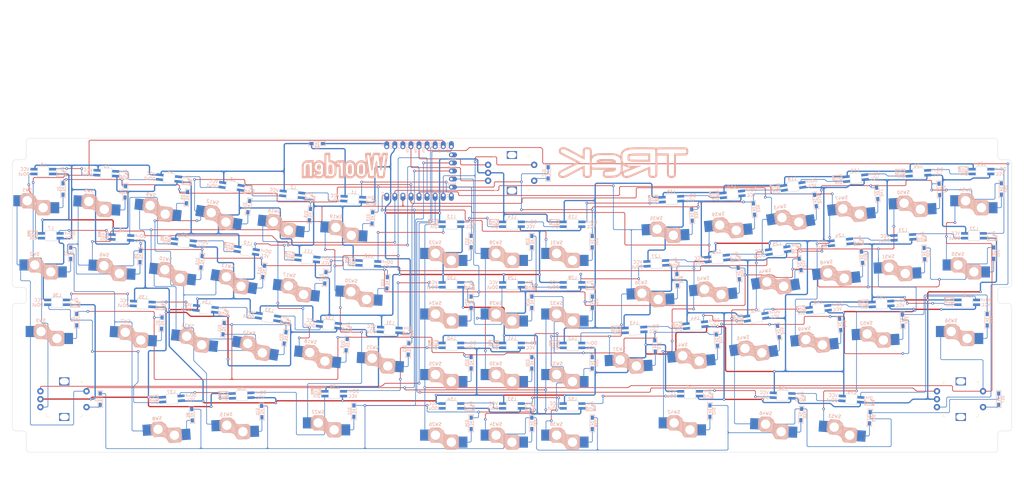
<source format=kicad_pcb>
(kicad_pcb (version 20241229) (generator "pcbnew") (generator_version "9.0")
  (layers (0 "F.Cu" signal) (2 "B.Cu" signal) (13 "F.Paste" user) (15 "B.Paste" user) (5 "F.SilkS" user "F.Silkscreen") (7 "B.SilkS" user "B.Silkscreen") (1 "F.Mask" user) (3 "B.Mask" user) (25 "Edge.Cuts" user))
  (net 0 "")
  (net 1 "VCC")
  (net 2 "LEDVCC")
  (net 3 "Row0")
  (net 4 "Net-(D1-A)")
  (net 5 "Row1")
  (net 6 "Net-(D2-A)")
  (net 7 "Net-(D3-A)")
  (net 8 "Row2")
  (net 9 "Row3")
  (net 10 "Net-(D4-A)")
  (net 11 "Net-(D5-A)")
  (net 12 "Net-(D6-A)")
  (net 13 "Net-(D7-A)")
  (net 14 "Net-(D8-A)")
  (net 15 "Net-(D9-A)")
  (net 16 "Net-(D10-A)")
  (net 17 "Net-(D11-A)")
  (net 18 "Net-(D12-A)")
  (net 19 "Net-(D13-A)")
  (net 20 "Net-(D14-A)")
  (net 21 "Net-(D15-A)")
  (net 22 "Net-(D16-A)")
  (net 23 "Net-(D17-A)")
  (net 24 "Net-(D18-A)")
  (net 25 "Net-(D19-A)")
  (net 26 "Net-(D20-A)")
  (net 27 "Net-(D21-A)")
  (net 28 "Net-(D22-A)")
  (net 29 "Net-(D23-A)")
  (net 30 "Net-(D24-A)")
  (net 31 "Net-(D25-A)")
  (net 32 "Net-(D26-A)")
  (net 33 "Net-(D27-A)")
  (net 34 "Net-(D28-A)")
  (net 35 "Net-(D29-A)")
  (net 36 "Net-(D30-A)")
  (net 37 "Net-(D31-K)")
  (net 38 "Net-(D32-K)")
  (net 39 "Net-(D33-K)")
  (net 40 "Net-(D34-K)")
  (net 41 "Net-(D35-K)")
  (net 42 "Net-(D36-K)")
  (net 43 "Net-(D37-K)")
  (net 44 "Net-(D38-K)")
  (net 45 "Net-(D39-K)")
  (net 46 "Net-(D40-K)")
  (net 47 "Net-(D41-K)")
  (net 48 "Net-(D42-K)")
  (net 49 "Net-(D43-K)")
  (net 50 "Net-(D44-K)")
  (net 51 "Net-(D45-K)")
  (net 52 "Net-(D46-K)")
  (net 53 "Net-(D47-K)")
  (net 54 "Net-(D48-K)")
  (net 55 "Net-(D49-K)")
  (net 56 "Net-(D50-K)")
  (net 57 "Net-(D51-K)")
  (net 58 "Net-(D52-K)")
  (net 59 "Net-(D53-K)")
  (net 60 "Net-(D54-K)")
  (net 61 "Net-(D55-K)")
  (net 62 "Net-(D56-K)")
  (net 63 "Net-(D57-K)")
  (net 64 "GND")
  (net 65 "Net-(L1-DOUT)")
  (net 66 "LED")
  (net 67 "Net-(L2-DOUT)")
  (net 68 "Net-(L3-DOUT)")
  (net 69 "Net-(L4-DOUT)")
  (net 70 "Net-(L5-DOUT)")
  (net 71 "Net-(L6-DOUT)")
  (net 72 "Net-(L7-DOUT)")
  (net 73 "Net-(L8-DOUT)")
  (net 74 "Net-(L10-DIN)")
  (net 75 "Net-(L10-DOUT)")
  (net 76 "Net-(L11-DOUT)")
  (net 77 "Net-(L12-DOUT)")
  (net 78 "Net-(L13-DOUT)")
  (net 79 "Net-(L14-DOUT)")
  (net 80 "Net-(L15-DOUT)")
  (net 81 "Net-(L16-DOUT)")
  (net 82 "Net-(L17-DOUT)")
  (net 83 "Net-(L18-DOUT)")
  (net 84 "Net-(L19-DOUT)")
  (net 85 "Net-(L20-DOUT)")
  (net 86 "Net-(L21-DOUT)")
  (net 87 "Net-(L22-DOUT)")
  (net 88 "Net-(L23-DOUT)")
  (net 89 "Net-(L24-DOUT)")
  (net 90 "Net-(L25-DOUT)")
  (net 91 "Net-(L26-DOUT)")
  (net 92 "Net-(L27-DOUT)")
  (net 93 "Net-(L28-DOUT)")
  (net 94 "Net-(L29-DOUT)")
  (net 95 "Net-(L30-DOUT)")
  (net 96 "Net-(L31-DOUT)")
  (net 97 "Net-(L32-DOUT)")
  (net 98 "Net-(L33-DOUT)")
  (net 99 "Net-(L34-DOUT)")
  (net 100 "Net-(L35-DOUT)")
  (net 101 "Net-(L36-DOUT)")
  (net 102 "Net-(L37-DOUT)")
  (net 103 "Net-(L38-DOUT)")
  (net 104 "Net-(L39-DOUT)")
  (net 105 "Net-(L40-DOUT)")
  (net 106 "Net-(L41-DOUT)")
  (net 107 "Net-(L42-DOUT)")
  (net 108 "Net-(L43-DOUT)")
  (net 109 "Net-(L44-DOUT)")
  (net 110 "Net-(L45-DOUT)")
  (net 111 "Net-(L46-DOUT)")
  (net 112 "Net-(L47-DOUT)")
  (net 113 "Net-(L48-DOUT)")
  (net 114 "Net-(L49-DOUT)")
  (net 115 "Net-(L50-DOUT)")
  (net 116 "Net-(L51-DOUT)")
  (net 117 "Net-(L52-DOUT)")
  (net 118 "Net-(L53-DOUT)")
  (net 120 "Col0")
  (net 121 "RE01b")
  (net 122 "RE01a")
  (net 123 "Col1")
  (net 124 "Col2")
  (net 125 "Col3")
  (net 126 "Col4")
  (net 127 "Col5")
  (net 128 "Col6")
  (net 129 "RE03a")
  (net 130 "Col7")
  (net 131 "RE03b")
  (net 132 "RE02a")
  (net 133 "RE02b")
  (footprint "kbd_Parts:Diode_SMD" (layer "F.Cu") (at 34.5 74.3 -90)
    (property "Reference" "D3")
    (property "Value" "D" (hide yes))
  )
  (footprint "kbd_Parts:Diode_SMD" (layer "F.Cu") (at 132.1517 62.707 -93)
    (property "Reference" "D20")
    (property "Value" "D" (hide yes))
  )
  (footprint "kbd_Parts:RotaryEncoder_EC12E" (layer "F.Cu") (at 30.5936 99.3)
    (property "Reference" "SW4")
    (property "Value" "RotaryEncoder_Switch")
  )
  (footprint "kbd_SW:Choc_v2_Hotswap_1u" (layer "F.Cu") (at 171.4059 106.9072)
    (property "Reference" "SW34")
    (property "Value" "SW_PUSH" (hide yes))
  )
  (footprint "kbd_Parts:Diode_SMD" (layer "F.Cu") (at 324.5 99.3 90)
    (property "Reference" "D57")
    (property "Value" "D" (hide yes))
  )
  (footprint "kbd_Parts:LED_SK6812MINI-E_BL" (layer "F.Cu") (at 26.3573 47.9039)
    (property "Reference" "L7")
    (property "Value" "SK6812MINI")
    (fp_line (start -1.75 -1.6) (end 1.75 -1.6) (stroke (width 0.12)) (layer "Edge.Cuts"))
    (fp_line (start -1.75 1.6) (end -1.75 -1.6) (stroke (width 0.12)) (layer "Edge.Cuts"))
    (fp_line (start 1.75 -1.6) (end 1.75 1.6) (stroke (width 0.12)) (layer "Edge.Cuts"))
    (fp_line (start 1.75 1.6) (end -1.75 1.6) (stroke (width 0.12)) (layer "Edge.Cuts"))
  )
  (footprint "kbd_SW:Choc_v2_Hotswap_1u" (layer "F.Cu") (at 62.9735 35.2277 -6)
    (property "Reference" "SW9")
    (property "Value" "SW_PUSH" (hide yes))
  )
  (footprint "kbd_Parts:LED_SK6812MINI-E_BL" (layer "F.Cu") (at 229.1523 76.0118 6)
    (property "Reference" "L44")
    (property "Value" "SK6812MINI")
    (fp_line (start -1.75 -1.6) (end 1.75 -1.6) (stroke (width 0.12)) (layer "Edge.Cuts"))
    (fp_line (start -1.75 1.6) (end -1.75 -1.6) (stroke (width 0.12)) (layer "Edge.Cuts"))
    (fp_line (start 1.75 -1.6) (end 1.75 1.6) (stroke (width 0.12)) (layer "Edge.Cuts"))
    (fp_line (start 1.75 1.6) (end -1.75 1.6) (stroke (width 0.12)) (layer "Edge.Cuts"))
  )
  (footprint "kbd_Parts:Diode_SMD" (layer "F.Cu") (at 158.588 49.7374 -90)
    (property "Reference" "D23")
    (property "Value" "D" (hide yes))
  )
  (footprint "kbd_Parts:LED_SK6812MINI-E_BL" (layer "F.Cu") (at 64.442508 99.233343 4)
    (property "Reference" "L37")
    (property "Value" "SK6812MINI")
    (fp_line (start -1.75 -1.6) (end 1.75 -1.6) (stroke (width 0.12)) (layer "Edge.Cuts"))
    (fp_line (start -1.75 1.6) (end -1.75 -1.6) (stroke (width 0.12)) (layer "Edge.Cuts"))
    (fp_line (start 1.75 -1.6) (end 1.75 1.6) (stroke (width 0.12)) (layer "Edge.Cuts"))
    (fp_line (start 1.75 1.6) (end -1.75 1.6) (stroke (width 0.12)) (layer "Edge.Cuts"))
  )
  (footprint "kbd_Parts:LED_SK6812MINI-E_BL" (layer "F.Cu") (at 171.414 44.2823)
    (property "Reference" "L14")
    (property "Value" "SK6812MINI")
    (fp_line (start -1.75 -1.6) (end 1.75 -1.6) (stroke (width 0.12)) (layer "Edge.Cuts"))
    (fp_line (start -1.75 1.6) (end -1.75 -1.6) (stroke (width 0.12)) (layer "Edge.Cuts"))
    (fp_line (start 1.75 -1.6) (end 1.75 1.6) (stroke (width 0.12)) (layer "Edge.Cuts"))
    (fp_line (start 1.75 1.6) (end -1.75 1.6) (stroke (width 0.12)) (layer "Edge.Cuts"))
  )
  (footprint "kbd_SW:Choc_v2_Hotswap_1u" (layer "F.Cu") (at 113.1865 81.4568 -6)
    (property "Reference" "SW18")
    (property "Value" "SW_PUSH" (hide yes))
  )
  (footprint "kbd_Parts:Diode_SMD" (layer "F.Cu") (at 294.2922 74.4509 93)
    (property "Reference" "D52")
    (property "Value" "D" (hide yes))
  )
  (footprint "kbd_Parts:LED_SK6812MINI-E_BL" (layer "F.Cu") (at 152.3632 63.3304 180)
    (property "Reference" "L30")
    (property "Value" "SK6812MINI")
    (fp_line (start 1.75 1.6) (end -1.75 1.6) (stroke (width 0.12)) (layer "Edge.Cuts"))
    (fp_line (start 1.75 -1.6) (end 1.75 1.6) (stroke (width 0.12)) (layer "Edge.Cuts"))
    (fp_line (start -1.75 1.6) (end -1.75 -1.6) (stroke (width 0.12)) (layer "Edge.Cuts"))
    (fp_line (start -1.75 -1.6) (end 1.75 -1.6) (stroke (width 0.12)) (layer "Edge.Cuts"))
  )
  (footprint "kbd_Parts:LED_SK6812MINI-E_BL" (layer "F.Cu") (at 240.7839 34.8796 6)
    (property "Reference" "L17")
    (property "Value" "SK6812MINI")
    (fp_line (start -1.75 -1.6) (end 1.75 -1.6) (stroke (width 0.12)) (layer "Edge.Cuts"))
    (fp_line (start -1.75 1.6) (end -1.75 -1.6) (stroke (width 0.12)) (layer "Edge.Cuts"))
    (fp_line (start 1.75 -1.6) (end 1.75 1.6) (stroke (width 0.12)) (layer "Edge.Cuts"))
    (fp_line (start 1.75 1.6) (end -1.75 1.6) (stroke (width 0.12)) (layer "Edge.Cuts"))
  )
  (footprint "kbd_SW:Choc_v2_Hotswap_1u" (layer "F.Cu") (at 294.808 53.8879 3)
    (property "Reference" "SW51")
    (property "Value" "SW_PUSH" (hide yes))
  )
  (footprint "kbd_Parts:Diode_SMD" (layer "F.Cu") (at 235.8738 80.7243 96)
    (property "Reference" "D41")
    (property "Value" "D" (hide yes))
  )
  (footprint "kbd_Parts:LED_SK6812MINI-E_BL" (layer "F.Cu") (at 83.2048 32.3684 171)
    (property "Reference" "L3")
    (property "Value" "SK6812MINI")
    (fp_line (start 1.75 -1.6) (end 1.75 1.6) (stroke (width 0.12)) (layer "Edge.Cuts"))
    (fp_line (start 1.75 1.6) (end -1.75 1.6) (stroke (width 0.12)) (layer "Edge.Cuts"))
    (fp_line (start -1.75 -1.6) (end 1.75 -1.6) (stroke (width 0.12)) (layer "Edge.Cuts"))
    (fp_line (start -1.75 1.6) (end -1.75 -1.6) (stroke (width 0.12)) (layer "Edge.Cuts"))
  )
  (footprint "kbd_Parts:Diode_SMD" (layer "F.Cu") (at 92.7 103.2 -88)
    (property "Reference" "D15")
    (property "Value" "D" (hide yes))
  )
  (footprint "kbd_SW:Choc_v2_Hotswap_1u" (layer "F.Cu") (at 23.9629 33.1842)
    (property "Reference" "SW1")
    (property "Value" "SW_PUSH" (hide yes))
  )
  (footprint "kbd_Parts:Diode_SMD" (layer "F.Cu") (at 196.6859 87.8683 90)
    (property "Reference" "D33")
    (property "Value" "D" (hide yes))
  )
  (footprint "kbd_SW:Choc_v2_Hotswap_1u" (layer "F.Cu") (at 236.5846 60.521 6)
    (property "Reference" "SW40")
    (property "Value" "SW_PUSH" (hide yes))
  )
  (footprint "kbd_SW:Choc_v2_Hotswap_1u" (layer "F.Cu") (at 106.4782 60.521 -6)
    (property "Reference" "SW17")
    (property "Value" "SW_PUSH" (hide yes))
  )
  (footprint "kbd_SW:Choc_v2_Hotswap_1u" (layer "F.Cu") (at 278.039453 104.742933 -4)
    (property "Reference" "SW53")
    (property "Value" "SW_PUSH" (hide yes))
  )
  (footprint "kbd_Parts:LED_SK6812MINI-E_BL" (layer "F.Cu") (at 319.1112 27.7056)
    (property "Reference" "L21")
    (property "Value" "SK6812MINI")
    (fp_line (start -1.75 -1.6) (end 1.75 -1.6) (stroke (width 0.12)) (layer "Edge.Cuts"))
    (fp_line (start -1.75 1.6) (end -1.75 -1.6) (stroke (width 0.12)) (layer "Edge.Cuts"))
    (fp_line (start 1.75 -1.6) (end 1.75 1.6) (stroke (width 0.12)) (layer "Edge.Cuts"))
    (fp_line (start 1.75 1.6) (end -1.75 1.6) (stroke (width 0.12)) (layer "Edge.Cuts"))
  )
  (footprint "kbd_SW:Choc_v2_Hotswap_1u" (layer "F.Cu") (at 64.832104 104.746776 4)
    (property "Reference" "SW8")
    (property "Value" "SW_PUSH" (hide yes))
  )
  (footprint "kbd_Parts:LED_SK6812MINI-E_BL" (layer "F.Cu") (at 279.5286 29.7806 6)
    (property "Reference" "L19")
    (property "Value" "SK6812MINI")
    (fp_line (start -1.75 -1.6) (end 1.75 -1.6) (stroke (width 0.12)) (layer "Edge.Cuts"))
    (fp_line (start -1.75 1.6) (end -1.75 -1.6) (stroke (width 0.12)) (layer "Edge.Cuts"))
    (fp_line (start 1.75 -1.6) (end 1.75 1.6) (stroke (width 0.12)) (layer "Edge.Cuts"))
    (fp_line (start 1.75 1.6) (end -1.75 1.6) (stroke (width 0.12)) (layer "Edge.Cuts"))
  )
  (footprint "kbd_SW:Choc_v2_Hotswap_1u" (layer "F.Cu") (at 316.722 53.377)
    (property "Reference" "SW55")
    (property "Value" "SW_PUSH" (hide yes))
  )
  (footprint "kbd_SW:Choc_v2_Hotswap_1u" (layer "F.Cu") (at 171.4059 49.7572)
    (property "Reference" "SW28")
    (property "Value" "SW_PUSH" (hide yes))
  )
  (footprint "kbd_Parts:LED_SK6812MINI-E_BL" (layer "F.Cu") (at 287.6582 69.3557 3)
    (property "Reference" "L47")
    (property "Value" "SK6812MINI")
    (fp_line (start -1.75 -1.6) (end 1.75 -1.6) (stroke (width 0.12)) (layer "Edge.Cuts"))
    (fp_line (start -1.75 1.6) (end -1.75 -1.6) (stroke (width 0.12)) (layer "Edge.Cuts"))
    (fp_line (start 1.75 -1.6) (end 1.75 1.6) (stroke (width 0.12)) (layer "Edge.Cuts"))
    (fp_line (start 1.75 1.6) (end -1.75 1.6) (stroke (width 0.12)) (layer "Edge.Cuts"))
  )
  (footprint "kbd_Parts:LED_SK6812MINI-E_BL" (layer "F.Cu") (at 113.794182 75.9373 174)
    (property "Reference" "L32")
    (property "Value" "SK6812MINI")
    (fp_line (start 1.75 -1.6) (end 1.75 1.6) (stroke (width 0.12)) (layer "Edge.Cuts"))
    (fp_line (start 1.75 1.6) (end -1.75 1.6) (stroke (width 0.12)) (layer "Edge.Cuts"))
    (fp_line (start -1.75 -1.6) (end 1.75 -1.6) (stroke (width 0.12)) (layer "Edge.Cuts"))
    (fp_line (start -1.75 1.6) (end -1.75 -1.6) (stroke (width 0.12)) (layer "Edge.Cuts"))
  )
  (footprint "kbd_Parts:LED_SK6812MINI-E_BL" (layer "F.Cu") (at 126.2558 56.592 -3)
    (property "Reference" "L12")
    (property "Value" "SK6812MINI")
    (fp_line (start -1.75 1.6) (end -1.75 -1.6) (stroke (width 0.12)) (layer "Edge.Cuts"))
    (fp_line (start -1.75 -1.6) (end 1.75 -1.6) (stroke (width 0.12)) (layer "Edge.Cuts"))
    (fp_line (start 1.75 1.6) (end -1.75 1.6) (stroke (width 0.12)) (layer "Edge.Cuts"))
    (fp_line (start 1.75 -1.6) (end 1.75 1.6) (stroke (width 0.12)) (layer "Edge.Cuts"))
  )
  (footprint "kbd_Parts:LED_SK6812MINI-E_BL" (layer "F.Cu") (at 132.9559 77.5298 177)
    (property "Reference" "L31")
    (property "Value" "SK6812MINI")
    (fp_line (start 1.75 -1.6) (end 1.75 1.6) (stroke (width 0.12)) (layer "Edge.Cuts"))
    (fp_line (start 1.75 1.6) (end -1.75 1.6) (stroke (width 0.12)) (layer "Edge.Cuts"))
    (fp_line (start -1.75 -1.6) (end 1.75 -1.6) (stroke (width 0.12)) (layer "Edge.Cuts"))
    (fp_line (start -1.75 1.6) (end -1.75 -1.6) (stroke (width 0.12)) (layer "Edge.Cuts"))
  )
  (footprint "kbd_Parts:Diode_SMD" (layer "F.Cu") (at 100.0474 80.0183 -99)
    (property "Reference" "D14")
    (property "Value" "D" (hide yes))
  )
  (footprint "kbd_Parts:LED_SK6812MINI-E_BL" (layer "F.Cu") (at 86.382728 98.16973 2)
    (property "Reference" "L38")
    (property "Value" "SK6812MINI")
    (fp_line (start -1.75 -1.6) (end 1.75 -1.6) (stroke (width 0.12)) (layer "Edge.Cuts"))
    (fp_line (start -1.75 1.6) (end -1.75 -1.6) (stroke (width 0.12)) (layer "Edge.Cuts"))
    (fp_line (start 1.75 -1.6) (end 1.75 1.6) (stroke (width 0.12)) (layer "Edge.Cuts"))
    (fp_line (start 1.75 1.6) (end -1.75 1.6) (stroke (width 0.12)) (layer "Edge.Cuts"))
  )
  (footprint "kbd_Parts:Diode_SMD" (layer "F.Cu") (at 107.8611 41.2513 -96)
    (property "Reference" "D16")
    (property "Value" "D" (hide yes))
  )
  (footprint "kbd_Parts:Diode_SMD" (layer "F.Cu") (at 177.6409 106.9 90)
    (property "Reference" "D34")
    (property "Value" "D" (hide yes))
  )
  (footprint "kbd_Parts:Diode_SMD" (layer "F.Cu") (at 138.8909 83.5007 -93)
    (property "Reference" "D21")
    (property "Value" "D" (hide yes))
  )
  (footprint "kbd_Parts:LED_SK6812MINI-E_BL" (layer "F.Cu") (at 63.5455 29.7811 174)
    (property "Reference" "L4")
    (property "Value" "SK6812MINI")
    (fp_line (start 1.75 -1.6) (end 1.75 1.6) (stroke (width 0.12)) (layer "Edge.Cuts"))
    (fp_line (start 1.75 1.6) (end -1.75 1.6) (stroke (width 0.12)) (layer "Edge.Cuts"))
    (fp_line (start -1.75 -1.6) (end 1.75 -1.6) (stroke (width 0.12)) (layer "Edge.Cuts"))
    (fp_line (start -1.75 1.6) (end -1.75 -1.6) (stroke (width 0.12)) (layer "Edge.Cuts"))
  )
  (footprint "kbd_Parts:LED_SK6812MINI-E_BL" (layer "F.Cu") (at 190.45279 82.399528)
    (property "Reference" "L42")
    (property "Value" "SK6812MINI")
    (fp_line (start -1.75 -1.6) (end 1.75 -1.6) (stroke (width 0.12)) (layer "Edge.Cuts"))
    (fp_line (start -1.75 1.6) (end -1.75 -1.6) (stroke (width 0.12)) (layer "Edge.Cuts"))
    (fp_line (start 1.75 -1.6) (end 1.75 1.6) (stroke (width 0.12)) (layer "Edge.Cuts"))
    (fp_line (start 1.75 1.6) (end -1.75 1.6) (stroke (width 0.12)) (layer "Edge.Cuts"))
  )
  (footprint "kbd_Parts:LED_SK6812MINI-E_BL" (layer "F.Cu") (at 171.4093 82.3779)
    (property "Reference" "L41")
    (property "Value" "SK6812MINI")
    (fp_line (start -1.75 -1.6) (end 1.75 -1.6) (stroke (width 0.12)) (layer "Edge.Cuts"))
    (fp_line (start -1.75 1.6) (end -1.75 -1.6) (stroke (width 0.12)) (layer "Edge.Cuts"))
    (fp_line (start 1.75 -1.6) (end 1.75 1.6) (stroke (width 0.12)) (layer "Edge.Cuts"))
    (fp_line (start 1.75 1.6) (end -1.75 1.6) (stroke (width 0.12)) (layer "Edge.Cuts"))
  )
  (footprint "kbd_SW:Choc_v2_Hotswap_1u" (layer "F.Cu") (at 54.9652 74.8252 -3)
    (property "Reference" "SW7")
    (property "Value" "SW_PUSH" (hide yes))
  )
  (footprint "kbd_SW:Choc_v2_Hotswap_1u" (layer "F.Cu") (at 48.2548 53.8879 -3)
    (property "Reference" "SW6")
    (property "Value" "SW_PUSH" (hide yes))
  )
  (footprint "kbd_SW:Choc_v2_Hotswap_1u" (layer "F.Cu") (at 115.4904 103.0547)
    (property "Reference" "SW22")
    (property "Value" "SW_PUSH" (hide yes))
  )
  (footprint "kbd_Parts:Diode_SMD" (layer "F.Cu") (at 80.7089 77.1262 -96)
    (property "Reference" "D11")
    (property "Value" "D" (hide yes))
  )
  (footprint "kbd_Parts:LED_SK6812MINI-E_BL" (layer "F.Cu") (at 171.4117 63.339 180)
    (property "Reference" "L29")
    (property "Value" "SK6812MINI")
    (fp_line (start 1.75 1.6) (end -1.75 1.6) (stroke (width 0.12)) (layer "Edge.Cuts"))
    (fp_line (start 1.75 -1.6) (end 1.75 1.6) (stroke (width 0.12)) (layer "Edge.Cuts"))
    (fp_line (start -1.75 1.6) (end -1.75 -1.6) (stroke (width 0.12)) (layer "Edge.Cuts"))
    (fp_line (start -1.75 -1.6) (end 1.75 -1.6) (stroke (width 0.12)) (layer "Edge.Cuts"))
  )
  (footprint "kbd_Parts:Diode_SMD" (layer "F.Cu") (at 177.6592 87.8818 -90)
    (property "Reference" "D30")
    (property "Value" "D" (hide yes))
  )
  (footprint "kbd_Parts:Diode_SMD" (layer "F.Cu") (at 223.3739 61.7532 93)
    (property "Reference" "D36")
    (property "Value" "D" (hide yes))
  )
  (footprint "kbd_SW:Choc_v2_Hotswap_1u" (layer "F.Cu") (at 82.345 37.7774 -9)
    (property "Reference" "SW12")
    (property "Value" "SW_PUSH" (hide yes))
  )
  (footprint "kbd_Parts:LED_SK6812MINI-E_BL" (layer "F.Cu") (at 43.7868 28.2319 177)
    (property "Reference" "L5")
    (property "Value" "SK6812MINI")
    (fp_line (start 1.75 -1.6) (end 1.75 1.6) (stroke (width 0.12)) (layer "Edge.Cuts"))
    (fp_line (start 1.75 1.6) (end -1.75 1.6) (stroke (width 0.12)) (layer "Edge.Cuts"))
    (fp_line (start -1.75 -1.6) (end 1.75 -1.6) (stroke (width 0.12)) (layer "Edge.Cuts"))
    (fp_line (start -1.75 1.6) (end -1.75 -1.6) (stroke (width 0.12)) (layer "Edge.Cuts"))
  )
  (footprint "kbd_SW:Choc_v2_Hotswap_1u" (layer "F.Cu") (at 221.8677 41.8602 3)
    (property "Reference" "SW35")
    (property "Value" "SW_PUSH" (hide yes))
  )
  (footprint "kbd_SW:Choc_v2_Hotswap_1u" (layer "F.Cu") (at 125.9567 62.0541 -3)
    (property "Reference" "SW20")
    (property "Value" "SW_PUSH" (hide yes))
  )
  (footprint "kbd_Parts:Diode_SMD" (layer "F.Cu") (at 228.0229 41.3757 93)
    (property "Reference" "D35")
    (property "Value" "D" (hide yes))
  )
  (footprint "kbd_Parts:LED_SK6812MINI-E_BL" (layer "F.Cu") (at 75.0319 70.9144 174)
    (property "Reference" "L34")
    (property "Value" "SK6812MINI")
    (fp_line (start 1.75 -1.6) (end 1.75 1.6) (stroke (width 0.12)) (layer "Edge.Cuts"))
    (fp_line (start 1.75 1.6) (end -1.75 1.6) (stroke (width 0.12)) (layer "Edge.Cuts"))
    (fp_line (start -1.75 -1.6) (end 1.75 -1.6) (stroke (width 0.12)) (layer "Edge.Cuts"))
    (fp_line (start -1.75 1.6) (end -1.75 -1.6) (stroke (width 0.12)) (layer "Edge.Cuts"))
  )
  (footprint "kbd_SW:Choc_v2_Hotswap_1u" (layer "F.Cu") (at 171.4059 87.8572)
    (property "Reference" "SW30")
    (property "Value" "SW_PUSH" (hide yes))
  )
  (footprint "kbd_Parts:Diode_SMD" (layer "F.Cu") (at 73.7714 56.0847 -96)
    (property "Reference" "D10")
    (property "Value" "D" (hide yes))
  )
  (footprint "kbd_Parts:Diode_SMD" (layer "F.Cu") (at 61.2651 75.3869 -93)
    (property "Reference" "D7")
    (property "Value" "D" (hide yes))
  )
  (footprint "kbd_SW:Choc_v2_Hotswap_1u" (layer "F.Cu") (at 229.7135 81.4568 6)
    (property "Reference" "SW41")
    (property "Value" "SW_PUSH" (hide yes))
  )
  (footprint "kbd_Parts:Diode_SMD" (layer "F.Cu") (at 255.2104 78.0242 99)
    (property "Reference" "D45")
    (property "Value" "D" (hide yes))
  )
  (footprint "kbd_Parts:LED_SK6812MINI-E_BL" (layer "F.Cu") (at 278.179416 99.28184 176)
    (property "Reference" "L49")
    (property "Value" "SK6812MINI")
    (fp_line (start 1.75 -1.599999) (end 1.75 1.6) (stroke (width 0.12)) (layer "Edge.Cuts"))
    (fp_line (start 1.75 1.6) (end -1.75 1.599999) (stroke (width 0.12)) (layer "Edge.Cuts"))
    (fp_line (start -1.75 -1.6) (end 1.75 -1.599999) (stroke (width 0.12)) (layer "Edge.Cuts"))
    (fp_line (start -1.75 1.599999) (end -1.75 -1.6) (stroke (width 0.12)) (layer "Edge.Cuts"))
  )
  (footprint "kbd_Parts:LED_SK6812MINI-E_BL" (layer "F.Cu") (at 115.5081 97.5811)
    (property "Reference" "L39")
    (property "Value" "SK6812MINI")
    (fp_line (start -1.75 -1.6) (end 1.75 -1.6) (stroke (width 0.12)) (layer "Edge.Cuts"))
    (fp_line (start -1.75 1.6) (end -1.75 -1.6) (stroke (width 0.12)) (layer "Edge.Cuts"))
    (fp_line (start 1.75 -1.6) (end 1.75 1.6) (stroke (width 0.12)) (layer "Edge.Cuts"))
    (fp_line (start 1.75 1.6) (end -1.75 1.6) (stroke (width 0.12)) (layer "Edge.Cuts"))
  )
  (footprint "kbd_SW:Choc_v2_Hotswap_1u" (layer "F.Cu") (at 210.2341 82.989 3)
    (property "Reference" "SW37")
    (property "Value" "SW_PUSH" (hide yes))
  )
  (footprint "kbd_SW:Choc_v2_Hotswap_1u" (layer "F.Cu") (at 132.6659 82.989 -3)
    (property "Reference" "SW21")
    (property "Value" "SW_PUSH" (hide yes))
  )
  (footprint "kbd_Parts:Diode_SMD" (layer "F.Cu") (at 196.6845 49.7712 90)
    (property "Reference" "D31")
    (property "Value" "D" (hide yes))
  )
  (footprint "kbd_SW:Choc_v2_Hotswap_1u" (layer "F.Cu") (at 190.4559 49.7572)
    (property "Reference" "SW31")
    (property "Value" "SW_PUSH" (hide yes))
  )
  (footprint "kbd_Parts:Diode_SMD" (layer "F.Cu") (at 69.1901 35.9185 -96)
    (property "Reference" "D9")
    (property "Value" "D" (hide yes))
  )
  (footprint "kbd_SW:Choc_v2_Hotswap_1u" (layer "F.Cu") (at 255.9567 57.971 9)
    (property "Reference" "SW44")
    (property "Value" "SW_PUSH" (hide yes))
  )
  (footprint "kbd_SW:Choc_v2_Hotswap_1u" (layer "F.Cu") (at 275.329 55.4214 6)
    (property "Reference" "SW48")
    (property "Value" "SW_PUSH" (hide yes))
  )
  (footprint "kbd_SW:Choc_v2_Hotswap_1u" (layer "F.Cu") (at 152.3559 49.7572)
    (property "Reference" "SW23")
    (property "Value" "SW_PUSH" (hide yes))
  )
  (footprint "kbd_SW:Choc_v2_Hotswap_1u" (layer "F.Cu") (at 287.9348 74.8252 3)
    (property "Reference" "SW52")
    (property "Value" "SW_PUSH" (hide yes))
  )
  (footprint "kbd_Parts:LED_SK6812MINI-E_BL" (layer "F.Cu") (at 227.4258 97.5775 180)
    (property "Reference" "L51")
    (property "Value" "SK6812MINI")
    (fp_line (start 1.75 1.6) (end -1.75 1.6) (stroke (width 0.12)) (layer "Edge.Cuts"))
    (fp_line (start 1.75 -1.6) (end 1.75 1.6) (stroke (width 0.12)) (layer "Edge.Cuts"))
    (fp_line (start -1.75 1.6) (end -1.75 -1.6) (stroke (width 0.12)) (layer "Edge.Cuts"))
    (fp_line (start -1.75 -1.6) (end 1.75 -1.6) (stroke (width 0.12)) (layer "Edge.Cuts"))
  )
  (footprint "kbd_Parts:Diode_SMD" (layer "F.Cu") (at 54.5 54.4 -93)
    (property "Reference" "D6")
    (property "Value" "D" (hide yes))
  )
  (footprint "kbd_Parts:Diode_SMD" (layer "F.Cu") (at 262.4016 104.1187 86)
    (property "Reference" "D46")
    (property "Value" "D" (hide yes))
  )
  (footprint "kbd_SW:Choc_v2_Hotswap_1u" (layer "F.Cu") (at 74.4437 76.3574 -6)
    (property "Reference" "SW11")
    (property "Value" "SW_PUSH" (hide yes))
  )
  (footprint "kbd_SW:Choc_v2_Hotswap_1u" (layer "F.Cu") (at 190.4559 68.8072)
    (property "Reference" "SW32")
    (property "Value" "SW_PUSH" (hide yes))
  )
  (footprint "kbd_SW:Choc_v2_Hotswap_1u" (layer "F.Cu") (at 260.7178 37.7774 9)
    (property "Reference" "SW43")
    (property "Value" "SW_PUSH" (hide yes))
  )
  (footprint "kbd_SW:Choc_v2_Hotswap_1u" (layer "F.Cu") (at 314.6112 74.3148)
    (property "Reference" "SW56")
    (property "Value" "SW_PUSH" (hide yes))
  )
  (footprint "kbd_Parts:LED_SK6812MINI-E_BL" (layer "F.Cu") (at 316.7322 47.9049 180)
    (property "Reference" "L22")
    (property "Value" "SK6812MINI")
    (fp_line (start 1.75 1.6) (end -1.75 1.6) (stroke (width 0.12)) (layer "Edge.Cuts"))
    (fp_line (start 1.75 -1.6) (end 1.75 1.6) (stroke (width 0.12)) (layer "Edge.Cuts"))
    (fp_line (start -1.75 1.6) (end -1.75 -1.6) (stroke (width 0.12)) (layer "Edge.Cuts"))
    (fp_line (start -1.75 -1.6) (end 1.75 -1.6) (stroke (width 0.12)) (layer "Edge.Cuts"))
  )
  (footprint "kbd_Parts:Diode_SMD" (layer "F.Cu") (at 177.646 49.7563 -90)
    (property "Reference" "D28")
    (property "Value" "D" (hide yes))
  )
  (footprint "kbd_SW:Choc_v2_Hotswap_1u" (layer "F.Cu") (at 121.195 41.8602 -3)
    (property "Reference" "SW19")
    (property "Value" "SW_PUSH" (hide yes))
  )
  (footprint "kbd_Parts:LED_SK6812MINI-E_BL" (layer "F.Cu") (at 248.2397 73.4996 9)
    (property "Reference" "L45")
    (property "Value" "SK6812MINI")
    (fp_line (start -1.75 -1.6) (end 1.75 -1.6) (stroke (width 0.12)) (layer "Edge.Cuts"))
    (fp_line (start -1.75 1.6) (end -1.75 -1.6) (stroke (width 0.12)) (layer "Edge.Cuts"))
    (fp_line (start 1.75 -1.6) (end 1.75 1.6) (stroke (width 0.12)) (layer "Edge.Cuts"))
    (fp_line (start 1.75 1.6) (end -1.75 1.6) (stroke (width 0.12)) (layer "Edge.Cuts"))
  )
  (footprint "kbd_Parts:Diode_SMD" (layer "F.Cu") (at 325.3712 33.1907 90)
    (property "Reference" "D54")
    (property "Value" "D" (hide yes))
  )
  (footprint "kbd_Parts:Diode_SMD" (layer "F.Cu") (at 322.9432 53.3789 90)
    (property "Reference" "D55")
    (property "Value" "D" (hide yes))
  )
  (footprint "kbd_Parts:Diode_SMD" (layer "F.Cu") (at 32.5967 53.4 -90)
    (property "Reference" "D2")
    (property "Value" "D" (hide yes))
  )
  (footprint "kbd_SW:Choc_v2_Hotswap_1u" (layer "F.Cu") (at 26.3408 53.377)
    (property "Reference" "SW2")
    (property "Value" "SW_PUSH" (hide yes))
  )
  (footprint "kbd_Parts:Diode_SMD" (layer "F.Cu") (at 182.8 28.1 -90)
    (property "Reference" "D27")
    (property "Value" "D" (hide yes))
  )
  (footprint "kbd_Parts:LED_SK6812MINI-E_BL" (layer "F.Cu") (at 190.4625 63.3294 180)
    (property "Reference" "L28")
    (property "Value" "SK6812MINI")
    (fp_line (start 1.75 1.6) (end -1.75 1.6) (stroke (width 0.12)) (layer "Edge.Cuts"))
    (fp_line (start 1.75 -1.6) (end 1.75 1.6) (stroke (width 0.12)) (layer "Edge.Cuts"))
    (fp_line (start -1.75 1.6) (end -1.75 -1.6) (stroke (width 0.12)) (layer "Edge.Cuts"))
    (fp_line (start -1.75 -1.6) (end 1.75 -1.6) (stroke (width 0.12)) (layer "Edge.Cuts"))
  )
  (footprint "kbd_SW:Choc_v2_Hotswap_1u" (layer "F.Cu") (at 86.5936 103.643 2)
    (property "Reference" "SW15")
    (property "Value" "SW_PUSH" (hide yes))
  )
  (footprint "kbd_Parts:LED_SK6812MINI-E_BL" (layer "F.Cu") (at 235.984399 55.052832 -174)
    (property "Reference" "L26")
    (property "Value" "SK6812MINI")
    (fp_line (start 1.75 1.6) (end -1.75 1.6) (stroke (width 0.12)) (layer "Edge.Cuts"))
    (fp_line (start 1.75 -1.6) (end 1.75 1.6) (stroke (width 0.12)) (layer "Edge.Cuts"))
    (fp_line (start -1.75 1.6) (end -1.75 -1.6) (stroke (width 0.12)) (layer "Edge.Cuts"))
    (fp_line (start -1.75 -1.6) (end 1.75 -1.6) (stroke (width 0.12)) (layer "Edge.Cuts"))
  )
  (footprint "kbd_Parts:Diode_SMD" (layer "F.Cu") (at 242.7572 59.7934 96)
    (property "Reference" "D40")
    (property "Value" "D" (hide yes))
  )
  (footprint "kbd_SW:Choc_v2_Hotswap_1u" (layer "F.Cu") (at 67.571 55.4214 -6)
    (property "Reference" "SW10")
    (property "Value" "SW_PUSH" (hide yes))
  )
  (footprint "kbd_SW:Choc_v2_Hotswap_1u" (layer "F.Cu") (at 87.1061 57.971 -9)
    (property "Reference" "SW13")
    (property "Value" "SW_PUSH" (hide yes))
  )
  (footprint "kbd_SW:Choc_v2_Hotswap_1u" (layer "F.Cu") (at 93.8152 78.9072 -9)
    (property "Reference" "SW14")
    (property "Value" "SW_PUSH" (hide yes))
  )
  (footprint "kbd_Parts:LED_SK6812MINI-E_BL" (layer "F.Cu") (at 255.1086 52.5615 -171)
    (property "Reference" "L25")
    (property "Value" "SK6812MINI")
    (fp_line (start 1.75 1.6) (end -1.75 1.6) (stroke (width 0.12)) (layer "Edge.Cuts"))
    (fp_line (start 1.75 -1.6) (end 1.75 1.6) (stroke (width 0.12)) (layer "Edge.Cuts"))
    (fp_line (start -1.75 1.6) (end -1.75 -1.6) (stroke (width 0.12)) (layer "Edge.Cuts"))
    (fp_line (start -1.75 -1.6) (end 1.75 -1.6) (stroke (width 0.12)) (layer "Edge.Cuts"))
  )
  (footprint "kbd_SW:Choc_v2_Hotswap_1u" (layer "F.Cu") (at 241.3464 40.3278 6)
    (property "Reference" "SW39")
    (property "Value" "SW_PUSH" (hide yes))
  )
  (footprint "kbd_Parts:Diode_SMD" (layer "F.Cu") (at 216.4266 82.5661 93)
    (property "Reference" "D37")
    (property "Value" "D" (hide yes))
  )
  (footprint "kbd_Parts:LED_SK6812MINI-E_BL" (layer "F.Cu") (at 259.8646 32.3758 9)
    (property "Reference" "L18")
    (property "Value" "SK6812MINI")
    (fp_line (start -1.75 -1.6) (end 1.75 -1.6) (stroke (width 0.12)) (layer "Edge.Cuts"))
    (fp_line (start -1.75 1.6) (end -1.75 -1.6) (stroke (width 0.12)) (layer "Edge.Cuts"))
    (fp_line (start 1.75 -1.6) (end 1.75 1.6) (stroke (width 0.12)) (layer "Edge.Cuts"))
    (fp_line (start 1.75 1.6) (end -1.75 1.6) (stroke (width 0.12)) (layer "Edge.Cuts"))
  )
  (footprint "kbd_Parts:Diode_SMD" (layer "F.Cu") (at 41.9 99.3 -90)
    (property "Reference" "D4")
    (property "Value" "D" (hide yes))
  )
  (footprint "kbd_SW:Choc_v2_Hotswap_1u" (layer "F.Cu") (at 190.4559 87.8572)
    (property "Reference" "SW33")
    (property "Value" "SW_PUSH" (hide yes))
  )
  (footprint "kbd_Parts:Diode_SMD" (layer "F.Cu") (at 158.5679 68.8331 -90)
    (property "Reference" "D24")
    (property "Value" "D" (hide yes))
  )
  (footprint "kbd_Parts:LED_SK6812MINI-E_BL" (layer "F.Cu") (at 23.9745 27.712 180)
    (property "Reference" "L6")
    (property "Value" "SK6812MINI")
    (fp_line (start 1.75 1.6) (end -1.75 1.6) (stroke (width 0.12)) (layer "Edge.Cuts"))
    (fp_line (start 1.75 -1.6) (end 1.75 1.6) (stroke (width 0.12)) (layer "Edge.Cuts"))
    (fp_line (start -1.75 1.6) (end -1.75 -1.6) (stroke (width 0.12)) (layer "Edge.Cuts"))
    (fp_line (start -1.75 -1.6) (end 1.75 -1.6) (stroke (width 0.12)) (layer "Edge.Cuts"))
  )
  (footprint "kbd_Parts:Diode_SMD" (layer "F.Cu") (at 286.2947 34.5634 96)
    (property "Reference" "D47")
    (property "Value" "D" (hide yes))
  )
  (footprint "kbd_Parts:LED_SK6812MINI-E_BL" (layer "F.Cu") (at 209.9619 77.5208 3)
    (property "Reference" "L43")
    (property "Value" "SK6812MINI")
    (fp_line (start -1.75 -1.6) (end 1.75 -1.6) (stroke (width 0.12)) (layer "Edge.Cuts"))
    (fp_line (start -1.75 1.6) (end -1.75 -1.6) (stroke (width 0.12)) (layer "Edge.Cuts"))
    (fp_line (start 1.75 -1.6) (end 1.75 1.6) (stroke (width 0.12)) (layer "Edge.Cuts"))
    (fp_line (start 1.75 1.6) (end -1.75 1.6) (stroke (width 0.12)) (layer "Edge.Cuts"))
  )
  (footprint "kbd_SW:Choc_v2_Hotswap_1u" (layer "F.Cu") (at 28.2888 74.3148)
    (property "Reference" "SW3")
    (property "Value" "SW_PUSH" (hide yes))
  )
  (footprint "kbd_SW:Choc_v2_Hotswap_1u" (layer "F.Cu") (at 256.3064 103.643 -2)
    (property "Reference" "SW46")
    (property "Value" "SW_PUSH" (hide yes))
  )
  (footprint "kbd_Parts:LED_SK6812MINI-E_BL" (layer "F.Cu") (at 299.270789 28.23264 3)
    (property "Reference" "L20")
    (property "Value" "SK6812MINI")
    (fp_line (start -1.75 -1.6) (end 1.75 -1.6) (stroke (width 0.12)) (layer "Edge.Cuts"))
    (fp_line (start -1.75 1.6) (end -1.75 -1.6) (stroke (width 0.12)) (layer "Edge.Cuts"))
    (fp_line (start 1.75 -1.6) (end 1.75 1.6) (stroke (width 0.12)) (layer "Edge.Cuts"))
    (fp_line (start 1.75 1.6) (end -1.75 1.6) (stroke (width 0.12)) (layer "Edge.Cuts"))
  )
  (footprint "kbd_Parts:LED_SK6812MINI-E_BL" (layer "F.Cu") (at 55.2616 69.3617 177)
    (property "Reference" "L35")
    (property "Value" "SK6812MINI")
    (fp_line (start 1.75 -1.6) (end 1.75 1.6) (stroke (width 0.12)) (layer "Edge.Cuts"))
    (fp_line (start 1.75 1.6) (end -1.75 1.6) (stroke (width 0.12)) (layer "Edge.Cuts"))
    (fp_line (start -1.75 -1.6) (end 1.75 -1.6) (stroke (width 0.12)) (layer "Edge.Cuts"))
    (fp_line (start -1.75 1.6) (end -1.75 -1.6) (stroke (width 0.12)) (layer "Edge.Cuts"))
  )
  (footprint "kbd_Parts:Diode_SMD" (layer "F.Cu") (at 112.7054 61.1282 -96)
    (property "Reference" "D17")
    (property "Value" "D" (hide yes))
  )
  (footprint "kbd_Parts:LED_SK6812MINI-E_BL" (layer "F.Cu") (at 221.5871 36.3922 3)
    (property "Reference" "L16")
    (property "Value" "SK6812MINI")
    (fp_line (start -1.75 -1.6) (end 1.75 -1.6) (stroke (width 0.12)) (layer "Edge.Cuts"))
    (fp_line (start -1.75 1.6) (end -1.75 -1.6) (stroke (width 0.12)) (layer "Edge.Cuts"))
    (fp_line (start 1.75 -1.6) (end 1.75 1.6) (stroke (width 0.12)) (layer "Edge.Cuts"))
    (fp_line (start 1.75 1.6) (end -1.75 1.6) (stroke (width 0.12)) (layer "Edge.Cuts"))
  )
  (footprint "kbd_SW:Choc_v2_Hotswap_1u" (layer "F.Cu") (at 249.0848 78.9072 9)
    (property "Reference" "SW45")
    (property "Value" "SW_PUSH" (hide yes))
  )
  (footprint "kbd_Parts:Diode_SMD" (layer "F.Cu") (at 127.4917 42.2795 -93)
    (property "Reference" "D19")
    (property "Value" "D" (hide yes))
  )
  (footprint "kbd_Parts:Diode_SMD" (layer "F.Cu") (at 320.9033 74.3197 90)
    (property "Reference" "D56")
    (property "Value" "D" (hide yes))
  )
  (footprint "kbd_Parts:LED_SK6812MINI-E_BL" (layer "F.Cu") (at 28.3041 68.8391 180)
    (property "Reference" "L36")
    (property "Value" "SK6812MINI")
    (fp_line (start 1.75 1.6) (end -1.75 1.6) (stroke (width 0.12)) (layer "Edge.Cuts"))
    (fp_line (start 1.75 -1.6) (end 1.75 1.6) (stroke (width 0.12)) (layer "Edge.Cuts"))
    (fp_line (start -1.75 1.6) (end -1.75 -1.6) (stroke (width 0.12)) (layer "Edge.Cuts"))
    (fp_line (start -1.75 -1.6) (end 1.75 -1.6) (stroke (width 0.12)) (layer "Edge.Cuts"))
  )
  (footprint "kbd_Parts:Diode_SMD" (layer "F.Cu") (at 88.6059 38.7352 -99)
    (property "Reference" "D12")
    (property "Value" "D" (hide yes))
  )
  (footprint "kbd_SW:Choc_v2_Hotswap_1u" (layer "F.Cu") (at 299.5679 33.695 3)
    (property "Reference" "SW50")
    (property "Value" "SW_PUSH" (hide yes))
  )
  (footprint "kbd_Parts:LED_SK6812MINI-E_BL" (layer "F.Cu") (at 87.9769 52.5683 -9)
    (property "Reference" "L10")
    (property "Value" "SK6812MINI")
    (fp_line (start -1.75 1.6) (end -1.75 -1.6) (stroke (width 0.12)) (layer "Edge.Cuts"))
    (fp_line (start -1.75 -1.6) (end 1.75 -1.6) (stroke (width 0.12)) (layer "Edge.Cuts"))
    (fp_line (start 1.75 1.6) (end -1.75 1.6) (stroke (width 0.12)) (layer "Edge.Cuts"))
    (fp_line (start 1.75 -1.6) (end 1.75 1.6) (stroke (width 0.12)) (layer "Edge.Cuts"))
  )
  (footprint "kbd_Parts:LED_SK6812MINI-E_BL" (layer "F.Cu") (at 267.889 70.9134 6)
    (property "Reference" "L46")
    (property "Value" "SK6812MINI")
    (fp_line (start -1.75 -1.6) (end 1.75 -1.6) (stroke (width 0.12)) (layer "Edge.Cuts"))
    (fp_line (start -1.75 1.6) (end -1.75 -1.6) (stroke (width 0.12)) (layer "Edge.Cuts"))
    (fp_line (start 1.75 -1.6) (end 1.75 1.6) (stroke (width 0.12)) (layer "Edge.Cuts"))
    (fp_line (start 1.75 1.6) (end -1.75 1.6) (stroke (width 0.12)) (layer "Edge.Cuts"))
  )
  (footprint "kbd_SW:Choc_v2_Hotswap_1u" (layer "F.Cu") (at 217.1061 62.0541 3)
    (property "Reference" "SW36")
    (property "Value" "SW_PUSH" (hide yes))
  )
  (footprint "kbd_Parts:Diode_SMD" (layer "F.Cu") (at 158.5779 87.8572 -90)
    (property "Reference" "D25")
    (property "Value" "D" (hide yes))
  )
  (footprint "kbd_Parts:Diode_SMD" (layer "F.Cu") (at 262.0569 56.9127 99)
    (property "Reference" "D44")
    (property "Value" "D" (hide yes))
  )
  (footprint "kbd_SW:Choc_v2_Hotswap_1u" (layer "F.Cu") (at 280.0893 35.2277 6)
    (property "Reference" "SW47")
    (property "Value" "SW_PUSH" (hide yes))
  )
  (footprint "kbd_Parts:LED_SK6812MINI-E_BL" (layer "F.Cu") (at 152.3743 101.4325 180)
    (property "Reference" "L54")
    (property "Value" "SK6812MINI")
    (fp_line (start 1.75 1.6) (end -1.75 1.6) (stroke (width 0.12)) (layer "Edge.Cuts"))
    (fp_line (start 1.75 -1.6) (end 1.75 1.6) (stroke (width 0.12)) (layer "Edge.Cuts"))
    (fp_line (start -1.75 1.6) (end -1.75 -1.6) (stroke (width 0.12)) (layer "Edge.Cuts"))
    (fp_line (start -1.75 -1.6) (end 1.75 -1.6) (stroke (width 0.12)) (layer "Edge.Cuts"))
  )
  (footprint "kbd_Parts:LED_SK6812MINI-E_BL" (layer "F.Cu") (at 190.4606 44.2863)
    (property "Reference" "L15")
    (property "Value" "SK6812MINI")
    (fp_line (start -1.75 -1.6) (end 1.75 -1.6) (stroke (width 0.12)) (layer "Edge.Cuts"))
    (fp_line (start -1.75 1.6) (end -1.75 -1.6) (stroke (width 0.12)) (layer "Edge.Cuts"))
    (fp_line (start 1.75 -1.6) (end 1.75 1.6) (stroke (width 0.12)) (layer "Edge.Cuts"))
    (fp_line (start 1.75 1.6) (end -1.75 1.6) (stroke (width 0.12)) (layer "Edge.Cuts"))
  )
  (footprint "kbd_Parts:LED_SK6812MINI-E_BL" (layer "F.Cu") (at 314.6265 68.8348)
    (property "Reference" "L48")
    (property "Value" "SK6812MINI")
    (fp_line (start -1.75 -1.6) (end 1.75 -1.6) (stroke (width 0.12)) (layer "Edge.Cuts"))
    (fp_line (start -1.75 1.6) (end -1.75 -1.6) (stroke (width 0.12)) (layer "Edge.Cuts"))
    (fp_line (start 1.75 -1.6) (end 1.75 1.6) (stroke (width 0.12)) (layer "Edge.Cuts"))
    (fp_line (start 1.75 1.6) (end -1.75 1.6) (stroke (width 0.12)) (layer "Edge.Cuts"))
  )
  (footprint "kbd_Parts:LED_SK6812MINI-E_BL" (layer "F.Cu") (at 216.811775 56.588365 -177)
    (property "Reference" "L27")
    (property "Value" "SK6812MINI")
    (fp_line (start 1.75 1.6) (end -1.75 1.6) (stroke (width 0.12)) (layer "Edge.Cuts"))
    (fp_line (start 1.75 -1.6) (end 1.75 1.6) (stroke (width 0.12)) (layer "Edge.Cuts"))
    (fp_line (start -1.75 1.6) (end -1.75 -1.6) (stroke (width 0.12)) (layer "Edge.Cuts"))
    (fp_line (start -1.75 -1.6) (end 1.75 -1.6) (stroke (width 0.12)) (layer "Edge.Cuts"))
  )
  (footprint "kbd_SW:Choc_v2_Hotswap_1u" (layer "F.Cu") (at 227.4096 103.0547)
    (property "Reference" "SW42")
    (property "Value" "SW_PUSH" (hide yes))
  )
  (footprint "kbd_Parts:LED_SK6812MINI-E_BL" (layer "F.Cu") (at 94.6789 73.5005 171)
    (property "Reference" "L33")
    (property "Value" "SK6812MINI")
    (fp_line (start 1.75 -1.6) (end 1.75 1.6) (stroke (width 0.12)) (layer "Edge.Cuts"))
    (fp_line (start 1.75 1.6) (end -1.75 1.6) (stroke (width 0.12)) (layer "Edge.Cuts"))
    (fp_line (start -1.75 -1.6) (end 1.75 -1.6) (stroke (width 0.12)) (layer "Edge.Cuts"))
    (fp_line (start -1.75 1.6) (end -1.75 -1.6) (stroke (width 0.12)) (layer "Edge.Cuts"))
  )
  (footprint "kbd_Parts:LED_SK6812MINI-E_BL" (layer "F.Cu") (at 68.1695 49.9609 -6)
    (property "Reference" "L9")
    (property "Value" "SK6812MINI")
    (fp_line (start -1.75 1.6) (end -1.75 -1.6) (stroke (width 0.12)) (layer "Edge.Cuts"))
    (fp_line (start -1.75 -1.6) (end 1.75 -1.6) (stroke (width 0.12)) (layer "Edge.Cuts"))
    (fp_line (start 1.75 1.6) (end -1.75 1.6) (stroke (width 0.12)) (layer "Edge.Cuts"))
    (fp_line (start 1.75 -1.6) (end 1.75 1.6) (stroke (width 0.12)) (layer "Edge.Cuts"))
  )
  (footprint "kbd_Parts:Diode_SMD" (layer "F.Cu") (at 30.2 33.2 -90)
    (property "Reference" "D1")
    (property "Value" "D" (hide yes))
  )
  (footprint "kbd_SW:Choc_v2_Hotswap_1u" (layer "F.Cu") (at 268.4563 76.3574 6)
    (property "Reference" "SW49")
    (property "Value" "SW_PUSH" (hide yes))
  )
  (footprint "kbd_SW:Choc_v2_Hotswap_1u" (layer "F.Cu") (at 152.3559 87.8572)
    (property "Reference" "SW25")
    (property "Value" "SW_PUSH" (hide yes))
  )
  (footprint "kbd_Parts:Diode_SMD" (layer "F.Cu") (at 158.5944 106.9072 -90)
    (property "Reference" "D26")
    (property "Value" "D" (hide yes))
  )
  (footprint "kbd_Parts:LED_SK6812MINI-E_BL" (layer "F.Cu") (at 152.3682 82.3836)
    (property "Reference" "L40")
    (property "Value" "SK6812MINI")
    (fp_line (start -1.75 -1.6) (end 1.75 -1.6) (stroke (width 0.12)) (layer "Edge.Cuts"))
    (fp_line (start -1.75 1.6) (end -1.75 -1.6) (stroke (width 0.12)) (layer "Edge.Cuts"))
    (fp_line (start 1.75 -1.6) (end 1.75 1.6) (stroke (width 0.12)) (layer "Edge.Cuts"))
    (fp_line (start 1.75 1.6) (end -1.75 1.6) (stroke (width 0.12)) (layer "Edge.Cuts"))
  )
  (footprint "kbd_Parts:Diode_SMD" (layer "F.Cu") (at 281.5164 54.6564 96)
    (property "Reference" "D48")
    (property "Value" "D" (hide yes))
  )
  (footprint "kbd_SW:Choc_v2_Hotswap_1u" (layer "F.Cu") (at 171.4059 68.8072)
    (property "Reference" "SW29")
    (property "Value" "SW_PUSH" (hide yes))
  )
  (footprint "kbd_Parts:Diode_SMD" (layer "F.Cu") (at 196.7 106.9027 90)
    (property "Reference" "D38")
    (property "Value" "D" (hide yes))
  )
  (footprint "kbd_Parts:Diode_SMD" (layer "F.Cu") (at 93.3 59.1 -99)
    (property "Reference" "D13")
    (property "Value" "D" (hide yes))
  )
  (footprint "kbd_Parts:Diode_SMD" (layer "F.Cu") (at 70.781154 104.218849 -86)
    (property "Reference" "D8")
    (property "Value" "D" (hide yes))
  )
  (footprint "kbd_Parts:LED_SK6812MINI-E_BL" (layer "F.Cu") (at 121.4859 36.3898 177)
    (property "Reference" "L1")
    (property "Value" "SK6812MINI")
    (fp_line (start 1.75 -1.6) (end 1.75 1.6) (stroke (width 0.12)) (layer "Edge.Cuts"))
    (fp_line (start 1.75 1.6) (end -1.75 1.6) (stroke (width 0.12)) (layer "Edge.Cuts"))
    (fp_line (start -1.75 -1.6) (end 1.75 -1.6) (stroke (width 0.12)) (layer "Edge.Cuts"))
    (fp_line (start -1.75 1.6) (end -1.75 -1.6) (stroke (width 0.12)) (layer "Edge.Cuts"))
  )
  (footprint "kbd_Parts:LED_SK6812MINI-E_BL" (layer "F.Cu") (at 102.2891 34.8905 174)
    (property "Reference" "L2")
    (property "Value" "SK6812MINI")
    (fp_line (start 1.75 -1.6) (end 1.75 1.6) (stroke (width 0.12)) (layer "Edge.Cuts"))
    (fp_line (start 1.75 1.6) (end -1.75 1.6) (stroke (width 0.12)) (layer "Edge.Cuts"))
    (fp_line (start -1.75 -1.6) (end 1.75 -1.6) (stroke (width 0.12)) (layer "Edge.Cuts"))
    (fp_line (start -1.75 1.6) (end -1.75 -1.6) (stroke (width 0.12)) (layer "Edge.Cuts"))
  )
  (footprint "kbd_Parts:Diode_SMD" (layer "F.Cu") (at 266.86 36.83 99)
    (property "Reference" "D43")
    (property "Value" "D" (hide yes))
  )
  (footprint "kbd_Parts:Diode_SMD" (layer "F.Cu") (at 177.652 68.8 -90)
    (property "Reference" "D29")
    (property "Value" "D" (hide yes))
  )
  (footprint "kbd_SW:Choc_v2_Hotswap_1u" (layer "F.Cu") (at 101.7164 40.3278 -6)
    (property "Reference" "SW16")
    (property "Value" "SW_PUSH" (hide yes))
  )
  (footprint "kbd_SW:Choc_v2_Hotswap_1u" (layer "F.Cu") (at 152.3559 68.8072)
    (property "Reference" "SW24")
    (property "Value" "SW_PUSH" (hide yes))
  )
  (footprint "kbd_Parts:Diode_SMD" (layer "F.Cu") (at 110.15 18.9)
    (property "Reference" "D0")
    (property "Value" "D" (hide yes))
  )
  (footprint "kbd_Parts:Diode_SMD" (layer "F.Cu") (at 301.1219 53.5125 93)
    (property "Reference" "D51")
    (property "Value" "D" (hide yes))
  )
  (footprint "kbd_Parts:Diode_SMD" (layer "F.Cu") (at 121.6684 103.0547 -90)
    (property "Reference" "D22")
    (property "Value" "D" (hide yes))
  )
  (footprint "kbd_Parts:LED_SK6812MINI-E_BL" (layer "F.Cu") (at 256.5172 98.1678 178)
    (property "Reference" "L50")
    (property "Value" "SK6812MINI")
    (fp_line (start 1.75 -1.6) (end 1.75 1.6) (stroke (width 0.12)) (layer "Edge.Cuts"))
    (fp_line (start 1.75 1.6) (end -1.75 1.6) (stroke (width 0.12)) (layer "Edge.Cuts"))
    (fp_line (start -1.75 -1.6) (end 1.75 -1.6) (stroke (width 0.12)) (layer "Edge.Cuts"))
    (fp_line (start -1.75 1.6) (end -1.75 -1.6) (stroke (width 0.12)) (layer "Edge.Cuts"))
  )
  (footprint "kbd_Parts:RotaryEncoder_EC12E" (layer "F.Cu") (at 312.5936 99.3)
    (property "Reference" "SW57")
    (property "Value" "RotaryEncoder_Switch")
  )
  (footprint "kbd_Parts:RotaryEncoder_EC12E" (layer "F.Cu") (at 171.4059 28.1)
    (property "Reference" "SW27")
    (property "Value" "~")
  )
  (footprint "kbd_Parts:LED_SK6812MINI-E_BL" (layer "F.Cu") (at 48.5467 48.4263 -3)
    (property "Reference" "L8")
    (property "Value" "SK6812MINI")
    (fp_line (start -1.75 1.6) (end -1.75 -1.6) (stroke (width 0.12)) (layer "Edge.Cuts"))
    (fp_line (start -1.75 -1.6) (end 1.75 -1.6) (stroke (width 0.12)) (layer "Edge.Cuts"))
    (fp_line (start 1.75 1.6) (end -1.75 1.6) (stroke (width 0.12)) (layer "Edge.Cuts"))
    (fp_line (start 1.75 -1.6) (end 1.75 1.6) (stroke (width 0.12)) (layer "Edge.Cuts"))
  )
  (footprint "kbd_Parts:Diode_SMD" (layer "F.Cu") (at 196.723 68.8 90)
    (property "Reference" "D32")
    (property "Value" "D" (hide yes))
  )
  (footprint "kbd_Parts:Diode_SMD" (layer "F.Cu") (at 49.8 34.1 -93)
    (property "Reference" "D5")
    (property "Value" "D" (hide yes))
  )
  (footprint "kbd_Parts:LED_SK6812MINI-E_BL" (layer "F.Cu") (at 190.4629 101.4404 180)
    (property "Reference" "L52")
    (property "Value" "SK6812MINI")
    (fp_line (start 1.75 1.6) (end -1.75 1.6) (stroke (width 0.12)) (layer "Edge.Cuts"))
    (fp_line (start 1.75 -1.6) (end 1.75 1.6) (stroke (width 0.12)) (layer "Edge.Cuts"))
    (fp_line (start -1.75 1.6) (end -1.75 -1.6) (stroke (width 0.12)) (layer "Edge.Cuts"))
    (fp_line (start -1.75 -1.6) (end 1.75 -1.6) (stroke (width 0.12)) (layer "Edge.Cuts"))
  )
  (footprint "kbd_Parts:Diode_SMD" (layer "F.Cu") (at 119.4245 82.1629 -96)
    (property "Reference" "D18")
    (property "Value" "D" (hide yes))
  )
  (footprint "kbd_Parts:LED_SK6812MINI-E_BL" (layer "F.Cu") (at 107.0672 55.0727 -6)
    (property "Reference" "L11")
    (property "Value" "SK6812MINI")
    (fp_line (start -1.75 1.6) (end -1.75 -1.6) (stroke (width 0.12)) (layer "Edge.Cuts"))
    (fp_line (start -1.75 -1.6) (end 1.75 -1.6) (stroke (width 0.12)) (layer "Edge.Cuts"))
    (fp_line (start 1.75 1.6) (end -1.75 1.6) (stroke (width 0.12)) (layer "Edge.Cuts"))
    (fp_line (start 1.75 -1.6) (end 1.75 1.6) (stroke (width 0.12)) (layer "Edge.Cuts"))
  )
  (footprint "kbd_Parts:Diode_SMD" (layer "F.Cu") (at 283.981781 105.134799 86)
    (property "Reference" "D53")
    (property "Value" "D" (hide yes))
  )
  (footprint "kbd_SW:Choc_v2_Hotswap_1u" (layer "F.Cu") (at 319.0999 33.1842)
    (property "Reference" "SW54")
    (property "Value" "SW_PUSH" (hide yes))
  )
  (footprint "kbd_Parts:LED_SK6812MINI-E_BL" (layer "F.Cu") (at 171.4072 101.4354 180)
    (property "Reference" "L53")
    (property "Value" "SK6812MINI")
    (fp_line (start 1.75 1.6) (end -1.75 1.6) (stroke (width 0.12)) (layer "Edge.Cuts"))
    (fp_line (start 1.75 -1.6) (end 1.75 1.6) (stroke (width 0.12)) (layer "Edge.Cuts"))
    (fp_line (start -1.75 1.6) (end -1.75 -1.6) (stroke (width 0.12)) (layer "Edge.Cuts"))
    (fp_line (start -1.75 -1.6) (end 1.75 -1.6) (stroke (width 0.12)) (layer "Edge.Cuts"))
  )
  (footprint "kbd_SW:Choc_v2_Hotswap_1u" (layer "F.Cu") (at 43.4949 33.695 -3)
    (property "Reference" "SW5")
    (property "Value" "SW_PUSH" (hide yes))
  )
  (footprint "kbd_Parts:LED_SK6812MINI-E_BL" (layer "F.Cu") (at 294.5268 48.4174 -177)
    (property "Reference" "L23")
    (property "Value" "SK6812MINI")
    (fp_line (start 1.75 1.6) (end -1.75 1.6) (stroke (width 0.12)) (layer "Edge.Cuts"))
    (fp_line (start 1.75 -1.6) (end 1.75 1.6) (stroke (width 0.12)) (layer "Edge.Cuts"))
    (fp_line (start -1.75 1.6) (end -1.75 -1.6) (stroke (width 0.12)) (layer "Edge.Cuts"))
    (fp_line (start -1.75 -1.6) (end 1.75 -1.6) (stroke (width 0.12)) (layer "Edge.Cuts"))
  )
  (footprint "kbd_Parts:LED_SK6812MINI-E_BL" (layer "F.Cu") (at 274.7581 49.9736 -174)
    (property "Reference" "L24")
    (property "Value" "SK6812MINI")
    (fp_line (start 1.75 1.6) (end -1.75 1.6) (stroke (width 0.12)) (layer "Edge.Cuts"))
    (fp_line (start 1.75 -1.6) (end 1.75 1.6) (stroke (width 0.12)) (layer "Edge.Cuts"))
    (fp_line (start -1.75 1.6) (end -1.75 -1.6) (stroke (width 0.12)) (layer "Edge.Cuts"))
    (fp_line (start -1.75 -1.6) (end 1.75 -1.6) (stroke (width 0.12)) (layer "Edge.Cuts"))
  )
  (footprint "kbd_SW:Choc_v2_Hotswap_1u" (layer "F.Cu") (at 152.3559 106.9072)
    (property "Reference" "SW26")
    (property "Value" "SW_PUSH" (hide yes))
  )
  (footprint "kbd_SW:Choc_v2_Hotswap_1u" (layer "F.Cu") (at 190.4559 106.9072)
    (property "Reference" "SW38")
    (property "Value" "SW_PUSH" (hide yes))
  )
  (footprint "kbd_Parts:LED_SK6812MINI-E_BL" (layer "F.Cu") (at 152.358892 44.272265)
    (property "Reference" "L13")
    (property "Value" "SK6812MINI")
    (fp_line (start -1.75 -1.6) (end 1.75 -1.6) (stroke (width 0.12)) (layer "Edge.Cuts"))
    (fp_line (start -1.75 1.6) (end -1.75 -1.6) (stroke (width 0.12)) (layer "Edge.Cuts"))
    (fp_line (start 1.75 -1.6) (end 1.75 1.6) (stroke (width 0.12)) (layer "Edge.Cuts"))
    (fp_line (start 1.75 1.6) (end -1.75 1.6) (stroke (width 0.12)) (layer "Edge.Cuts"))
  )
  (footprint "kbd_Parts:Diode_SMD" (layer "F.Cu") (at 233.664 103.0484 90)
    (property "Reference" "D42")
    (property "Value" "D" (hide yes))
  )
  (footprint "kbd_Parts:Diode_SMD" (layer "F.Cu") (at 247.5326 39.5071 96)
    (property "Reference" "D39")
    (property "Value" "D" (hide yes))
  )
  (footprint "kbd_Parts:Diode_SMD" (layer "F.Cu") (at 305.8577 33.3106 93)
    (property "Reference" "D50")
    (property "Value" "D" (hide yes))
  )
  (footprint "kbd_Parts:Diode_SMD" (layer "F.Cu") (at 274.6547 75.785 96)
    (property "Reference" "D49")
    (property "Value" "D" (hide yes))
  )
  (footprint "mcu:rp2040-zero-tht" (layer "B.Cu") (at 142.18 27.52 -90)
    (property "Reference" "U1" (hide yes))
    (property "Value" "rp2040-zero" (hide yes))
  )
  (footprint "LOGO" (layer "B.Cu") (at 206.4 25.1 180)
    (property "Reference" "G***" (hide yes))
    (property "Value" "LOGO" (hide yes))
  )
  (footprint "LOGO" (layer "B.Cu") (at 118.9287 25.56124 180)
    (property "Reference" "G***" (hide yes))
    (property "Value" "LOGO" (hide yes))
  )
  (gr_arc (start 324.227767 114.949965) (mid 323.905584 115.727782) (end 323.127767 116.049965) (stroke (width 0.1)) (layer "Edge.Cuts"))
  (gr_line (start 17.566883 109.301339) (end 15.37483 109.301321) (stroke (width 0.1)) (layer "Edge.Cuts"))
  (gr_arc (start 19.766883 116.05) (mid 18.989066 115.727817) (end 18.666883 114.95) (stroke (width 0.1)) (layer "Edge.Cuts"))
  (gr_line (start 324.23276 18.350023) (end 324.232761 22.898702) (stroke (width 0.1)) (layer "Edge.Cuts"))
  (gr_line (start 323.127876 17.250034) (end 19.776043 17.251321) (stroke (width 0.1)) (layer "Edge.Cuts"))
  (gr_line (start 17.566872 69.163299) (end 15.374819 69.163317) (stroke (width 0.1)) (layer "Edge.Cuts"))
  (gr_line (start 18.666884 18.351321) (end 18.666883 22.9) (stroke (width 0.1)) (layer "Edge.Cuts"))
  (gr_line (start 14.275 25.09983) (end 14.274994 62.99428) (stroke (width 0.1)) (layer "Edge.Cuts"))
  (gr_line (start 17.566883 23.999982) (end 15.37483 24) (stroke (width 0.1)) (layer "Edge.Cuts"))
  (gr_arc (start 17.566874 64.094107) (mid 18.344691 64.41629) (end 18.666874 65.194107) (stroke (width 0.1)) (layer "Edge.Cuts"))
  (gr_line (start 324.227766 114.949965) (end 324.227767 110.401286) (stroke (width 0.1)) (layer "Edge.Cuts"))
  (gr_line (start 325.332761 23.998684) (end 327.524814 23.998702) (stroke (width 0.1)) (layer "Edge.Cuts"))
  (gr_line (start 328.62235 70.297198) (end 328.61967 108.201457) (stroke (width 0.1)) (layer "Edge.Cuts"))
  (gr_line (start 19.7669 116.05) (end 323.1278 116.049965) (stroke (width 0.1)) (layer "Edge.Cuts"))
  (gr_arc (start 328.61965 108.201457) (mid 328.297518 108.979154) (end 327.519821 109.301286) (stroke (width 0.1)) (layer "Edge.Cuts"))
  (gr_line (start 325.330465 64.128177) (end 327.522518 64.128159) (stroke (width 0.1)) (layer "Edge.Cuts"))
  (gr_arc (start 17.566883 109.301321) (mid 18.3447 109.623504) (end 18.666883 110.401321) (stroke (width 0.1)) (layer "Edge.Cuts"))
  (gr_arc (start 15.374829 109.301321) (mid 14.597132 108.979189) (end 14.275 108.201492) (stroke (width 0.1)) (layer "Edge.Cuts"))
  (gr_arc (start 18.666883 22.9) (mid 18.3447 23.677817) (end 17.566883 24) (stroke (width 0.1)) (layer "Edge.Cuts"))
  (gr_line (start 325.330467 69.197351) (end 327.52252 69.197369) (stroke (width 0.1)) (layer "Edge.Cuts"))
  (gr_arc (start 327.524815 23.998702) (mid 328.302512 24.320834) (end 328.624644 25.098531) (stroke (width 0.1)) (layer "Edge.Cuts"))
  (gr_arc (start 18.666883 18.351321) (mid 18.989066 17.573504) (end 19.766883 17.251321) (stroke (width 0.1)) (layer "Edge.Cuts"))
  (gr_arc (start 324.227767 110.401286) (mid 324.54995 109.623469) (end 325.327767 109.301286) (stroke (width 0.1)) (layer "Edge.Cuts"))
  (gr_line (start 325.327767 109.301304) (end 327.51982 109.301286) (stroke (width 0.1)) (layer "Edge.Cuts"))
  (gr_arc (start 14.275 25.099829) (mid 14.597132 24.322132) (end 15.374829 24) (stroke (width 0.1)) (layer "Edge.Cuts"))
  (gr_arc (start 324.230465 65.228159) (mid 324.552648 64.450342) (end 325.330465 64.128159) (stroke (width 0.1)) (layer "Edge.Cuts"))
  (gr_arc (start 325.330467 69.197369) (mid 324.55265 68.875186) (end 324.230467 68.097369) (stroke (width 0.1)) (layer "Edge.Cuts"))
  (gr_line (start 14.27498 108.201492) (end 14.274989 70.263146) (stroke (width 0.1)) (layer "Edge.Cuts"))
  (gr_line (start 18.666892 65.194107) (end 18.666872 68.06331) (stroke (width 0.1)) (layer "Edge.Cuts"))
  (gr_arc (start 18.666872 68.063317) (mid 18.344689 68.841134) (end 17.566872 69.163317) (stroke (width 0.1)) (layer "Edge.Cuts"))
  (gr_arc (start 14.274989 70.263146) (mid 14.597121 69.485449) (end 15.374818 69.163317) (stroke (width 0.1)) (layer "Edge.Cuts"))
  (gr_arc (start 327.522521 69.197369) (mid 328.300218 69.519501) (end 328.62235 70.297198) (stroke (width 0.1)) (layer "Edge.Cuts"))
  (gr_line (start 18.666884 114.95) (end 18.666883 110.401321) (stroke (width 0.1)) (layer "Edge.Cuts"))
  (gr_arc (start 323.132761 17.250023) (mid 323.910578 17.572206) (end 324.232761 18.350023) (stroke (width 0.1)) (layer "Edge.Cuts"))
  (gr_line (start 17.566874 64.094125) (end 15.374821 64.094107) (stroke (width 0.1)) (layer "Edge.Cuts"))
  (gr_line (start 324.230447 65.228159) (end 324.230467 68.097362) (stroke (width 0.1)) (layer "Edge.Cuts"))
  (gr_arc (start 15.37482 64.094107) (mid 14.597123 63.771975) (end 14.274991 62.994278) (stroke (width 0.1)) (layer "Edge.Cuts"))
  (gr_line (start 328.624597 25.098529) (end 328.622348 63.0283) (stroke (width 0.1)) (layer "Edge.Cuts"))
  (gr_arc (start 328.622348 63.02833) (mid 328.300216 63.806027) (end 327.522519 64.128159) (stroke (width 0.1)) (layer "Edge.Cuts"))
  (gr_arc (start 325.332761 23.998702) (mid 324.554944 23.676519) (end 324.232761 22.898702) (stroke (width 0.1)) (layer "Edge.Cuts"))
  (segment (start 132.02 19.9) (end 132.02 18.9) (width 0.4) (layer "B.Cu") (net 1))
  (segment (start 132.02 18.9) (end 111.925 18.9) (width 0.4) (layer "B.Cu") (net 1))
  (segment (start 236.1 76.488627) (end 233.197632 76.488627) (width 0.4) (layer "F.Cu") (net 2))
  (segment (start 236.1 76.488627) (end 236.100043 76.488584) (width 0.4) (layer "F.Cu") (net 2))
  (segment (start 306.45 71.05) (end 297.878412 71.05) (width 0.4) (layer "F.Cu") (net 2))
  (segment (start 147.562 98.0339) (end 187.9405 98.0339) (width 0.4) (layer "F.Cu") (net 2))
  (segment (start 232.632465 77.053794) (end 232.632465 77.737449) (width 0.4) (layer "F.Cu") (net 2))
  (segment (start 180.09362 60.1) (end 168.8 60.1) (width 0.4) (layer "F.Cu") (net 2))
  (segment (start 147.562 98.0339) (end 147.562 99.251789) (width 0.4) (layer "F.Cu") (net 2))
  (segment (start 149.768855 60.1) (end 149.760594 60.091739) (width 0.4) (layer "F.Cu") (net 2))
  (segment (start 149.760594 60.091739) (end 136.079716 60.091739) (width 0.4) (layer "F.Cu") (net 2))
  (segment (start 222.96902 78.864356) (end 222.96902 84.534735) (width 0.4) (layer "F.Cu") (net 2))
  (segment (start 213.5 84.537052) (end 213.5 82.15) (width 0.4) (layer "F.Cu") (net 2))
  (segment (start 97.131948 100.457907) (end 74.819934 100.457907) (width 0.4) (layer "F.Cu") (net 2))
  (segment (start 235.4896 50.2676) (end 252.4233 50.2676) (width 0.4) (layer "F.Cu") (net 2))
  (segment (start 297.235943 71.75055) (end 276.190943 71.75055) (width 0.4) (layer "F.Cu") (net 2))
  (segment (start 97.138503 100.464462) (end 97.131948 100.457907) (width 0.4) (layer "F.Cu") (net 2))
  (segment (start 232.069914 78.3) (end 223.533376 78.3) (width 0.4) (layer "F.Cu") (net 2))
  (segment (start 239.167118 90.590912) (end 253.957057 90.590912) (width 0.4) (layer "F.Cu") (net 2))
  (segment (start 118.13445 99.814758) (end 146.999031 99.814758) (width 0.4) (layer "F.Cu") (net 2))
  (segment (start 297.8 70.971588) (end 297.800003 71.186482) (width 0.4) (layer "F.Cu") (net 2))
  (segment (start 236.100043 76.488584) (end 238.041522 76.488584) (width 0.4) (layer "F.Cu") (net 2))
  (segment (start 222.403755 85.1) (end 214.062948 85.1) (width 0.4) (layer "F.Cu") (net 2))
  (segment (start 71.96365 71.127992) (end 63.607371 71.127992) (width 0.4) (layer "F.Cu") (net 2))
  (segment (start 72.5245 67.770596) (end 72.5245 70.567142) (width 0.4) (layer "F.Cu") (net 2))
  (segment (start 72.484273 67.730369) (end 72.5245 67.770596) (width 0.4) (layer "F.Cu") (net 2))
  (segment (start 168.8 60.1) (end 149.768855 60.1) (width 0.4) (layer "F.Cu") (net 2))
  (segment (start 238.602864 77.049919) (end 238.602864 90.026658) (width 0.4) (layer "F.Cu") (net 2))
  (segment (start 180.094 60.09962) (end 180.09362 60.1) (width 0.4) (layer "F.Cu") (net 2))
  (segment (start 118.13445 99.814758) (end 97.788207 99.814758) (width 0.4) (layer "F.Cu") (net 2))
  (via (at 275.7823 72.159166) (size 0.8) (drill 0.4) (layers "F.Cu" "B.Cu") (net 2))
  (via (at 253.957057 90.590912) (size 0.8) (drill 0.4) (layers "F.Cu" "B.Cu") (net 2))
  (via (at 72.484273 67.730369) (size 0.8) (drill 0.4) (layers "F.Cu" "B.Cu") (net 2))
  (via (at 236.1 76.488627) (size 0.8) (drill 0.4) (layers "F.Cu" "B.Cu") (net 2))
  (via (at 168.8 60.1) (size 0.8) (drill 0.4) (layers "F.Cu" "B.Cu") (net 2))
  (via (at 74.249222 99.887195) (size 0.8) (drill 0.4) (layers "F.Cu" "B.Cu") (net 2))
  (via (at 63.607371 71.127992) (size 0.8) (drill 0.4) (layers "F.Cu" "B.Cu") (net 2))
  (via (at 252.4233 50.2676) (size 0.8) (drill 0.4) (layers "F.Cu" "B.Cu") (net 2))
  (via (at 118.13445 99.814758) (size 0.8) (drill 0.4) (layers "F.Cu" "B.Cu") (net 2))
  (via (at 213.5 82.15) (size 0.8) (drill 0.4) (layers "F.Cu" "B.Cu") (net 2))
  (via (at 187.9405 98.0339) (size 0.8) (drill 0.4) (layers "F.Cu" "B.Cu") (net 2))
  (via (at 297.8 70.971588) (size 0.8) (drill 0.4) (layers "F.Cu" "B.Cu") (net 2))
  (via (at 180.094 60.09962) (size 0.8) (drill 0.4) (layers "F.Cu" "B.Cu") (net 2))
  (via (at 306.45 71.05) (size 0.8) (drill 0.4) (layers "F.Cu" "B.Cu") (net 2))
  (via (at 147.562 98.0339) (size 0.8) (drill 0.4) (layers "F.Cu" "B.Cu") (net 2))
  (via (at 136.079716 60.091739) (size 0.8) (drill 0.4) (layers "F.Cu" "B.Cu") (net 2))
  (via (at 97.138503 100.464462) (size 0.8) (drill 0.4) (layers "F.Cu" "B.Cu") (net 2))
  (via (at 149.760594 60.091739) (size 0.8) (drill 0.4) (layers "F.Cu" "B.Cu") (net 2))
  (via (at 235.4896 50.2676) (size 0.8) (drill 0.4) (layers "F.Cu" "B.Cu") (net 2))
  (arc (start 214.062948 85.1) (mid 213.664884 84.935116) (end 213.5 84.537052) (width 0.4) (layer "F.Cu") (net 2))
  (arc (start 72.5245 70.567142) (mid 72.360231 70.963723) (end 71.96365 71.127992) (width 0.4) (layer "F.Cu") (net 2))
  (arc (start 233.197632 76.488627) (mid 232.797999 76.654161) (end 232.632465 77.053794) (width 0.4) (layer "F.Cu") (net 2))
  (arc (start 232.632465 77.737449) (mid 232.467698 78.135233) (end 232.069914 78.3) (width 0.4) (layer "F.Cu") (net 2))
  (arc (start 297.878412 71.05) (mid 297.822966 71.027034) (end 297.8 70.971588) (width 0.4) (layer "F.Cu") (net 2))
  (arc (start 74.819934 100.457907) (mid 74.41638 100.290749) (end 74.249222 99.887195) (width 0.4) (layer "F.Cu") (net 2))
  (arc (start 97.788207 99.814758) (mid 97.328797 100.005052) (end 97.138503 100.464462) (width 0.4) (layer "F.Cu") (net 2))
  (arc (start 238.041522 76.488584) (mid 238.43845 76.652993) (end 238.602864 77.049919) (width 0.4) (layer "F.Cu") (net 2))
  (arc (start 222.96902 84.534735) (mid 222.803458 84.934438) (end 222.403755 85.1) (width 0.4) (layer "F.Cu") (net 2))
  (arc (start 276.190943 71.75055) (mid 275.902001 71.870227) (end 275.7823 72.159166) (width 0.4) (layer "F.Cu") (net 2))
  (arc (start 238.602864 90.026658) (mid 238.76813 90.425646) (end 239.167118 90.590912) (width 0.4) (layer "F.Cu") (net 2))
  (arc (start 297.800003 71.186482) (mid 297.634796 71.585338) (end 297.235943 71.75055) (width 0.4) (layer "F.Cu") (net 2))
  (arc (start 223.533376 78.3) (mid 223.134316 78.465296) (end 222.96902 78.864356) (width 0.4) (layer "F.Cu") (net 2))
  (arc (start 146.999031 99.814758) (mid 147.39711 99.649868) (end 147.562 99.251789) (width 0.4) (layer "F.Cu") (net 2))
  (segment (start 236.09729 76.485917) (end 236.1 76.488627) (width 0.4) (layer "B.Cu") (net 2))
  (segment (start 154.972127 45.0355) (end 154.958892 45.022265) (width 0.4) (layer "B.Cu") (net 2))
  (segment (start 224.22279 37.0051) (end 224.222789 37.005099) (width 0.4) (layer "B.Cu") (net 2))
  (segment (start 114 72.135375) (end 114 72.154845) (width 0.4) (layer "B.Cu") (net 2))
  (segment (start 108.375 18.9) (end 101.45 18.9) (width 0.4) (layer "B.Cu") (net 2))
  (segment (start 161.095227 83.300495) (end 159.516605 83.300495) (width 0.4) (layer "B.Cu") (net 2))
  (segment (start 67.173695 99.885352) (end 74.247379 99.885352) (width 0.4) (layer "B.Cu") (net 2))
  (segment (start 89.645632 72.353034) (end 92.228236 72.353004) (width 0.4) (layer "B.Cu") (net 2))
  (segment (start 264.345374 65.819506) (end 264.345374 50.293644) (width 0.4) (layer "B.Cu") (net 2))
  (segment (start 29.842789 56.8) (end 24.563571 56.8) (width 0.4) (layer "B.Cu") (net 2))
  (segment (start 219.6 45.738639) (end 219.6 51.842668) (width 0.4) (layer "B.Cu") (net 2))
  (segment (start 149.7632 62.5804) (end 149.7632 60.094345) (width 0.4) (layer "B.Cu") (net 2))
  (segment (start 61.0381 28.165603) (end 61.0381 28.7634) (width 0.4) (layer "B.Cu") (net 2))
  (segment (start 92.2282 70.523795) (end 92.2282 72.353) (width 0.4) (layer "B.Cu") (net 2))
  (segment (start 32.122206 25.710301) (end 32.122205 25.7103) (width 0.4) (layer "B.Cu") (net 2))
  (segment (start 80.7541 31.2209) (end 80.7541 28.415292) (width 0.4) (layer "B.Cu") (net 2))
  (segment (start 242.885039 37.0051) (end 231.7656 37.0051) (width 0.4) (layer "B.Cu") (net 2))
  (segment (start 180.87819 46.288006) (end 180.878196 46.288) (width 0.4) (layer "B.Cu") (net 2))
  (segment (start 99.7817 33.8728) (end 99.7817 28.389377) (width 0.4) (layer "B.Cu") (net 2))
  (segment (start 258.242054 90.592) (end 274.995562 90.592) (width 0.4) (layer "B.Cu") (net 2))
  (segment (start 270.275617 49.499503) (end 270.468913 49.499503) (width 0.4) (layer "B.Cu") (net 2))
  (segment (start 264.345374 50.293644) (end 264.345374 50.292157) (width 0.4) (layer "B.Cu") (net 2))
  (segment (start 193.0606 45.723656) (end 193.0606 45.0363) (width 0.4) (layer "B.Cu") (net 2))
  (segment (start 114.763764 72.89912) (end 114.763784 72.8991) (width 0.4) (layer "B.Cu") (net 2))
  (segment (start 97.138503 100.464462) (end 97.138478 99.397263) (width 0.4) (layer "B.Cu") (net 2))
  (segment (start 289.4318 31.117733) (end 289.4318 47.242006) (width 0.4) (layer "B.Cu") (net 2))
  (segment (start 180.094 62.014742) (end 180.094 47.074555) (width 0.4) (layer "B.Cu") (net 2))
  (segment (start 263.551259 49.4995) (end 263.551275 49.499516) (width 0.4) (layer "B.Cu") (net 2))
  (segment (start 40.438584 25.7103) (end 40.438589 25.710295) (width 0.4) (layer "B.Cu") (net 2))
  (segment (start 129.604061 72.899094) (end 131.181508 72.899094) (width 0.4) (layer "B.Cu") (net 2))
  (segment (start 306.8607 29.396044) (end 306.8607 29.52591) (width 0.4) (layer "B.Cu") (net 2))
  (segment (start 315.324658 30.3239) (end 307.658728 30.3239) (width 0.4) (layer "B.Cu") (net 2))
  (segment (start 161.095227 83.300495) (end 161.095232 83.3005) (width 0.4) (layer "B.Cu") (net 2))
  (segment (start 108.939509 20.5002) (end 118.363862 20.5002) (width 0.4) (layer "B.Cu") (net 2))
  (segment (start 197.5683 97.474499) (end 197.5683 91.70291) (width 0.4) (layer "B.Cu") (net 2))
  (segment (start 29.107326 48.803926) (end 32.334794 48.803926) (width 0.4) (layer "B.Cu") (net 2))
  (segment (start 179.307476 46.288) (end 179.307482 46.288006) (width 0.4) (layer "B.Cu") (net 2))
  (segment (start 214.2013 52.969351) (end 214.2013 55.9768) (width 0.4) (layer "B.Cu") (net 2))
  (segment (start 114.763784 72.8991) (end 129.604055 72.8991) (width 0.4) (layer "B.Cu") (net 2))
  (segment (start 74.247379 99.885352) (end 74.249222 99.887195) (width 0.4) (layer "B.Cu") (net 2))
  (segment (start 28.9573 48.6539) (end 29.107326 48.803926) (width 0.4) (layer "B.Cu") (net 2))
  (segment (start 265.138031 49.4995) (end 268.735395 49.4995) (width 0.4) (layer "B.Cu") (net 2))
  (segment (start 83.85 60.764054) (end 83.850015 60.764069) (width 0.4) (layer "B.Cu") (net 2))
  (segment (start 42.01622 25.710295) (end 42.016225 25.7103) (width 0.4) (layer "B.Cu") (net 2))
  (segment (start 149.7632 60.089133) (end 149.7632 53.767332) (width 0.4) (layer "B.Cu") (net 2))
  (segment (start 306.8607 29.52591) (end 306.860706 29.525916) (width 0.4) (layer "B.Cu") (net 2))
  (segment (start 155.741787 52.641652) (end 155.741787 45.0355) (width 0.4) (layer "B.Cu") (net 2))
  (segment (start 51.103885 49.311346) (end 51.103885 49.386587) (width 0.4) (layer "B.Cu") (net 2))
  (segment (start 83.058504 67.730369) (end 72.484273 67.730369) (width 0.4) (layer "B.Cu") (net 2))
  (segment (start 198.359782 90.9214) (end 198.34981 90.9214) (width 0.4) (layer "B.Cu") (net 2))
  (segment (start 314.1322 45.533735) (end 314.1322 47.1549) (width 0.4) (layer "B.Cu") (net 2))
  (segment (start 52.7044 68.4767) (end 52.7044 64.958948) (width 0.4) (layer "B.Cu") (net 2))
  (segment (start 252.4233 50.2676) (end 252.4233 52.2275) (width 0.4) (layer "B.Cu") (net 2))
  (segment (start 197.5683 83.696273) (end 197.5683 90.12985) (width 0.4) (layer "B.Cu") (net 2))
  (segment (start 56.850759 64.3955) (end 55.2895 64.3955) (width 0.4) (layer "B.Cu") (net 2))
  (segment (start 89.0445 98.8338) (end 96.575002 98.8338) (width 0.4) (layer "B.Cu") (net 2))
  (segment (start 56.06585 49.949538) (end 56.06585 63.610565) (width 0.4) (layer "B.Cu") (net 2))
  (segment (start 187.9405 98.0339) (end 187.9405 100.6128) (width 0.4) (layer "B.Cu") (net 2))
  (segment (start 56.06585 63.610565) (end 56.06585 63.61915) (width 0.4) (layer "B.Cu") (net 2))
  (segment (start 301.9389 29.760662) (end 301.9389 28.8457) (width 0.4) (layer "B.Cu") (net 2))
  (segment (start 269.5 48.723898) (end 269.5 48.734895) (width 0.4) (layer "B.Cu") (net 2))
  (segment (start 135.517354 57.681778) (end 129.017717 57.681778) (width 0.4) (layer "B.Cu") (net 2))
  (segment (start 161.086195 98.0339) (end 168.24647 98.0339) (width 0.4) (layer "B.Cu") (net 2))
  (segment (start 168.8 60.1) (end 168.8 62.5773) (width 0.4) (layer "B.Cu") (net 2))
  (segment (start 118.1081 98.3311) (end 118.1081 99.788408) (width 0.4) (layer "B.Cu") (net 2))
  (segment (start 114.763764 72.89912) (end 113.255765 72.89912) (width 0.4) (layer "B.Cu") (net 2))
  (segment (start 219.036468 52.4062) (end 214.764451 52.4062) (width 0.4) (layer "B.Cu") (net 2))
  (segment (start 150.325565 53.204967) (end 155.178472 53.204967) (width 0.4) (layer "B.Cu") (net 2))
  (segment (start 118.9287 21.065038) (end 118.9287 35.5048) (width 0.4) (layer "B.Cu") (net 2))
  (segment (start 72.484273 67.730369) (end 72.5245 67.770596) (width 0.4) (layer "B.Cu") (net 2))
  (segment (start 159.5166 83.3005) (end 155.1351 83.3005) (width 0.4) (layer "B.Cu") (net 2))
  (segment (start 253.945 97.3275) (end 253.945 90.592) (width 0.4) (layer "B.Cu") (net 2))
  (segment (start 136.079716 60.091739) (end 134.513727 60.091739) (width 0.4) (layer "B.Cu") (net 2))
  (segment (start 306.45 71.05) (end 316.669248 71.05) (width 0.4) (layer "B.Cu") (net 2))
  (segment (start 40.438589 25.710295) (end 42.01622 25.710295) (width 0.4) (layer "B.Cu") (net 2))
  (segment (start 79.944008 27.6052) (end 61.598503 27.6052) (width 0.4) (layer "B.Cu") (net 2))
  (segment (start 32.122205 25.7103) (end 21.934751 25.7103) (width 0.4) (layer "B.Cu") (net 2))
  (segment (start 62.8698 64.3955) (end 56.850759 64.3955) (width 0.4) (layer "B.Cu") (net 2))
  (segment (start 98.997511 27.6052) (end 98.998226 27.6052) (width 0.4) (layer "B.Cu") (net 2))
  (segment (start 130.398715 76.644754) (end 130.398715 73.693707) (width 0.4) (layer "B.Cu") (net 2))
  (segment (start 57.963928 28.763435) (end 61.038139 28.763435) (width 0.4) (layer "B.Cu") (net 2))
  (segment (start 174.57618 46.288) (end 179.307476 46.288) (width 0.4) (layer "B.Cu") (net 2))
  (segment (start 84.641775 61.5558) (end 89.864063 61.5558) (width 0.4) (layer "B.Cu") (net 2))
  (segment (start 90.4276 60.992263) (end 90.4276 53.7158) (width 0.4) (layer "B.Cu") (net 2))
  (segment (start 253.957057 90.590912) (end 253.958145 90.592) (width 0.4) (layer "B.Cu") (net 2))
  (segment (start 290.293889 69.968599) (end 290.293889 70.408784) (width 0.4) (layer "B.Cu") (net 2))
  (segment (start 41.229615 26.501285) (end 41.229615 26.49691) (width 0.4) (layer "B.Cu") (net 2))
  (segment (start 160.3044 97.244104) (end 160.3044 84.091292) (width 0.4) (layer "B.Cu") (net 2))
  (segment (start 28.9573 48.6539) (end 28.9573 49.68725) (width 0.4) (layer "B.Cu") (net 2))
  (segment (start 270.275617 49.499503) (end 268.735398 49.499503) (width 0.4) (layer "B.Cu") (net 2))
  (segment (start 256.679861 90.591997) (end 258.242051 90.591997) (width 0.4) (layer "B.Cu") (net 2))
  (segment (start 110.135393 61.1) (end 113.435693 61.1) (width 0.4) (layer "B.Cu") (net 2))
  (segment (start 306.860706 29.525916) (end 306.860706 31.118754) (width 0.4) (layer "B.Cu") (net 2))
  (segment (start 147.562 98.0339) (end 159.51458 98.0339) (width 0.4) (layer "B.Cu") (net 2))
  (segment (start 83.850015 60.764069) (end 83.850015 62.3307) (width 0.4) (layer "B.Cu") (net 2))
  (segment (start 63.607371 71.127992) (end 63.607371 65.133071) (width 0.4) (layer "B.Cu") (net 2))
  (segment (start 282.261936 30.3239) (end 288.637933 30.3239) (width 0.4) (layer "B.Cu") (net 2))
  (segment (start 306.310195 28.845539) (end 301.906478 28.845539) (width 0.4) (layer "B.Cu") (net 2))
  (segment (start 32.8942 26.487939) (end 32.8942 26.482295) (width 0.4) (layer "B.Cu") (net 2))
  (segment (start 233.320246 54.578715) (end 233.320246 53.464004) (width 0.4) (layer "B.Cu") (net 2))
  (segment (start 193.05279 83.149528) (end 193.068218 83.1341) (width 0.4) (layer "B.Cu") (net 2))
  (segment (start 265.138015 49.499516) (end 265.138031 49.4995) (width 0.4) (layer "B.Cu") (net 2))
  (segment (start 81.541705 27.6052) (end 98.997511 27.6052) (width 0.4) (layer "B.Cu") (net 2))
  (segment (start 130.398715 73.693707) (end 130.398715 73.681899) (width 0.4) (layer "B.Cu") (net 2))
  (segment (start 263.551275 49.499516) (end 265.138015 49.499516) (width 0.4) (layer "B.Cu") (net 2))
  (segment (start 111.286821 74.919635) (end 109.337267 74.919635) (width 0.4) (layer "B.Cu") (net 2))
  (segment (start 160.3044 84.091292) (end 160.3044 84.0883) (width 0.4) (layer "B.Cu") (net 2))
  (segment (start 101.439266 18.9) (end 100.343618 18.900022) (width 0.4) (layer "B.Cu") (net 2))
  (segment (start 84.633491 67.730369) (end 88.518374 67.730369) (width 0.4) (layer "B.Cu") (net 2))
  (segment (start 33.671836 25.710301) (end 33.671837 25.7103) (width 0.4) (layer "B.Cu") (net 2))
  (segment (start 180.878196 46.288) (end 192.496256 46.288) (width 0.4) (layer "B.Cu") (net 2))
  (segment (start 113.255765 72.89912) (end 113.255745 72.8991) (width 0.4) (layer "B.Cu") (net 2))
  (segment (start 256.675621 73.8336) (end 256.682183 73.8336) (width 0.4) (layer "B.Cu") (net 2))
  (segment (start 101.45 18.9) (end 101.439266 18.9) (width 0.4) (layer "B.Cu") (net 2))
  (segment (start 41.229615 27.346854) (end 41.229615 26.501285) (width 0.4) (layer "B.Cu") (net 2))
  (segment (start 99.7817 28.389377) (end 99.7817 26.821726) (width 0.4) (layer "B.Cu") (net 2))
  (segment (start 33.686683 33.3812) (end 33.683104 33.3812) (width 0.4) (layer "B.Cu") (net 2))
  (segment (start 131.181508 72.899094) (end 131.181514 72.8991) (width 0.4) (layer "B.Cu") (net 2))
  (segment (start 306.8607 31.11876) (end 306.8607 44.408271) (width 0.4) (layer "B.Cu") (net 2))
  (segment (start 257.461498 74.612915) (end 257.4615 74.612917) (width 0.4) (layer "B.Cu") (net 2))
  (segment (start 83.058504 67.730369) (end 84.633491 67.730369) (width 0.4) (layer "B.Cu") (net 2))
  (segment (start 81.541705 27.6052) (end 81.541698 27.605193) (width 0.4) (layer "B.Cu") (net 2))
  (segment (start 257.461498 73.04773) (end 257.4615 73.047728) (width 0.4) (layer "B.Cu") (net 2))
  (segment (start 74.249222 99.887195) (end 74.249222 93.772738) (width 0.4) (layer "B.Cu") (net 2))
  (segment (start 219.7196 96.263537) (end 219.7196 82.712729) (width 0.4) (layer "B.Cu") (net 2))
  (segment (start 257.4615 74.612917) (end 257.4615 89.81034) (width 0.4) (layer "B.Cu") (net 2))
  (segment (start 321.150975 29.745331) (end 316.721424 29.745331) (width 0.4) (layer "B.Cu") (net 2))
  (segment (start 256.679858 90.592) (end 256.679861 90.591997) (width 0.4) (layer "B.Cu") (net 2))
  (segment (start 275.782307 89.805238) (end 275.782307 91.372092) (width 0.4) (layer "B.Cu") (net 2))
  (segment (start 159.516605 83.300495) (end 159.5166 83.3005) (width 0.4) (layer "B.Cu") (net 2))
  (segment (start 99.7817 19.461952) (end 99.7817 26.821726) (width 0.4) (layer "B.Cu") (net 2))
  (segment (start 30.4054 50.814248) (end 30.4054 56.237389) (width 0.4) (layer "B.Cu") (net 2))
  (segment (start 213.5 82.15) (end 213.5 78.133699) (width 0.4) (layer "B.Cu") (net 2))
  (segment (start 197.568278 90.129872) (end 197.568278 91.702888) (width 0.4) (layer "B.Cu") (net 2))
  (segment (start 187.8625 62.5794) (end 180.658658 62.5794) (width 0.4) (layer "B.Cu") (net 2))
  (segment (start 161.095232 83.3005) (end 164.240992 83.3005) (width 0.4) (layer "B.Cu") (net 2))
  (segment (start 180.094 47.074555) (end 180.094 47.072196) (width 0.4) (layer "B.Cu") (net 2))
  (segment (start 149.7632 60.094345) (end 149.760594 60.091739) (width 0.4) (layer "B.Cu") (net 2))
  (segment (start 193.068218 83.1341) (end 197.006127 83.1341) (width 0.4) (layer "B.Cu") (net 2))
  (segment (start 113.255745 72.8991) (end 111.827185 72.8991) (width 0.4) (layer "B.Cu") (net 2))
  (segment (start 307.658728 30.3239) (end 307.65556 30.3239) (width 0.4) (layer "B.Cu") (net 2))
  (segment (start 111.267 73.459285) (end 111.267 75.0016) (width 0.4) (layer "B.Cu") (net 2))
  (segment (start 165.320092 84.3796) (end 173.44785 84.3796) (width 0.4) (layer "B.Cu") (net 2))
  (segment (start 281.62725 31.884494) (end 278.109431 31.884494) (width 0.4) (layer "B.Cu") (net 2))
  (segment (start 57.4 26.271484) (end 57.4 28.199507) (width 0.4) (layer "B.Cu") (net 2))
  (segment (start 231.765587 37.005087) (end 230.193677 37.005087) (width 0.4) (layer "B.Cu") (net 2))
  (segment (start 89.081349 68.293344) (end 89.081349 71.788757) (width 0.4) (layer "B.Cu") (net 2))
  (segment (start 275.7823 72.159166) (end 275.7823 89.805231) (width 0.4) (layer "B.Cu") (net 2))
  (segment (start 289.4318 31.117733) (end 289.4318 31.1177) (width 0.4) (layer "B.Cu") (net 2))
  (segment (start 219.156871 82.15) (end 213.5 82.15) (width 0.4) (layer "B.Cu") (net 2))
  (segment (start 40.430638 49.953745) (end 40.430638 33.944226) (width 0.4) (layer "B.Cu") (net 2))
  (segment (start 317.2265 69.5848) (end 317.2265 70.492748) (width 0.4) (layer "B.Cu") (net 2))
  (segment (start 290.225595 30.323895) (end 290.2256 30.3239) (width 0.4) (layer "B.Cu") (net 2))
  (segment (start 174.014 45.0323) (end 174.014 45.72582) (width 0.4) (layer "B.Cu") (net 2))
  (segment (start 270.468913 49.499503) (end 270.468916 49.4995) (width 0.4) (layer "B.Cu") (net 2))
  (segment (start 21.3745 26.270551) (end 21.3745 26.962) (width 0.4) (layer "B.Cu") (net 2))
  (segment (start 187.9405 98.0339) (end 197.008899 98.0339) (width 0.4) (layer "B.Cu") (net 2))
  (segment (start 268.735398 49.499503) (end 268.735395 49.4995) (width 0.4) (layer "B.Cu") (net 2))
  (segment (start 136.079716 60.091739) (end 136.079716 58.24414) (width 0.4) (layer "B.Cu") (net 2))
  (segment (start 81.541705 27.6052) (end 79.944008 27.6052) (width 0.4) (layer "B.Cu") (net 2))
  (segment (start 257.461498 73.04773) (end 257.461498 74.612915) (width 0.4) (layer "B.Cu") (net 2))
  (segment (start 83.85 62.330715) (end 83.85 66.938885) (width 0.4) (layer "B.Cu") (net 2))
  (segment (start 51.1039 49.3385) (end 51.1039 49.3113) (width 0.4) (layer "B.Cu") (net 2))
  (segment (start 225.25 37.005099) (end 225.25 44.61315) (width 0.4) (layer "B.Cu") (net 2))
  (segment (start 275.7823 91.372099) (end 275.7823 98.234981) (width 0.4) (layer "B.Cu") (net 2))
  (segment (start 243.4481 35.3537) (end 243.4481 36.442039) (width 0.4) (layer "B.Cu") (net 2))
  (segment (start 269.5 33.482574) (end 269.5 48.723898) (width 0.4) (layer "B.Cu") (net 2))
  (segment (start 288.637933 30.3239) (end 288.637938 30.323895) (width 0.4) (layer "B.Cu") (net 2))
  (segment (start 208.462253 86.304) (end 212.952373 86.304) (width 0.4) (layer "B.Cu") (net 2))
  (segment (start 29.52005 50.25) (end 29.841152 50.25) (width 0.4) (layer "B.Cu") (net 2))
  (segment (start 83.85 56.922659) (end 83.85 60.764054) (width 0.4) (layer "B.Cu") (net 2))
  (segment (start 257.4615 89.81034) (end 257.4615 89.811446) (width 0.4) (layer "B.Cu") (net 2))
  (segment (start 306.860706 31.118754) (end 306.8607 31.11876) (width 0.4) (layer "B.Cu") (net 2))
  (segment (start 231.816453 76.485917) (end 236.09729 76.485917) (width 0.4) (layer "B.Cu") (net 2))
  (segment (start 224.68795 45.1752) (end 220.163439 45.1752) (width 0.4) (layer "B.Cu") (net 2))
  (segment (start 252.4233 50.2676) (end 252.4233 50.0605) (width 0.4) (layer "B.Cu") (net 2))
  (segment (start 39.867612 33.3812) (end 33.686683 33.3812) (width 0.4) (layer "B.Cu") (net 2))
  (segment (start 159.51458 98.0339) (end 161.086195 98.0339) (width 0.4) (layer "B.Cu") (net 2))
  (segment (start 276.458845 32.7098) (end 270.280179 32.7098) (width 0.4) (layer "B.Cu") (net 2))
  (segment (start 108.778131 74.360499) (end 108.778131 70.52517) (width 0.4) (layer "B.Cu") (net 2))
  (segment (start 51.103885 49.386587) (end 55.502899 49.386587) (width 0.4) (layer "B.Cu") (net 2))
  (segment (start 275.7823 89.805231) (end 275.782307 89.805238) (width 0.4) (layer "B.Cu") (net 2))
  (segment (start 290.2256 30.3239) (end 301.375662 30.3239) (width 0.4) (layer "B.Cu") (net 2))
  (segment (start 277.401033 32.177912) (end 277.159235 32.419699) (width 0.4) (layer "B.Cu") (net 2))
  (segment (start 168.8072 100.6854) (end 168.8072 98.59463) (width 0.4) (layer "B.Cu") (net 2))
  (segment (start 99.7817 28.389377) (end 99.781697 28.389374) (width 0.4) (layer "B.Cu") (net 2))
  (segment (start 83.85 66.938885) (end 83.85 66.946878) (width 0.4) (layer "B.Cu") (net 2))
  (segment (start 50.543872 50.5174) (end 40.994293 50.5174) (width 0.4) (layer "B.Cu") (net 2))
  (segment (start 149.760594 60.091739) (end 149.7632 60.089133) (width 0.4) (layer "B.Cu") (net 2))
  (segment (start 79.343074 56.3589) (end 83.286241 56.3589) (width 0.4) (layer "B.Cu") (net 2))
  (segment (start 72.5245 69.896641) (end 72.524539 69.896735) (width 0.4) (layer "B.Cu") (net 2))
  (segment (start 198.359782 90.9214) (end 207.338271 90.9214) (width 0.4) (layer "B.Cu") (net 2))
  (segment (start 71.783517 51.436957) (end 78.217779 51.436957) (width 0.4) (layer "B.Cu") (net 2))
  (segment (start 108.215461 69.9625) (end 92.789495 69.9625) (width 0.4) (layer "B.Cu") (net 2))
  (segment (start 33.671837 25.7103) (end 40.438584 25.7103) (width 0.4) (layer "B.Cu") (net 2))
  (segment (start 213.5 85.756373) (end 213.5 82.15) (width 0.4) (layer "B.Cu") (net 2))
  (segment (start 253.958145 90.592) (end 256.679858 90.592) (width 0.4) (layer "B.Cu") (net 2))
  (segment (start 128.813 57.477) (end 128.813 57.681778) (width 0.4) (layer "B.Cu") (net 2))
  (segment (start 230.9766 37.794052) (end 230.9766 54.036252) (width 0.4) (layer "B.Cu") (net 2))
  (segment (start 252.9843 49.4995) (end 263.551259 49.4995) (width 0.4) (layer "B.Cu") (net 2))
  (segment (start 174.0093 83.81815) (end 174.0093 83.1279) (width 0.4) (layer "B.Cu") (net 2))
  (segment (start 160.3044 97.244104) (end 160.3044 97.252105) (width 0.4) (layer "B.Cu") (net 2))
  (segment (start 32.8942 34.170104) (end 32.8942 26.487939) (width 0.4) (layer "B.Cu") (net 2))
  (segment (start 159.51458 98.0339) (end 159.514585 98.033905) (width 0.4) (layer "B.Cu") (net 2))
  (segment (start 24 57.363571) (end 24 67.483131) (width 0.4) (layer "B.Cu") (net 2))
  (segment (start 224.22279 37.0051) (end 230.193664 37.0051) (width 0.4) (layer "B.Cu") (net 2))
  (segment (start 288.637938 30.323895) (end 290.225595 30.323895) (width 0.4) (layer "B.Cu") (net 2))
  (segment (start 133.95 60.655466) (end 133.95 72.337485) (width 0.4) (layer "B.Cu") (net 2))
  (segment (start 272.0939 49.4995) (end 270.468916 49.4995) (width 0.4) (layer "B.Cu") (net 2))
  (segment (start 108.375 18.9) (end 108.375 19.935691) (width 0.4) (layer "B.Cu") (net 2))
  (segment (start 231.7656 37.0051) (end 231.765587 37.005087) (width 0.4) (layer "B.Cu") (net 2))
  (segment (start 114 61.664307) (end 114 72.135375) (width 0.4) (layer "B.Cu") (net 2))
  (segment (start 231.540248 54.5999) (end 233.3689 54.5999) (width 0.4) (layer "B.Cu") (net 2))
  (segment (start 307.423084 44.970655) (end 313.56912 44.970655) (width 0.4) (layer "B.Cu") (net 2))
  (segment (start 25.7041 68.0891) (end 24.605969 68.0891) (width 0.4) (layer "B.Cu") (net 2))
  (segment (start 213.5 78.133699) (end 212.597589 78.133699) (width 0.4) (layer "B.Cu") (net 2))
  (segment (start 207.9 90.359671) (end 207.9 86.866253) (width 0.4) (layer "B.Cu") (net 2))
  (segment (start 270.280179 32.7098) (end 268.727226 32.7098) (width 0.4) (layer "B.Cu") (net 2))
  (segment (start 109.574561 56.090365) (end 109.574561 60.539168) (width 0.4) (layer "B.Cu") (net 2))
  (segment (start 67.083 100.017) (end 67.212805 99.887195) (width 0.4) (layer "B.Cu") (net 2))
  (segment (start 72.484273 67.730369) (end 72.484273 69.799524) (width 0.4) (layer "B.Cu") (net 2))
  (segment (start 179.307482 46.288006) (end 180.87819 46.288006) (width 0.4) (layer "B.Cu") (net 2))
  (segment (start 56.850759 64.3955) (end 56.850743 64.395484) (width 0.4) (layer "B.Cu") (net 2))
  (segment (start 53.267848 64.3955) (end 55.2895 64.3955) (width 0.4) (layer "B.Cu") (net 2))
  (segment (start 282.192753 30.254717) (end 282.192742 31.319008) (width 0.4) (layer "B.Cu") (net 2))
  (segment (start 42.016225 25.7103) (end 56.838816 25.7103) (width 0.4) (layer "B.Cu") (net 2))
  (segment (start 250.925 73.8336) (end 256.675621 73.8336) (width 0.4) (layer "B.Cu") (net 2))
  (segment (start 271.315636 72.15) (end 275.773134 72.15) (width 0.4) (layer "B.Cu") (net 2))
  (segment (start 269.5 33.489979) (end 269.5 33.482574) (width 0.4) (layer "B.Cu") (net 2))
  (segment (start 51.103885 49.311346) (end 51.10386 49.957433) (width 0.4) (layer "B.Cu") (net 2))
  (segment (start 32.8942 48.24452) (end 32.8942 34.170104) (width 0.4) (layer "B.Cu") (net 2))
  (segment (start 230.9766 37.794052) (end 230.9766 37.788036) (width 0.4) (layer "B.Cu") (net 2))
  (segment (start 147.562 98.0339) (end 147.562 100.120069) (width 0.4) (layer "B.Cu") (net 2))
  (segment (start 197.5683 90.12985) (end 197.568278 90.129872) (width 0.4) (layer "B.Cu") (net 2))
  (segment (start 129.604055 72.8991) (end 129.604061 72.899094) (width 0.4) (layer "B.Cu") (net 2))
  (segment (start 289.994294 47.8045) (end 291.8911 47.8045) (width 0.4) (layer "B.Cu") (net 2))
  (segment (start 258.023258 66.382551) (end 263.782329 66.382551) (width 0.4) (layer "B.Cu") (net 2))
  (segment (start 78.7803 51.999478) (end 78.7803 55.796126) (width 0.4) (layer "B.Cu") (net 2))
  (segment (start 155.741787 45.0355) (end 154.972127 45.0355) (width 0.4) (layer "B.Cu") (net 2))
  (segment (start 149.7743 100.6825) (end 148.124431 100.6825) (width 0.4) (layer "B.Cu") (net 2))
  (segment (start 63.607371 82.308613) (end 63.607371 71.127992) (width 0.4) (layer "B.Cu") (net 2))
  (segment (start 235.4896 52.337422) (end 235.4896 50.2676) (width 0.4) (layer "B.Cu") (net 2))
  (segment (start 83.850015 62.3307) (end 83.85 62.330715) (width 0.4) (layer "B.Cu") (net 2))
  (segment (start 297.8 70.971588) (end 290.856692 70.971588) (width 0.4) (layer "B.Cu") (net 2))
  (segment (start 275.782307 91.372092) (end 275.7823 91.372099) (width 0.4) (layer "B.Cu") (net 2))
  (segment (start 133.388385 72.8991) (end 131.181514 72.8991) (width 0.4) (layer "B.Cu") (net 2))
  (segment (start 257.4615 73.047728) (end 257.4615 66.944309) (width 0.4) (layer "B.Cu") (net 2))
  (segment (start 224.222789 37.005099) (end 225.25 37.005099) (width 0.4) (layer "B.Cu") (net 2))
  (segment (start 233.88465 52.8996) (end 234.927422 52.8996) (width 0.4) (layer "B.Cu") (net 2))
  (segment (start 224.8258 96.8275) (end 220.283563 96.8275) (width 0.4) (layer "B.Cu") (net 2))
  (segment (start 274.995562 90.592) (end 275.002201 90.592) (width 0.4) (layer "B.Cu") (net 2))
  (segment (start 321.7112 28.4556) (end 321.7112 29.185106) (width 0.4) (layer "B.Cu") (net 2))
  (segment (start 83.058504 67.730369) (end 83.058506 67.730371) (width 0.4) (layer "B.Cu") (net 2))
  (segment (start 262.5499 32.7098) (end 268.727226 32.7098) (width 0.4) (layer "B.Cu") (net 2))
  (segment (start 73.958756 93.071491) (end 63.89834 83.011075) (width 0.4) (layer "B.Cu") (net 2))
  (segment (start 258.242051 90.591997) (end 258.242054 90.592) (width 0.4) (layer "B.Cu") (net 2))
  (segment (start 230.193677 37.005087) (end 230.193664 37.0051) (width 0.4) (layer "B.Cu") (net 2))
  (segment (start 33.671836 25.710301) (end 32.122206 25.710301) (width 0.4) (layer "B.Cu") (net 2))
  (segment (start 197.568278 91.702888) (end 197.5683 91.70291) (width 0.4) (layer "B.Cu") (net 2))
  (arc (start 88.518374 67.730369) (mid 88.916457 67.895261) (end 89.081349 68.293344) (width 0.4) (layer "B.Cu") (net 2))
  (arc (start 83.850015 60.764069) (mid 84.081926 61.323909) (end 84.641775 61.5558) (width 0.4) (layer "B.Cu") (net 2))
  (arc (start 307.65556 30.3239) (mid 307.093509 30.556709) (end 306.8607 31.11876) (width 0.4) (layer "B.Cu") (net 2))
  (arc (start 24 67.483131) (mid 24.177484 67.911616) (end 24.605969 68.0891) (width 0.4) (layer "B.Cu") (net 2))
  (arc (start 40.438589 25.710295) (mid 40.997927 25.941958) (end 41.229615 26.501285) (width 0.4) (layer "B.Cu") (net 2))
  (arc (start 83.85 66.946878) (mid 84.079479 67.50089) (end 84.633491 67.730369) (width 0.4) (layer "B.Cu") (net 2))
  (arc (start 41.229615 26.49691) (mid 41.460008 25.940693) (end 42.016225 25.7103) (width 0.4) (layer "B.Cu") (net 2))
  (arc (start 278.109431 31.884494) (mid 277.726051 31.96075) (end 277.401033 32.177912) (width 0.4) (layer "B.Cu") (net 2))
  (arc (start 108.375 19.935691) (mid 108.540341 20.334859) (end 108.939509 20.5002) (width 0.4) (layer "B.Cu") (net 2))
  (arc (start 277.159235 32.419699) (mid 276.837891 32.634405) (end 276.458845 32.7098) (width 0.4) (layer "B.Cu") (net 2))
  (arc (start 269.5 33.482574) (mid 269.27366 32.93614) (end 268.727226 32.7098) (width 0.4) (layer "B.Cu") (net 2))
  (arc (start 289.4318 31.1177) (mid 289.664299 30.556399) (end 290.2256 30.3239) (width 0.4) (layer "B.Cu") (net 2))
  (arc (start 56.850743 64.395484) (mid 56.295738 64.165578) (end 56.06585 63.610565) (width 0.4) (layer "B.Cu") (net 2))
  (arc (start 192.496256 46.288) (mid 192.895307 46.122707) (end 193.0606 45.723656) (width 0.4) (layer "B.Cu") (net 2))
  (arc (start 70.676861 50.978565) (mid 71.184599 51.317825) (end 71.783517 51.436957) (width 0.4) (layer "B.Cu") (net 2))
  (arc (start 164.240992 83.3005) (mid 164.635418 83.463877) (end 164.798795 83.858303) (width 0.4) (layer "B.Cu") (net 2))
  (arc (start 187.9405 100.6128) (mid 187.917771 100.667671) (end 187.8629 100.6904) (width 0.4) (layer "B.Cu") (net 2))
  (arc (start 63.89834 83.011075) (mid 63.682991 82.688783) (end 63.607371 82.308613) (width 0.4) (layer "B.Cu") (net 2))
  (arc (start 198.34981 90.9214) (mid 197.797199 91.150299) (end 197.5683 91.70291) (width 0.4) (layer "B.Cu") (net 2))
  (arc (start 72.521229 67.819589) (mid 72.511625 67.771303) (end 72.484273 67.730369) (width 0.4) (layer "B.Cu") (net 2))
  (arc (start 33.683104 33.3812) (mid 33.125265 33.612265) (end 32.8942 34.170104) (width 0.4) (layer "B.Cu") (net 2))
  (arc (start 32.334794 48.803926) (mid 32.730354 48.64008) (end 32.8942 48.24452) (width 0.4) (layer "B.Cu") (net 2))
  (arc (start 316.669248 71.05) (mid 317.063285 70.886785) (end 317.2265 70.492748) (width 0.4) (layer "B.Cu") (net 2))
  (arc (start 219.7196 82.712729) (mid 219.55478 82.31482) (end 219.156871 82.15) (width 0.4) (layer "B.Cu") (net 2))
  (arc (start 160.3044 84.0883) (mid 160.073659 83.531241) (end 159.5166 83.3005) (width 0.4) (layer "B.Cu") (net 2))
  (arc (start 81.541698 27.605193) (mid 80.984783 27.835869) (end 80.7541 28.392782) (width 0.4) (layer "B.Cu") (net 2))
  (arc (start 114 72.154845) (mid 113.782013 72.681113) (end 113.255745 72.8991) (width 0.4) (layer "B.Cu") (net 2))
  (arc (start 148.124431 100.6825) (mid 147.726732 100.517768) (end 147.562 100.120069) (width 0.4) (layer "B.Cu") (net 2))
  (arc (start 179.307482 46.288006) (mid 179.863636 46.518392) (end 180.094 47.074555) (width 0.4) (layer "B.Cu") (net 2))
  (arc (start 40.430638 33.944226) (mid 40.265732 33.546106) (end 39.867612 33.3812) (width 0.4) (layer "B.Cu") (net 2))
  (arc (start 220.163439 45.1752) (mid 219.765027 45.340227) (end 219.6 45.738639) (width 0.4) (layer "B.Cu") (net 2))
  (arc (start 118.1081 99.788408) (mid 118.115818 99.80704) (end 118.13445 99.814758) (width 0.4) (layer "B.Cu") (net 2))
  (arc (start 269.5 48.734895) (mid 269.276052 49.275552) (end 268.735395 49.4995) (width 0.4) (layer "B.Cu") (net 2))
  (arc (start 306.8607 29.396044) (mid 306.699461 29.006778) (end 306.310195 28.845539) (width 0.4) (layer "B.Cu") (net 2))
  (arc (start 316.721424 29.745331) (mid 316.342976 29.820612) (end 316.022146 30.034991) (width 0.4) (layer "B.Cu") (net 2))
  (arc (start 212.952373 86.304) (mid 213.339604 86.143604) (end 213.5 85.756373) (width 0.4) (layer "B.Cu") (net 2))
  (arc (start 207.338271 90.9214) (mid 207.735473 90.756873) (end 207.9 90.359671) (width 0.4) (layer "B.Cu") (net 2))
  (arc (start 263.782329 66.382551) (mid 264.180462 66.217639) (end 264.345374 65.819506) (width 0.4) (layer "B.Cu") (net 2))
  (arc (start 78.217779 51.436957) (mid 78.615541 51.601716) (end 78.7803 51.999478) (width 0.4) (layer "B.Cu") (net 2))
  (arc (start 29.841152 50.25) (mid 30.240136 50.415264) (end 30.4054 50.814248) (width 0.4) (layer "B.Cu") (net 2))
  (arc (start 161.095227 83.300495) (mid 160.53603 83.532103) (end 160.3044 84.091292) (width 0.4) (layer "B.Cu") (net 2))
  (arc (start 275.782307 89.805238) (mid 275.551881 90.361562) (end 274.995562 90.592) (width 0.4) (layer "B.Cu") (net 2))
  (arc (start 155.178472 53.204967) (mid 155.576796 53.039976) (end 155.741787 52.641652) (width 0.4) (layer "B.Cu") (net 2))
  (arc (start 114.763764 72.89912) (mid 114.223702 72.675431) (end 114 72.135375) (width 0.4) (layer "B.Cu") (net 2))
  (arc (start 313.56912 44.970655) (mid 313.967278 45.135577) (end 314.1322 45.533735) (width 0.4) (layer "B.Cu") (net 2))
  (arc (start 108.778131 70.52517) (mid 108.613329 70.127302) (end 108.215461 69.9625) (width 0.4) (layer "B.Cu") (net 2))
  (arc (start 111.827185 72.8991) (mid 111.431074 73.063174) (end 111.267 73.459285) (width 0.4) (layer "B.Cu") (net 2))
  (arc (start 55.502899 49.386587) (mid 55.900965 49.551472) (end 56.06585 49.949538) (width 0.4) (layer "B.Cu") (net 2))
  (arc (start 168.8 62.5773) (mid 168.803427 62.585573) (end 168.8117 62.589) (width 0.4) (layer "B.Cu") (net 2))
  (arc (start 234.927422 52.8996) (mid 235.324942 52.734942) (end 235.4896 52.337422) (width 0.4) (layer "B.Cu") (net 2))
  (arc (start 74.249222 93.772738) (mid 74.173732 93.393226) (end 73.958756 93.071491) (width 0.4) (layer "B.Cu") (net 2))
  (arc (start 256.682183 73.8336) (mid 257.233243 74.061857) (end 257.4615 74.612917) (width 0.4) (layer "B.Cu") (net 2))
  (arc (start 243.4481 36.442039) (mid 243.283183 36.840183) (end 242.885039 37.0051) (width 0.4) (layer "B.Cu") (net 2))
  (arc (start 180.658658 62.5794) (mid 180.259384 62.414016) (end 180.094 62.014742) (width 0.4) (layer "B.Cu") (net 2))
  (arc (start 100.343618 18.900022) (mid 99.946281 19.064612) (end 99.7817 19.461952) (width 0.4) (layer "B.Cu") (net 2))
  (arc (start 207.9 86.866253) (mid 208.06468 86.46868) (end 208.462253 86.304) (width 0.4) (layer "B.Cu") (net 2))
  (arc (start 180.094 47.072196) (mid 180.323686 46.517686) (end 180.878196 46.288) (width 0.4) (layer "B.Cu") (net 2))
  (arc (start 21.934751 25.7103) (mid 21.538594 25.874394) (end 21.3745 26.270551) (width 0.4) (layer "B.Cu") (net 2))
  (arc (start 264.345374 50.292157) (mid 264.577538 49.731664) (end 265.138031 49.4995) (width 0.4) (layer "B.Cu") (net 2))
  (arc (start 168.24647 98.0339) (mid 168.642966 98.198134) (end 168.8072 98.59463) (width 0.4) (layer "B.Cu") (net 2))
  (arc (start 288.637938 30.323895) (mid 289.199282 30.556396) (end 289.4318 31.117733) (width 0.4) (layer "B.Cu") (net 2))
  (arc (start 32.8942 26.482295) (mid 32.668088 25.936412) (end 32.122205 25.7103) (width 0.4) (layer "B.Cu") (net 2))
  (arc (start 33.686683 33.3812) (mid 33.126298 33.149073) (end 32.894198 32.588677) (width 0.4) (layer "B.Cu") (net 2))
  (arc (start 316.022146 30.034991) (mid 315.702136 30.248815) (end 315.324658 30.3239) (width 0.4) (layer "B.Cu") (net 2))
  (arc (start 67.088492 99.800149) (mid 67.113447 99.860397) (end 67.173695 99.885352) (width 0.4) (layer "B.Cu") (net 2))
  (arc (start 134.513727 60.091739) (mid 134.115112 60.256851) (end 133.95 60.655466) (width 0.4) (layer "B.Cu") (net 2))
  (arc (start 301.375662 30.3239) (mid 301.773931 30.158931) (end 301.9389 29.760662) (width 0.4) (layer "B.Cu") (net 2))
  (arc (start 33.671836 25.710301) (mid 33.121964 25.938067) (end 32.8942 26.487939) (width 0.4) (layer "B.Cu") (net 2))
  (arc (start 197.568278 90.129872) (mid 197.800096 90.689565) (end 198.359782 90.9214) (width 0.4) (layer "B.Cu") (net 2))
  (arc (start 230.9766 54.036252) (mid 231.141689 54.434811) (end 231.540248 54.5999) (width 0.4) (layer "B.Cu") (net 2))
  (arc (start 109.337267 74.919635) (mid 108.941898 74.755868) (end 108.778131 74.360499) (width 0.4) (layer "B.Cu") (net 2))
  (arc (start 275.7823 98.234981) (mid 275.819725 98.325333) (end 275.910077 98.362758) (width 0.4) (layer "B.Cu") (net 2))
  (arc (start 52.7044 64.958948) (mid 52.86943 64.56053) (end 53.267848 64.3955) (width 0.4) (layer "B.Cu") (net 2))
  (arc (start 109.574561 60.539168) (mid 109.738825 60.935736) (end 110.135393 61.1) (width 0.4) (layer "B.Cu") (net 2))
  (arc (start 149.7632 53.767332) (mid 149.927913 53.36968) (end 150.325565 53.204967) (width 0.4) (layer "B.Cu") (net 2))
  (arc (start 133.95 72.337485) (mid 133.785507 72.734607) (end 133.388385 72.8991) (width 0.4) (layer "B.Cu") (net 2))
  (arc (start 160.3044 97.252105) (mid 160.533382 97.804918) (end 161.086195 98.0339) (width 0.4) (layer "B.Cu") (net 2))
  (arc (start 269.5 48.723898) (mid 269.727174 49.272337) (end 270.275617 49.499503) (width 0.4) (layer "B.Cu") (net 2))
  (arc (start 230.9766 37.788036) (mid 230.747283 37.234417) (end 230.193664 37.0051) (width 0.4) (layer "B.Cu") (net 2))
  (arc (start 275.773134 72.15) (mid 275.779615 72.152685) (end 275.7823 72.159166) (width 0.4) (layer "B.Cu") (net 2))
  (arc (start 61.598503 27.6052) (mid 61.202238 27.769338) (end 61.0381 28.165603) (width 0.4) (layer "B.Cu") (net 2))
  (arc (start 321.7112 29.185106) (mid 321.547114 29.581245) (end 321.150975 29.745331) (width 0.4) (layer "B.Cu") (net 2))
  (arc (start 118.363862 20.5002) (mid 118.763263 20.665637) (end 118.9287 21.065038) (width 0.4) (layer "B.Cu") (net 2))
  (arc (start 290.856692 70.971588) (mid 290.45873 70.806746) (end 290.293889 70.408784) (width 0.4) (layer "B.Cu") (net 2))
  (arc (start 263.551275 49.499516) (mid 264.11279 49.732121) (end 264.345374 50.293644) (width 0.4) (layer "B.Cu") (net 2))
  (arc (start 83.286241 56.3589) (mid 83.684879 56.524021) (end 83.85 56.922659) (width 0.4) (layer "B.Cu") (net 2))
  (arc (start 51.10386 49.957433) (mid 50.939836 50.353391) (end 50.543872 50.5174) (width 0.4) (layer "B.Cu") (net 2))
  (arc (start 84.624915 61.5558) (mid 84.076967 61.782767) (end 83.85 62.330715) (width 0.4) (layer "B.Cu") (net 2))
  (arc (start 78.7803 55.796126) (mid 78.945133 56.194067) (end 79.343074 56.3589) (width 0.4) (layer "B.Cu") (net 2))
  (arc (start 72.484273 69.799524) (mid 72.494738 69.852134) (end 72.524539 69.896735) (width 0.4) (layer "B.Cu") (net 2))
  (arc (start 256.679861 90.591997) (mid 257.232564 90.363049) (end 257.4615 89.81034) (width 0.4) (layer "B.Cu") (net 2))
  (arc (start 129.017717 57.681778) (mid 128.87295 57.621813) (end 128.812985 57.477046) (width 0.4) (layer "B.Cu") (net 2))
  (arc (start 197.006127 83.1341) (mid 197.403643 83.298757) (end 197.5683 83.696273) (width 0.4) (layer "B.Cu") (net 2))
  (arc (start 80.7541 28.415292) (mid 80.51683 27.84247) (end 79.944008 27.6052) (width 0.4) (layer "B.Cu") (net 2))
  (arc (start 233.320246 53.464004) (mid 233.485556 53.06491) (end 233.88465 52.8996) (width 0.4) (layer "B.Cu") (net 2))
  (arc (start 92.789495 69.9625) (mid 92.392599 70.126899) (end 92.2282 70.523795) (width 0.4) (layer "B.Cu") (net 2))
  (arc (start 214.764451 52.4062) (mid 214.366243 52.571143) (end 214.2013 52.969351) (width 0.4) (layer "B.Cu") (net 2))
  (arc (start 83.058506 67.730371) (mid 83.618176 67.498553) (end 83.85 66.938885) (width 0.4) (layer "B.Cu") (net 2))
  (arc (start 40.994293 50.5174) (mid 40.595729 50.352309) (end 40.430638 49.953745) (width 0.4) (layer "B.Cu") (net 2))
  (arc (start 282.192742 31.319008) (mid 282.027111 31.718867) (end 281.62725 31.884494) (width 0.4) (layer "B.Cu") (net 2))
  (arc (start 57.4 28.199507) (mid 57.565171 28.598264) (end 57.963928 28.763435) (width 0.4) (layer "B.Cu") (net 2))
  (arc (start 173.44785 84.3796) (mid 173.844855 84.215155) (end 174.0093 83.81815) (width 0.4) (layer "B.Cu") (net 2))
  (arc (start 136.079716 58.24414) (mid 135.915004 57.84649) (end 135.517354 57.681778) (width 0.4) (layer "B.Cu") (net 2))
  (arc (start 289.4318 47.242006) (mid 289.596551 47.639749) (end 289.994294 47.8045) (width 0.4) (layer "B.Cu") (net 2))
  (arc (start 174.014 45.72582) (mid 174.178659 46.123341) (end 174.57618 46.288) (width 0.4) (layer "B.Cu") (net 2))
  (arc (start 96.575002 98.8338) (mid 96.973435 98.998834) (end 97.138478 99.397263) (width 0.4) (layer "B.Cu") (net 2))
  (arc (start 98.998226 27.6052) (mid 99.552226 27.375726) (end 99.7817 26.821726) (width 0.4) (layer "B.Cu") (net 2))
  (arc (start 282.192753 30.254717) (mid 282.213016 30.303637) (end 282.261936 30.3239) (width 0.4) (layer "B.Cu") (net 2))
  (arc (start 306.8607 44.408271) (mid 307.025418 44.805937) (end 307.423084 44.970655) (width 0.4) (layer "B.Cu") (net 2))
  (arc (start 159.514585 98.033905) (mid 160.073068 97.802583) (end 160.3044 97.244104) (width 0.4) (layer "B.Cu") (net 2))
  (arc (start 257.461498 73.04773) (mid 257.231317 73.603424) (end 256.675621 73.8336) (width 0.4) (layer "B.Cu") (net 2))
  (arc (start 129.604061 72.899094) (mid 130.165964 73.131816) (end 130.398715 73.693707) (width 0.4) (layer "B.Cu") (net 2))
  (arc (start 225.25 44.61315) (mid 225.085379 45.010579) (end 224.68795 45.1752) (width 0.4) (layer "B.Cu") (net 2))
  (arc (start 99.781697 28.389374) (mid 99.55201 27.834878) (end 98.997511 27.6052) (width 0.4) (layer "B.Cu") (net 2))
  (arc (start 270.553153 71.387517) (mid 270.776479 71.926674) (end 271.315636 72.15) (width 0.4) (layer "B.Cu") (net 2))
  (arc (start 89.864063 61.5558) (mid 90.262544 61.390744) (end 90.4276 60.992263) (width 0.4) (layer "B.Cu") (net 2))
  (arc (start 155.1351 83.3005) (mid 155.017084 83.251616) (end 154.9682 83.1336) (width 0.4) (layer "B.Cu") (net 2))
  (arc (start 28.9573 49.68725) (mid 29.122126 50.085174) (end 29.52005 50.25) (width 0.4) (layer "B.Cu") (net 2))
  (arc (start 219.6 51.842668) (mid 219.434945 52.241145) (end 219.036468 52.4062) (width 0.4) (layer "B.Cu") (net 2))
  (arc (start 197.008899 98.0339) (mid 197.404455 97.870055) (end 197.5683 97.474499) (width 0.4) (layer "B.Cu") (net 2))
  (arc (start 130.398715 73.681899) (mid 130.627992 73.128377) (end 131.181514 72.8991) (width 0.4) (layer "B.Cu") (net 2))
  (arc (start 56.06585 63.61915) (mid 55.838462 64.168112) (end 55.2895 64.3955) (width 0.4) (layer "B.Cu") (net 2))
  (arc (start 231.765587 37.005087) (mid 231.20769 37.236162) (end 230.9766 37.794052) (width 0.4) (layer "B.Cu") (net 2))
  (arc (start 257.4615 66.944309) (mid 257.626035 66.547086) (end 258.023258 66.382551) (width 0.4) (layer "B.Cu") (net 2))
  (arc (start 89.081349 71.788757) (mid 89.246624 72.187763) (end 89.645632 72.353034) (width 0.4) (layer "B.Cu") (net 2))
  (arc (start 164.798795 83.858303) (mid 164.95148 84.226917) (end 165.320092 84.3796) (width 0.4) (layer "B.Cu") (net 2))
  (arc (start 307.658728 30.3239) (mid 307.094455 30.090178) (end 306.860706 29.525916) (width 0.4) (layer "B.Cu") (net 2))
  (arc (start 24.563571 56.8) (mid 24.165066 56.965066) (end 24 57.363571) (width 0.4) (layer "B.Cu") (net 2))
  (arc (start 30.4054 56.237389) (mid 30.240615 56.635215) (end 29.842789 56.8) (width 0.4) (layer "B.Cu") (net 2))
  (arc (start 257.4615 89.811446) (mid 257.690119 90.363381) (end 258.242054 90.592) (width 0.4) (layer "B.Cu") (net 2))
  (arc (start 270.280179 32.7098) (mid 269.728509 32.938309) (end 269.5 33.489979) (width 0.4) (layer "B.Cu") (net 2))
  (arc (start 275.002201 90.592) (mid 275.553814 90.820486) (end 275.7823 91.372099) (width 0.4) (layer "B.Cu") (net 2))
  (arc (start 56.838816 25.7103) (mid 57.235633 25.874667) (end 57.4 26.271484) (width 0.4) (layer "B.Cu") (net 2))
  (arc (start 113.435693 61.1) (mid 113.834718 61.265282) (end 114 61.664307) (width 0.4) (layer "B.Cu") (net 2))
  (arc (start 220.283563 96.8275) (mid 219.884781 96.662319) (end 219.7196 96.263537) (width 0.4) (layer "B.Cu") (net 2))
  (arc (start 63.607371 65.133071) (mid 63.391341 64.61153) (end 62.8698 64.3955) (width 0.4) (layer "B.Cu") (net 2))
  (arc (start 252.4233 50.0605) (mid 252.587613 49.663813) (end 252.9843 49.4995) (width 0.4) (layer "B.Cu") (net 2))
  (segment (start 129.445 32.6) (end 129.35 32.505) (width 0.2) (layer "F.Cu") (net 3))
  (segment (start 66.8 34.096271) (end 66.8 33.3) (width 0.2) (layer "F.Cu") (net 3))
  (segment (start 284.259269 32.14764) (end 294.919718 32.14764) (width 0.2) (layer "F.Cu") (net 3))
  (segment (start 229.9817 37.696664) (end 229.9817 38.7866) (width 0.2) (layer "F.Cu") (net 3))
  (segment (start 66.376809 31.8569) (end 49.178129 31.8569) (width 0.2) (layer "F.Cu") (net 3))
  (segment (start 303.45 30.897192) (end 303.45 33.5) (width 0.2) (layer "F.Cu") (net 3))
  (segment (start 196.6845 39.6974) (end 196.6845 39.211301) (width 0.2) (layer "F.Cu") (net 3))
  (segment (start 31.1972 30.223) (end 31.1972 30.1823) (width 0.2) (layer "F.Cu") (net 3))
  (segment (start 295.76788 30.474067) (end 303.026875 30.474067) (width 0.2) (layer "F.Cu") (net 3))
  (segment (start 244.25 37.2718) (end 230.406564 37.2718) (width 0.2) (layer "F.Cu") (net 3))
  (segment (start 48.7564 30.223) (end 31.1972 30.223) (width 0.2) (layer "F.Cu") (net 3))
  (segment (start 116.4567 33.023564) (end 116.4567 36.857738) (width 0.2) (layer "F.Cu") (net 3))
  (segment (start 268.700005 32.571452) (end 268.7 33.518791) (width 0.2) (layer "F.Cu") (net 3))
  (segment (start 116.032538 37.2819) (end 108.0466 37.2819) (width 0.2) (layer "F.Cu") (net 3))
  (segment (start 284.259269 32.14764) (end 269.123819 32.14764) (width 0.2) (layer "F.Cu") (net 3))
  (segment (start 295.34302 31.724356) (end 295.343055 30.898874) (width 0.2) (layer "F.Cu") (net 3))
  (segment (start 152.34 32.6) (end 129.445 32.6) (width 0.2) (layer "F.Cu") (net 3))
  (segment (start 174.3838 39.6974) (end 196.6845 39.6974) (width 0.2) (layer "F.Cu") (net 3))
  (segment (start 197.109201 38.7866) (end 229.9817 38.7866) (width 0.2) (layer "F.Cu") (net 3))
  (segment (start 165.425234 32.6) (end 152.34 32.6) (width 0.2) (layer "F.Cu") (net 3))
  (segment (start 108.0466 37.2819) (end 108.0466 37.221534) (width 0.2) (layer "F.Cu") (net 3))
  (segment (start 97.126535 34.5241) (end 67.227829 34.5241) (width 0.2) (layer "F.Cu") (net 3))
  (segment (start 66.8 33.3) (end 66.8 32.280091) (width 0.2) (layer "F.Cu") (net 3))
  (segment (start 129.35 32.505) (end 129.255 32.6) (width 0.2) (layer "F.Cu") (net 3))
  (segment (start 308.05 33.5) (end 303.45 33.5) (width 0.2) (layer "F.Cu") (net 3))
  (segment (start 165.85 31.356623) (end 165.85 32.175234) (width 0.2) (layer "F.Cu") (net 3))
  (segment (start 97.55 36.797828) (end 97.55 34.947565) (width 0.2) (layer "F.Cu") (net 3))
  (segment (start 48.7564 31.435171) (end 48.7564 30.223) (width 0.2) (layer "F.Cu") (net 3))
  (segment (start 174.389995 30.93186) (end 166.274763 30.93186) (width 0.2) (layer "F.Cu") (net 3))
  (segment (start 108.0466 37.221534) (end 97.973706 37.221534) (width 0.2) (layer "F.Cu") (net 3))
  (segment (start 129.255 32.6) (end 116.880264 32.6) (width 0.2) (layer "F.Cu") (net 3))
  (via (at 196.6845 39.6974) (size 0.8) (drill 0.4) (layers "F.Cu" "B.Cu") (net 3))
  (via (at 48.7564 30.223) (size 0.8) (drill 0.4) (layers "F.Cu" "B.Cu") (net 3))
  (via (at 268.7 33.518791) (size 0.8) (drill 0.4) (layers "F.Cu" "B.Cu") (net 3))
  (via (at 174.389995 30.93186) (size 0.8) (drill 0.4) (layers "F.Cu" "B.Cu") (net 3))
  (via (at 174.3838 39.6974) (size 0.8) (drill 0.4) (layers "F.Cu" "B.Cu") (net 3))
  (via (at 244.25 37.2718) (size 0.8) (drill 0.4) (layers "F.Cu" "B.Cu") (net 3))
  (via (at 308.05 33.5) (size 0.8) (drill 0.4) (layers "F.Cu" "B.Cu") (net 3))
  (via (at 129.35 32.505) (size 0.8) (drill 0.4) (layers "F.Cu" "B.Cu") (net 3))
  (via (at 108.0466 37.2819) (size 0.8) (drill 0.4) (layers "F.Cu" "B.Cu") (net 3))
  (via (at 31.1972 30.1823) (size 0.8) (drill 0.4) (layers "F.Cu" "B.Cu") (net 3))
  (via (at 229.9817 38.7866) (size 0.8) (drill 0.4) (layers "F.Cu" "B.Cu") (net 3))
  (via (at 303.45 33.5) (size 0.8) (drill 0.4) (layers "F.Cu" "B.Cu") (net 3))
  (via (at 66.8 33.3) (size 0.8) (drill 0.4) (layers "F.Cu" "B.Cu") (net 3))
  (via (at 284.259269 32.14764) (size 0.8) (drill 0.4) (layers "F.Cu" "B.Cu") (net 3))
  (arc (start 269.123819 32.14764) (mid 268.824138 32.271772) (end 268.700005 32.571452) (width 0.2) (layer "F.Cu") (net 3))
  (arc (start 67.227829 34.5241) (mid 66.925308 34.398792) (end 66.8 34.096271) (width 0.2) (layer "F.Cu") (net 3))
  (arc (start 295.343055 30.898874) (mid 295.46749 30.598489) (end 295.76788 30.474067) (width 0.2) (layer "F.Cu") (net 3))
  (arc (start 66.8 32.280091) (mid 66.67605 31.98085) (end 66.376809 31.8569) (width 0.2) (layer "F.Cu") (net 3))
  (arc (start 116.4567 36.857738) (mid 116.332466 37.157666) (end 116.032538 37.2819) (width 0.2) (layer "F.Cu") (net 3))
  (arc (start 97.973706 37.221534) (mid 97.674101 37.097433) (end 97.55 36.797828) (width 0.2) (layer "F.Cu") (net 3))
  (arc (start 196.6845 39.211301) (mid 196.808892 38.910992) (end 197.109201 38.7866) (width 0.2) (layer "F.Cu") (net 3))
  (arc (start 294.919718 32.14764) (mid 295.219031 32.023664) (end 295.34302 31.724356) (width 0.2) (layer "F.Cu") (net 3))
  (arc (start 116.880264 32.6) (mid 116.580759 32.724059) (end 116.4567 33.023564) (width 0.2) (layer "F.Cu") (net 3))
  (arc (start 230.406564 37.2718) (mid 230.10614 37.39624) (end 229.9817 37.696664) (width 0.2) (layer "F.Cu") (net 3))
  (arc (start 166.274763 30.93186) (mid 165.97441 31.05627) (end 165.85 31.356623) (width 0.2) (layer "F.Cu") (net 3))
  (arc (start 97.55 34.947565) (mid 97.42597 34.64813) (end 97.126535 34.5241) (width 0.2) (layer "F.Cu") (net 3))
  (arc (start 165.85 32.175234) (mid 165.725589 32.475589) (end 165.425234 32.6) (width 0.2) (layer "F.Cu") (net 3))
  (arc (start 49.178129 31.8569) (mid 48.879922 31.733378) (end 48.7564 31.435171) (width 0.2) (layer "F.Cu") (net 3))
  (arc (start 303.026875 30.474067) (mid 303.32607 30.597997) (end 303.45 30.897192) (width 0.2) (layer "F.Cu") (net 3))
  (segment (start 244.25 37.2718) (end 246.877038 37.2718) (width 0.2) (layer "B.Cu") (net 3))
  (segment (start 247.3471 37.7418) (end 247.3471 35.132568) (width 0.2) (layer "B.Cu") (net 3))
  (segment (start 323.783089 31.4157) (end 325.3712 31.4157) (width 0.2) (layer "B.Cu") (net 3))
  (segment (start 284.259269 32.14764) (end 284.259283 32.375398) (width 0.2) (layer "B.Cu") (net 3))
  (segment (start 174.3838 39.6974) (end 174.3838 30.938055) (width 0.2) (layer "B.Cu") (net 3))
  (segment (start 152.34 32.6) (end 158.279445 32.6) (width 0.2) (layer "B.Cu") (net 3))
  (segment (start 67.225735 34.1532) (end 69.3756 34.1532) (width 0.2) (layer "B.Cu") (net 3))
  (segment (start 174.3838 30.925665) (end 174.3838 28.816885) (width 0.2) (layer "B.Cu") (net 3))
  (segment (start 316.471538 36.423111) (end 322.932598 36.423111) (width 0.2) (layer "B.Cu") (net 3))
  (segment (start 66.8 33.3) (end 66.8 33.727465) (width 0.2) (layer "B.Cu") (net 3))
  (segment (start 48.7564 30.223) (end 48.7564 31.904438) (width 0.2) (layer "B.Cu") (net 3))
  (segment (start 158.7038 47.9624) (end 158.588 47.9624) (width 0.2) (layer "B.Cu") (net 3))
  (segment (start 308.138742 33.411258) (end 315.626176 33.411258) (width 0.2) (layer "B.Cu") (net 3))
  (segment (start 196.6845 47.9962) (end 196.6845 39.6974) (width 0.2) (layer "B.Cu") (net 3))
  (segment (start 88.8836 36.9821) (end 88.8836 36.9836) (width 0.2) (layer "B.Cu") (net 3))
  (segment (start 303.874129 31.538032) (end 305.764803 31.538032) (width 0.2) (layer "B.Cu") (net 3))
  (segment (start 88.8836 36.9836) (end 107.7483 36.9836) (width 0.2) (layer "B.Cu") (net 3))
  (segment (start 30.623697 30.1823) (end 31.1972 30.1823) (width 0.2) (layer "B.Cu") (net 3))
  (segment (start 158.7038 33.024355) (end 158.7038 47.9624) (width 0.2) (layer "B.Cu") (net 3))
  (segment (start 229.557678 39.603133) (end 227.930004 39.603133) (width 0.2) (layer "B.Cu") (net 3))
  (segment (start 174.808985 28.3917) (end 182.37636 28.3917) (width 0.2) (layer "B.Cu") (net 3))
  (segment (start 128.926336 40.5069) (end 127.5846 40.5069) (width 0.2) (layer "B.Cu") (net 3))
  (segment (start 286.109162 32.798124) (end 284.682035 32.798124) (width 0.2) (layer "B.Cu") (net 3))
  (segment (start 174.3838 30.938055) (end 174.389995 30.93186) (width 0.2) (layer "B.Cu") (net 3))
  (segment (start 174.389995 30.93186) (end 174.3838 30.925665) (width 0.2) (layer "B.Cu") (net 3))
  (segment (start 323.358436 35.997273) (end 323.358436 31.840353) (width 0.2) (layer "B.Cu") (net 3))
  (segment (start 129.35 32.505) (end 129.35 40.083236) (width 0.2) (layer "B.Cu") (net 3))
  (segment (start 316.049181 33.834263) (end 316.049181 36.000754) (width 0.2) (layer "B.Cu") (net 3))
  (segment (start 229.9817 38.7866) (end 229.9817 39.179111) (width 0.2) (layer "B.Cu") (net 3))
  (segment (start 266.582329 35.076853) (end 268.274602 35.076853) (width 0.2) (layer "B.Cu") (net 3))
  (segment (start 49.179362 32.3274) (end 49.8929 32.3274) (width 0.2) (layer "B.Cu") (net 3))
  (segment (start 182.8 27.96806) (end 182.8 26.325) (width 0.2) (layer "B.Cu") (net 3))
  (segment (start 247.772168 34.7075) (end 266.5823 34.7075) (width 0.2) (layer "B.Cu") (net 3))
  (segment (start 30.2 31.425) (end 30.2 30.605997) (width 0.2) (layer "B.Cu") (net 3))
  (segment (start 108.0466 39.486) (end 108.0466 37.2819) (width 0.2) (layer "B.Cu") (net 3))
  (segment (start 303.45 33.5) (end 303.45 31.962161) (width 0.2) (layer "B.Cu") (net 3))
  (segment (start 268.7 33.518791) (end 268.700007 34.651446) (width 0.2) (layer "B.Cu") (net 3))
  (segment (start 266.5823 34.7075) (end 266.5823 35.0769) (width 0.2) (layer "B.Cu") (net 3))
  (arc (start 247.3471 35.132568) (mid 247.4716 34.832) (end 247.772168 34.7075) (width 0.2) (layer "B.Cu") (net 3))
  (arc (start 323.358436 31.840353) (mid 323.482814 31.540078) (end 323.783089 31.4157) (width 0.2) (layer "B.Cu") (net 3))
  (arc (start 315.626176 33.411258) (mid 315.925286 33.535153) (end 316.049181 33.834263) (width 0.2) (layer "B.Cu") (net 3))
  (arc (start 66.8 33.727465) (mid 66.924695 34.028505) (end 67.225735 34.1532) (width 0.2) (layer "B.Cu") (net 3))
  (arc (start 316.049181 36.000754) (mid 316.172887 36.299405) (end 316.471538 36.423111) (width 0.2) (layer "B.Cu") (net 3))
  (arc (start 174.3838 28.816885) (mid 174.508334 28.516234) (end 174.808985 28.3917) (width 0.2) (layer "B.Cu") (net 3))
  (arc (start 107.7483 36.9836) (mid 107.95923 37.07097) (end 108.0466 37.2819) (width 0.2) (layer "B.Cu") (net 3))
  (arc (start 229.9817 39.179111) (mid 229.857507 39.47894) (end 229.557678 39.603133) (width 0.2) (layer "B.Cu") (net 3))
  (arc (start 158.279445 32.6) (mid 158.579509 32.724291) (end 158.7038 33.024355) (width 0.2) (layer "B.Cu") (net 3))
  (arc (start 129.35 40.083236) (mid 129.225912 40.382812) (end 128.926336 40.5069) (width 0.2) (layer "B.Cu") (net 3))
  (arc (start 268.274602 35.076853) (mid 268.575409 34.952254) (end 268.700007 34.651446) (width 0.2) (layer "B.Cu") (net 3))
  (arc (start 182.37636 28.3917) (mid 182.675919 28.267619) (end 182.8 27.96806) (width 0.2) (layer "B.Cu") (net 3))
  (arc (start 308.05 33.5) (mid 308.075992 33.43725) (end 308.138742 33.411258) (width 0.2) (layer "B.Cu") (net 3))
  (arc (start 30.2 30.605997) (mid 30.324098 30.306398) (end 30.623697 30.1823) (width 0.2) (layer "B.Cu") (net 3))
  (arc (start 48.7564 31.904438) (mid 48.880283 32.203517) (end 49.179362 32.3274) (width 0.2) (layer "B.Cu") (net 3))
  (arc (start 284.682035 32.798124) (mid 284.383113 32.674312) (end 284.259283 32.375398) (width 0.2) (layer "B.Cu") (net 3))
  (arc (start 322.932598 36.423111) (mid 323.233711 36.298386) (end 323.358436 35.997273) (width 0.2) (layer "B.Cu") (net 3))
  (arc (start 303.45 31.962161) (mid 303.574225 31.662257) (end 303.874129 31.538032) (width 0.2) (layer "B.Cu") (net 3))
  (arc (start 246.877038 37.2718) (mid 247.209395 37.409467) (end 247.347062 37.741824) (width 0.2) (layer "B.Cu") (net 3))
  (segment (start 27.5129 39.0842) (end 29.776605 39.0842) (width 0.2) (layer "B.Cu") (net 4))
  (segment (start 30.2 38.660805) (end 30.2 34.975) (width 0.2) (layer "B.Cu") (net 4))
  (arc (start 29.776605 39.0842) (mid 30.07599 38.96019) (end 30.2 38.660805) (width 0.2) (layer "B.Cu") (net 4))
  (segment (start 73.963163 52.236957) (end 73.963163 54.541316) (width 0.2) (layer "F.Cu") (net 5))
  (segment (start 304.854363 63.972436) (end 305.059449 63.972436) (width 0.2) (layer "F.Cu") (net 5))
  (segment (start 74.388219 54.966372) (end 92.597493 54.966372) (width 0.2) (layer "F.Cu") (net 5))
  (segment (start 267.232964 58.4) (end 259.7 58.4) (width 0.2) (layer "F.Cu") (net 5))
  (segment (start 267.656876 63.5737) (end 267.656852 58.823886) (width 0.2) (layer "F.Cu") (net 5))
  (segment (start 305.8556 63.176285) (end 305.8556 61.6315) (width 0.2) (layer "F.Cu") (net 5))
  (segment (start 92.597493 54.966372) (end 92.597493 56.892158) (width 0.2) (layer "F.Cu") (net 5))
  (segment (start 283.432057 63.998072) (end 268.08125 63.998072) (width 0.2) (layer "F.Cu") (net 5))
  (segment (start 254.05 60.75) (end 253.867262 60.567262) (width 0.2) (layer "F.Cu") (net 5))
  (segment (start 54.6475 51.814147) (end 54.6475 50.3555) (width 0.2) (layer "F.Cu") (net 5))
  (segment (start 259.278235 61.0239) (end 254.711253 61.0239) (width 0.2) (layer "F.Cu") (net 5))
  (segment (start 283.440145 63.989984) (end 283.457693 63.972436) (width 0.2) (layer "F.Cu") (net 5))
  (segment (start 244.751807 69.410165) (end 244.751807 60.201086) (width 0.2) (layer "F.Cu") (net 5))
  (segment (start 194.814798 69.834) (end 244.327972 69.834) (width 0.2) (layer "F.Cu") (net 5))
  (segment (start 161 65.539) (end 179.369521 65.539) (width 0.2) (layer "F.Cu") (net 5))
  (segment (start 253.000272 60.208143) (end 244.76405 60.208143) (width 0.2) (layer "F.Cu") (net 5))
  (segment (start 194.393081 68.68013) (end 194.393081 65.962636) (width 0.2) (layer "F.Cu") (net 5))
  (segment (start 283.457693 63.972436) (end 304.854363 63.972436) (width 0.2) (layer "F.Cu") (net 5))
  (segment (start 194.393081 68.68013) (end 194.3931 69.412313) (width 0.2) (layer "F.Cu") (net 5))
  (segment (start 93.022406 57.317071) (end 114.106269 57.317071) (width 0.2) (layer "F.Cu") (net 5))
  (segment (start 283.440145 63.989984) (end 283.432057 63.998072) (width 0.2) (layer "F.Cu") (net 5))
  (segment (start 244.751807 60.201086) (end 244.7544 60.198493) (width 0.2) (layer "F.Cu") (net 5))
  (segment (start 259.7 58.4) (end 259.7 60.602135) (width 0.2) (layer "F.Cu") (net 5))
  (segment (start 179 65.152821) (end 179 63.3794) (width 0.2) (layer "F.Cu") (net 5))
  (segment (start 114.5287 56.89464) (end 114.5287 55.7243) (width 0.2) (layer "F.Cu") (net 5))
  (segment (start 193.969445 65.539) (end 179.369521 65.539) (width 0.2) (layer "F.Cu") (net 5))
  (segment (start 161 65.539) (end 131.730636 65.539) (width 0.2) (layer "F.Cu") (net 5))
  (segment (start 73.963163 52.236957) (end 55.07031 52.236957) (width 0.2) (layer "F.Cu") (net 5))
  (segment (start 131.3062 65.114564) (end 131.3062 58.5831) (width 0.2) (layer "F.Cu") (net 5))
  (via (at 283.440145 63.989984) (size 0.8) (drill 0.4) (layers "F.Cu" "B.Cu") (net 5))
  (via (at 92.597493 54.966372) (size 0.8) (drill 0.4) (layers "F.Cu" "B.Cu") (net 5))
  (via (at 161 65.539) (size 0.8) (drill 0.4) (layers "F.Cu" "B.Cu") (net 5))
  (via (at 131.3062 58.5831) (size 0.8) (drill 0.4) (layers "F.Cu" "B.Cu") (net 5))
  (via (at 194.393081 68.68013) (size 0.8) (drill 0.4) (layers "F.Cu" "B.Cu") (net 5))
  (via (at 54.6475 50.3555) (size 0.8) (drill 0.4) (layers "F.Cu" "B.Cu") (net 5))
  (via (at 305.8556 61.6315) (size 0.8) (drill 0.4) (layers "F.Cu" "B.Cu") (net 5))
  (via (at 259.7 58.4) (size 0.8) (drill 0.4) (layers "F.Cu" "B.Cu") (net 5))
  (via (at 179 63.3794) (size 0.8) (drill 0.4) (layers "F.Cu" "B.Cu") (net 5))
  (via (at 73.963163 52.236957) (size 0.8) (drill 0.4) (layers "F.Cu" "B.Cu") (net 5))
  (via (at 244.7544 60.198493) (size 0.8) (drill 0.4) (layers "F.Cu" "B.Cu") (net 5))
  (via (at 114.5287 55.7243) (size 0.8) (drill 0.4) (layers "F.Cu" "B.Cu") (net 5))
  (arc (start 305.059449 63.972436) (mid 305.622413 63.739249) (end 305.8556 63.176285) (width 0.2) (layer "F.Cu") (net 5))
  (arc (start 73.963163 54.541316) (mid 74.087659 54.841876) (end 74.388219 54.966372) (width 0.2) (layer "F.Cu") (net 5))
  (arc (start 131.730636 65.539) (mid 131.430514 65.414686) (end 131.3062 65.114564) (width 0.2) (layer "F.Cu") (net 5))
  (arc (start 267.656852 58.823886) (mid 267.532697 58.524153) (end 267.232964 58.4) (width 0.2) (layer "F.Cu") (net 5))
  (arc (start 268.08125 63.998072) (mid 267.781173 63.873776) (end 267.656876 63.5737) (width 0.2) (layer "F.Cu") (net 5))
  (arc (start 244.76405 60.208143) (mid 244.757226 60.205317) (end 244.7544 60.198493) (width 0.2) (layer "F.Cu") (net 5))
  (arc (start 194.393081 65.962636) (mid 194.269001 65.66308) (end 193.969445 65.539) (width 0.2) (layer "F.Cu") (net 5))
  (arc (start 259.7 60.602135) (mid 259.576468 60.900368) (end 259.278235 61.0239) (width 0.2) (layer "F.Cu") (net 5))
  (arc (start 244.327972 69.834) (mid 244.627669 69.709862) (end 244.751807 69.410165) (width 0.2) (layer "F.Cu") (net 5))
  (arc (start 114.106269 57.317071) (mid 114.404973 57.193344) (end 114.5287 56.89464) (width 0.2) (layer "F.Cu") (net 5))
  (arc (start 194.3931 69.412313) (mid 194.516616 69.710491) (end 194.814798 69.834) (width 0.2) (layer "F.Cu") (net 5))
  (arc (start 92.597493 56.892158) (mid 92.721947 57.192617) (end 93.022406 57.317071) (width 0.2) (layer "F.Cu") (net 5))
  (arc (start 179 65.169479) (mid 179.10823 65.43077) (end 179.369521 65.539) (width 0.2) (layer "F.Cu") (net 5))
  (arc (start 55.07031 52.236957) (mid 54.771338 52.113119) (end 54.6475 51.814147) (width 0.2) (layer "F.Cu") (net 5))
  (arc (start 253.867262 60.567262) (mid 253.469484 60.301475) (end 253.000272 60.208143) (width 0.2) (layer "F.Cu") (net 5))
  (arc (start 178.613783 65.539003) (mid 178.886878 65.425905) (end 179 65.152821) (width 0.2) (layer "F.Cu") (net 5))
  (arc (start 254.711253 61.0239) (mid 254.353385 60.952716) (end 254.05 60.75) (width 0.2) (layer "F.Cu") (net 5))
  (segment (start 261.779229 55.159553) (end 260.113597 55.15953) (width 0.2) (layer "B.Cu") (net 5))
  (segment (start 196.301788 68.68013) (end 194.393081 68.68013) (width 0.2) (layer "B.Cu") (net 5))
  (segment (start 305.8556 61.6315) (end 303.456267 61.6315) (width 0.2) (layer "B.Cu") (net 5))
  (segment (start 314.222013 61.196755) (end 314.222 61.196742) (width 0.2) (layer "B.Cu") (net 5))
  (segment (start 33.915137 51.625) (end 32.5967 51.625) (width 0.2) (layer "B.Cu") (net 5))
  (segment (start 54.6475 52.6274) (end 52.876167 52.6274) (width 0.2) (layer "B.Cu") (net 5))
  (segment (start 34.339 59.526428) (end 34.339 52.048863) (width 0.2) (layer "B.Cu") (net 5))
  (segment (start 117.924885 55.75) (end 114.5287 55.75) (width 0.2) (layer "B.Cu") (net 5))
  (segment (start 159.786828 57.2) (end 160.574719 57.2) (width 0.2) (layer "B.Cu") (net 5))
  (segment (start 261.462 55.1596) (end 261.7792 55.1596) (width 0.2) (layer "B.Cu") (net 5))
  (segment (start 178.577172 47.9813) (end 177.646 47.9813) (width 0.2) (layer "B.Cu") (net 5))
  (segment (start 73.963163 54.313199) (end 73.956938 54.319424) (width 0.2) (layer "B.Cu") (net 5))
  (segment (start 45.083459 59.95) (end 34.762572 59.95) (width 0.2) (layer "B.Cu") (net 5))
  (segment (start 52.027912 57.35) (end 45.93 57.35) (width 0.2) (layer "B.Cu") (net 5))
  (segment (start 114.5287 58.939059) (end 114.5287 55.7243) (width 0.2) (layer "B.Cu") (net 5))
  (segment (start 283.433601 63.98344) (end 283.440145 63.989984) (width 0.2) (layer "B.Cu") (net 5))
  (segment (start 132.2446 60.9344) (end 132.2446 59.006859) (width 0.2) (layer "B.Cu") (net 5))
  (segment (start 321.394553 51.6039) (end 322.9432 51.6039) (width 0.2) (layer "B.Cu") (net 5))
  (segment (start 73.963163 52.236957) (end 73.963163 54.313199) (width 0.2) (layer "B.Cu") (net 5))
  (segment (start 131.3062 58.5831) (end 131.820841 58.5831) (width 0.2) (layer "B.Cu") (net 5))
  (segment (start 240.548542 58.028124) (end 242.571662 58.028124) (width 0.2) (layer "B.Cu") (net 5))
  (segment (start 161 57.625281) (end 161 65.539) (width 0.2) (layer "B.Cu") (net 5))
  (segment (start 320.9701 56.325432) (end 320.9701 52.028353) (width 0.2) (layer "B.Cu") (net 5))
  (segment (start 283.433601 53.406673) (end 283.433601 63.98344) (width 0.2) (layer "B.Cu") (net 5))
  (segment (start 160.577281 67.0581) (end 158.5679 67.0581) (width 0.2) (layer "B.Cu") (net 5))
  (segment (start 314.222 61.196742) (end 314.222 57.173141) (width 0.2) (layer "B.Cu") (net 5))
  (segment (start 54.6475 50.3555) (end 54.6475 52.6274) (width 0.2) (layer "B.Cu") (net 5))
  (segment (start 45.507 57.773) (end 45.507 59.526459) (width 0.2) (layer "B.Cu") (net 5))
  (segment (start 52.4518 53.051767) (end 52.4518 56.926112) (width 0.2) (layer "B.Cu") (net 5))
  (segment (start 159.3647 30.483878) (end 159.3647 56.777872) (width 0.2) (layer "B.Cu") (net 5))
  (segment (start 303.038924 52.177586) (end 303.038924 61.214157) (width 0.2) (layer "B.Cu") (net 5))
  (segment (start 93.577671 57.346853) (end 93.022032 57.346837) (width 0.2) (layer "B.Cu") (net 5))
  (segment (start 244.7544 60.198493) (end 244.7544 58.449443) (width 0.2) (layer "B.Cu") (net 5))
  (segment (start 152.34 30.06) (end 158.940822 30.06) (width 0.2) (layer "B.Cu") (net 5))
  (segment (start 131.3062 58.5831) (end 118.773624 58.5831) (width 0.2) (layer "B.Cu") (net 5))
  (segment (start 161 65.539) (end 161 66.635381) (width 0.2) (layer "B.Cu") (net 5))
  (segment (start 114.5287 55.75) (end 114.5287 55.7243) (width 0.2) (layer "B.Cu") (net 5))
  (segment (start 242.5717 57.7475) (end 242.5717 58.0281) (width 0.2) (layer "B.Cu") (net 5))
  (segment (start 244.333081 58.028124) (end 242.571662 58.028124) (width 0.2) (layer "B.Cu") (net 5))
  (segment (start 118.35 58.159476) (end 118.35 56.175115) (width 0.2) (layer "B.Cu") (net 5))
  (segment (start 281.330862 52.891124) (end 282.918052 52.891124) (width 0.2) (layer "B.Cu") (net 5))
  (segment (start 314.645141 56.75) (end 320.545532 56.75) (width 0.2) (layer "B.Cu") (net 5))
  (segment (start 92.597493 54.966372) (end 92.597493 56.922285) (width 0.2) (layer "B.Cu") (net 5))
  (segment (start 239.895672 57.695672) (end 239.895685 57.695678) (width 0.2) (layer "B.Cu") (net 5))
  (segment (start 179 63.3794) (end 179 48.404128) (width 0.2) (layer "B.Cu") (net 5))
  (segment (start 223.281 59.9806) (end 223.281 57.890963) (width 0.2) (layer "B.Cu") (net 5))
  (segment (start 223.705063 57.4669) (end 239.343367 57.4669) (width 0.2) (layer "B.Cu") (net 5))
  (segment (start 239.895685 57.695678) (end 240.001597 57.801589) (width 0.2) (layer "B.Cu") (net 5))
  (segment (start 305.8556 61.6315) (end 313.78727 61.6315) (width 0.2) (layer "B.Cu") (net 5))
  (segment (start 112.8909 59.3629) (end 114.104859 59.3629) (width 0.2) (layer "B.Cu") (net 5))
  (segment (start 259.7 58.4) (end 259.7 55.573121) (width 0.2) (layer "B.Cu") (net 5))
  (segment (start 196.723 67.025) (end 196.723 68.258918) (width 0.2) (layer "B.Cu") (net 5))
  (segment (start 301.029004 51.739933) (end 302.601271 51.739933) (width 0.2) (layer "B.Cu") (net 5))
  (arc (start 45.507 59.526459) (mid 45.382948 59.825948) (end 45.083459 59.95) (width 0.2) (layer "B.Cu") (net 5))
  (arc (start 159.3647 56.777872) (mid 159.488338 57.076362) (end 159.786828 57.2) (width 0.2) (layer "B.Cu") (net 5))
  (arc (start 320.9701 52.028353) (mid 321.094419 51.728219) (end 321.394553 51.6039) (width 0.2) (layer "B.Cu") (net 5))
  (arc (start 52.4518 56.926112) (mid 52.327646 57.225846) (end 52.027912 57.35) (width 0.2) (layer "B.Cu") (net 5))
  (arc (start 196.723 68.258918) (mid 196.59963 68.55676) (end 196.301788 68.68013) (width 0.2) (layer "B.Cu") (net 5))
  (arc (start 223.281 57.890963) (mid 223.405205 57.591105) (end 223.705063 57.4669) (width 0.2) (layer "B.Cu") (net 5))
  (arc (start 118.35 56.175115) (mid 118.225487 55.874513) (end 117.924885 55.75) (width 0.2) (layer "B.Cu") (net 5))
  (arc (start 302.601271 51.739933) (mid 302.910738 51.868119) (end 303.038924 52.177586) (width 0.2) (layer "B.Cu") (net 5))
  (arc (start 158.940822 30.06) (mid 159.240549 30.184151) (end 159.3647 30.483878) (width 0.2) (layer "B.Cu") (net 5))
  (arc (start 160.574719 57.2) (mid 160.875438 57.324562) (end 161 57.625281) (width 0.2) (layer "B.Cu") (net 5))
  (arc (start 118.773624 58.5831) (mid 118.474077 58.459023) (end 118.35 58.159476) (width 0.2) (layer "B.Cu") (net 5))
  (arc (start 282.918052 52.891124) (mid 283.2826 53.042125) (end 283.433601 53.406673) (width 0.2) (layer "B.Cu") (net 5))
  (arc (start 34.339 52.048863) (mid 34.214853 51.749147) (end 33.915137 51.625) (width 0.2) (layer "B.Cu") (net 5))
  (arc (start 303.038924 61.214157) (mid 303.161161 61.509263) (end 303.456267 61.6315) (width 0.2) (layer "B.Cu") (net 5))
  (arc (start 179 48.404128) (mid 178.876157 48.105143) (end 178.577172 47.9813) (width 0.2) (layer "B.Cu") (net 5))
  (arc (start 34.762572 59.95) (mid 34.463061 59.825939) (end 34.339 59.526428) (width 0.2) (layer "B.Cu") (net 5))
  (arc (start 314.222 57.173141) (mid 314.345935 56.873935) (end 314.645141 56.75) (width 0.2) (layer "B.Cu") (net 5))
  (arc (start 239.343367 57.4669) (mid 239.642272 57.526356) (end 239.895672 57.695672) (width 0.2) (layer "B.Cu") (net 5))
  (arc (start 131.820841 58.5831) (mid 132.120484 58.707216) (end 132.2446 59.006859) (width 0.2) (layer "B.Cu") (net 5))
  (arc (start 161 66.635381) (mid 160.876188 66.934288) (end 160.577281 67.0581) (width 0.2) (layer "B.Cu") (net 5))
  (arc (start 240.001597 57.801589) (mid 240.252541 57.96925) (end 240.548542 58.028124) (width 0.2) (layer "B.Cu") (net 5))
  (arc (start 52.876167 52.6274) (mid 52.576094 52.751694) (end 52.4518 53.051767) (width 0.2) (layer "B.Cu") (net 5))
  (arc (start 114.104859 59.3629) (mid 114.40456 59.23876) (end 114.5287 58.939059) (width 0.2) (layer "B.Cu") (net 5))
  (arc (start 244.7544 58.449443) (mid 244.630999 58.151525) (end 244.333081 58.028124) (width 0.2) (layer "B.Cu") (net 5))
  (arc (start 320.545532 56.75) (mid 320.845747 56.625647) (end 320.9701 56.325432) (width 0.2) (layer "B.Cu") (net 5))
  (arc (start 45.93 57.35) (mid 45.630894 57.473894) (end 45.507 57.773) (width 0.2) (layer "B.Cu") (net 5))
  (arc (start 259.7 55.573121) (mid 259.82114 55.280666) (end 260.113597 55.15953) (width 0.2) (layer "B.Cu") (net 5))
  (arc (start 313.78727 61.6315) (mid 314.09468 61.504166) (end 314.222013 61.196755) (width 0.2) (layer "B.Cu") (net 5))
  (arc (start 92.597493 56.922285) (mid 92.721837 57.222484) (end 93.022032 57.346837) (width 0.2) (layer "B.Cu") (net 5))
  (segment (start 32.5967 58.852802) (end 32.5967 55.175) (width 0.2) (layer "B.Cu") (net 6))
  (segment (start 29.8908 59.277) (end 32.172502 59.277) (width 0.2) (layer "B.Cu") (net 6))
  (arc (start 32.172502 59.277) (mid 32.472455 59.152755) (end 32.5967 58.852802) (width 0.2) (layer "B.Cu") (net 6))
  (segment (start 31.8388 80.2148) (end 34.0769 80.2148) (width 0.2) (layer "B.Cu") (net 7))
  (segment (start 34.5 79.7917) (end 34.5 76.075) (width 0.2) (layer "B.Cu") (net 7))
  (arc (start 34.0769 80.2148) (mid 34.376077 80.090877) (end 34.5 79.7917) (width 0.2) (layer "B.Cu") (net 7))
  (segment (start 276.046782 84.582988) (end 276.046782 73.725286) (width 0.2) (layer "F.Cu") (net 8))
  (segment (start 294.293857 85.006143) (end 276.469937 85.006143) (width 0.2) (layer "F.Cu") (net 8))
  (segment (start 116.65 79.85) (end 116.6801 79.8199) (width 0.2) (layer "F.Cu") (net 8))
  (segment (start 83.301926 92.5) (end 83.3 92.498074) (width 0.2) (layer "F.Cu") (net 8))
  (segment (start 58.870657 73.644487) (end 58.870657 92.676514) (width 0.2) (layer "F.Cu") (net 8))
  (segment (start 152.34 27.5216) (end 140.7004 27.5216) (width 0.2) (layer "F.Cu") (net 8))
  (segment (start 83.3 75.85) (end 83.0937 75.85) (width 0.2) (layer "F.Cu") (net 8))
  (segment (start 216.346344 79.672631) (end 216.346332 78.276984) (width 0.2) (layer "F.Cu") (net 8))
  (segment (start 152.34 27.52) (end 152.34 27.5216) (width 0.2) (layer "F.Cu") (net 8))
  (segment (start 156.429375 85.338843) (end 168.728816 85.338843) (width 0.2) (layer "F.Cu") (net 8))
  (segment (start 252.429215 75.776185) (end 237.451185 75.776185) (width 0.2) (layer "F.Cu") (net 8))
  (segment (start 139.9555 79.8199) (end 145.834134 79.8199) (width 0.2) (layer "F.Cu") (net 8))
  (segment (start 271.45 73.25) (end 263.75971 73.25) (width 0.2) (layer "F.Cu") (net 8))
  (segment (start 275.621496 73.3) (end 271.5 73.3) (width 0.2) (layer "F.Cu") (net 8))
  (segment (start 83.3 75.85) (end 83.3 92.498074) (width 0.2) (layer "F.Cu") (net 8))
  (segment (start 237.451185 75.776185) (end 237.3304 75.6554) (width 0.2) (layer "F.Cu") (net 8))
  (segment (start 116.6801 79.8199) (end 139.9555 79.8199) (width 0.2) (layer "F.Cu") (net 8))
  (segment (start 38.015409 71.692143) (end 58.468158 71.692143) (width 0.2) (layer "F.Cu") (net 8))
  (segment (start 193.9 84.804) (end 193.9 84.75) (width 0.2) (layer "F.Cu") (net 8))
  (segment (start 169.278148 85.111301) (end 169.358936 85.030512) (width 0.2) (layer "F.Cu") (net 8))
  (segment (start 116.225245 93.1) (end 83.696326 93.1) (width 0.2) (layer "F.Cu") (net 8))
  (segment (start 83.301926 92.705129) (end 83.301926 92.5) (width 0.2) (layer "F.Cu") (net 8))
  (segment (start 206.65 84.325224) (end 206.65 80.525484) (width 0.2) (layer "F.Cu") (net 8))
  (segment (start 169.905782 84.804) (end 193.9 84.804) (width 0.2) (layer "F.Cu") (net 8))
  (segment (start 146.258254 80.24402) (end 146.258254 84.221749) (width 0.2) (layer "F.Cu") (net 8))
  (segment (start 262.912126 75.776185) (end 252.429215 75.776185) (width 0.2) (layer "F.Cu") (net 8))
  (segment (start 58.891451 72.115436) (end 58.891451 73.623693) (width 0.2) (layer "F.Cu") (net 8))
  (segment (start 193.9 84.75) (end 206.225224 84.75) (width 0.2) (layer "F.Cu") (net 8))
  (segment (start 146.683069 84.646564) (end 156.0074 84.646564) (width 0.2) (layer "F.Cu") (net 8))
  (segment (start 263.336696 73.67301) (end 263.336682 75.351633) (width 0.2) (layer "F.Cu") (net 8))
  (segment (start 82.907055 93.1) (end 83.696326 93.1) (width 0.2) (layer "F.Cu") (net 8))
  (segment (start 156.429375 85.338843) (end 156.429392 85.068582) (width 0.2) (layer "F.Cu") (net 8))
  (segment (start 116.65 79.85) (end 116.6305 79.8305) (width 0.2) (layer "F.Cu") (net 8))
  (segment (start 116.65 79.85) (end 116.65 92.675245) (width 0.2) (layer "F.Cu") (net 8))
  (segment (start 59.294143 93.1) (end 82.907055 93.1) (width 0.2) (layer "F.Cu") (net 8))
  (segment (start 207.075484 80.1) (end 215.918979 80.1) (width 0.2) (layer "F.Cu") (net 8))
  (via (at 294.35 84.95) (size 0.8) (drill 0.4) (layers "F.Cu" "B.Cu") (net 8))
  (via (at 83.3 75.85) (size 0.8) (drill 0.4) (layers "F.Cu" "B.Cu") (net 8))
  (via (at 139.9555 79.8199) (size 0.8) (drill 0.4) (layers "F.Cu" "B.Cu") (net 8))
  (via (at 252.429215 75.776185) (size 0.8) (drill 0.4) (layers "F.Cu" "B.Cu") (net 8))
  (via (at 116.65 79.85) (size 0.8) (drill 0.4) (layers "F.Cu" "B.Cu") (net 8))
  (via (at 237.3304 75.6554) (size 0.8) (drill 0.4) (layers "F.Cu" "B.Cu") (net 8))
  (via (at 140.7004 27.5216) (size 0.8) (drill 0.4) (layers "F.Cu" "B.Cu") (net 8))
  (via (at 58.891451 73.623693) (size 0.8) (drill 0.4) (layers "F.Cu" "B.Cu") (net 8))
  (via (at 156.429375 85.338843) (size 0.8) (drill 0.4) (layers "F.Cu" "B.Cu") (net 8))
  (via (at 271.5 73.3) (size 0.8) (drill 0.4) (layers "F.Cu" "B.Cu") (net 8))
  (via (at 193.9 84.75) (size 0.8) (drill 0.4) (layers "F.Cu" "B.Cu") (net 8))
  (via (at 216.346332 78.276984) (size 0.8) (drill 0.4) (layers "F.Cu" "B.Cu") (net 8))
  (via (at 38.015409 71.692143) (size 0.8) (drill 0.4) (layers "F.Cu" "B.Cu") (net 8))
  (arc (start 58.870657 92.676514) (mid 58.994693 92.975964) (end 59.294143 93.1) (width 0.2) (layer "F.Cu") (net 8))
  (arc (start 58.468158 71.692143) (mid 58.767471 71.816123) (end 58.891451 72.115436) (width 0.2) (layer "F.Cu") (net 8))
  (arc (start 263.75971 73.25) (mid 263.460595 73.373897) (end 263.336696 73.67301) (width 0.2) (layer "F.Cu") (net 8))
  (arc (start 263.336682 75.351633) (mid 263.212331 75.651837) (end 262.912126 75.776185) (width 0.2) (layer "F.Cu") (net 8))
  (arc (start 156.0074 84.646564) (mid 156.305803 84.770172) (end 156.429392 85.068582) (width 0.2) (layer "F.Cu") (net 8))
  (arc (start 294.35 84.95) (mid 294.333556 84.989699) (end 294.293857 85.006143) (width 0.2) (layer "F.Cu") (net 8))
  (arc (start 82.907055 93.1) (mid 83.186271 92.984345) (end 83.301926 92.705129) (width 0.2) (layer "F.Cu") (net 8))
  (arc (start 145.834134 79.8199) (mid 146.134032 79.944122) (end 146.258254 80.24402) (width 0.2) (layer "F.Cu") (net 8))
  (arc (start 215.918979 80.1) (mid 216.221173 79.974826) (end 216.346344 79.672631) (width 0.2) (layer "F.Cu") (net 8))
  (arc (start 206.225224 84.75) (mid 206.525586 84.625586) (end 206.65 84.325224) (width 0.2) (layer "F.Cu") (net 8))
  (arc (start 116.65 92.675245) (mid 116.525592 92.975592) (end 116.225245 93.1) (width 0.2) (layer "F.Cu") (net 8))
  (arc (start 168.728816 85.338843) (mid 169.026113 85.279707) (end 169.278148 85.111301) (width 0.2) (layer "F.Cu") (net 8))
  (arc (start 271.5 73.3) (mid 271.485355 73.264645) (end 271.45 73.25) (width 0.2) (layer "F.Cu") (net 8))
  (arc (start 58.891451 73.623693) (mid 58.876747 73.629783) (end 58.870657 73.644487) (width 0.2) (layer "F.Cu") (net 8))
  (arc (start 276.046782 73.725286) (mid 275.922219 73.424563) (end 275.621496 73.3) (width 0.2) (layer "F.Cu") (net 8))
  (arc (start 276.469937 85.006143) (mid 276.170721 84.882204) (end 276.046782 84.582988) (width 0.2) (layer "F.Cu") (net 8))
  (arc (start 169.358936 85.030512) (mid 169.609831 84.862868) (end 169.905782 84.804) (width 0.2) (layer "F.Cu") (net 8))
  (arc (start 83.301926 92.7056) (mid 83.417443 92.984483) (end 83.696326 93.1) (width 0.2) (layer "F.Cu") (net 8))
  (arc (start 146.258254 84.221749) (mid 146.382679 84.522139) (end 146.683069 84.646564) (width 0.2) (layer "F.Cu") (net 8))
  (arc (start 206.65 80.525484) (mid 206.774621 80.224621) (end 207.075484 80.1) (width 0.2) (layer "F.Cu") (net 8))
  (segment (start 301.05 72.254395) (end 301.05 66.940558) (width 0.2) (layer "B.Cu") (net 8))
  (segment (start 187.5 74.475615) (end 187.5 67.448523) (width 0.2) (layer "B.Cu") (net 8))
  (segment (start 187.076477 67.025) (end 177.652 67.025) (width 0.2) (layer "B.Cu") (net 8))
  (segment (start 252.429215 75.776185) (end 252.503658 75.850628) (width 0.2) (layer "B.Cu") (net 8))
  (segment (start 216.271687 78.351629) (end 216.271687 78.454279) (width 0.2) (layer "B.Cu") (net 8))
  (segment (start 252.503658 75.850628) (end 252.55 75.850628) (width 0.2) (layer "B.Cu") (net 8))
  (segment (start 139.9555 79.6193) (end 140.0291 79.6193) (width 0.2) (layer "B.Cu") (net 8))
  (segment (start 156.429375 85.338843) (end 156.429393 85.338861) (width 0.2) (layer "B.Cu") (net 8))
  (segment (start 216.333704 80.793533) (end 216.333677 78.702627) (width 0.2) (layer "B.Cu") (net 8))
  (segment (start 58.891451 73.623693) (end 58.900844 73.6143) (width 0.2) (layer "B.Cu") (net 8))
  (segment (start 294.1993 72.6783) (end 300.626095 72.6783) (width 0.2) (layer "B.Cu") (net 8))
  (segment (start 83.30917 75.85917) (end 99.902187 75.85917) (width 0.2) (layer "B.Cu") (net 8))
  (segment (start 233.879643 78.959024) (end 235.688262 78.959024) (width 0.2) (layer "B.Cu") (net 8))
  (segment (start 83.3 75.85) (end 81.383514 75.85) (width 0.2) (layer "B.Cu") (net 8))
  (segment (start 140.7004 27.5216) (end 140.7004 37.328179) (width 0.2) (layer "B.Cu") (net 8))
  (segment (start 294.199304 72.678333) (end 294.199304 74.028343) (width 0.2) (layer "B.Cu") (net 8))
  (segment (start 294.622516 74.451555) (end 295.811047 74.451555) (width 0.2) (layer "B.Cu") (net 8))
  (segment (start 320.9033 66.939432) (end 320.9033 72.5447) (width 0.2) (layer "B.Cu") (net 8))
  (segment (start 156.429393 85.338861) (end 156.429393 85.657682) (width 0.2) (layer "B.Cu") (net 8))
  (segment (start 196.643837 85.867991) (end 196.64103 85.781994) (width 0.2) (layer "B.Cu") (net 8))
  (segment (start 301.474858 66.5157) (end 320.479568 66.5157) (width 0.2) (layer "B.Cu") (net 8))
  (segment (start 235.688262 78.959024) (end 236.907699 78.959052) (width 0.2) (layer "B.Cu") (net 8))
  (segment (start 216.346332 78.276984) (end 216.271687 78.351629) (width 0.2) (layer "B.Cu") (net 8))
  (segment (start 58.900844 73.6143) (end 61.358 73.6143) (width 0.2) (layer "B.Cu") (net 8))
  (segment (start 294.35 84.95) (end 295.863219 84.95) (width 0.2) (layer "B.Cu") (net 8))
  (segment (start 233.332312 78.732312) (end 233.105521 78.505521) (width 0.2) (layer "B.Cu") (net 8))
  (segment (start 196.6859 86.0933) (end 196.683618 86.016451) (width 0.2) (layer "B.Cu") (net 8))
  (segment (start 216.333704 78.516296) (end 216.333704 80.793533) (width 0.2) (layer "B.Cu") (net 8))
  (segment (start 140.181991 38.168009) (end 140.473121 37.876879) (width 0.2) (layer "B.Cu") (net 8))
  (segment (start 296.2348 84.578419) (end 296.2348 74.875308) (width 0.2) (layer "B.Cu") (net 8))
  (segment (start 184.7 84.327427) (end 184.7 75.322797) (width 0.2) (layer "B.Cu") (net 8))
  (segment (start 196.596514 85.615862) (end 196.596495 85.174389) (width 0.2) (layer "B.Cu") (net 8))
  (segment (start 237.3304 78.536361) (end 237.3304 75.6554) (width 0.2) (layer "B.Cu") (net 8))
  (segment (start 38.015409 71.692143) (end 35.332857 71.692143) (width 0.2) (layer "B.Cu") (net 8))
  (segment (start 139.9555 79.8199) (end 139.9555 81.303508) (width 0.2) (layer "B.Cu") (net 8))
  (segment (start 252.429215 75.776185) (end 254.437861 75.776185) (width 0.2) (layer "B.Cu") (net 8))
  (segment (start 139.9555 79.6193) (end 139.9555 79.8199) (width 0.2) (layer "B.Cu") (net 8))
  (segment (start 139.9555 38.714806) (end 139.9555 79.6193) (width 0.2) (layer "B.Cu") (net 8))
  (segment (start 138.983796 81.728133) (end 139.530871 81.728135) (width 0.2) (layer "B.Cu") (net 8))
  (segment (start 196.64103 85.781994) (end 196.596514 85.615862) (width 0.2) (layer "B.Cu") (net 8))
  (segment (start 185.122797 74.9) (end 187.075615 74.9) (width 0.2) (layer "B.Cu") (net 8))
  (segment (start 196.683618 86.016451) (end 196.643837 85.867991) (width 0.2) (layer "B.Cu") (net 8))
  (segment (start 156.853936 86.0822) (end 158.5779 86.0822) (width 0.2) (layer "B.Cu") (net 8))
  (segment (start 83.3 75.85) (end 83.30917 75.85917) (width 0.2) (layer "B.Cu") (net 8))
  (segment (start 116.65 79.85) (end 119.062414 79.85) (width 0.2) (layer "B.Cu") (net 8))
  (segment (start 216.346332 78.276984) (end 232.553784 78.276984) (width 0.2) (layer "B.Cu") (net 8))
  (segment (start 216.271687 78.454279) (end 216.333704 78.516296) (width 0.2) (layer "B.Cu") (net 8))
  (segment (start 196.172087 84.75) (end 185.122573 84.75) (width 0.2) (layer "B.Cu") (net 8))
  (segment (start 100.3251 76.282083) (end 100.3251 78.2652) (width 0.2) (layer "B.Cu") (net 8))
  (segment (start 271.5 73.3) (end 273.749438 73.3) (width 0.2) (layer "B.Cu") (net 8))
  (arc (start 295.811047 74.451555) (mid 296.110686 74.575669) (end 296.2348 74.875308) (width 0.2) (layer "B.Cu") (net 8))
  (arc (start 140.181991 38.168009) (mid 140.014363 38.418882) (end 139.9555 38.714806) (width 0.2) (layer "B.Cu") (net 8))
  (arc (start 233.332312 78.732312) (mid 233.58343 78.900103) (end 233.879643 78.959024) (width 0.2) (layer "B.Cu") (net 8))
  (arc (start 119.062414 79.85) (mid 119.449643 80.010395) (end 119.610038 80.397624) (width 0.2) (layer "B.Cu") (net 8))
  (arc (start 196.596495 85.174389) (mid 196.472182 84.8743) (end 196.172087 84.75) (width 0.2) (layer "B.Cu") (net 8))
  (arc (start 81.383514 75.85) (mid 81.037685 75.706753) (end 80.894438 75.360924) (width 0.2) (layer "B.Cu") (net 8))
  (arc (start 273.749438 73.3) (mid 274.25836 73.510802) (end 274.469162 74.019724) (width 0.2) (layer "B.Cu") (net 8))
  (arc (start 187.5 67.448523) (mid 187.375953 67.149047) (end 187.076477 67.025) (width 0.2) (layer "B.Cu") (net 8))
  (arc (start 232.553784 78.276984) (mid 232.852382 78.336379) (end 233.105521 78.505521) (width 0.2) (layer "B.Cu") (net 8))
  (arc (start 140.7004 37.328179) (mid 140.641332 37.625133) (end 140.473121 37.876879) (width 0.2) (layer "B.Cu") (net 8))
  (arc (start 301.05 66.940558) (mid 301.174438 66.640138) (end 301.474858 66.5157) (width 0.2) (layer "B.Cu") (net 8))
  (arc (start 99.902187 75.85917) (mid 100.201232 75.983038) (end 100.3251 76.282083) (width 0.2) (layer "B.Cu") (net 8))
  (arc (start 236.907699 78.959052) (mid 237.206593 78.835252) (end 237.3304 78.536361) (width 0.2) (layer "B.Cu") (net 8))
  (arc (start 300.626095 72.6783) (mid 300.925841 72.554141) (end 301.05 72.254395) (width 0.2) (layer "B.Cu") (net 8))
  (arc (start 295.863219 84.95) (mid 296.125966 84.841166) (end 296.2348 84.578419) (width 0.2) (layer "B.Cu") (net 8))
  (arc (start 187.075615 74.9) (mid 187.375701 74.775701) (end 187.5 74.475615) (width 0.2) (layer "B.Cu") (net 8))
  (arc (start 139.9555 81.303508) (mid 139.831129 81.603765) (end 139.530871 81.728135) (width 0.2) (layer "B.Cu") (net 8))
  (arc (start 294.199304 74.028343) (mid 294.32326 74.327599) (end 294.622516 74.451555) (width 0.2) (layer "B.Cu") (net 8))
  (arc (start 185.122573 84.75) (mid 184.823769 84.626231) (end 184.7 84.327427) (width 0.2) (layer "B.Cu") (net 8))
  (arc (start 254.437861 75.776185) (mid 254.787786 75.921128) (end 254.932729 76.271053) (width 0.2) (layer "B.Cu") (net 8))
  (arc (start 156.429393 85.657682) (mid 156.553748 85.957863) (end 156.853936 86.0822) (width 0.2) (layer "B.Cu") (net 8))
  (arc (start 184.7 75.322797) (mid 184.823834 75.023834) (end 185.122797 74.9) (width 0.2) (layer "B.Cu") (net 8))
  (arc (start 320.479568 66.5157) (mid 320.779192 66.639808) (end 320.9033 66.939432) (width 0.2) (layer "B.Cu") (net 8))
  (arc (start 35.332857 71.692143) (mid 34.743938 71.936081) (end 34.5 72.525) (width 0.2) (layer "B.Cu") (net 8))
  (segment (start 152.34 24.98) (end 152.34 24.9832) (width 0.2) (layer "F.Cu") (net 9))
  (segment (start 178.5455 102.912338) (end 178.5455 102.6334) (width 0.2) (layer "F.Cu") (net 9))
  (segment (start 144.7059 101.290422) (end 125.159578 101.290422) (width 0.2) (layer "F.Cu") (net 9))
  (segment (start 152.34 24.9832) (end 143.5803 24.9832) (width 0.2) (layer "F.Cu") (net 9))
  (segment (start 160.932888 103.3367) (end 178.121138 103.3367) (width 0.2) (layer "F.Cu") (net 9))
  (segment (start 160.928674 103.332486) (end 160.932888 103.3367) (width 0.2) (layer "F.Cu") (net 9))
  (via (at 178.5455 102.6334) (size 0.8) (drill 0.4) (layers "F.Cu" "B.Cu") (net 9))
  (via (at 160.928674 103.332486) (size 0.8) (drill 0.4) (layers "F.Cu" "B.Cu") (net 9))
  (via (at 143.5803 24.9832) (size 0.8) (drill 0.4) (layers "F.Cu" "B.Cu") (net 9))
  (via (at 125.15 101.3) (size 0.8) (drill 0.4) (layers "F.Cu" "B.Cu") (net 9))
  (via (at 144.7059 101.290422) (size 0.8) (drill 0.4) (layers "F.Cu" "B.Cu") (net 9))
  (arc (start 178.121138 103.3367) (mid 178.421207 103.212407) (end 178.5455 102.912338) (width 0.2) (layer "F.Cu") (net 9))
  (arc (start 125.159578 101.290422) (mid 125.152805 101.293227) (end 125.15 101.3) (width 0.2) (layer "F.Cu") (net 9))
  (segment (start 239.76498 109.85) (end 239.759029 109.85) (width 0.2) (layer "B.Cu") (net 9))
  (segment (start 73.962428 114.858934) (end 73.179832 114.858934) (width 0.2) (layer "B.Cu") (net 9))
  (segment (start 73.570507 114.467027) (end 73.570507 114.468191) (width 0.2) (layer "B.Cu") (net 9))
  (segment (start 260.83188 102.348) (end 262.5254 102.348) (width 0.2) (layer "B.Cu") (net 9))
  (segment (start 309.05 103.13278) (end 309.05 99.774118) (width 0.2) (layer "B.Cu") (net 9))
  (segment (start 143.5803 42.221464) (end 143.5803 24.9832) (width 0.2) (layer "B.Cu") (net 9))
  (segment (start 290.2758 105.46676) (end 290.275829 105.466731) (width 0.2) (layer "B.Cu") (net 9))
  (segment (start 196.7 105.1277) (end 197.876051 105.1277) (width 0.2) (layer "B.Cu") (net 9))
  (segment (start 160.925269 103.335891) (end 160.928674 103.332486) (width 0.2) (layer "B.Cu") (net 9))
  (segment (start 290.277698 114.222911) (end 264.643326 114.222911) (width 0.2) (layer "B.Cu") (net 9))
  (segment (start 175.65 105.549102) (end 175.65 109.825958) (width 0.2) (layer "B.Cu") (net 9))
  (segment (start 44.077408 114.8589) (end 73.179798 114.8589) (width 0.2) (layer "B.Cu") (net 9))
  (segment (start 94.1576 114.858889) (end 94.157589 114.8589) (width 0.2) (layer "B.Cu") (net 9))
  (segment (start 254.06411 107.15) (end 259.983465 107.15) (width 0.2) (layer "B.Cu") (net 9))
  (segment (start 198.692701 115.35) (end 238.969098 115.35) (width 0.2) (layer "B.Cu") (net 9))
  (segment (start 141.0904 100.876779) (end 141.0904 43.068575) (width 0.2) (layer "B.Cu") (net 9))
  (segment (start 239.372 114.947098) (end 239.372 110.24298) (width 0.2) (layer "B.Cu") (net 9))
  (segment (start 73.179832 114.858934) (end 73.179798 114.8589) (width 0.2) (layer "B.Cu") (net 9))
  (segment (start 263.796954 102.348024) (end 262.525418 102.348024) (width 0.2) (layer "B.Cu") (net 9))
  (segment (start 253.6404 109.425861) (end 253.6404 107.57371) (width 0.2) (layer "B.Cu") (net 9))
  (segment (start 125.185613 114.470519) (end 125.185613 114.477034) (width 0.2) (layer "B.Cu") (net 9))
  (segment (start 175.225958 110.25) (end 169.33009 110.25) (width 0.2) (layer "B.Cu") (net 9))
  (segment (start 198.3 114.954161) (end 198.3 105.551649) (width 0.2) (layer "B.Cu") (net 9))
  (segment (start 94.943814 114.858889) (end 94.1576 114.858889) (width 0.2) (layer "B.Cu") (net 9))
  (segment (start 43.652669 97.93404) (end 43.652669 114.434161) (width 0.2) (layer "B.Cu") (net 9))
  (segment (start 284.529487 105.46676) (end 290.2758 105.46676) (width 0.2) (layer "B.Cu") (net 9))
  (segment (start 284.105598 103.364122) (end 284.105616 105.042893) (width 0.2) (layer "B.Cu") (net 9))
  (segment (start 92.638053 101.426081) (end 94.125651 101.426081) (width 0.2) (layer "B.Cu") (net 9))
  (segment (start 309.474118 99.35) (end 324.075632 99.35) (width 0.2) (layer "B.Cu") (net 9))
  (segment (start 197.904161 115.35) (end 198.692701 115.35) (width 0.2) (layer "B.Cu") (net 9))
  (segment (start 284.297876 103.5564) (end 308.62638 103.5564) (width 0.2) (layer "B.Cu") (net 9))
  (segment (start 94.549357 101.849787) (end 94.549357 114.464414) (width 0.2) (layer "B.Cu") (net 9))
  (segment (start 178.675 105.125) (end 177.6409 105.125) (width 0.2) (layer "B.Cu") (net 9))
  (segment (start 124.803747 114.8589) (end 94.943825 114.8589) (width 0.2) (layer "B.Cu") (net 9))
  (segment (start 260.4075 106.725965) (end 260.4075 102.77238) (width 0.2) (layer "B.Cu") (net 9))
  (segment (start 73.570507 102.871738) (end 73.570507 114.467027) (width 0.2) (layer "B.Cu") (net 9))
  (segment (start 198.3 114.954161) (end 198.3 114.957299) (width 0.2) (layer "B.Cu") (net 9))
  (segment (start 94.943825 114.8589) (end 94.943814 114.858889) (width 0.2) (layer "B.Cu") (net 9))
  (segment (start 168.9059 110.67419) (end 168.9059 114.435411) (width 0.2) (layer "B.Cu") (net 9))
  (segment (start 197.904161 115.35) (end 179.9 115.35) (width 0.2) (layer "B.Cu") (net 9))
  (segment (start 324.5 98.925632) (end 324.5 97.525) (width 0.2) (layer "B.Cu") (net 9))
  (segment (start 125.15 101.3) (end 140.667179 101.3) (width 0.2) (layer "B.Cu") (net 9))
  (segment (start 73.962462 114.8589) (end 73.962428 114.858934) (width 0.2) (layer "B.Cu") (net 9))
  (segment (start 158.5944 105.1322) (end 160.503773 105.1322) (width 0.2) (layer "B.Cu") (net 9))
  (segment (start 41.9 97.525) (end 43.243629 97.525) (width 0.2) (layer "B.Cu") (net 9))
  (segment (start 145.130419 103.332486) (end 160.928674 103.332486) (width 0.2) (layer "B.Cu") (net 9))
  (segment (start 179.15 114.6) (end 179.15 105.6) (width 0.2) (layer "B.Cu") (net 9))
  (segment (start 70.657337 102.448174) (end 73.146943 102.448174) (width 0.2) (layer "B.Cu") (net 9))
  (segment (start 168.482411 114.8589) (end 125.573977 114.8589) (width 0.2) (layer "B.Cu") (net 9))
  (segment (start 144.7059 101.290422) (end 144.705917 102.907989) (width 0.2) (layer "B.Cu") (net 9))
  (segment (start 125.185613 101.335613) (end 125.185613 114.470519) (width 0.2) (layer "B.Cu") (net 9))
  (segment (start 177.6409 105.125) (end 176.074102 105.125) (width 0.2) (layer "B.Cu") (net 9))
  (segment (start 178.582 102.6334) (end 178.582 86.531473) (width 0.2) (layer "B.Cu") (net 9))
  (segment (start 264.220175 113.79976) (end 264.220175 102.771245) (width 0.2) (layer "B.Cu") (net 9))
  (segment (start 94.549357 114.464414) (end 94.549357 114.467132) (width 0.2) (layer "B.Cu") (net 9))
  (segment (start 121.6684 101.2797) (end 125.1297 101.2797) (width 0.2) (layer "B.Cu") (net 9))
  (segment (start 125.573977 114.8589) (end 124.803747 114.8589) (width 0.2) (layer "B.Cu") (net 9))
  (segment (start 239.372 101.697425) (end 239.372 109.462971) (width 0.2) (layer "B.Cu") (net 9))
  (segment (start 239.372 110.24298) (end 239.372 109.462971) (width 0.2) (layer "B.Cu") (net 9))
  (segment (start 178.5455 102.6334) (end 178.582 102.6334) (width 0.2) (layer "B.Cu") (net 9))
  (segment (start 141.515275 42.6437) (end 143.158064 42.6437) (width 0.2) (layer "B.Cu") (net 9))
  (segment (start 239.76498 109.85) (end 253.216261 109.85) (width 0.2) (layer "B.Cu") (net 9))
  (segment (start 94.157589 114.8589) (end 73.962462 114.8589) (width 0.2) (layer "B.Cu") (net 9))
  (segment (start 125.573977 114.8589) (end 125.573951 114.858874) (width 0.2) (layer "B.Cu") (net 9))
  (segment (start 178.157327 86.1068) (end 177.6592 86.1068) (width 0.2) (layer "B.Cu") (net 9))
  (segment (start 233.664 101.2734) (end 238.947975 101.2734) (width 0.2) (layer "B.Cu") (net 9))
  (segment (start 290.70122 105.892104) (end 290.70122 113.799389) (width 0.2) (layer "B.Cu") (net 9))
  (segment (start 160.925269 104.710704) (end 160.925269 103.335891) (width 0.2) (layer "B.Cu") (net 9))
  (arc (start 43.652669 114.434161) (mid 43.777072 114.734497) (end 44.077408 114.8589) (width 0.2) (layer "B.Cu") (net 9))
  (arc (start 125.185613 101.314387) (mid 125.189827 101.304214) (end 125.2 101.3) (width 0.2) (layer "B.Cu") (net 9))
  (arc (start 264.643326 114.222911) (mid 264.344113 114.098973) (end 264.220175 113.79976) (width 0.2) (layer "B.Cu") (net 9))
  (arc (start 198.3 105.551649) (mid 198.175828 105.251872) (end 197.876051 105.1277) (width 0.2) (layer "B.Cu") (net 9))
  (arc (start 43.243629 97.525) (mid 43.532864 97.644805) (end 43.652669 97.93404) (width 0.2) (layer "B.Cu") (net 9))
  (arc (start 168.9059 114.435411) (mid 168.781863 114.734863) (end 168.482411 114.8589) (width 0.2) (layer "B.Cu") (net 9))
  (arc (start 94.943814 114.858889) (mid 94.66489 114.743344) (end 94.549357 114.464414) (width 0.2) (layer "B.Cu") (net 9))
  (arc (start 160.503773 105.1322) (mid 160.801816 105.008747) (end 160.925269 104.710704) (width 0.2) (layer "B.Cu") (net 9))
  (arc (start 143.158064 42.6437) (mid 143.45663 42.52003) (end 143.5803 42.221464) (width 0.2) (layer "B.Cu") (net 9))
  (arc (start 239.372 110.24298) (mid 239.487101 109.965101) (end 239.76498 109.85) (width 0.2) (layer "B.Cu") (net 9))
  (arc (start 125.15 101.3) (mid 125.175182 101.310431) (end 125.185613 101.335613) (width 0.2) (layer "B.Cu") (net 9))
  (arc (start 175.65 109.825958) (mid 175.525801 110.125801) (end 175.225958 110.25) (width 0.2) (layer "B.Cu") (net 9))
  (arc (start 284.105598 103.364122) (mid 284.161915 103.500083) (end 284.297876 103.5564) (width 0.2) (layer "B.Cu") (net 9))
  (arc (start 125.185613 114.477034) (mid 125.073767 114.747054) (end 124.803747 114.8589) (width 0.2) (layer "B.Cu") (net 9))
  (arc (start 308.62638 103.5564) (mid 308.925925 103.432325) (end 309.05 103.13278) (width 0.2) (layer "B.Cu") (net 9))
  (arc (start 284.105616 105.042893) (mid 284.229766 105.342612) (end 284.529487 105.46676) (width 0.2) (layer "B.Cu") (net 9))
  (arc (start 144.705917 102.907989) (mid 144.830253 103.208154) (end 145.130419 103.332486) (width 0.2) (layer "B.Cu") (net 9))
  (arc (start 94.125651 101.426081) (mid 94.425256 101.550182) (end 94.549357 101.849787) (width 0.2) (layer "B.Cu") (net 9))
  (arc (start 239.759029 109.85) (mid 239.485358 109.736642) (end 239.372 109.462971) (width 0.2) (layer "B.Cu") (net 9))
  (arc (start 125.1297 101.2797) (mid 125.144054 101.285646) (end 125.15 101.3) (width 0.2) (layer "B.Cu") (net 9))
  (arc (start 324.075632 99.35) (mid 324.375705 99.225705) (end 324.5 98.925632) (width 0.2) (layer "B.Cu") (net 9))
  (arc (start 176.074102 105.125) (mid 175.774217 105.249217) (end 175.65 105.549102) (width 0.2) (layer "B.Cu") (net 9))
  (arc (start 73.146943 102.448174) (mid 73.446448 102.572233) (end 73.570507 102.871738) (width 0.2) (layer "B.Cu") (net 9))
  (arc (start 259.983465 107.15) (mid 260.283303 107.025803) (end 260.4075 106.725965) (width 0.2) (layer "B.Cu") (net 9))
  (arc (start 178.582 86.531473) (mid 178.457616 86.231184) (end 178.157327 86.1068) (width 0.2) (layer "B.Cu") (net 9))
  (arc (start 198.3 114.957299) (mid 198.415019 115.234981) (end 198.692701 115.35) (width 0.2) (layer "B.Cu") (net 9))
  (arc (start 309.05 99.774118) (mid 309.174221 99.474221) (end 309.474118 99.35) (width 0.2) (layer "B.Cu") (net 9))
  (arc (start 169.33009 110.25) (mid 169.030142 110.374242) (end 168.9059 110.67419) (width 0.2) (layer "B.Cu") (net 9))
  (arc (start 253.6404 107.57371) (mid 253.764502 107.274102) (end 254.06411 107.15) (width 0.2) (layer "B.Cu") (net 9))
  (arc (start 94.549357 114.467132) (mid 94.434611 114.744154) (end 94.157589 114.8589) (width 0.2) (layer "B.Cu") (net 9))
  (arc (start 238.947975 101.2734) (mid 239.247806 101.397594) (end 239.372 101.697425) (width 0.2) (layer "B.Cu") (net 9))
  (arc (start 264.220175 102.771245) (mid 264.096216 102.471983) (end 263.796954 102.348024) (width 0.2) (layer "B.Cu") (net 9))
  (arc (start 290.70122 113.799389) (mid 290.577173 114.098864) (end 290.277698 114.222911) (width 0.2) (layer "B.Cu") (net 9))
  (arc (start 179.15 105.6) (mid 179.010876 105.264124) (end 178.675 105.125) (width 0.2) (layer "B.Cu") (net 9))
  (arc (start 73.570507 114.468191) (mid 73.456071 114.744464) (end 73.179798 114.8589) (width 0.2) (layer "B.Cu") (net 9))
  (arc (start 179.9 115.35) (mid 179.36967 115.13033) (end 179.15 114.6) (width 0.2) (layer "B.Cu") (net 9))
  (arc (start 238.969098 115.35) (mid 239.253993 115.231993) (end 239.372 114.947098) (width 0.2) (layer "B.Cu") (net 9))
  (arc (start 140.667179 101.3) (mid 140.966441 101.176041) (end 141.0904 100.876779) (width 0.2) (layer "B.Cu") (net 9))
  (arc (start 290.275829 105.466731) (mid 290.576625 105.591314) (end 290.70122 105.892104) (width 0.2) (layer "B.Cu") (net 9))
  (arc (start 260.4075 102.77238) (mid 260.531798 102.472298) (end 260.83188 102.348) (width 0.2) (layer "B.Cu") (net 9))
  (arc (start 73.962428 114.858934) (mid 73.685299 114.744152) (end 73.570507 114.467027) (width 0.2) (layer "B.Cu") (net 9))
  (arc (start 125.573951 114.858874) (mid 125.299354 114.745121) (end 125.185613 114.470519) (width 0.2) (layer "B.Cu") (net 9))
  (arc (start 198.3 114.954161) (mid 198.184061 115.234061) (end 197.904161 115.35) (width 0.2) (layer "B.Cu") (net 9))
  (arc (start 253.216261 109.85) (mid 253.516173 109.725773) (end 253.6404 109.425861) (width 0.2) (layer "B.Cu") (net 9))
  (arc (start 141.0904 43.068575) (mid 141.214843 42.768143) (end 141.515275 42.6437) (width 0.2) (layer "B.Cu") (net 9))
  (segment (start 37.5936 101.8) (end 41.175 101.8) (width 0.2) (layer "B.Cu") (net 10))
  (arc (start 41.175 101.8) (mid 41.687652 101.587652) (end 41.9 101.075) (width 0.2) (layer "B.Cu") (net 10))
  (segment (start 49.284815 39.7727) (end 46.7313 39.7727) (width 0.2) (layer "B.Cu") (net 11))
  (segment (start 49.7071 35.8726) (end 49.7071 39.350415) (width 0.2) (layer "B.Cu") (net 11))
  (arc (start 49.7071 39.350415) (mid 49.583416 39.649016) (end 49.284815 39.7727) (width 0.2) (layer "B.Cu") (net 11))
  (segment (start 54.4071 59.542194) (end 54.4071 56.1726) (width 0.2) (layer "B.Cu") (net 12))
  (segment (start 51.4912 59.9656) (end 53.983694 59.9656) (width 0.2) (layer "B.Cu") (net 12))
  (arc (start 53.983694 59.9656) (mid 54.283087 59.841587) (end 54.4071 59.542194) (width 0.2) (layer "B.Cu") (net 12))
  (segment (start 61.1722 80.479441) (end 61.1722 77.1595) (width 0.2) (layer "B.Cu") (net 13))
  (segment (start 58.2016 80.9029) (end 60.748741 80.9029) (width 0.2) (layer "B.Cu") (net 13))
  (arc (start 60.748741 80.9029) (mid 61.048172 80.778872) (end 61.1722 80.479441) (width 0.2) (layer "B.Cu") (net 13))
  (segment (start 69.05625 110.113538) (end 69.05625 106.413371) (width 0.2) (layer "B.Cu") (net 14))
  (segment (start 69.480068 105.989546) (end 70.904971 105.989524) (width 0.2) (layer "B.Cu") (net 14))
  (segment (start 68.78502 110.384768) (end 69.05625 110.113538) (width 0.2) (layer "B.Cu") (net 14))
  (arc (start 69.05625 106.413371) (mid 69.180383 106.113684) (end 69.480068 105.989546) (width 0.2) (layer "B.Cu") (net 14))
  (segment (start 65.8873 38.108031) (end 65.8873 41.4665) (width 0.2) (layer "B.Cu") (net 15))
  (segment (start 69.0046 37.6838) (end 66.311531 37.6838) (width 0.2) (layer "B.Cu") (net 15))
  (arc (start 66.311531 37.6838) (mid 66.011554 37.808054) (end 65.8873 38.108031) (width 0.2) (layer "B.Cu") (net 15))
  (segment (start 73.5859 61.23733) (end 73.5859 57.85) (width 0.2) (layer "B.Cu") (net 16))
  (segment (start 70.4848 61.6602) (end 73.16303 61.6602) (width 0.2) (layer "B.Cu") (net 16))
  (arc (start 73.16303 61.6602) (mid 73.462044 61.536344) (end 73.5859 61.23733) (width 0.2) (layer "B.Cu") (net 16))
  (segment (start 77.3575 84) (end 77.3575 82.5962) (width 0.2) (layer "B.Cu") (net 17))
  (segment (start 90.75 79.316122) (end 90.75 83.577249) (width 0.2) (layer "B.Cu") (net 17))
  (segment (start 90.327249 84) (end 77.3575 84) (width 0.2) (layer "B.Cu") (net 17))
  (segment (start 80.5234 78.8915) (end 90.325378 78.8915) (width 0.2) (layer "B.Cu") (net 17))
  (arc (start 90.325378 78.8915) (mid 90.625631 79.015869) (end 90.75 79.316122) (width 0.2) (layer "B.Cu") (net 17))
  (arc (start 90.75 83.577249) (mid 90.626179 83.876179) (end 90.327249 84) (width 0.2) (layer "B.Cu") (net 17))
  (segment (start 88.3282 43.736804) (end 88.3282 40.4883) (width 0.2) (layer "B.Cu") (net 18))
  (segment (start 84.9283 44.1601) (end 87.904904 44.1601) (width 0.2) (layer "B.Cu") (net 18))
  (arc (start 87.904904 44.1601) (mid 88.204219 44.036119) (end 88.3282 43.736804) (width 0.2) (layer "B.Cu") (net 18))
  (segment (start 93.0223 63.930811) (end 93.0223 60.8531) (width 0.2) (layer "B.Cu") (net 19))
  (segment (start 89.6894 64.3537) (end 92.599411 64.3537) (width 0.2) (layer "B.Cu") (net 19))
  (arc (start 92.599411 64.3537) (mid 92.898439 64.229839) (end 93.0223 63.930811) (width 0.2) (layer "B.Cu") (net 19))
  (segment (start 99.7697 84.866648) (end 99.7697 81.7714) (width 0.2) (layer "B.Cu") (net 20))
  (segment (start 96.3985 85.2899) (end 99.346448 85.2899) (width 0.2) (layer "B.Cu") (net 20))
  (arc (start 99.346448 85.2899) (mid 99.645732 85.165932) (end 99.7697 84.866648) (width 0.2) (layer "B.Cu") (net 20))
  (segment (start 92.338912 109.4155) (end 90.3473 109.4155) (width 0.2) (layer "B.Cu") (net 21))
  (segment (start 92.7619 104.9739) (end 92.7619 108.992512) (width 0.2) (layer "B.Cu") (net 21))
  (arc (start 92.7619 108.992512) (mid 92.63801 109.29161) (end 92.338912 109.4155) (width 0.2) (layer "B.Cu") (net 21))
  (segment (start 104.6302 46.5666) (end 107.25073 46.5666) (width 0.2) (layer "B.Cu") (net 22))
  (segment (start 107.6756 46.14173) (end 107.6756 43.0166) (width 0.2) (layer "B.Cu") (net 22))
  (arc (start 107.25073 46.5666) (mid 107.551158 46.442158) (end 107.6756 46.14173) (width 0.2) (layer "B.Cu") (net 22))
  (segment (start 112.5199 62.8935) (end 109.815783 62.8935) (width 0.2) (layer "B.Cu") (net 23))
  (segment (start 109.392 63.317283) (end 109.392 66.7598) (width 0.2) (layer "B.Cu") (net 23))
  (arc (start 109.815783 62.8935) (mid 109.516123 63.017623) (end 109.392 63.317283) (width 0.2) (layer "B.Cu") (net 23))
  (segment (start 119.239 87.272308) (end 119.239 83.9282) (width 0.2) (layer "B.Cu") (net 24))
  (segment (start 116.1003 87.6956) (end 118.815708 87.6956) (width 0.2) (layer "B.Cu") (net 24))
  (arc (start 118.815708 87.6956) (mid 119.115021 87.571621) (end 119.239 87.272308) (width 0.2) (layer "B.Cu") (net 24))
  (segment (start 124.4314 44.474519) (end 124.4314 47.9379) (width 0.2) (layer "B.Cu") (net 25))
  (segment (start 127.3988 44.0521) (end 124.853819 44.0521) (width 0.2) (layer "B.Cu") (net 25))
  (arc (start 124.853819 44.0521) (mid 124.555124 44.175824) (end 124.4314 44.474519) (width 0.2) (layer "B.Cu") (net 25))
  (segment (start 129.1931 68.1318) (end 129.1931 64.902381) (width 0.2) (layer "B.Cu") (net 26))
  (segment (start 129.615881 64.4796) (end 132.0588 64.4796) (width 0.2) (layer "B.Cu") (net 26))
  (arc (start 129.1931 64.902381) (mid 129.31693 64.60343) (end 129.615881 64.4796) (width 0.2) (layer "B.Cu") (net 26))
  (segment (start 135.9023 89.0667) (end 138.372979 89.0667) (width 0.2) (layer "B.Cu") (net 27))
  (segment (start 138.798 88.641679) (end 138.798 85.2733) (width 0.2) (layer "B.Cu") (net 27))
  (arc (start 138.372979 89.0667) (mid 138.673514 88.942214) (end 138.798 88.641679) (width 0.2) (layer "B.Cu") (net 27))
  (segment (start 121.6684 108.532015) (end 121.6684 104.8297) (width 0.2) (layer "B.Cu") (net 28))
  (segment (start 119.0404 108.9547) (end 121.245715 108.9547) (width 0.2) (layer "B.Cu") (net 28))
  (arc (start 121.245715 108.9547) (mid 121.544598 108.830898) (end 121.6684 108.532015) (width 0.2) (layer "B.Cu") (net 28))
  (segment (start 158.588 55.234573) (end 158.588 51.5124) (width 0.2) (layer "B.Cu") (net 29))
  (segment (start 155.9059 55.6572) (end 158.165373 55.6572) (width 0.2) (layer "B.Cu") (net 29))
  (arc (start 158.165373 55.6572) (mid 158.464215 55.533415) (end 158.588 55.234573) (width 0.2) (layer "B.Cu") (net 29))
  (segment (start 158.5679 74.282618) (end 158.5679 70.6081) (width 0.2) (layer "B.Cu") (net 30))
  (segment (start 155.9059 74.7072) (end 158.143318 74.7072) (width 0.2) (layer "B.Cu") (net 30))
  (arc (start 158.143318 74.7072) (mid 158.443543 74.582843) (end 158.5679 74.282618) (width 0.2) (layer "B.Cu") (net 30))
  (segment (start 155.9059 93.7572) (end 158.152994 93.7572) (width 0.2) (layer "B.Cu") (net 31))
  (segment (start 158.5779 93.332294) (end 158.5779 89.6322) (width 0.2) (layer "B.Cu") (net 31))
  (arc (start 158.152994 93.7572) (mid 158.453448 93.632748) (end 158.5779 93.332294) (width 0.2) (layer "B.Cu") (net 31))
  (segment (start 155.9059 112.8072) (end 158.170226 112.8072) (width 0.2) (layer "B.Cu") (net 32))
  (segment (start 158.5944 112.383026) (end 158.5944 108.6822) (width 0.2) (layer "B.Cu") (net 32))
  (arc (start 158.170226 112.8072) (mid 158.470162 112.682962) (end 158.5944 112.383026) (width 0.2) (layer "B.Cu") (net 32))
  (segment (start 182.8 29.875) (end 179.1309 29.875) (width 0.2) (layer "B.Cu") (net 33))
  (arc (start 179.1309 29.875) (mid 178.618248 30.087348) (end 178.4059 30.6) (width 0.2) (layer "B.Cu") (net 33))
  (segment (start 177.646 55.233811) (end 177.646 51.5313) (width 0.2) (layer "B.Cu") (net 34))
  (segment (start 174.9559 55.6572) (end 177.222611 55.6572) (width 0.2) (layer "B.Cu") (net 34))
  (arc (start 177.222611 55.6572) (mid 177.521992 55.533192) (end 177.646 55.233811) (width 0.2) (layer "B.Cu") (net 34))
  (segment (start 177.652 74.283651) (end 177.652 70.575) (width 0.2) (layer "B.Cu") (net 35))
  (segment (start 174.9559 74.7072) (end 177.228451 74.7072) (width 0.2) (layer "B.Cu") (net 35))
  (arc (start 177.228451 74.7072) (mid 177.527945 74.583145) (end 177.652 74.283651) (width 0.2) (layer "B.Cu") (net 35))
  (segment (start 177.234792 93.7572) (end 174.9559 93.7572) (width 0.2) (layer "B.Cu") (net 36))
  (segment (start 177.6592 89.6568) (end 177.6592 93.332792) (width 0.2) (layer "B.Cu") (net 36))
  (arc (start 177.6592 93.332792) (mid 177.534894 93.632894) (end 177.234792 93.7572) (width 0.2) (layer "B.Cu") (net 36))
  (segment (start 196.261105 55.6572) (end 194.0059 55.6572) (width 0.2) (layer "B.Cu") (net 37))
  (segment (start 196.6845 51.5462) (end 196.6845 55.233805) (width 0.2) (layer "B.Cu") (net 37))
  (arc (start 196.6845 55.233805) (mid 196.56049 55.53319) (end 196.261105 55.6572) (width 0.2) (layer "B.Cu") (net 37))
  (segment (start 196.299544 74.7072) (end 194.0059 74.7072) (width 0.2) (layer "B.Cu") (net 38))
  (segment (start 196.723 70.575) (end 196.723 74.283744) (width 0.2) (layer "B.Cu") (net 38))
  (arc (start 196.723 74.283744) (mid 196.598973 74.583173) (end 196.299544 74.7072) (width 0.2) (layer "B.Cu") (net 38))
  (segment (start 196.6859 89.6433) (end 194.428786 89.6433) (width 0.2) (layer "B.Cu") (net 39))
  (segment (start 194.0059 90.066186) (end 194.0059 93.7572) (width 0.2) (layer "B.Cu") (net 39))
  (arc (start 194.428786 89.6433) (mid 194.12976 89.76716) (end 194.0059 90.066186) (width 0.2) (layer "B.Cu") (net 39))
  (segment (start 177.6409 112.383672) (end 177.6409 108.675) (width 0.2) (layer "B.Cu") (net 40))
  (segment (start 174.9559 112.8072) (end 177.217372 112.8072) (width 0.2) (layer "B.Cu") (net 40))
  (arc (start 177.217372 112.8072) (mid 177.516852 112.683152) (end 177.6409 112.383672) (width 0.2) (layer "B.Cu") (net 40))
  (segment (start 228.1158 43.1483) (end 228.1158 47.141751) (width 0.2) (layer "B.Cu") (net 41))
  (segment (start 227.691251 47.5663) (end 225.7216 47.5663) (width 0.2) (layer "B.Cu") (net 41))
  (arc (start 228.1158 47.141751) (mid 227.991452 47.441952) (end 227.691251 47.5663) (width 0.2) (layer "B.Cu") (net 41))
  (segment (start 223.4668 63.5258) (end 223.4668 67.336669) (width 0.2) (layer "B.Cu") (net 42))
  (segment (start 223.043269 67.7602) (end 220.96 67.7602) (width 0.2) (layer "B.Cu") (net 42))
  (arc (start 223.4668 67.336669) (mid 223.342751 67.636151) (end 223.043269 67.7602) (width 0.2) (layer "B.Cu") (net 42))
  (segment (start 216.094815 88.6951) (end 214.088 88.6951) (width 0.2) (layer "B.Cu") (net 43))
  (segment (start 216.5195 84.3387) (end 216.5195 88.270415) (width 0.2) (layer "B.Cu") (net 43))
  (arc (start 216.5195 88.270415) (mid 216.395113 88.570713) (end 216.094815 88.6951) (width 0.2) (layer "B.Cu") (net 43))
  (segment (start 196.276316 112.8072) (end 194.0059 112.8072) (width 0.2) (layer "B.Cu") (net 44))
  (segment (start 196.7 108.6777) (end 196.7 112.383516) (width 0.2) (layer "B.Cu") (net 44))
  (arc (start 196.7 112.383516) (mid 196.575906 112.683106) (end 196.276316 112.8072) (width 0.2) (layer "B.Cu") (net 44))
  (segment (start 247.7181 41.2724) (end 247.7181 45.401721) (width 0.2) (layer "B.Cu") (net 45))
  (segment (start 247.295421 45.8244) (end 245.4937 45.8244) (width 0.2) (layer "B.Cu") (net 45))
  (arc (start 247.7181 45.401721) (mid 247.5943 45.7006) (end 247.295421 45.8244) (width 0.2) (layer "B.Cu") (net 45))
  (segment (start 242.518742 66.0176) (end 240.7319 66.0176) (width 0.2) (layer "B.Cu") (net 46))
  (segment (start 242.9427 61.5587) (end 242.9427 65.593642) (width 0.2) (layer "B.Cu") (net 46))
  (arc (start 242.9427 65.593642) (mid 242.818526 65.893426) (end 242.518742 66.0176) (width 0.2) (layer "B.Cu") (net 46))
  (segment (start 236.0593 82.4896) (end 236.0593 86.529126) (width 0.2) (layer "B.Cu") (net 47))
  (segment (start 235.635026 86.9534) (end 233.8608 86.9534) (width 0.2) (layer "B.Cu") (net 47))
  (arc (start 236.0593 86.529126) (mid 235.935033 86.829133) (end 235.635026 86.9534) (width 0.2) (layer "B.Cu") (net 47))
  (segment (start 233.242084 108.9547) (end 230.9596 108.9547) (width 0.2) (layer "B.Cu") (net 48))
  (segment (start 233.664 104.8234) (end 233.664 108.532784) (width 0.2) (layer "B.Cu") (net 48))
  (arc (start 233.664 108.532784) (mid 233.540424 108.831124) (end 233.242084 108.9547) (width 0.2) (layer "B.Cu") (net 48))
  (segment (start 266.714819 43.0494) (end 265.1471 43.0494) (width 0.2) (layer "B.Cu") (net 49))
  (segment (start 267.1377 38.5831) (end 267.1377 42.626519) (width 0.2) (layer "B.Cu") (net 49))
  (arc (start 267.1377 42.626519) (mid 267.013841 42.925541) (end 266.714819 43.0494) (width 0.2) (layer "B.Cu") (net 49))
  (segment (start 260.385957 63.243019) (end 260.385957 59.092015) (width 0.2) (layer "B.Cu") (net 50))
  (segment (start 262.334571 58.665847) (end 260.812096 58.66587) (width 0.2) (layer "B.Cu") (net 50))
  (arc (start 260.385957 59.092015) (mid 260.51077 58.790687) (end 260.812096 58.66587) (width 0.2) (layer "B.Cu") (net 50))
  (segment (start 255.065205 84.1792) (end 253.5141 84.1792) (width 0.2) (layer "B.Cu") (net 51))
  (segment (start 255.4881 79.7773) (end 255.4881 83.756305) (width 0.2) (layer "B.Cu") (net 51))
  (arc (start 255.4881 83.756305) (mid 255.364237 84.055337) (end 255.065205 84.1792) (width 0.2) (layer "B.Cu") (net 51))
  (segment (start 261.853869 109.6633) (end 259.6483 109.6633) (width 0.2) (layer "B.Cu") (net 52))
  (segment (start 262.2778 105.8894) (end 262.2778 109.239369) (width 0.2) (layer "B.Cu") (net 52))
  (arc (start 262.2778 109.239369) (mid 262.153633 109.539133) (end 261.853869 109.6633) (width 0.2) (layer "B.Cu") (net 52))
  (segment (start 286.4802 36.3287) (end 286.4802 40.300489) (width 0.2) (layer "B.Cu") (net 53))
  (segment (start 286.056389 40.7243) (end 284.2366 40.7243) (width 0.2) (layer "B.Cu") (net 53))
  (arc (start 286.4802 40.300489) (mid 286.356069 40.600169) (end 286.056389 40.7243) (width 0.2) (layer "B.Cu") (net 53))
  (segment (start 281.7019 56.4217) (end 281.7019 60.492065) (width 0.2) (layer "B.Cu") (net 54))
  (segment (start 281.275965 60.918) (end 279.4763 60.918) (width 0.2) (layer "B.Cu") (net 54))
  (arc (start 281.7019 60.492065) (mid 281.577147 60.793247) (end 281.275965 60.918) (width 0.2) (layer "B.Cu") (net 54))
  (segment (start 274.8402 77.5503) (end 274.8402 81.429944) (width 0.2) (layer "B.Cu") (net 55))
  (segment (start 274.416144 81.854) (end 272.6036 81.854) (width 0.2) (layer "B.Cu") (net 55))
  (arc (start 274.8402 81.429944) (mid 274.715997 81.729797) (end 274.416144 81.854) (width 0.2) (layer "B.Cu") (net 55))
  (segment (start 305.9506 35.0832) (end 305.9506 38.976787) (width 0.2) (layer "B.Cu") (net 56))
  (segment (start 305.526287 39.4011) (end 303.4218 39.4011) (width 0.2) (layer "B.Cu") (net 56))
  (arc (start 305.9506 38.976787) (mid 305.826322 39.276822) (end 305.526287 39.4011) (width 0.2) (layer "B.Cu") (net 56))
  (segment (start 300.789918 59.594) (end 298.6619 59.594) (width 0.2) (layer "B.Cu") (net 57))
  (segment (start 301.2148 55.2851) (end 301.2148 59.169118) (width 0.2) (layer "B.Cu") (net 57))
  (arc (start 301.2148 59.169118) (mid 301.090355 59.469555) (end 300.789918 59.594) (width 0.2) (layer "B.Cu") (net 57))
  (segment (start 293.96207 80.5313) (end 291.7887 80.5313) (width 0.2) (layer "B.Cu") (net 58))
  (segment (start 294.3851 76.2235) (end 294.3851 80.10827) (width 0.2) (layer "B.Cu") (net 58))
  (arc (start 294.3851 80.10827) (mid 294.261197 80.407397) (end 293.96207 80.5313) (width 0.2) (layer "B.Cu") (net 58))
  (segment (start 283.857964 110.451925) (end 283.857964 106.905476) (width 0.2) (layer "B.Cu") (net 59))
  (segment (start 281.169242 110.876196) (end 283.433735 110.876161) (width 0.2) (layer "B.Cu") (net 59))
  (arc (start 283.433735 110.876161) (mid 283.733711 110.751903) (end 283.857964 110.451925) (width 0.2) (layer "B.Cu") (net 59))
  (segment (start 325.3712 34.9657) (end 325.3712 38.660604) (width 0.2) (layer "B.Cu") (net 60))
  (segment (start 324.947604 39.0842) (end 322.6499 39.0842) (width 0.2) (layer "B.Cu") (net 60))
  (arc (start 325.3712 38.660604) (mid 325.247132 38.960132) (end 324.947604 39.0842) (width 0.2) (layer "B.Cu") (net 60))
  (segment (start 322.9432 55.1539) (end 322.9432 58.853022) (width 0.2) (layer "B.Cu") (net 61))
  (segment (start 322.519222 59.277) (end 320.272 59.277) (width 0.2) (layer "B.Cu") (net 61))
  (arc (start 322.9432 58.853022) (mid 322.81902 59.15282) (end 322.519222 59.277) (width 0.2) (layer "B.Cu") (net 61))
  (segment (start 318.1612 80.2148) (end 320.48011 80.2148) (width 0.2) (layer "B.Cu") (net 62))
  (segment (start 320.9033 79.79161) (end 320.9033 76.0947) (width 0.2) (layer "B.Cu") (net 62))
  (arc (start 320.48011 80.2148) (mid 320.779351 80.090851) (end 320.9033 79.79161) (width 0.2) (layer "B.Cu") (net 62))
  (segment (start 323.775 101.8) (end 319.5936 101.8) (width 0.2) (layer "B.Cu") (net 63))
  (arc (start 324.5 101.075) (mid 324.287652 101.587652) (end 323.775 101.8) (width 0.2) (layer "B.Cu") (net 63))
  (segment (start 302.2004 68.0848) (end 302.2004 66.106762) (width 0.4) (layer "F.Cu") (net 64))
  (segment (start 57.0713 98.697125) (end 57.07132 101.077633) (width 0.4) (layer "F.Cu") (net 64))
  (segment (start 82.1 73.25) (end 82.1 73.597697) (width 0.4) (layer "F.Cu") (net 64))
  (segment (start 57.0713 98.697125) (end 39.525567 98.697125) (width 0.4) (layer "F.Cu") (net 64))
  (segment (start 168.955365 70.974933) (end 168.955365 79.244635) (width 0.4) (layer "F.Cu") (net 64))
  (segment (start 294.887933 67.240572) (end 294.887923 67.522776) (width 0.4) (layer "F.Cu") (net 64))
  (segment (start 302.764362 65.5428) (end 318.7751 65.5428) (width 0.4) (layer "F.Cu") (net 64))
  (segment (start 82.1 73.25) (end 70.715968 73.25) (width 0.4) (layer "F.Cu") (net 64))
  (segment (start 70.005866 72.955866) (end 69.35 72.3) (width 0.4) (layer "F.Cu") (net 64))
  (segment (start 294.887933 67.240572) (end 295.003861 67.3565) (width 0.4) (layer "F.Cu") (net 64))
  (segment (start 76.8 101.65) (end 76.7915 101.6415) (width 0.4) (layer "F.Cu") (net 64))
  (segment (start 168.955365 79.244635) (end 168.95 79.25) (width 0.4) (layer "F.Cu") (net 64))
  (segment (start 45.9895 43.45611) (end 45.9895 45.5549) (width 0.4) (layer "F.Cu") (net 64))
  (segment (start 23.0936 99.4) (end 23.0936 99.3) (width 0.4) (layer "F.Cu") (net 64))
  (segment (start 68.632677 72.002875) (end 62.61266 72.002875) (width 0.4) (layer "F.Cu") (net 64))
  (segment (start 156.043772 70.411248) (end 168.39168 70.411248) (width 0.4) (layer "F.Cu") (net 64))
  (segment (start 76.7915 101.6415) (end 57.635192 101.6415) (width 0.4) (layer "F.Cu") (net 64))
  (segment (start 38.962043 99.260649) (end 39.108867 99.113825) (width 0.4) (layer "F.Cu") (net 64))
  (segment (start 23.7573 42.8916) (end 45.42499 42.8916) (width 0.4) (layer "F.Cu") (net 64))
  (segment (start 302.2004 68.0848) (end 295.449929 68.0848) (width 0.4) (layer "F.Cu") (net 64))
  (segment (start 148.651675 40.722549) (end 131.630187 40.722549) (width 0.4) (layer "F.Cu") (net 64))
  (segment (start 250.2588 99.37) (end 238.1304 99.37) (width 0.4) (layer "F.Cu") (net 64))
  (segment (start 82.1 73.81404) (end 82.1 86.65) (width 0.4) (layer "F.Cu") (net 64))
  (segment (start 38.962043 99.260649) (end 23.132951 99.260649) (width 0.4) (layer "F.Cu") (net 64))
  (segment (start 82.1 73.597697) (end 82.070812 73.626885) (width 0.4) (layer "F.Cu") (net 64))
  (via (at 250.2588 99.37) (size 0.8) (drill 0.4) (layers "F.Cu" "B.Cu") (net 64))
  (via (at 168.95 79.25) (size 0.8) (drill 0.4) (layers "F.Cu" "B.Cu") (net 64))
  (via (at 148.651675 40.722549) (size 0.8) (drill 0.4) (layers "F.Cu" "B.Cu") (net 64))
  (via (at 62.61266 72.002875) (size 0.8) (drill 0.4) (layers "F.Cu" "B.Cu") (net 64))
  (via (at 82.1 73.25) (size 0.8) (drill 0.4) (layers "F.Cu" "B.Cu") (net 64))
  (via (at 156.043772 70.411248) (size 0.8) (drill 0.4) (layers "F.Cu" "B.Cu") (net 64))
  (via (at 23.7573 42.8916) (size 0.8) (drill 0.4) (layers "F.Cu" "B.Cu") (net 64))
  (via (at 238.1304 99.37) (size 0.8) (drill 0.4) (layers "F.Cu" "B.Cu") (net 64))
  (via (at 294.887933 67.240572) (size 0.8) (drill 0.4) (layers "F.Cu" "B.Cu") (net 64))
  (via (at 302.2004 68.0848) (size 0.8) (drill 0.4) (layers "F.Cu" "B.Cu") (net 64))
  (via (at 38.962043 99.260649) (size 0.8) (drill 0.4) (layers "F.Cu" "B.Cu") (net 64))
  (via (at 57.0713 98.697125) (size 0.8) (drill 0.4) (layers "F.Cu" "B.Cu") (net 64))
  (via (at 76.8 101.65) (size 0.8) (drill 0.4) (layers "F.Cu" "B.Cu") (net 64))
  (via (at 82.1 86.65) (size 0.8) (drill 0.4) (layers "F.Cu" "B.Cu") (net 64))
  (via (at 131.630187 40.722549) (size 0.8) (drill 0.4) (layers "F.Cu" "B.Cu") (net 64))
  (via (at 318.7751 65.5428) (size 0.8) (drill 0.4) (layers "F.Cu" "B.Cu") (net 64))
  (via (at 45.9895 45.5549) (size 0.8) (drill 0.4) (layers "F.Cu" "B.Cu") (net 64))
  (arc (start 82.070812 73.626885) (mid 82.092036 73.719557) (end 82.1 73.81404) (width 0.4) (layer "F.Cu") (net 64))
  (arc (start 168.39168 70.411248) (mid 168.790265 70.576348) (end 168.955365 70.974933) (width 0.4) (layer "F.Cu") (net 64))
  (arc (start 69.35 72.3) (mid 69.020889 72.080096) (end 68.632677 72.002875) (width 0.4) (layer "F.Cu") (net 64))
  (arc (start 302.2004 66.106762) (mid 302.365581 65.707981) (end 302.764362 65.5428) (width 0.4) (layer "F.Cu") (net 64))
  (arc (start 70.715968 73.25) (mid 70.331664 73.173557) (end 70.005866 72.955866) (width 0.4) (layer "F.Cu") (net 64))
  (arc (start 23.132951 99.260649) (mid 23.105126 99.272175) (end 23.0936 99.3) (width 0.4) (layer "F.Cu") (net 64))
  (arc (start 57.635192 101.6415) (mid 57.236476 101.476347) (end 57.07132 101.077633) (width 0.4) (layer "F.Cu") (net 64))
  (arc (start 295.449929 68.0848) (mid 295.052525 67.920186) (end 294.887923 67.522776) (width 0.4) (layer "F.Cu") (net 64))
  (arc (start 39.525567 98.697125) (mid 39.127095 98.862177) (end 38.962043 99.260649) (width 0.4) (layer "F.Cu") (net 64))
  (arc (start 45.42499 42.8916) (mid 45.824159 43.056941) (end 45.9895 43.45611) (width 0.4) (layer "F.Cu") (net 64))
  (segment (start 62.597838 83.496126) (end 62.597838 72.017697) (width 0.4) (layer "B.Cu") (net 64))
  (segment (start 280.720766 100.21138) (end 280.722805 100.216304) (width 0.4) (layer "B.Cu") (net 64))
  (segment (start 70.5107 46.560656) (end 70.5107 46.565455) (width 0.4) (layer "B.Cu") (net 64))
  (segment (start 109.818794 38.5947) (end 117.350108 38.5947) (width 0.4) (layer "B.Cu") (net 64))
  (segment (start 126.202245 79.6209) (end 128.639104 79.6209) (width 0.4) (layer "B.Cu") (net 64))
  (segment (start 197.599699 36.035837) (end 197.5997 37.594442) (width 0.4) (layer "B.Cu") (net 64))
  (segment (start 46.344 29.1169) (end 47.15 29.1169) (width 0.4) (layer "B.Cu") (net 64))
  (segment (start 148.651675 40.722549) (end 148.6483 40.719174) (width 0.4) (layer "B.Cu") (net 64))
  (segment (start 118.913588 38.5947) (end 123.481038 38.5947) (width 0.4) (layer "B.Cu") (net 64))
  (segment (start 66.0529 31.396025) (end 66.0529 30.7988) (width 0.4) (layer "B.Cu") (net 64))
  (segment (start 178.595994 103.95) (end 178.596 103.949994) (width 0.4) (layer "B.Cu") (net 64))
  (segment (start 206.656 76.9079) (end 198.37476 76.9079) (width 0.4) (layer "B.Cu") (net 64))
  (segment (start 238.1304 72.915961) (end 238.1304 72.915816) (width 0.4) (layer "B.Cu") (net 64))
  (segment (start 69.728403 47.342944) (end 69.728405 47.342946) (width 0.4) (layer "B.Cu") (net 64))
  (segment (start 124.0431 37.2748) (end 124.0431 37.3108) (width 0.4) (layer "B.Cu") (net 64))
  (segment (start 132.477111 26.226) (end 132.479445 26.226) (width 0.4) (layer "B.Cu") (net 64))
  (segment (start 62.61266 72.002875) (end 62.597838 72.017697) (width 0.2) (layer "B.Cu") (net 64))
  (segment (start 149.745657 43.5355) (end 149.758892 43.522265) (width 0.4) (layer "B.Cu") (net 64))
  (segment (start 85.6555 33.5159) (end 85.6555 38.370452) (width 0.4) (layer "B.Cu") (net 64))
  (segment (start 177.919176 103.95) (end 178.595994 103.95) (width 0.4) (layer "B.Cu") (net 64))
  (segment (start 67.05 30.9) (end 67.098726 30.945914) (width 0.4) (layer "B.Cu") (net 64))
  (segment (start 206.656 76.9079) (end 206.678 76.9079) (width 0.4) (layer "B.Cu") (net 64))
  (segment (start 207.3262 76.9079) (end 206.656 76.9079) (width 0.4) (layer "B.Cu") (net 64))
  (segment (start 214.87373 31.3936) (end 198.163621 31.3936) (width 0.4) (layer "B.Cu") (net 64))
  (segment (start 165.8 79.811127) (end 165.8 81.070534) (width 0.4) (layer "B.Cu") (net 64))
  (segment (start 238.669703 55.5481) (end 244.766064 55.5481) (width 0.4) (layer "B.Cu") (net 64))
  (segment (start 150.33098 79.25) (end 160.8 79.25) (width 0.4) (layer "B.Cu") (net 64))
  (segment (start 57.0713 98.697125) (end 57.0713 84.621188) (width 0.4) (layer "B.Cu") (net 64))
  (segment (start 131.630187 40.722549) (end 131.6352 40.727562) (width 0.4) (layer "B.Cu") (net 64))
  (segment (start 133.2544 36.935226) (end 133.2544 27.000955) (width 0.4) (layer "B.Cu") (net 64))
  (segment (start 237.345084 72.1305) (end 227.270681 72.1305) (width 0.4) (layer "B.Cu") (net 64))
  (segment (start 302.96551 99.3) (end 305.0936 99.3) (width 0.4) (layer "B.Cu") (net 64))
  (segment (start 215.437179 35.215141) (end 215.437188 31.95706) (width 0.4) (layer "B.Cu") (net 64))
  (segment (start 131.630187 39.381833) (end 131.630187 40.722549) (width 0.4) (layer "B.Cu") (net 64))
  (segment (start 284.6719 68.39219) (end 284.671903 68.005544) (width 0.4) (layer "B.Cu") (net 64))
  (segment (start 301.397464 99.300004) (end 301.39746 99.3) (width 0.4) (layer "B.Cu") (net 64))
  (segment (start 257.1793 32.0418) (end 257.1793 29.868838) (width 0.4) (layer "B.Cu") (net 64))
  (segment (start 58.9962 33.382489) (end 58.9962 32.519031) (width 0.4) (layer "B.Cu") (net 64))
  (segment (start 221.6115 61.044052) (end 221.6115 62.623571) (width 0.4) (layer "B.Cu") (net 64))
  (segment (start 284.6719 66.461496) (end 284.6719 51.28872) (width 0.4) (layer "B.Cu") (net 64))
  (segment (start 206.678 76.9079) (end 206.678 73.3144) (width 0.4) (layer "B.Cu") (net 64))
  (segment (start 105.353627 50.881111) (end 105.353638 50.8811) (width 0.4) (layer "B.Cu") (net 64))
  (segment (start 101.634288 48.864) (end 99.113919 48.864) (width 0.4) (layer "B.Cu") (net 64))
  (segment (start 79.1 46.551131) (end 79.1 46.566196) (width 0.4) (layer "B.Cu") (net 64))
  (segment (start 148.6483 40.725924) (end 148.6483 43.5355) (width 0.4) (layer "B.Cu") (net 64))
  (segment (start 168.95 79.25) (end 168.95 72.813123) (width 0.4) (layer "B.Cu") (net 64))
  (segment (start 117.350108 38.5947) (end 118.913588 38.5947) (width 0.4) (layer "B.Cu") (net 64))
  (segment (start 101.782486 77.427919) (end 101.7825 77.427905) (width 0.4) (layer "B.Cu") (net 64))
  (segment (start 76.8 101.65) (end 76.8 98.090754) (width 0.4) (layer "B.Cu") (net 64))
  (segment (start 215.411928 65.3691) (end 221.050197 65.3691) (width 0.4) (layer "B.Cu") (net 64))
  (segment (start 277.4223 50.5085) (end 283.89168 50.5085) (width 0.4) (layer "B.Cu") (net 64))
  (segment (start 245.5544 73.1656) (end 245.5544 72.1305) (width 0.4) (layer "B.Cu") (net 64))
  (segment (start 226.488094 71.347904) (end 226.488094 72.910091) (width 0.4) (layer "B.Cu") (net 64))
  (segment (start 125.6377 77.966535) (end 125.6377 79.056355) (width 0.4) (layer "B.Cu") (net 64))
  (segment (start 118.138092 39.382674) (end 118.138092 39.370196) (width 0.4) (layer "B.Cu") (net 64))
  (segment (start 105.353627 50.881111) (end 103.766019 50.881111) (width 0.4) (layer "B.Cu") (net 64))
  (segment (start 207.2419 72.7505) (end 214.287933 72.7505) (width 0.4) (layer "B.Cu") (net 64))
  (segment (start 124.0431 38.032638) (end 124.0431 37.3108) (width 0.4) (layer "B.Cu") (net 64))
  (segment (start 79.1 41.925393) (end 79.1 46.551131) (width 0.4) (layer "B.Cu") (net 64))
  (segment (start 285.022511 68.742801) (end 265.787855 68.742801) (width 0.4) (layer "B.Cu") (net 64))
  (segment (start 104.5598 51.67496) (end 104.5598 51.674892) (width 0.4) (layer "B.Cu") (net 64))
  (segment (start 179.3743 103.171674) (end 179.3743 103.174494) (width 0.4) (layer "B.Cu") (net 64))
  (segment (start 70.5107 43.65524) (end 70.5107 46.560656) (width 0.4) (layer "B.Cu") (net 64))
  (segment (start 169.595921 41.1268) (end 181.888172 41.1268) (width 0.4) (layer "B.Cu") (net 64))
  (segment (start 101.7825 77.427905) (end 101.7825 75.918148) (width 0.4) (layer "B.Cu") (net 64))
  (segment (start 196.820068 76.9079) (end 198.37476 76.9079) (width 0.4) (layer "B.Cu") (net 64))
  (segment (start 178.596 103.949994) (end 180.1498 103.949994) (width 0.4) (layer "B.Cu") (net 64))
  (segment (start 284.6719 51.28872) (end 284.6719 51.28122) (width 0.4) (layer "B.Cu") (net 64))
  (segment (start 129.4308 80.412527) (end 129.4308 80.408584) (width 0.4) (layer "B.Cu") (net 64))
  (segment (start 218.951411 35.779301) (end 218.877797 35.779301) (width 0.4) (layer "B.Cu") (net 64))
  (segment (start 23.7573 47.1539) (end 23.7573 42.8916) (width 0.4) (layer "B.Cu") (net 64))
  (segment (start 168.95 79.25) (end 178.809565 79.25) (width 0.4) (layer "B.Cu") (net 64))
  (segment (start 222.401537 61.834143) (end 225.923807 61.834143) (width 0.4) (layer "B.Cu") (net 64))
  (segment (start 134.56 20.085908) (end 134.56 19.9) (width 0.4) (layer "B.Cu") (net 64))
  (segment (start 59.558331 31.9569) (end 65.492025 31.9569) (width 0.4) (layer "B.Cu") (net 64))
  (segment (start 45.9895 45.5549) (end 50.055732 45.5549) (width 0.4) (layer "B.Cu") (net 64))
  (segment (start 187.8606 43.5363) (end 187.8606 37.377692) (width 0.4) (layer "B.Cu") (net 64))
  (segment (start 149.7682 81.6336) (end 149.7682 79.812772) (width 0.4) (layer "B.Cu") (net 64))
  (segment (start 98.233862 74.647996) (end 97.129564 74.647996) (width 0.4) (layer "B.Cu") (net 64))
  (segment (start 149.212954 23.7458) (end 160.076549 23.7458) (width 0.4) (layer "B.Cu") (net 64))
  (segment (start 77.364454 97.5263) (end 83.742763 97.5263) (width 0.4) (layer "B.Cu") (net 64))
  (segment (start 250.820308 100.3604) (end 258.525081 100.3604) (width 0.4) (layer "B.Cu") (net 64))
  (segment (start 276.86443 29.3065) (end 276.864447 29.306483) (width 0.4) (layer "B.Cu") (net 64))
  (segment (start 131.6352 40.727562) (end 131.6352 54.572812) (width 0.4) (layer "B.Cu") (net 64))
  (segment (start 246.32374 55.5481) (end 250.468191 55.5481) (width 0.4) (layer "B.Cu") (net 64))
  (segment (start 175.6665 71.688912) (end 175.6665 66.086601) (width 0.4) (layer "B.Cu") (net 64))
  (segment (start 67.412132 31.05) (end 69.947856 31.05) (width 0.4) (layer "B.Cu") (net 64))
  (segment (start 57.0713 98.697125) (end 61.765936 98.697125) (width 0.4) (layer "B.Cu") (net 64))
  (segment (start 238.1197 34.3011) (end 238.1197 34.4055) (width 0.4) (layer "B.Cu") (net 64))
  (segment (start 124.132588 37.400288) (end 127.73585 37.400288) (width 0.4) (layer "B.Cu") (net 64))
  (segment (start 47.709964 33.945064) (end 49.820189 33.945064) (width 0.4) (layer "B.Cu") (net 64))
  (segment (start 179.3743 79.814735) (end 179.3743 103.171674) (width 0.4) (layer "B.Cu") (net 64))
  (segment (start 168.814 28.663823) (end 168.814 40.344879) (width 0.4) (layer "B.Cu") (net 64))
  (segment (start 257.741638 29.3065) (end 276.86443 29.3065) (width 0.4) (layer "B.Cu") (net 64))
  (segment (start 221.6115 61.044052) (end 221.611483 61.044069) (width 0.4) (layer "B.Cu") (net 64))
  (segment (start 175.6665 66.086601) (end 175.6665 66.084285) (width 0.4) (layer "B.Cu") (net 64))
  (segment (start 174.0117 64.089) (end 174.0117 64.769211) (width 0.4) (layer "B.Cu") (net 64))
  (segment (start 156.05 64.0804) (end 154.9632 64.0804) (width 0.4) (layer "B.Cu") (net 64))
  (segment (start 176.419685 65.3311) (end 192.499907 65.3311) (width 0.4) (layer "B.Cu") (net 64))
  (segment (start 197.5997 31.957521) (end 197.5997 36.035836) (width 0.4) (layer "B.Cu") (net 64))
  (segment (start 281.641118 100.21138) (end 281.641118 100.451201) (width 0.4) (layer "B.Cu") (net 64))
  (segment (start 49.820189 33.945064) (end 49.82019 33.945063) (width 0.4) (layer "B.Cu") (net 64))
  (segment (start 97.986088 39.1605) (end 86.445509 39.1605) (width 0.4) (layer "B.Cu") (net 64))
  (segment (start 117.350108 38.5947) (end 117.350109 38.594699) (width 0.4) (layer "B.Cu") (net 64))
  (segment (start 85.094627 41.3622) (end 79.663193 41.3622) (width 0.4) (layer "B.Cu") (net 64))
  (segment (start 105.741313 36.09394) (end 105.8 36.15) (width 0.4) (layer "B.Cu") (net 64))
  (segment (start 101.7825 88.236292) (end 101.7825 78.978098) (width 0.4) (layer "B.Cu") (net 64))
  (segment (start 112.9081 96.8311) (end 112.9081 96.142667) (width 0.4) (layer "B.Cu") (net 64))
  (segment (start 227.270681 72.1305) (end 227.267697 72.1305) (width 0.4) (layer "B.Cu") (net 64))
  (segment (start 276.864447 29.306483) (end 276.864447 28.168646) (width 0.4) (layer "B.Cu") (net 64))
  (segment (start 196.818332 36.8172) (end 196.822458 36.8172) (width 0.4) (layer "B.Cu") (net 64))
  (segment (start 197.5997 63.292533) (end 197.5997 64.861605) (width 0.4) (layer "B.Cu") (net 64))
  (segment (start 156.05 70.40502) (end 156.05 64.0804) (width 0.4) (layer "B.Cu") (net 64))
  (segment (start 148.6483 43.5355) (end 149.745657 43.5355) (width 0.4) (layer "B.Cu") (net 64))
  (segment (start 168.95 79.25) (end 168.95 81.6279) (width 0.4) (layer "B.Cu") (net 64))
  (segment (start 99.115547 75.062189) (end 99.031921 74.978563) (width 0.4) (layer "B.Cu") (net 64))
  (segment (start 133.2544 25.448711) (end 133.2544 23.237906) (width 0.4) (layer "B.Cu") (net 64))
  (segment (start 133.2544 25.448711) (end 133.2544 27.000955) (width 0.4) (layer "B.Cu") (net 64))
  (segment (start 78.30821 47.342944) (end 78.308217 47.342937) (width 0.4) (layer "B.Cu") (net 64))
  (segment (start 221.047682 57.2026) (end 219.4727 57.2026) (width 0.4) (layer "B.Cu") (net 64))
  (segment (start 149.7682 79.812772) (end 149.768216 79.812756) (width 0.4) (layer "B.Cu") (net 64))
  (segment (start 241.217729 72.1305) (end 238.915861 72.1305) (width 0.4) (layer "B.Cu") (net 64))
  (segment (start 302.965506 99.300004) (end 302.96551 99.3) (width 0.4) (layer "B.Cu") (net 64))
  (segment (start 84.964264 47.342944) (end 79.876748 47.342944) (width 0.4) (layer "B.Cu") (net 64))
  (segment (start 105.353638 50.8811) (end 108.459666 50.8811) (width 0.4) (layer "B.Cu") (net 64))
  (segment (start 193.0625 64.0794) (end 196.812815 64.0794) (width 0.4) (layer "B.Cu") (net 64))
  (segment (start 301.397464 99.300004) (end 302.965506 99.300004) (width 0.4) (layer "B.Cu") (net 64))
  (segment (start 66.052861 30.798765) (end 66.805597 30.798765) (width 0.4) (layer "B.Cu") (net 64))
  (segment (start 245.554384 73.165563) (end 243.075753 73.165563) (width 0.4) (layer "B.Cu") (net 64))
  (segment (start 139.407195 55.693358) (end 139.407195 78.174448) (width 0.4) (layer "B.Cu") (net 64))
  (segment (start 174.911002 65.3311) (end 176.419685 65.3311) (width 0.4) (layer "B.Cu") (net 64))
  (segment (start 169.595921 41.1268) (end 169.587883 41.1268) (width 0.4) (layer "B.Cu") (net 64))
  (segment (start 296.6675 27.6063) (end 296.6675 27.6199) (width 0.4) (layer "B.Cu") (net 64))
  (segment (start 261.494389 100.082199) (end 261.494392 99.570894) (width 0.4) (layer "B.Cu") (net 64))
  (segment (start 280.720766 100.21138) (end 281.641118 100.21138) (width 0.4) (layer "B.Cu") (net 64))
  (segment (start 23.7573 42.8916) (end 31.478775 42.8916) (width 0.4) (layer "B.Cu") (net 64))
  (segment (start 271.239472 100.645493) (end 262.05768 100.645493) (width 0.4) (layer "B.Cu") (net 64))
  (segment (start 148.6483 40.719174) (end 148.6483 24.310454) (width 0.4) (layer "B.Cu") (net 64))
  (segment (start 188.442193 76.9079) (end 196.820068 76.9079) (width 0.4) (layer "B.Cu") (net 64))
  (segment (start 302.1856 98.511893) (end 302.1856 68.0848) (width 0.4) (layer "B.Cu") (net 64))
  (segment (start 294.873461 67.2261) (end 285.451354 67.2261) (width 0.4) (layer "B.Cu") (net 64))
  (segment (start 132.964221 37.63578) (end 131.921529 38.678471) (width 0.4) (layer "B.Cu") (net 64))
  (segment (start 129.4308 95.014972) (end 129.4308 80.412527) (width 0.4) (layer "B.Cu") (net 64))
  (segment (start 103.766019 50.881111) (end 103.766008 50.8811) (width 0.4) (layer "B.Cu") (net 64))
  (segment (start 82.663421 88.8) (end 101.218792 88.8) (width 0.4) (layer "B.Cu") (net 64))
  (segment (start 218.9514 34.864126) (end 218.9514 35.7793) (width 0.4) (layer "B.Cu") (net 64))
  (segment (start 85.6555 39.948603) (end 85.6555 40.801327) (width 0.4) (layer "B.Cu") (net 64))
  (segment (start 85.526236 51.420804) (end 85.526236 47.904916) (width 0.4) (layer "B.Cu") (net 64))
  (segment (start 280.992777 100.221838) (end 280.992777 100.486275) (width 0.4) (layer "B.Cu") (net 64))
  (segment (start 226.4881 71.347898) (end 226.488094 71.347904) (width 0.4) (layer "B.Cu") (net 64))
  (segment (start 177.355972 102.748907) (end 177.355991 103.386831) (width 0.4) (layer "B.Cu") (net 64))
  (segment (start 238.1197 34.3011) (end 238.1197 32.606107) (width 0.4) (layer "B.Cu") (net 64))
  (segment (start 301.39746 99.3) (end 297.862724 99.3) (width 0.4) (layer "B.Cu") (net 64))
  (segment (start 163.9059 28.1) (end 168.250177 28.1) (width 0.4) (layer "B.Cu") (net 64))
  (segment (start 108.461624 36.4819) (end 106.677931 36.4819) (width 0.4) (layer "B.Cu") (net 64))
  (segment (start 323.258147 48.6549) (end 319.3322 48.6549) (width 0.4) (layer "B.Cu") (net 64))
  (segment (start 180.1498 103.949994) (end 180.149806 103.95) (width 0.4) (layer "B.Cu") (net 64))
  (segment (start 226.488094 72.910091) (end 226.4881 72.910097) (width 0.4) (layer "B.Cu") (net 64))
  (segment (start 297.15816 99.59184) (end 296.589458 100.160542) (width 0.4) (layer "B.Cu") (net 64))
  (segment (start 85.6555 38.370452) (end 85.655494 38.370458) (width 0.4) (layer "B.Cu") (net 64))
  (segment (start 238.648552 55.526949) (end 238.669703 55.5481) (width 0.4) (layer "B.Cu") (net 64))
  (segment (start 82.1 86.65) (end 82.1 88.236579) (width 0.4) (layer "B.Cu") (net 64))
  (segment (start 85.655494 38.370458) (end 85.655494 39.948597) (width 0.4) (layer "B.Cu") (net 64))
  (segment (start 101.222522 75.35817) (end 99.830108 75.35817) (width 0.4) (layer "B.Cu") (net 64))
  (segment (start 40.3 70.152955) (end 40.3 98.701378) (width 0.4) (layer "B.Cu") (net 64))
  (segment (start 284.6719 66.461496) (end 284.6719 68.39219) (width 0.4) (layer "B.Cu") (net 64))
  (segment (start 50.6172 44.993432) (end 50.6172 34.742044) (width 0.4) (layer "B.Cu") (net 64))
  (segment (start 39.740772 99.260624) (end 38.962043 99.260649) (width 0.4) (layer "B.Cu") (net 64))
  (segment (start 61.765936 98.697125) (end 61.77812 98.695952) (width 0.4) (layer "B.Cu") (net 64))
  (segment (start 302.2004 68.0848) (end 312.0265 68.0848) (width 0.4) (layer "B.Cu") (net 64))
  (segment (start 238.1304 99.37) (end 230.59088 99.37) (width 0.4) (layer "B.Cu") (net 64))
  (segment (start 316.5112 26.9556) (end 316.5112 25.863953) (width 0.4) (layer "B.Cu") (net 64))
  (segment (start 156.043772 70.411248) (end 156.05 70.40502) (width 0.4) (layer "B.Cu") (net 64))
  (segment (start 197.5997 63.292533) (end 197.599694 63.292539) (width 0.4) (layer "B.Cu") (net 64))
  (segment (start 242.382352 72.878357) (end 242.375532 72.875532) (width 0.4) (layer "B.Cu") (net 64))
  (segment (start 187.85279 81.649528) (end 187.8796 81.622718) (width 0.4) (layer "B.Cu") (net 64))
  (segment (start 65.6621 48.9432) (end 65.6621 47.902003) (width 0.4) (layer "B.Cu") (net 64))
  (segment (start 121.4627 55.707) (end 123.6986 55.707) (width 0.4) (layer "B.Cu") (net 64))
  (segment (start 66.221159 47.342944) (end 69.728403 47.342944) (width 0.4) (layer "B.Cu") (net 64))
  (segment (start 116.301543 76.954965) (end 117.220565 76.954965) (width 0.4) (layer "B.Cu") (net 64))
  (segment (start 138.839724 78.741919) (end 136.91758 78.741919) (width 0.4) (layer "B.Cu") (net 64))
  (segment (start 102.2 50.3161) (end 102.2 49.429712) (width 0.4) (layer "B.Cu") (net 64))
  (segment (start 257.7939 54.255643) (end 257.7939 52.8955) (width 0.4) (layer "B.Cu") (net 64))
  (segment (start 109.0246 50.316166) (end 109.0246 39.387188) (width 0.4) (layer "B.Cu") (net 64))
  (segment (start 51.40486 33.945063) (end 51.404861 33.945064) (width 0.4) (layer "B.Cu") (net 64))
  (segment (start 30.9041 69.5891) (end 39.736145 69.5891) (width 0.4) (layer "B.Cu") (net 64))
  (segment (start 297.1625 49.946333) (end 297.1625 49.0303) (width 0.4) (layer "B.Cu") (net 64))
  (segment (start 238.1197 34.3011) (end 219.514426 34.3011) (width 0.4) (layer "B.Cu") (net 64))
  (segment (start 148.651675 40.722549) (end 148.6483 40.725924) (width 0.4) (layer "B.Cu") (net 64))
  (segment (start 277.4223 50.4477) (end 277.4223 50.5085) (width 0.4) (layer "B.Cu") (net 64))
  (segment (start 319.337885 62.537) (end 323.257759 62.537) (width 0.4) (layer "B.Cu") (net 64))
  (segment (start 103.766008 50.8811) (end 102.765 50.8811) (width 0.4) (layer "B.Cu") (net 64))
  (segment (start 323.8199 61.974859) (end 323.8199 49.216653) (width 0.4) (layer "B.Cu") (net 64))
  (segment (start 57.8188 70.2467) (end 57.8188 70.344933) (width 0.4) (layer "B.Cu") (net 64))
  (segment (start 32.0424 42.327975) (end 32.0424 29.024973) (width 0.4) (layer "B.Cu") (net 64))
  (segment (start 57.8188 70.344933) (end 62.034303 70.344933) (width 0.4) (layer "B.Cu") (net 64))
  (segment (start 230.0258 98.3275) (end 230.0258 98.80492) (width 0.4) (layer "B.Cu") (net 64))
  (segment (start 57.634588 84.0579) (end 62.036064 84.0579) (width 0.4) (layer "B.Cu") (net 64))
  (segment (start 78.308217 47.342937) (end 79.876741 47.342937) (width 0.4) (layer "B.Cu") (net 64))
  (segment (start 285.44462 50.5085) (end 296.600333 50.5085) (width 0.4) (layer "B.Cu") (net 64))
  (segment (start 174.0072 102.1854) (end 176.792448 102.1854) (width 0.4) (layer "B.Cu") (net 64))
  (segment (start 164.290494 102.874634) (end 164.2905 102.745667) (width 0.4) (layer "B.Cu") (net 64))
  (segment (start 188.421092 36.8172) (end 196.818332 36.8172) (width 0.4) (layer "B.Cu") (net 64))
  (segment (start 45.9895 47.5413) (end 45.9895 45.5549) (width 0.4) (layer "B.Cu") (net 64))
  (segment (start 221.6115 61.044052) (end 221.6115 57.766418) (width 0.4) (layer "B.Cu") (net 64))
  (segment (start 197.5997 37.594442) (end 197.5997 63.292533) (width 0.4) (layer "B.Cu") (net 64))
  (segment (start 70.5107 31.612844) (end 70.5107 43.65524) (width 0.4) (layer "B.Cu") (net 64))
  (segment (start 302.2004 68.0848) (end 302.2004 68.0696) (width 0.4) (layer "B.Cu") (net 64))
  (segment (start 173.443035 103.4367) (end 164.852533 103.4367) (width 0.4) (layer "B.Cu") (net 64))
  (segment (start 85.655494 39.948597) (end 85.6555 39.948603) (width 0.4) (layer "B.Cu") (net 64))
  (segment (start 102.565359 78.1952) (end 115.71963 78.1952) (width 0.4) (layer "B.Cu") (net 64))
  (segment (start 135.5131 79.057997) (end 135.5131 78.4148) (width 0.4) (layer "B.Cu") (net 64))
  (segment (start 280.429491 101.658625) (end 273.077255 101.658625) (width 0.4) (layer "B.Cu") (net 64))
  (segment (start 118.31115 77.4067) (end 125.077865 77.4067) (width 0.4) (layer "B.Cu") (net 64))
  (segment (start 169.513123 72.25) (end 175.105412 72.25) (width 0.4) (layer "B.Cu") (net 64))
  (segment (start 50.6172 34.742044) (end 50.6172 34.732725) (width 0.4) (layer "B.Cu") (net 64))
  (segment (start 265.2248 69.305856) (end 265.2248 70.4393) (width 0.4) (layer "B.Cu") (net 64))
  (segment (start 183.013668 43.5363) (end 187.8606 43.5363) (width 0.4) (layer "B.Cu") (net 64))
  (segment (start 168.95 81.6279) (end 168.8093 81.6279) (width 0.4) (layer "B.Cu") (net 64))
  (segment (start 281.641118 100.451201) (end 295.887745 100.451201) (width 0.4) (layer "B.Cu") (net 64))
  (segment (start 196.812815 64.0794) (end 196.817495 64.0794) (width 0.4) (layer "B.Cu") (net 64))
  (segment (start 252.230325 54.8182) (end 257.231343 54.8182) (width 0.4) (layer "B.Cu") (net 64))
  (segment (start 77.539261 71.932065) (end 77.539241 72.68432) (width 0.4) (layer "B.Cu") (net 64))
  (segment (start 182.45 42.972632) (end 182.45 41.688628) (width 0.4) (layer "B.Cu") (net 64))
  (segment (start 62.597838 72.017697) (end 62.597838 72.1) (width 0.2) (layer "B.Cu") (net 64))
  (segment (start 128.863961 26.226) (end 132.477111 26.226) (width 0.4) (layer "B.Cu") (net 64))
  (segment (start 51.404861 33.945064) (end 58.433625 33.945064) (width 0.4) (layer "B.Cu") (net 64))
  (segment (start 193.0629 103.389486) (end 193.0629 102.1904) (width 0.4) (layer "B.Cu") (net 64))
  (segment (start 180.149806 103.95) (end 192.502386 103.95) (width 0.4) (layer "B.Cu") (net 64))
  (segment (start 226.4881 62.398436) (end 226.4881 71.347898) (width 0.4) (layer "B.Cu") (net 64))
  (segment (start 174.573589 65.3311) (end 174.911002 65.3311) (width 0.4) (layer "B.Cu") (net 64))
  (segment (start 285.0225 68.7428) (end 284.6719 68.7428) (width 0.4) (layer "B.Cu") (net 64))
  (segment (start 160.6401 24.309351) (end 160.6401 27.5357) (width 0.4) (layer "B.Cu") (net 64))
  (segment (start 163.727333 102.1825) (end 154.9743 102.1825) (width 0.4) (layer "B.Cu") (net 64))
  (segment (start 260.93158 99.008082) (end 259.089442 99.008082) (width 0.4) (layer "B.Cu") (net 64))
  (segment (start 242.375532 72.875532) (end 241.922373 72.422373) (width 0.4) (layer "B.Cu") (net 64))
  (segment (start 82.1 73.25) (end 78.104906 73.25) (width 0.4) (layer "B.Cu") (net 64))
  (segment (start 160.8 79.25) (end 165.238873 79.25) (width 0.4) (layer "B.Cu") (net 64))
  (segment (start 161.2044 28.1) (end 163.9059 28.1) (width 0.4) (layer "B.Cu") (net 64))
  (segment (start 101.782486 78.978084) (end 101.782486 77.427919) (width 0.4) (layer "B.Cu") (net 64))
  (segment (start 102.565359 78.1952) (end 102.549795 78.1952) (width 0.4) (layer "B.Cu") (net 64))
  (segment (start 174.0072 102.1854) (end 174.0072 102.872535) (width 0.4) (layer "B.Cu") (net 64))
  (segment (start 79.876741 47.342937) (end 79.876748 47.342944) (width 0.4) (layer "B.Cu") (net 64))
  (segment (start 47.15 29.1169) (end 47.15 33.3851) (width 0.4) (layer "B.Cu") (net 64))
  (segment (start 244.766064 55.5481) (end 246.32374 55.5481) (width 0.4) (layer "B.Cu") (net 64))
  (segment (start 118.138092 39.382674) (end 118.138092 50.286149) (width 0.4) (layer "B.Cu") (net 64))
  (segment (start 31.479427 28.462) (end 26.5745 28.462) (width 0.4) (layer "B.Cu") (net 64))
  (segment (start 86.445509 39.1605) (end 86.443603 39.1605) (width 0.4) (layer "B.Cu") (net 64))
  (segment (start 166.357366 81.6279) (end 168.8093 81.6279) (width 0.4) (layer "B.Cu") (net 64))
  (segment (start 105.216159 35.908165) (end 104.796461 35.908165) (width 0.4) (layer "B.Cu") (net 64))
  (segment (start 218.877797 35.779301) (end 216.001335 35.779298) (width 0.4) (layer "B.Cu") (net 64))
  (segment (start 128.639104 79.6209) (end 128.639124 79.62088) (width 0.4) (layer "B.Cu") (net 64))
  (segment (start 197.5997 76.128268) (end 197.5997 76.13284) (width 0.4) (layer "B.Cu") (net 64))
  (segment (start 238.1304 99.37) (end 238.1304 72.915961) (width 0.4) (layer "B.Cu") (net 64))
  (segment (start 221.6115 64.807797) (end 221.6115 62.623571) (width 0.4) (layer "B.Cu") (net 64))
  (segment (start 285.451354 67.2261) (end 285.436504 67.2261) (width 0.4) (layer "B.Cu") (net 64))
  (segment (start 124.0431 37.3108) (end 124.132588 37.400288) (width 0.4) (layer "B.Cu") (net 64))
  (segment (start 116.2818 77.63303) (end 116.2818 77.4067) (width 0.4) (layer "B.Cu") (net 64))
  (segment (start 104.5598 54.055) (end 104.5598 51.67496) (width 0.4) (layer "B.Cu") (net 64))
  (segment (start 226.4881 75.5377) (end 226.4881 72.910097) (width 0.4) (layer "B.Cu") (net 64))
  (segment (start 118.701943 50.85) (end 120.89963 50.85) (width 0.4) (layer "B.Cu") (net 64))
  (segment (start 245.5544 56.336436) (end 245.5544 72.1305) (width 0.4) (layer "B.Cu") (net 64))
  (segment (start 296.6675 27.6048) (end 296.6675 27.6063) (width 0.4) (layer "B.Cu") (net 64))
  (segment (start 101.7825 78.978098) (end 101.782486 78.978084) (width 0.4) (layer "B.Cu") (net 64))
  (segment (start 131.630187 40.722549) (end 131.735122 40.617614) (width 0.4) (layer "B.Cu") (net 64))
  (segment (start 113.471367 95.5794) (end 128.866372 95.5794) (width 0.4) (layer "B.Cu") (net 64))
  (segment (start 130.218484 79.6209) (end 128.639104 79.6209) (width 0.4) (layer "B.Cu") (net 64))
  (segment (start 132.192588 55.1302) (end 138.844037 55.1302) (width 0.4) (layer "B.Cu") (net 64))
  (segment (start 69.728405 47.342946) (end 71.288187 47.342946) (width 0.4) (layer "B.Cu") (net 64))
  (segment (start 214.85 72.188433) (end 214.85 65.931028) (width 0.4) (layer "B.Cu") (net 64))
  (segment (start 222.401537 61.834143) (end 222.400928 61.834143) (width 0.4) (layer "B.Cu") (net 64))
  (segment (start 130.218484 79.6209) (end 134.950197 79.6209) (width 0.4) (layer "B.Cu") (net 64))
  (segment (start 168.814 40.344879) (end 168.814 41.900683) (width 0.4) (layer "B.Cu") (net 64))
  (segment (start 109.818794 38.5947) (end 109.817088 38.5947) (width 0.4) (layer "B.Cu") (net 64))
  (segment (start 187.8796 81.622718) (end 187.8796 77.470493) (width 0.4) (layer "B.Cu") (net 64))
  (segment (start 62.597838 71.988053) (end 62.61266 72.002875) (width 0.4) (layer "B.Cu") (net 64))
  (segment (start 259.0894 99.796081) (end 259.0894 99.0081) (width 0.4) (layer "B.Cu") (net 64))
  (segment (start 315.947247 25.3) (end 297.231629 25.3) (width 0.4) (layer "B.Cu") (net 64))
  (segment (start 98.55 48.300081) (end 98.55 39.724412) (width 0.4) (layer "B.Cu") (net 64))
  (segment (start 197.5997 36.035836) (end 197.599699 36.035837) (width 0.4) (layer "B.Cu") (net 64))
  (segment (start 197.5997 64.861605) (end 197.5997 76.128268) (width 0.4) (layer "B.Cu") (net 64))
  (segment (start 280.722805 100.216304) (end 280.992777 100.486275) (width 0.4) (layer "B.Cu") (net 64))
  (segment (start 128.3 36.836138) (end 128.3 26.789961) (width 0.4) (layer "B.Cu") (net 64))
  (segment (start 296.6675 25.864129) (end 296.6675 27.6063) (width 0.4) (layer "B.Cu") (net 64))
  (segment (start 272.373359 101.367047) (end 271.943446 100.937103) (width 0.4) (layer "B.Cu") (net 64))
  (segment (start 283.89168 50.5085) (end 285.44462 50.5085) (width 0.4) (layer "B.Cu") (net 64))
  (segment (start 71.288187 47.342946) (end 71.288189 47.342944) (width 0.4) (layer "B.Cu") (net 64))
  (segment (start 168.814 41.900683) (end 168.814 43.5323) (width 0.4) (layer "B.Cu") (net 64))
  (segment (start 71.288189 47.342944) (end 78.30821 47.342944) (width 0.4) (layer "B.Cu") (net 64))
  (segment (start 280.992777 100.486275) (end 280.992777 101.095339) (width 0.4) (layer "B.Cu") (net 64))
  (segment (start 193.0625 64.768507) (end 193.0625 64.0794) (width 0.4) (layer "B.Cu") (net 64))
  (segment (start 62.597838 70.908468) (end 62.597838 71.988053) (width 0.4) (layer "B.Cu") (net 64))
  (segment (start 49.82019 33.945063) (end 51.40486 33.945063) (width 0.4) (layer "B.Cu") (net 64))
  (segment (start 109.0246 37.800506) (end 109.0246 39.387188) (width 0.4) (layer "B.Cu") (net 64))
  (segment (start 238.915861 72.1305) (end 237.345084 72.1305) (width 0.4) (layer "B.Cu") (net 64))
  (segment (start 238.684007 32.0418) (end 257.1793 32.0418) (width 0.4) (layer "B.Cu") (net 64))
  (segment (start 277.428293 27.6048) (end 296.6675 27.6048) (width 0.4) (layer "B.Cu") (net 64))
  (segment (start 109.0246 37.800506) (end 109.0246 37.044876) (width 0.4) (layer "B.Cu") (net 64))
  (segment (start 136.127956 78.414846) (end 135.513085 78.414846) (width 0.4) (layer "B.Cu") (net 64))
  (segment (start 318.7751 65.5428) (end 318.7751 63.099785) (width 0.4) (layer "B.Cu") (net 64))
  (segment (start 250.2588 99.37) (end 250.2588 99.798892) (width 0.4) (layer "B.Cu") (net 64))
  (segment (start 121.4627 51.41307) (end 121.4627 55.707) (width 0.4) (layer "B.Cu") (net 64))
  (arc (start 32.0424 29.024973) (mid 31.877509 28.626891) (end 31.479427 28.462) (width 0.4) (layer "B.Cu") (net 64))
  (arc (start 168.250177 28.1) (mid 168.64886 28.26514) (end 168.814 28.663823) (width 0.4) (layer "B.Cu") (net 64))
  (arc (start 273.077255 101.658625) (mid 272.696306 101.582846) (end 272.373359 101.367047) (width 0.4) (layer "B.Cu") (net 64))
  (arc (start 181.888172 41.1268) (mid 182.285444 41.291356) (end 182.45 41.688628) (width 0.4) (layer "B.Cu") (net 64))
  (arc (start 197.5997 76.13284) (mid 197.82671 76.68089) (end 198.37476 76.9079) (width 0.4) (layer "B.Cu") (net 64))
  (arc (start 262.05768 100.645493) (mid 261.659372 100.480508) (end 261.494389 100.082199) (width 0.4) (layer "B.Cu") (net 64))
  (arc (start 132.479445 26.226) (mid 133.027421 26.452979) (end 133.2544 27.000955) (width 0.4) (layer "B.Cu") (net 64))
  (arc (start 216.001335 35.779298) (mid 215.602416 35.61406) (end 215.437179 35.215141) (width 0.4) (layer "B.Cu") (net 64))
  (arc (start 65.492025 31.9569) (mid 65.888624 31.792624) (end 66.0529 31.396025) (width 0.4) (layer "B.Cu") (net 64))
  (arc (start 174.0117 64.769211) (mid 174.176273 65.166527) (end 174.573589 65.3311) (width 0.4) (layer "B.Cu") (net 64))
  (arc (start 82.1 88.236579) (mid 82.265022 88.634978) (end 82.663421 88.8) (width 0.4) (layer "B.Cu") (net 64))
  (arc (start 219.514426 34.3011) (mid 219.116306 34.466006) (end 218.9514 34.864126) (width 0.4) (layer "B.Cu") (net 64))
  (arc (start 175.6665 66.084285) (mid 175.887103 65.551703) (end 176.419685 65.3311) (width 0.4) (layer "B.Cu") (net 64))
  (arc (start 104.5598 51.674892) (mid 104.327304 51.113596) (end 103.766008 50.8811) (width 0.4) (layer "B.Cu") (net 64))
  (arc (start 40.3 98.701378) (mid 40.136207 99.096818) (end 39.740772 99.260624) (width 0.4) (layer "B.Cu") (net 64))
  (arc (start 102.549795 78.1952) (mid 102.007236 77.970464) (end 101.7825 77.427905) (width 0.4) (layer "B.Cu") (net 64))
  (arc (start 160.6401 27.5357) (mid 160.80538 27.93472) (end 161.2044 28.1) (width 0.4) (layer "B.Cu") (net 64))
  (arc (start 280.992777 101.095339) (mid 280.827794 101.493642) (end 280.429491 101.658625) (width 0.4) (layer "B.Cu") (net 64))
  (arc (start 206.678 73.3144) (mid 206.843162 72.915662) (end 207.2419 72.7505) (width 0.4) (layer "B.Cu") (net 64))
  (arc (start 178.596 103.949994) (mid 179.146342 103.722022) (end 179.3743 103.171674) (width 0.4) (layer "B.Cu") (net 64))
  (arc (start 238.1197 32.606107) (mid 238.284982 32.207082) (end 238.684007 32.0418) (width 0.4) (layer "B.Cu") (net 64))
  (arc (start 117.350109 38.594699) (mid 117.907297 38.825489) (end 118.138092 39.382674) (width 0.4) (layer "B.Cu") (net 64))
  (arc (start 148.6483 24.310454) (mid 148.813683 23.911183) (end 149.212954 23.7458) (width 0.4) (layer "B.Cu") (net 64))
  (arc (start 187.8606 37.377692) (mid 188.024764 36.981364) (end 188.421092 36.8172) (width 0.4) (layer "B.Cu") (net 64))
  (arc (start 214.85 65.931028) (mid 215.014585 65.533685) (end 215.411928 65.3691) (width 0.4) (layer "B.Cu") (net 64))
  (arc (start 271.943446 100.937103) (mid 271.620463 100.72128) (end 271.239472 100.645493) (width 0.4) (layer "B.Cu") (net 64))
  (arc (start 323.8199 49.216653) (mid 323.655366 48.819434) (end 323.258147 48.6549) (width 0.4) (layer "B.Cu") (net 64))
  (arc (start 125.6377 79.056355) (mid 125.803051 79.455549) (end 126.202245 79.6209) (width 0.4) (layer "B.Cu") (net 64))
  (arc (start 214.287933 72.7505) (mid 214.685374 72.585874) (end 214.85 72.188433) (width 0.4) (layer "B.Cu") (net 64))
  (arc (start 225.923807 61.834143) (mid 226.322822 61.999421) (end 226.4881 62.398436) (width 0.4) (layer "B.Cu") (net 64))
  (arc (start 197.599699 36.035837) (mid 197.37084 36.588344) (end 196.818332 36.8172) (width 0.4) (layer "B.Cu") (net 64))
  (arc (start 192.502386 103.95) (mid 192.898729 103.785829) (end 193.0629 103.389486) (width 0.4) (layer "B.Cu") (net 64))
  (arc (start 276.864447 28.168646) (mid 277.029594 27.769947) (end 277.428293 27.6048) (width 0.4) (layer "B.Cu") (net 64))
  (arc (start 238.915861 72.1305) (mid 238.360456 72.360556) (end 238.1304 72.915961) (width 0.4) (layer "B.Cu") (net 64))
  (arc (start 222.400928 61.834143) (mid 221.842718 62.065361) (end 221.6115 62.623571) (width 0.4) (layer "B.Cu") (net 64))
  (arc (start 39.736145 69.5891) (mid 40.134851 69.754249) (end 40.3 70.152955) (width 0.4) (layer "B.Cu") (net 64))
  (arc (start 244.766064 55.5481) (mid 245.323502 55.778998) (end 245.5544 56.336436) (width 0.4) (layer "B.Cu") (net 64))
  (arc (start 323.257759 62.537) (mid 323.655253 62.372353) (end 323.8199 61.974859) (width 0.4) (layer "B.Cu") (net 64))
  (arc (start 78.308217 47.342937) (mid 78.868093 47.111014) (end 79.1 46.551131) (width 0.4) (layer "B.Cu") (net 64))
  (arc (start 66.805597 30.798765) (mid 66.937867 30.825075) (end 67.05 30.9) (width 0.4) (layer "B.Cu") (net 64))
  (arc (start 62.034303 70.344933) (mid 62.432782 70.509989) (end 62.597838 70.908468) (width 0.4) (layer "B.Cu") (net 64))
  (arc (start 58.9962 32.519031) (mid 59.160844 32.121544) (end 59.558331 31.9569) (width 0.4) (layer "B.Cu") (net 64))
  (arc (start 221.050197 65.3691) (mid 221.447098 65.204698) (end 221.6115 64.807797) (width 0.4) (layer "B.Cu") (net 64))
  (arc (start 196.820068 76.9079) (mid 197.371351 76.679551) (end 197.5997 76.128268) (width 0.4) (layer "B.Cu") (net 64))
  (arc (start 133.2544 23.237906) (mid 133.409192 22.459717) (end 133.85 21.8) (width 0.4) (layer "B.Cu") (net 64))
  (arc (start 198.163621 31.3936) (mid 197.764869 31.558769) (end 197.5997 31.957521) (width 0.4) (layer "B.Cu") (net 64))
  (arc (start 109.818794 38.5947) (mid 109.257214 38.362086) (end 109.0246 37.800506) (width 0.4) (layer "B.Cu") (net 64))
  (arc (start 123.481038 38.5947) (mid 123.878476 38.430076) (end 124.0431 38.032638) (width 0.4) (layer "B.Cu") (net 64))
  (arc (start 120.89963 50.85) (mid 121.297781 51.014919) (end 121.4627 51.41307) (width 0.4) (layer "B.Cu") (net 64))
  (arc (start 109.0246 37.044876) (mid 108.859708 36.646792) (end 108.461624 36.4819) (width 0.4) (layer "B.Cu") (net 64))
  (arc (start 112.9081 96.142667) (mid 113.073077 95.744377) (end 113.471367 95.5794) (width 0.4) (layer "B.Cu") (net 64))
  (arc (start 101.218792 88.8) (mid 101.617394 88.634894) (end 101.7825 88.236292) (width 0.4) (layer "B.Cu") (net 64))
  (arc (start 109.817088 38.5947) (mid 109.256714 38.826814) (end 109.0246 39.387188) (width 0.4) (layer "B.Cu") (net 64))
  (arc (start 318.7751 63.099785) (mid 318.939936 62.701836) (end 319.337885 62.537) (width 0.4) (layer "B.Cu") (net 64))
  (arc (start 57.0713 84.621188) (mid 57.236283 84.222883) (end 57.634588 84.0579) (width 0.4) (layer "B.Cu") (net 64))
  (arc (start 105.8 36.15) (mid 105.532131 35.971016) (end 105.216159 35.908165) (width 0.4) (layer "B.Cu") (net 64))
  (arc (start 301.397464 99.300004) (mid 301.954759 99.06918) (end 302.1856 98.511893) (width 0.4) (layer "B.Cu") (net 64))
  (arc (start 284.6719 51.28122) (mid 284.898224 50.734824) (end 285.44462 50.5085) (width 0.4) (layer "B.Cu") (net 64))
  (arc (start 128.639124 79.62088) (mid 129.198922 79.852737) (end 129.4308 80.412527) (width 0.4) (layer "B.Cu") (net 64))
  (arc (start 221.611483 61.044069) (mid 221.842877 61.602734) (end 222.401537 61.834143) (width 0.4) (layer "B.Cu") (net 64))
  (arc (start 169.587883 41.1268) (mid 169.040665 41.353465) (end 168.814 41.900683) (width 0.4) (layer "B.Cu") (net 64))
  (arc (start 164.2905 102.745667) (mid 164.125552 102.347448) (end 163.727333 102.1825) (width 0.4) (layer "B.Cu") (net 64))
  (arc (start 70.5107 46.565455) (mid 70.738421 47.115223) (end 71.288189 47.342944) (width 0.4) (layer "B.Cu") (net 64))
  (arc (start 47.15 33.3851) (mid 47.31401 33.781054) (end 47.709964 33.945064) (width 0.4) (layer "B.Cu") (net 64))
  (arc (start 168.9059 81.5313) (mid 168.877607 81.599607) (end 168.8093 81.6279) (width 0.4) (layer "B.Cu") (net 64))
  (arc (start 285.451354 67.2261) (mid 284.900201 67.454393) (end 284.671903 68.005544) (width 0.4) (layer "B.Cu") (net 64))
  (arc (start 261.494392 99.570894) (mid 261.329548 99.172926) (end 260.93158 99.008082) (width 0.4) (layer "B.Cu") (net 64))
  (arc (start 175.105412 72.25) (mid 175.502161 72.085661) (end 175.6665 71.688912) (width 0.4) (layer "B.Cu") (net 64))
  (arc (start 69.947856 31.05) (mid 70.345847 31.214853) (end 70.5107 31.612844) (width 0.4) (layer "B.Cu") (net 64))
  (arc (start 99.830108 75.35817) (mid 99.44339 75.281247) (end 99.115547 75.062189) (width 0.4) (layer "B.Cu") (net 64))
  (arc (start 99.113919 48.864) (mid 98.715168 48.698832) (end 98.55 48.300081) (width 0.4) (layer "B.Cu") (net 64))
  (arc (start 138.844037 55.1302) (mid 139.24225 55.295145) (end 139.407195 55.693358) (width 0.4) (layer "B.Cu") (net 64))
  (arc (start 197.599694 63.292539) (mid 197.369216 63.848935) (end 196.812815 64.0794) (width 0.4) (layer "B.Cu") (net 64))
  (arc (start 129.4308 80.408584) (mid 129.661507 79.851607) (end 130.218484 79.6209) (width 0.4) (layer "B.Cu") (net 64))
  (arc (start 297.862724 99.3) (mid 297.481417 99.375847) (end 297.15816 99.59184) (width 0.4) (layer "B.Cu") (net 64))
  (arc (start 215.437188 31.95706) (mid 215.272156 31.558634) (end 214.87373 31.3936) (width 0.4) (layer "B.Cu") (net 64))
  (arc (start 78.104906 73.25) (mid 77.704915 73.084315) (end 77.539241 72.68432) (width 0.4) (layer "B.Cu") (net 64))
  (arc (start 50.6172 34.732725) (mid 50.847901 34.175765) (end 51.404861 33.945064) (width 0.4) (layer "B.Cu") (net 64))
  (arc (start 257.231343 54.8182) (mid 257.629131 54.653431) (end 257.7939 54.255643) (width 0.4) (layer "B.Cu") (net 64))
  (arc (start 83.742763 97.5263) (mid 83.753634 97.521797) (end 83.758137 97.510926) (width 0.4) (layer "B.Cu") (net 64))
  (arc (start 178.809565 79.25) (mid 179.208893 79.415407) (end 179.3743 79.814735) (width 0.4) (layer "B.Cu") (net 64))
  (arc (start 79.663193 41.3622) (mid 79.264955 41.527155) (end 79.1 41.925393) (width 0.4) (layer "B.Cu") (net 64))
  (arc (start 85.6555 40.801327) (mid 85.491224 41.197924) (end 85.094627 41.3622) (width 0.4) (layer "B.Cu") (net 64))
  (arc (start 251.55 55.1) (mid 251.862136 54.891437) (end 252.230325 54.8182) (width 0.4) (layer "B.Cu") (net 64))
  (arc (start 101.782486 78.978084) (mid 102.01178 78.424502) (end 102.565359 78.1952) (width 0.4) (layer "B.Cu") (net 64))
  (arc (start 133.85 21.8) (mid 134.375477 21.013568) (end 134.56 20.085908) (width 0.4) (layer "B.Cu") (net 64))
  (arc (start 105.353627 50.881111) (mid 104.792305 51.113632) (end 104.5598 51.67496) (width 0.4) (layer "B.Cu") (net 64))
  (arc (start 101.7825 75.918148) (mid 101.618486 75.522184) (end 101.222522 75.35817) (width 0.4) (layer "B.Cu") (net 64))
  (arc (start 196.817495 64.0794) (mid 197.370597 64.308503) (end 197.5997 64.861605) (width 0.4) (layer "B.Cu") (net 64))
  (arc (start 102.2 49.429712) (mid 102.034307 49.029693) (end 101.634288 48.864) (width 0.4) (layer "B.Cu") (net 64))
  (arc (start 250.468191 55.5481) (mid 251.053662 55.431643) (end 251.55 55.1) (width 0.4) (layer "B.Cu") (net 64))
  (arc (start 99.031921 74.978563) (mid 98.665769 74.733907) (end 98.233862 74.647996) (width 0.4) (layer "B.Cu") (net 64))
  (arc (start 245.5544 56.31744) (mid 245.779734 55.773434) (end 246.32374 55.5481) (width 0.4) (layer "B.Cu") (net 64))
  (arc (start 294.887933 67.240572) (mid 294.883694 67.230339) (end 294.873461 67.2261) (width 0.4) (layer "B.Cu") (net 64))
  (arc (start 221.6115 57.766418) (mid 221.446362 57.367738) (end 221.047682 57.2026) (width 0.4) (layer "B.Cu") (net 64))
  (arc (start 128.866372 95.5794) (mid 129.265483 95.414083) (end 129.4308 95.014972) (width 0.4) (layer "B.Cu") (net 64))
  (arc (start 131.921529 38.678471) (mid 131.705904 39.001176) (end 131.630187 39.381833) (width 0.4) (layer "B.Cu") (net 64))
  (arc (start 226.488094 71.347904) (mid 226.717305 71.901282) (end 227.270681 72.1305) (width 0.4) (layer "B.Cu") (net 64))
  (arc (start 250.2588 99.798892) (mid 250.423262 100.195938) (end 250.820308 100.3604) (width 0.4) (layer "B.Cu") (net 64))
  (arc (start 192.499907 65.3311) (mid 192.89772 65.16632) (end 193.0625 64.768507) (width 0.4) (layer "B.Cu") (net 64))
  (arc (start 265.787855 68.742801) (mid 265.389715 68.907716) (end 265.2248 69.305856) (width 0.4) (layer "B.Cu") (net 64))
  (arc (start 136.462235 78.553309) (mid 136.308866 78.450832) (end 136.127956 78.414846) (width 0.4) (layer "B.Cu") (net 64))
  (arc (start 49.82019 33.945063) (mid 50.383759 34.178483) (end 50.6172 34.742044) (width 0.4) (layer "B.Cu") (net 64))
  (arc (start 139.407195 78.174448) (mid 139.240987 78.575711) (end 138.839724 78.741919) (width 0.4) (layer "B.Cu") (net 64))
  (arc (start 136.91758 78.741919) (mid 136.671149 78.6929) (end 136.462235 78.553309) (width 0.4) (layer "B.Cu") (net 64))
  (arc (start 106.677931 36.4819) (mid 106.171037 36.381072) (end 105.741313 36.09394) (width 0.4) (layer "B.Cu") (net 64))
  (arc (start 257.1793 29.868838) (mid 257.344005 29.471205) (end 257.741638 29.3065) (width 0.4) (layer "B.Cu") (net 64))
  (arc (start 86.443603 39.1605) (mid 85.88633 39.39133) (end 85.6555 39.948603) (width 0.4) (layer "B.Cu") (net 64))
  (arc (start 175.6665 66.086601) (mid 175.44522 65.552383) (end 174.911002 65.3311) (width 0.4) (layer "B.Cu") (net 64))
  (arc (start 297.231629 25.3) (mid 296.83273 25.46523) (end 296.6675 25.864129) (width 0.4) (layer "B.Cu") (net 64))
  (arc (start 177.355991 103.386831) (mid 177.52095 103.785053) (end 177.919176 103.95) (width 0.4) (layer "B.Cu") (net 64))
  (arc (start 295.887745 100.451201) (mid 296.267509 100.375661) (end 296.589458 100.160542) (width 0.4) (layer "B.Cu") (net 64))
  (arc (start 115.71963 78.1952) (mid 116.117144 78.030544) (end 116.2818 77.63303) (width 0.4) (layer "B.Cu") (net 64))
  (arc (start 79.1 46.566196) (mid 79.327504 47.11544) (end 79.876748 47.342944) (width 0.4) (layer "B.Cu") (net 64))
  (arc (start 179.3743 103.174494) (mid 179.60144 103.72286) (end 180.149806 103.95) (width 0.4) (layer "B.Cu") (net 64))
  (arc (start 302.1856 98.52009) (mid 302.41403 99.07157) (end 302.96551 99.3) (width 0.4) (layer "B.Cu") (net 64))
  (arc (start 133.2544 36.935226) (mid 133.178985 37.314363) (end 132.964221 37.63578) (width 0.4) (layer "B.Cu") (net 64))
  (arc (start 165.8 81.070534) (mid 165.963249 81.464651) (end 166.357366 81.6279) (width 0.4) (layer "B.Cu") (net 64))
  (arc (start 174.0072 102.872535) (mid 173.84196 103.27146) (end 173.443035 103.4367) (width 0.4) (layer "B.Cu") (net 64))
  (arc (start 108.459666 50.8811) (mid 108.859135 50.715635) (end 109.0246 50.316166) (width 0.4) (layer "B.Cu") (net 64))
  (arc (start 196.822458 36.8172) (mid 197.372051 37.044849) (end 197.5997 37.594442) (width 0.4) (layer "B.Cu") (net 64))
  (arc (start 65.6621 47.902003) (mid 65.825845 47.506689) (end 66.221159 47.342944) (width 0.4) (layer "B.Cu") (net 64))
  (arc (start 168.95 72.813123) (mid 169.114935 72.414935) (end 169.513123 72.25) (width 0.4) (layer "B.Cu") (net 64))
  (arc (start 85.526236 47.904916) (mid 85.361638 47.507542) (end 84.964264 47.342944) (width 0.4) (layer "B.Cu") (net 64))
  (arc (start 164.852533 103.4367) (mid 164.455102 103.272073) (end 164.290494 102.874634) (width 0.4) (layer "B.Cu") (net 64))
  (arc (start 69.728405 47.342946) (mid 70.281571 47.11382) (end 70.5107 46.560656) (width 0.4) (layer "B.Cu") (net 64))
  (arc (start 131.6352 54.572812) (mid 131.798455 54.966945) (end 132.192588 55.1302) (width 0.4) (layer "B.Cu") (net 64))
  (arc (start 62.036064 84.0579) (mid 62.433298 83.89336) (end 62.597838 83.496126) (width 0.4) (layer "B.Cu") (net 64))
  (arc (start 187.8796 77.470493) (mid 188.04438 77.07268) (end 188.442193 76.9079) (width 0.4) (layer "B.Cu") (net 64))
  (arc (start 160.076549 23.7458) (mid 160.47504 23.91086) (end 160.6401 24.309351) (width 0.4) (layer "B.Cu") (net 64))
  (arc (start 165.238873 79.25) (mid 165.63565 79.41435) (end 165.8 79.811127) (width 0.4) (layer "B.Cu") (net 64))
  (arc (start 128.3 26.789961) (mid 128.46518 26.39118) (end 128.863961 26.226) (width 0.4) (layer "B.Cu") (net 64))
  (arc (start 85.655494 38.370458) (mid 85.886874 38.9291) (end 86.445509 39.1605) (width 0.4) (layer "B.Cu") (net 64))
  (arc (start 296.600333 50.5085) (mid 296.997845 50.343845) (end 297.1625 49.946333) (width 0.4) (layer "B.Cu") (net 64))
  (arc (start 241.922373 72.422373) (mid 241.59908 72.206355) (end 241.217729 72.1305) (width 0.4) (layer "B.Cu") (net 64))
  (arc (start 238.1304 72.915816) (mid 237.900386 72.360514) (end 237.345084 72.1305) (width 0.4) (layer "B.Cu") (net 64))
  (arc (start 168.814 40.344879) (mid 169.043019 40.897781) (end 169.595921 41.1268) (width 0.4) (layer "B.Cu") (net 64))
  (arc (start 316.5112 25.863953) (mid 316.346022 25.465178) (end 315.947247 25.3) (width 0.4) (layer "B.Cu") (net 64))
  (arc (start 149.768216 79.812756) (mid 149.933049 79.414827) (end 150.33098 79.25) (width 0.4) (layer "B.Cu") (net 64))
  (arc (start 50.055732 45.5549) (mid 50.45275 45.39045) (end 50.6172 44.993432) (width 0.4) (layer "B.Cu") (net 64))
  (arc (start 283.89168 50.5085) (mid 284.443379 50.737021) (end 284.6719 51.28872) (width 0.4) (layer "B.Cu") (net 64))
  (arc (start 284.6719 68.39219) (mid 284.774592 68.640109) (end 285.022511 68.742801) (width 0.4) (layer "B.Cu") (net 64))
  (arc (start 117.220565 76.954965) (mid 117.344734 76.979664) (end 117.45 77.05) (width 0.4) (layer "B.Cu") (net 64))
  (arc (start 117.45 77.05) (mid 117.845099 77.313996) (end 118.31115 77.4067) (width 0.4) (layer "B.Cu") (net 64))
  (arc (start 102.765 50.8811) (mid 102.365485 50.715615) (end 102.2 50.3161) (width 0.4) (layer "B.Cu") (net 64))
  (arc (start 118.138092 39.370196) (mid 118.36523 38.821838) (end 118.913588 38.5947) (width 0.4) (layer "B.Cu") (net 64))
  (arc (start 258.525081 100.3604) (mid 258.924115 100.195115) (end 259.0894 99.796081) (width 0.4) (layer "B.Cu") (net 64))
  (arc (start 176.792448 102.1854) (mid 177.190914 102.350446) (end 177.355972 102.748907) (width 0.4) (layer "B.Cu") (net 64))
  (arc (start 118.138092 50.286149) (mid 118.30324 50.684852) (end 118.701943 50.85) (width 0.4) (layer "B.Cu") (net 64))
  (arc (start 58.433625 33.945064) (mid 58.831426 33.78029) (end 58.9962 33.382489) (width 0.4) (layer "B.Cu") (net 64))
  (arc (start 134.950197 79.6209) (mid 135.34823 79.45603) (end 135.5131 79.057997) (width 0.4) (layer "B.Cu") (net 64))
  (arc (start 76.8 98.090754) (mid 76.965325 97.691625) (end 77.364454 97.5263) (width 0.4) (layer "B.Cu") (net 64))
  (arc (start 227.267697 72.1305) (mid 226.716439 72.358839) (end 226.4881 72.910097) (width 0.4) (layer "B.Cu") (net 64))
  (arc (start 182.45 42.972632) (mid 182.615095 43.371205) (end 183.013668 43.5363) (width 0.4) (layer "B.Cu") (net 64))
  (arc (start 98.55 39.724412) (mid 98.384834 39.325666) (end 97.986088 39.1605) (width 0.4) (layer "B.Cu") (net 64))
  (arc (start 31.478775 42.8916) (mid 31.877318 42.726518) (end 32.0424 42.327975) (width 0.4) (layer "B.Cu") (net 64))
  (arc (start 243.075753 73.165563) (mid 242.700489 73.090921) (end 242.382352 72.878357) (width 0.4) (layer "B.Cu") (net 64))
  (arc (start 285.436504 67.2261) (mid 284.895847 67.002153) (end 284.6719 66.461496) (width 0.4) (layer "B.Cu") (net 64))
  (arc (start 67.098726 30.945914) (mid 67.246037 31.024648) (end 67.41084 31.049465) (width 0.4) (layer "B.Cu") (net 64))
  (arc (start 230.59088 99.37) (mid 230.191308 99.204492) (end 230.0258 98.80492) (width 0.4) (layer "B.Cu") (net 64))
  (arc (start 125.077865 77.4067) (mid 125.473728 77.570672) (end 125.6377 77.966535) (width 0.4) (layer "B.Cu") (net 64))
  (arc (start 127.73585 37.400288) (mid 128.134764 37.235052) (end 128.3 36.836138) (width 0.4) (layer "B.Cu") (net 64))
  (arc (start 132.477111 26.226) (mid 133.026737 25.998337) (end 133.2544 25.448711) (width 0.4) (layer "B.Cu") (net 64))
  (segment (start 113.6267 36.578777) (end 113.6267 34.838517) (width 0.2) (layer "B.Cu") (net 65))
  (segment (start 113.204583 34.4164) (end 104.9533 34.4164) (width 0.2) (layer "B.Cu") (net 65))
  (segment (start 118.8502 37.0027) (end 114.050623 37.0027) (width 0.2) (layer "B.Cu") (net 65))
  (arc (start 114.050623 37.0027) (mid 113.750864 36.878536) (end 113.6267 36.578777) (width 0.2) (layer "B.Cu") (net 65))
  (arc (start 113.6267 34.838517) (mid 113.503065 34.540035) (end 113.204583 34.4164) (width 0.2) (layer "B.Cu") (net 65))
  (segment (start 124.1216 31.01) (end 150.745 31.01) (width 0.2) (layer "F.Cu") (net 66))
  (via (at 150.745 31.01) (size 0.8) (drill 0.4) (layers "F.Cu" "B.Cu") (net 66))
  (via (at 124.1216 31.01) (size 0.8) (drill 0.4) (layers "F.Cu" "B.Cu") (net 66))
  (segment (start 124.1216 35.7769) (end 124.1216 31.01) (width 0.2) (layer "B.Cu") (net 66))
  (segment (start 150.745 31.01) (end 150.745 33.665522) (width 0.2) (layer "B.Cu") (net 66))
  (segment (start 152.34 34.514889) (end 152.34 35.14) (width 0.2) (layer "B.Cu") (net 66))
  (segment (start 151.167778 34.0883) (end 151.913411 34.0883) (width 0.2) (layer "B.Cu") (net 66))
  (arc (start 150.745 33.665522) (mid 150.868829 33.964471) (end 151.167778 34.0883) (width 0.2) (layer "B.Cu") (net 66))
  (arc (start 151.913411 34.0883) (mid 152.215055 34.213245) (end 152.34 34.514889) (width 0.2) (layer "B.Cu") (net 66))
  (segment (start 89.648449 34.940608) (end 89.648449 32.458298) (width 0.2) (layer "B.Cu") (net 67))
  (segment (start 99.6249 35.3646) (end 90.072441 35.3646) (width 0.2) (layer "B.Cu") (net 67))
  (segment (start 89.224551 32.0344) (end 85.8901 32.0344) (width 0.2) (layer "B.Cu") (net 67))
  (arc (start 89.648449 32.458298) (mid 89.524292 32.158557) (end 89.224551 32.0344) (width 0.2) (layer "B.Cu") (net 67))
  (arc (start 90.072441 35.3646) (mid 89.772633 35.240416) (end 89.648449 34.940608) (width 0.2) (layer "B.Cu") (net 67))
  (segment (start 72.910544 29.307) (end 66.2097 29.307) (width 0.2) (layer "B.Cu") (net 68))
  (segment (start 80.5195 32.7024) (end 73.757526 32.7024) (width 0.2) (layer "B.Cu") (net 68))
  (segment (start 73.3342 32.279074) (end 73.3342 29.730656) (width 0.2) (layer "B.Cu") (net 68))
  (arc (start 73.757526 32.7024) (mid 73.458189 32.578411) (end 73.3342 32.279074) (width 0.2) (layer "B.Cu") (net 68))
  (arc (start 73.3342 29.730656) (mid 73.210114 29.431086) (end 72.910544 29.307) (width 0.2) (layer "B.Cu") (net 68))
  (segment (start 51.123451 30.2552) (end 60.8813 30.2552) (width 0.2) (layer "B.Cu") (net 69))
  (segment (start 46.4225 27.619) (end 50.278704 27.619) (width 0.2) (layer "B.Cu") (net 69))
  (segment (start 50.7015 28.041796) (end 50.7015 29.833249) (width 0.2) (layer "B.Cu") (net 69))
  (arc (start 50.278704 27.619) (mid 50.577666 27.742834) (end 50.7015 28.041796) (width 0.2) (layer "B.Cu") (net 69))
  (arc (start 50.7015 29.833249) (mid 50.825087 30.131613) (end 51.123451 30.2552) (width 0.2) (layer "B.Cu") (net 69))
  (segment (start 36.007755 26.752241) (end 36.031261 26.775747) (width 0.2) (layer "F.Cu") (net 70))
  (segment (start 36.031261 26.775747) (end 36.075736 26.775747) (width 0.2) (layer "F.Cu") (net 70))
  (segment (start 31.35 26.775747) (end 35.920853 26.775747) (width 0.2) (layer "F.Cu") (net 70))
  (via (at 31.35 26.775747) (size 0.8) (drill 0.4) (layers "F.Cu" "B.Cu") (net 70))
  (via (at 36.075736 26.775747) (size 0.8) (drill 0.4) (layers "F.Cu" "B.Cu") (net 70))
  (arc (start 35.920853 26.775747) (mid 35.965436 26.769146) (end 36.007755 26.752241) (width 0.2) (layer "F.Cu") (net 70))
  (segment (start 31.35 26.775747) (end 31.366892 26.758855) (width 0.2) (layer "B.Cu") (net 70))
  (segment (start 26.5745 26.962) (end 26.5745 26.758855) (width 0.2) (layer "B.Cu") (net 70))
  (segment (start 36.0744 28.421308) (end 36.0744 26.777083) (width 0.2) (layer "B.Cu") (net 70))
  (segment (start 41.1511 28.8448) (end 36.497892 28.8448) (width 0.2) (layer "B.Cu") (net 70))
  (segment (start 36.0744 26.777083) (end 36.075736 26.775747) (width 0.2) (layer "B.Cu") (net 70))
  (segment (start 26.760753 26.775747) (end 31.35 26.775747) (width 0.2) (layer "B.Cu") (net 70))
  (arc (start 26.5745 26.962) (mid 26.629052 26.830299) (end 26.760753 26.775747) (width 0.2) (layer "B.Cu") (net 70))
  (arc (start 36.497892 28.8448) (mid 36.198438 28.720762) (end 36.0744 28.421308) (width 0.2) (layer "B.Cu") (net 70))
  (segment (start 21.5265 37.830311) (end 21.5265 36.202839) (width 0.2) (layer "F.Cu") (net 71))
  (segment (start 19.446071 31.822667) (end 19.505027 31.881622) (width 0.2) (layer "F.Cu") (net 71))
  (segment (start 19.505027 31.881622) (end 19.505029 33.538806) (width 0.2) (layer "F.Cu") (net 71))
  (segment (start 21.299567 35.654974) (end 19.732455 34.087862) (width 0.2) (layer "F.Cu") (net 71))
  (via (at 21.5265 37.830311) (size 0.8) (drill 0.4) (layers "F.Cu" "B.Cu") (net 71))
  (via (at 19.446071 31.822667) (size 0.8) (drill 0.4) (layers "F.Cu" "B.Cu") (net 71))
  (arc (start 19.732455 34.087862) (mid 19.564135 33.835953) (end 19.505029 33.538806) (width 0.2) (layer "F.Cu") (net 71))
  (arc (start 21.5265 36.202839) (mid 21.467522 35.906337) (end 21.299567 35.654974) (width 0.2) (layer "F.Cu") (net 71))
  (segment (start 21.949598 48.6539) (end 23.7573 48.6539) (width 0.2) (layer "B.Cu") (net 71))
  (segment (start 19.4357 28.886277) (end 19.4357 31.797629) (width 0.2) (layer "B.Cu") (net 71))
  (segment (start 21.5265 37.830311) (end 21.5265 48.230802) (width 0.2) (layer "B.Cu") (net 71))
  (segment (start 21.3745 28.462) (end 19.859977 28.462) (width 0.2) (layer "B.Cu") (net 71))
  (arc (start 19.859977 28.462) (mid 19.559968 28.586268) (end 19.4357 28.886277) (width 0.2) (layer "B.Cu") (net 71))
  (arc (start 21.5265 48.230802) (mid 21.650423 48.529977) (end 21.949598 48.6539) (width 0.2) (layer "B.Cu") (net 71))
  (arc (start 19.4357 31.797629) (mid 19.438395 31.811179) (end 19.446071 31.822667) (width 0.2) (layer "B.Cu") (net 71))
  (segment (start 43.8276 46.1985) (end 32.098774 46.1985) (width 0.2) (layer "F.Cu") (net 72))
  (segment (start 32.098774 46.1985) (end 32.0942 46.203074) (width 0.2) (layer "F.Cu") (net 72))
  (via (at 32.0942 46.203074) (size 0.8) (drill 0.4) (layers "F.Cu" "B.Cu") (net 72))
  (via (at 43.8276 46.1985) (size 0.8) (drill 0.4) (layers "F.Cu" "B.Cu") (net 72))
  (segment (start 43.8276 46.1985) (end 43.8276 48.615761) (width 0.2) (layer "B.Cu") (net 72))
  (segment (start 44.251039 49.0392) (end 45.911 49.0392) (width 0.2) (layer "B.Cu") (net 72))
  (segment (start 28.9573 46.622879) (end 28.9573 47.1539) (width 0.2) (layer "B.Cu") (net 72))
  (segment (start 32.0942 46.203074) (end 32.089626 46.1985) (width 0.2) (layer "B.Cu") (net 72))
  (segment (start 32.089626 46.1985) (end 29.381679 46.1985) (width 0.2) (layer "B.Cu") (net 72))
  (arc (start 43.8276 48.615761) (mid 43.951622 48.915178) (end 44.251039 49.0392) (width 0.2) (layer "B.Cu") (net 72))
  (arc (start 29.381679 46.1985) (mid 29.081598 46.322798) (end 28.9573 46.622879) (width 0.2) (layer "B.Cu") (net 72))
  (segment (start 51.1824 36.259544) (end 51.1824 47.8134) (width 0.2) (layer "B.Cu") (net 73))
  (segment (start 65.5053 50.435) (end 60.289905 50.435) (width 0.2) (layer "B.Cu") (net 73))
  (segment (start 59.442473 35.8357) (end 51.606244 35.8357) (width 0.2) (layer "B.Cu") (net 73))
  (segment (start 59.866 50.011095) (end 59.866 36.259227) (width 0.2) (layer "B.Cu") (net 73))
  (arc (start 59.866 36.259227) (mid 59.741952 35.959748) (end 59.442473 35.8357) (width 0.2) (layer "B.Cu") (net 73))
  (arc (start 60.289905 50.435) (mid 59.990159 50.310841) (end 59.866 50.011095) (width 0.2) (layer "B.Cu") (net 73))
  (arc (start 51.606244 35.8357) (mid 51.306541 35.959841) (end 51.1824 36.259544) (width 0.2) (layer "B.Cu") (net 73))
  (segment (start 80.7621 52.479303) (end 80.7621 49.909589) (width 0.2) (layer "B.Cu") (net 74))
  (segment (start 80.339311 49.4868) (end 70.8337 49.4868) (width 0.2) (layer "B.Cu") (net 74))
  (segment (start 85.2916 52.9023) (end 81.185097 52.9023) (width 0.2) (layer "B.Cu") (net 74))
  (arc (start 81.185097 52.9023) (mid 80.885993 52.778407) (end 80.7621 52.479303) (width 0.2) (layer "B.Cu") (net 74))
  (arc (start 80.7621 49.909589) (mid 80.638268 49.610632) (end 80.339311 49.4868) (width 0.2) (layer "B.Cu") (net 74))
  (segment (start 90.6622 50.4327) (end 94.583972 50.4327) (width 0.2) (layer "F.Cu") (net 75))
  (segment (start 95.641094 50.870612) (end 99.8298 50.870612) (width 0.2) (layer "F.Cu") (net 75))
  (via (at 90.6622 50.4327) (size 0.8) (drill 0.4) (layers "F.Cu" "B.Cu") (net 75))
  (via (at 99.8298 50.870612) (size 0.8) (drill 0.4) (layers "F.Cu" "B.Cu") (net 75))
  (arc (start 95.121425 50.655318) (mid 95.359892 50.814678) (end 95.641094 50.870612) (width 0.2) (layer "F.Cu") (net 75))
  (arc (start 94.583972 50.4327) (mid 94.874839 50.490556) (end 95.121425 50.655318) (width 0.2) (layer "F.Cu") (net 75))
  (segment (start 90.6622 50.4327) (end 90.6622 52.2343) (width 0.2) (layer "B.Cu") (net 75))
  (segment (start 104.403 55.5468) (end 100.254222 55.5468) (width 0.2) (layer "B.Cu") (net 75))
  (segment (start 99.8298 55.122378) (end 99.8298 50.870612) (width 0.2) (layer "B.Cu") (net 75))
  (arc (start 100.254222 55.5468) (mid 99.95411 55.42249) (end 99.8298 55.122378) (width 0.2) (layer "B.Cu") (net 75))
  (segment (start 119.576424 54.5986) (end 109.7314 54.5986) (width 0.2) (layer "B.Cu") (net 76))
  (segment (start 120 56.780808) (end 120 55.022176) (width 0.2) (layer "B.Cu") (net 76))
  (segment (start 123.6201 57.2049) (end 120.424092 57.2049) (width 0.2) (layer "B.Cu") (net 76))
  (arc (start 120.424092 57.2049) (mid 120.124214 57.080686) (end 120 56.780808) (width 0.2) (layer "B.Cu") (net 76))
  (arc (start 120 55.022176) (mid 119.875937 54.722663) (end 119.576424 54.5986) (width 0.2) (layer "B.Cu") (net 76))
  (segment (start 129.2948 46.85) (end 149.7793 46.85) (width 0.2) (layer "F.Cu") (net 77))
  (via (at 129.2948 46.85) (size 0.8) (drill 0.4) (layers "F.Cu" "B.Cu") (net 77))
  (via (at 149.7793 46.85) (size 0.8) (drill 0.4) (layers "F.Cu" "B.Cu") (net 77))
  (segment (start 129.2948 46.85) (end 129.2948 55.9791) (width 0.2) (layer "B.Cu") (net 77))
  (segment (start 149.7793 45.042673) (end 149.758892 45.022265) (width 0.2) (layer "B.Cu") (net 77))
  (segment (start 129.2948 55.9791) (end 128.8915 55.9791) (width 0.2) (layer "B.Cu") (net 77))
  (segment (start 149.7793 46.85) (end 149.7793 45.042673) (width 0.2) (layer "B.Cu") (net 77))
  (segment (start 163.5914 42.4086) (end 158.0021 42.4086) (width 0.2) (layer "F.Cu") (net 78))
  (segment (start 158.0021 42.4086) (end 158.0021 42.407) (width 0.2) (layer "F.Cu") (net 78))
  (segment (start 163.65 42.35) (end 163.5914 42.4086) (width 0.2) (layer "F.Cu") (net 78))
  (via (at 163.65 42.35) (size 0.8) (drill 0.4) (layers "F.Cu" "B.Cu") (net 78))
  (via (at 158.0021 42.407) (size 0.8) (drill 0.4) (layers "F.Cu" "B.Cu") (net 78))
  (segment (start 154.972127 43.5355) (end 157.579234 43.5355) (width 0.2) (layer "B.Cu") (net 78))
  (segment (start 154.958892 43.522265) (end 154.972127 43.5355) (width 0.2) (layer "B.Cu") (net 78))
  (segment (start 163.65 42.35) (end 163.65 44.607066) (width 0.2) (layer "B.Cu") (net 78))
  (segment (start 158.0021 43.112634) (end 158.0021 42.407) (width 0.2) (layer "B.Cu") (net 78))
  (segment (start 164.075234 45.0323) (end 168.814 45.0323) (width 0.2) (layer "B.Cu") (net 78))
  (arc (start 157.579234 43.5355) (mid 157.878245 43.411645) (end 158.0021 43.112634) (width 0.2) (layer "B.Cu") (net 78))
  (arc (start 163.65 44.607066) (mid 163.774548 44.907752) (end 164.075234 45.0323) (width 0.2) (layer "B.Cu") (net 78))
  (segment (start 174.014 43.5323) (end 180.92934 43.5323) (width 0.2) (layer "B.Cu") (net 79))
  (segment (start 181.772292 45.0363) (end 187.8606 45.0363) (width 0.2) (layer "B.Cu") (net 79))
  (segment (start 181.35 43.95296) (end 181.35 44.614008) (width 0.2) (layer "B.Cu") (net 79))
  (arc (start 180.92934 43.5323) (mid 181.226792 43.655508) (end 181.35 43.95296) (width 0.2) (layer "B.Cu") (net 79))
  (arc (start 181.35 44.614008) (mid 181.473686 44.912614) (end 181.772292 45.0363) (width 0.2) (layer "B.Cu") (net 79))
  (segment (start 214.7982 37.6206) (end 214.8 37.6188) (width 0.2) (layer "F.Cu") (net 80))
  (segment (start 194.968 37.6206) (end 214.7982 37.6206) (width 0.2) (layer "F.Cu") (net 80))
  (via (at 194.968 37.6206) (size 0.8) (drill 0.4) (layers "F.Cu" "B.Cu") (net 80))
  (via (at 214.8 37.6188) (size 0.8) (drill 0.4) (layers "F.Cu" "B.Cu") (net 80))
  (segment (start 194.543454 43.5363) (end 193.0606 43.5363) (width 0.2) (layer "B.Cu") (net 80))
  (segment (start 194.968 37.6206) (end 194.968 43.111754) (width 0.2) (layer "B.Cu") (net 80))
  (segment (start 214.8 37.6188) (end 218.688361 37.6188) (width 0.2) (layer "B.Cu") (net 80))
  (arc (start 194.968 43.111754) (mid 194.843653 43.411953) (end 194.543454 43.5363) (width 0.2) (layer "B.Cu") (net 80))
  (arc (start 218.688361 37.6188) (mid 218.929876 37.518761) (end 219.029915 37.277246) (width 0.2) (layer "B.Cu") (net 80))
  (segment (start 232.802525 35.27864) (end 224.1443 35.27864) (width 0.2) (layer "B.Cu") (net 81))
  (segment (start 233.352457 35.50644) (end 233.359257 35.509256) (width 0.2) (layer "B.Cu") (net 81))
  (segment (start 238.276539 35.897265) (end 234.067972 35.897265) (width 0.2) (layer "B.Cu") (net 81))
  (segment (start 233.359257 35.509256) (end 233.520491 35.670491) (width 0.2) (layer "B.Cu") (net 81))
  (segment (start 224.1443 35.27864) (end 224.1443 35.5072) (width 0.2) (layer "B.Cu") (net 81))
  (arc (start 234.067972 35.897265) (mid 233.771677 35.838328) (end 233.520491 35.670491) (width 0.2) (layer "B.Cu") (net 81))
  (arc (start 233.352457 35.50644) (mid 233.100148 35.337844) (end 232.802525 35.27864) (width 0.2) (layer "B.Cu") (net 81))
  (segment (start 257.4139 33.5233) (end 243.2913 33.5233) (width 0.2) (layer "B.Cu") (net 82))
  (segment (start 243.2913 33.5233) (end 243.2913 33.8619) (width 0.2) (layer "B.Cu") (net 82))
  (segment (start 269.4804 30.173799) (end 262.739304 30.173799) (width 0.2) (layer "B.Cu") (net 83))
  (segment (start 277.021239 30.798265) (end 270.747634 30.798265) (width 0.2) (layer "B.Cu") (net 83))
  (segment (start 270.198602 30.570848) (end 270.028642 30.400888) (width 0.2) (layer "B.Cu") (net 83))
  (segment (start 262.3153 30.597803) (end 262.3153 31.2283) (width 0.2) (layer "B.Cu") (net 83))
  (arc (start 262.739304 30.173799) (mid 262.439488 30.297987) (end 262.3153 30.597803) (width 0.2) (layer "B.Cu") (net 83))
  (arc (start 270.747634 30.798265) (mid 270.4505 30.739161) (end 270.198602 30.570848) (width 0.2) (layer "B.Cu") (net 83))
  (arc (start 270.028642 30.400888) (mid 269.777106 30.232818) (end 269.4804 30.173799) (width 0.2) (layer "B.Cu") (net 83))
  (segment (start 284.05 28.427242) (end 282.846396 28.427242) (width 0.2) (layer "B.Cu") (net 84))
  (segment (start 289.898269 29.117686) (end 296.713604 29.117686) (width 0.2) (layer "B.Cu") (net 84))
  (segment (start 289.333928 28.883928) (end 289.111241 28.661241) (width 0.2) (layer "B.Cu") (net 84))
  (segment (start 284.05 28.427242) (end 288.546318 28.427242) (width 0.2) (layer "B.Cu") (net 84))
  (segment (start 284.05 28.427242) (end 283.106443 28.427242) (width 0.2) (layer "B.Cu") (net 84))
  (arc (start 289.333928 28.883928) (mid 289.59285 29.056934) (end 289.898269 29.117686) (width 0.2) (layer "B.Cu") (net 84))
  (arc (start 288.546318 28.427242) (mid 288.852052 28.488056) (end 289.111241 28.661241) (width 0.2) (layer "B.Cu") (net 84))
  (arc (start 282.846396 28.427242) (mid 282.407792 28.514485) (end 282.035961 28.762935) (width 0.2) (layer "B.Cu") (net 84))
  (segment (start 301.8604 27.077988) (end 301.8604 27.3478) (width 0.2) (layer "B.Cu") (net 85))
  (segment (start 308.67757 27.077988) (end 301.8604 27.077988) (width 0.2) (layer "B.Cu") (net 85))
  (segment (start 309.1002 28.03237) (end 309.1002 27.500618) (width 0.2) (layer "B.Cu") (net 85))
  (segment (start 316.5112 28.4556) (end 309.52343 28.4556) (width 0.2) (layer "B.Cu") (net 85))
  (arc (start 309.1002 27.500618) (mid 308.976415 27.201773) (end 308.67757 27.077988) (width 0.2) (layer "B.Cu") (net 85))
  (arc (start 309.52343 28.4556) (mid 309.224161 28.331639) (end 309.1002 28.03237) (width 0.2) (layer "B.Cu") (net 85))
  (segment (start 321.7112 26.9556) (end 325.725284 26.9556) (width 0.2) (layer "B.Cu") (net 86))
  (segment (start 326.1479 27.378216) (end 326.1479 46.731561) (width 0.2) (layer "B.Cu") (net 86))
  (segment (start 325.724561 47.1549) (end 319.3322 47.1549) (width 0.2) (layer "B.Cu") (net 86))
  (arc (start 325.725284 26.9556) (mid 326.024119 27.079381) (end 326.1479 27.378216) (width 0.2) (layer "B.Cu") (net 86))
  (arc (start 326.1479 46.731561) (mid 326.023907 47.030907) (end 325.724561 47.1549) (width 0.2) (layer "B.Cu") (net 86))
  (segment (start 314.1322 48.6549) (end 310.773924 48.6549) (width 0.2) (layer "B.Cu") (net 87))
  (segment (start 297.084 47.257886) (end 297.084 47.5324) (width 0.2) (layer "B.Cu") (net 87))
  (segment (start 310.35 48.230976) (end 310.35 47.681479) (width 0.2) (layer "B.Cu") (net 87))
  (segment (start 309.926407 47.257886) (end 297.084 47.257886) (width 0.2) (layer "B.Cu") (net 87))
  (arc (start 310.35 47.681479) (mid 310.225932 47.381954) (end 309.926407 47.257886) (width 0.2) (layer "B.Cu") (net 87))
  (arc (start 310.773924 48.6549) (mid 310.474164 48.530736) (end 310.35 48.230976) (width 0.2) (layer "B.Cu") (net 87))
  (segment (start 277.2655 48.9559) (end 277.2655 48.663993) (width 0.2) (layer "B.Cu") (net 88))
  (segment (start 277.2655 48.663993) (end 283.194939 48.663993) (width 0.2) (layer "B.Cu") (net 88))
  (segment (start 284.475381 49.302446) (end 291.969615 49.302446) (width 0.2) (layer "B.Cu") (net 88))
  (segment (start 283.924098 49.074098) (end 283.739597 48.889597) (width 0.2) (layer "B.Cu") (net 88))
  (arc (start 283.194939 48.663993) (mid 283.489706 48.722626) (end 283.739597 48.889597) (width 0.2) (layer "B.Cu") (net 88))
  (arc (start 283.924098 49.074098) (mid 284.177029 49.243101) (end 284.475381 49.302446) (width 0.2) (layer "B.Cu") (net 88))
  (segment (start 262.262836 52.7494) (end 268.905885 52.7494) (width 0.2) (layer "F.Cu") (net 89))
  (via (at 262.262836 52.7494) (size 0.8) (drill 0.4) (layers "F.Cu" "B.Cu") (net 89))
  (via (at 268.905885 52.7494) (size 0.8) (drill 0.4) (layers "F.Cu" "B.Cu") (net 89))
  (segment (start 268.9 52.743515) (end 268.9 51.415062) (width 0.2) (layer "B.Cu") (net 89))
  (segment (start 261.838416 50.38249) (end 257.983068 50.38249) (width 0.2) (layer "B.Cu") (net 89))
  (segment (start 262.262836 52.7494) (end 262.262836 50.80691) (width 0.2) (layer "B.Cu") (net 89))
  (segment (start 269.323836 50.991231) (end 272.250739 50.991265) (width 0.2) (layer "B.Cu") (net 89))
  (segment (start 268.905885 52.7494) (end 268.9 52.743515) (width 0.2) (layer "B.Cu") (net 89))
  (segment (start 257.559264 50.806294) (end 257.559264 51.414004) (width 0.2) (layer "B.Cu") (net 89))
  (arc (start 257.983068 50.38249) (mid 257.683393 50.506619) (end 257.559264 50.806294) (width 0.2) (layer "B.Cu") (net 89))
  (arc (start 268.9 51.415062) (mid 269.024139 51.115366) (end 269.323836 50.991231) (width 0.2) (layer "B.Cu") (net 89))
  (arc (start 262.262836 50.80691) (mid 262.138526 50.5068) (end 261.838416 50.38249) (width 0.2) (layer "B.Cu") (net 89))
  (segment (start 238.5405 53.709) (end 238.5405 54.0563) (width 0.2) (layer "B.Cu") (net 90))
  (segment (start 252.6579 53.709) (end 238.5405 53.709) (width 0.2) (layer "B.Cu") (net 90))
  (segment (start 219.3942 55.7047) (end 219.3942 55.46605) (width 0.2) (layer "B.Cu") (net 91))
  (segment (start 226.193189 55.693189) (end 226.341756 55.841757) (width 0.2) (layer "B.Cu") (net 91))
  (segment (start 226.893971 56.070497) (end 233.477038 56.070497) (width 0.2) (layer "B.Cu") (net 91))
  (segment (start 219.3942 55.46605) (end 225.644827 55.46605) (width 0.2) (layer "B.Cu") (net 91))
  (arc (start 226.341756 55.841757) (mid 226.595113 56.01105) (end 226.893971 56.070497) (width 0.2) (layer "B.Cu") (net 91))
  (arc (start 225.644827 55.46605) (mid 225.941598 55.525081) (end 226.193189 55.693189) (width 0.2) (layer "B.Cu") (net 91))
  (segment (start 211.2692 61.4397) (end 193.47884 61.4397) (width 0.2) (layer "F.Cu") (net 92))
  (segment (start 193.055144 59.962603) (end 193.055146 61.016007) (width 0.2) (layer "F.Cu") (net 92))
  (via (at 193.055144 59.962603) (size 0.8) (drill 0.4) (layers "F.Cu" "B.Cu") (net 92))
  (via (at 211.2692 61.4397) (size 0.8) (drill 0.4) (layers "F.Cu" "B.Cu") (net 92))
  (arc (start 193.47884 61.4397) (mid 193.179243 61.315603) (end 193.055146 61.016007) (width 0.2) (layer "F.Cu") (net 92))
  (segment (start 211.2692 61.4397) (end 211.2692 57.898558) (width 0.2) (layer "B.Cu") (net 92))
  (segment (start 211.693058 57.4747) (end 214.2798 57.4747) (width 0.2) (layer "B.Cu") (net 92))
  (segment (start 193.0625 59.969959) (end 193.055144 59.962603) (width 0.2) (layer "B.Cu") (net 92))
  (segment (start 193.0625 62.5794) (end 193.0625 59.969959) (width 0.2) (layer "B.Cu") (net 92))
  (arc (start 211.2692 57.898558) (mid 211.393345 57.598845) (end 211.693058 57.4747) (width 0.2) (layer "B.Cu") (net 92))
  (segment (start 187.8625 64.0794) (end 178.333244 64.0794) (width 0.2) (layer "B.Cu") (net 93))
  (segment (start 177.909366 63.655522) (end 177.909366 63.011773) (width 0.2) (layer "B.Cu") (net 93))
  (segment (start 177.486593 62.589) (end 174.0117 62.589) (width 0.2) (layer "B.Cu") (net 93))
  (arc (start 177.909366 63.011773) (mid 177.785539 62.712827) (end 177.486593 62.589) (width 0.2) (layer "B.Cu") (net 93))
  (arc (start 178.333244 64.0794) (mid 178.033517 63.955249) (end 177.909366 63.655522) (width 0.2) (layer "B.Cu") (net 93))
  (segment (start 159.2 62.836449) (end 159.2 64.006609) (width 0.2) (layer "B.Cu") (net 94))
  (segment (start 168.2576 75.374164) (end 168.2576 64.089) (width 0.2) (layer "B.Cu") (net 94))
  (segment (start 159.55 69.173336) (end 159.55 75.37653) (width 0.2) (layer "B.Cu") (net 94))
  (segment (start 168.2576 64.089) (end 168.8117 64.089) (width 0.2) (layer "B.Cu") (net 94))
  (segment (start 154.9632 62.5804) (end 155.13301 62.41059) (width 0.2) (layer "B.Cu") (net 94))
  (segment (start 158.776358 64.430251) (end 157.872693 64.430251) (width 0.2) (layer "B.Cu") (net 94))
  (segment (start 157.45 64.852944) (end 157.45 68.326004) (width 0.2) (layer "B.Cu") (net 94))
  (segment (start 155.13301 62.41059) (end 158.774141 62.41059) (width 0.2) (layer "B.Cu") (net 94))
  (segment (start 157.873996 68.75) (end 159.126664 68.75) (width 0.2) (layer "B.Cu") (net 94))
  (segment (start 159.97347 75.8) (end 167.831764 75.8) (width 0.2) (layer "B.Cu") (net 94))
  (arc (start 159.2 64.006609) (mid 159.075918 64.306169) (end 158.776358 64.430251) (width 0.2) (layer "B.Cu") (net 94))
  (arc (start 157.45 68.326004) (mid 157.574186 68.625814) (end 157.873996 68.75) (width 0.2) (layer "B.Cu") (net 94))
  (arc (start 159.55 75.37653) (mid 159.674031 75.675969) (end 159.97347 75.8) (width 0.2) (layer "B.Cu") (net 94))
  (arc (start 158.774141 62.41059) (mid 159.075269 62.535321) (end 159.2 62.836449) (width 0.2) (layer "B.Cu") (net 94))
  (arc (start 157.872693 64.430251) (mid 157.573804 64.554055) (end 157.45 64.852944) (width 0.2) (layer "B.Cu") (net 94))
  (arc (start 167.831764 75.8) (mid 168.132876 75.675276) (end 168.2576 75.374164) (width 0.2) (layer "B.Cu") (net 94))
  (arc (start 159.126664 68.75) (mid 159.426008 68.873992) (end 159.55 69.173336) (width 0.2) (layer "B.Cu") (net 94))
  (segment (start 135.5916 62.6884) (end 145.2116 62.6884) (width 0.2) (layer "F.Cu") (net 95))
  (segment (start 145.2116 62.6884) (end 145.25 62.65) (width 0.2) (layer "F.Cu") (net 95))
  (via (at 135.5916 62.6884) (size 0.8) (drill 0.4) (layers "F.Cu" "B.Cu") (net 95))
  (via (at 145.25 62.65) (size 0.8) (drill 0.4) (layers "F.Cu" "B.Cu") (net 95))
  (segment (start 135.5916 76.9169) (end 135.5916 62.6884) (width 0.2) (layer "B.Cu") (net 95))
  (segment (start 145.675646 64.0804) (end 149.7632 64.0804) (width 0.2) (layer "B.Cu") (net 95))
  (segment (start 145.25 62.65) (end 145.25 63.654754) (width 0.2) (layer "B.Cu") (net 95))
  (arc (start 145.25 63.654754) (mid 145.374669 63.955731) (end 145.675646 64.0804) (width 0.2) (layer "B.Cu") (net 95))
  (segment (start 127.95 75.97031) (end 127.95 77.719862) (width 0.2) (layer "B.Cu") (net 96))
  (segment (start 116.4386 75.5452) (end 127.52489 75.5452) (width 0.2) (layer "B.Cu") (net 96))
  (segment (start 128.372838 78.1427) (end 130.3202 78.1427) (width 0.2) (layer "B.Cu") (net 96))
  (arc (start 127.52489 75.5452) (mid 127.825488 75.669712) (end 127.95 75.97031) (width 0.2) (layer "B.Cu") (net 96))
  (arc (start 127.95 77.719862) (mid 128.073846 78.018854) (end 128.372838 78.1427) (width 0.2) (layer "B.Cu") (net 96))
  (segment (start 97.3642 73.1665) (end 102.767369 73.1665) (width 0.2) (layer "B.Cu") (net 97))
  (segment (start 103.1907 73.589831) (end 103.1907 77.075351) (width 0.2) (layer "B.Cu") (net 97))
  (segment (start 111.1102 77.075745) (end 111.1102 76.4934) (width 0.2) (layer "B.Cu") (net 97))
  (segment (start 103.615349 77.5) (end 110.685945 77.5) (width 0.2) (layer "B.Cu") (net 97))
  (arc (start 102.767369 73.1665) (mid 103.066709 73.290491) (end 103.1907 73.589831) (width 0.2) (layer "B.Cu") (net 97))
  (arc (start 110.685945 77.5) (mid 110.985939 77.375739) (end 111.1102 77.075745) (width 0.2) (layer "B.Cu") (net 97))
  (arc (start 103.1907 77.075351) (mid 103.315077 77.375623) (end 103.615349 77.5) (width 0.2) (layer "B.Cu") (net 97))
  (segment (start 91.9936 73.8345) (end 88.473704 73.8345) (width 0.2) (layer "B.Cu") (net 98))
  (segment (start 87.626755 70.4403) (end 77.6961 70.4403) (width 0.2) (layer "B.Cu") (net 98))
  (segment (start 88.05 73.410796) (end 88.05 70.863545) (width 0.2) (layer "B.Cu") (net 98))
  (arc (start 88.473704 73.8345) (mid 88.1741 73.7104) (end 88.05 73.410796) (width 0.2) (layer "B.Cu") (net 98))
  (arc (start 88.05 70.863545) (mid 87.926034 70.564266) (end 87.626755 70.4403) (width 0.2) (layer "B.Cu") (net 98))
  (segment (start 68.85 68.75) (end 68.707852 68.75) (width 0.2) (layer "F.Cu") (net 99))
  (segment (start 68.671804 68.75) (end 62.6 68.75) (width 0.2) (layer "F.Cu") (net 99))
  (segment (start 68.707852 68.75) (end 68.7071 68.750752) (width 0.2) (layer "F.Cu") (net 99))
  (via (at 62.6 68.75) (size 0.8) (drill 0.4) (layers "F.Cu" "B.Cu") (net 99))
  (via (at 68.85 68.75) (size 0.8) (drill 0.4) (layers "F.Cu" "B.Cu") (net 99))
  (arc (start 68.7071 68.750752) (mid 68.68927 68.750858) (end 68.671804 68.75) (width 0.2) (layer "F.Cu") (net 99))
  (segment (start 62.6 68.75) (end 62.5988 68.7488) (width 0.2) (layer "B.Cu") (net 99))
  (segment (start 62.5988 68.7488) (end 57.8973 68.7488) (width 0.2) (layer "B.Cu") (net 99))
  (segment (start 69.273004 71.3885) (end 72.3677 71.3885) (width 0.2) (layer "B.Cu") (net 99))
  (segment (start 68.85 68.75) (end 68.85 70.965496) (width 0.2) (layer "B.Cu") (net 99))
  (arc (start 68.85 70.965496) (mid 68.973895 71.264605) (end 69.273004 71.3885) (width 0.2) (layer "B.Cu") (net 99))
  (segment (start 32.8138 66.1745) (end 50.5509 66.1745) (width 0.2) (layer "F.Cu") (net 100))
  (via (at 50.5509 66.1745) (size 0.8) (drill 0.4) (layers "F.Cu" "B.Cu") (net 100))
  (via (at 32.8138 66.1745) (size 0.8) (drill 0.4) (layers "F.Cu" "B.Cu") (net 100))
  (segment (start 50.5509 66.1745) (end 50.5509 69.550105) (width 0.2) (layer "B.Cu") (net 100))
  (segment (start 50.975395 69.9746) (end 52.6259 69.9746) (width 0.2) (layer "B.Cu") (net 100))
  (segment (start 32.391997 68.0891) (end 30.9041 68.0891) (width 0.2) (layer "B.Cu") (net 100))
  (segment (start 32.8138 66.1745) (end 32.8138 67.667297) (width 0.2) (layer "B.Cu") (net 100))
  (arc (start 50.5509 69.550105) (mid 50.675232 69.850268) (end 50.975395 69.9746) (width 0.2) (layer "B.Cu") (net 100))
  (arc (start 32.8138 67.667297) (mid 32.690257 67.965557) (end 32.391997 68.0891) (width 0.2) (layer "B.Cu") (net 100))
  (segment (start 39.4443 84.3) (end 53.806144 84.3) (width 0.2) (layer "F.Cu") (net 101))
  (via (at 39.4443 84.3) (size 0.8) (drill 0.4) (layers "F.Cu" "B.Cu") (net 101))
  (via (at 53.820026 84.313882) (size 0.8) (drill 0.4) (layers "F.Cu" "B.Cu") (net 101))
  (arc (start 53.806144 84.3) (mid 53.81596 84.304066) (end 53.820026 84.313882) (width 0.2) (layer "F.Cu") (net 101))
  (segment (start 61.806568 100.273768) (end 61.874517 100.180244) (width 0.2) (layer "B.Cu") (net 101))
  (segment (start 39.020425 74.45) (end 32.955501 74.45) (width 0.2) (layer "B.Cu") (net 101))
  (segment (start 39.4443 84.3) (end 39.4443 74.873875) (width 0.2) (layer "B.Cu") (net 101))
  (segment (start 61.5453 100.3797) (end 61.603101 100.377439) (width 0.2) (layer "B.Cu") (net 101))
  (segment (start 61.5453 100.3797) (end 61.8623 100.0627) (width 0.2) (layer "B.Cu") (net 101))
  (segment (start 25.7041 70.67593) (end 25.7041 69.5891) (width 0.2) (layer "B.Cu") (net 101))
  (segment (start 52.841761 100.3797) (end 61.5453 100.3797) (width 0.2) (layer "B.Cu") (net 101))
  (segment (start 53.820026 93.559918) (end 53.820026 84.313882) (width 0.2) (layer "B.Cu") (net 101))
  (segment (start 32.5319 74.026399) (end 32.5319 71.52386) (width 0.2) (layer "B.Cu") (net 101))
  (segment (start 52.4183 99.956239) (end 52.4183 95.603538) (width 0.2) (layer "B.Cu") (net 101))
  (segment (start 61.603101 100.377439) (end 61.713044 100.341717) (width 0.2) (layer "B.Cu") (net 101))
  (segment (start 32.10804 71.1) (end 26.12817 71.1) (width 0.2) (layer "B.Cu") (net 101))
  (segment (start 61.8623 100.0627) (end 61.8623 100.0125) (width 0.2) (layer "B.Cu") (net 101))
  (segment (start 61.874517 100.180244) (end 61.889841 100.179273) (width 0.2) (layer "B.Cu") (net 101))
  (segment (start 52.645911 95.054031) (end 53.59377 94.106156) (width 0.2) (layer "B.Cu") (net 101))
  (segment (start 61.713044 100.341717) (end 61.806568 100.273768) (width 0.2) (layer "B.Cu") (net 101))
  (arc (start 39.4443 74.873875) (mid 39.32015 74.57415) (end 39.020425 74.45) (width 0.2) (layer "B.Cu") (net 101))
  (arc (start 26.12817 71.1) (mid 25.828307 70.975793) (end 25.7041 70.67593) (width 0.2) (layer "B.Cu") (net 101))
  (arc (start 52.841761 100.3797) (mid 52.542329 100.255671) (end 52.4183 99.956239) (width 0.2) (layer "B.Cu") (net 101))
  (arc (start 32.5319 71.52386) (mid 32.407754 71.224146) (end 32.10804 71.1) (width 0.2) (layer "B.Cu") (net 101))
  (arc (start 52.4183 95.603538) (mid 52.477454 95.306147) (end 52.645911 95.054031) (width 0.2) (layer "B.Cu") (net 101))
  (arc (start 53.59377 94.106156) (mid 53.761224 93.855539) (end 53.820026 93.559918) (width 0.2) (layer "B.Cu") (net 101))
  (arc (start 32.955501 74.45) (mid 32.65597 74.32593) (end 32.5319 74.026399) (width 0.2) (layer "B.Cu") (net 101))
  (segment (start 71.666212 97.21466) (end 79.147873 97.21466) (width 0.2) (layer "F.Cu") (net 102))
  (segment (start 71.661459 97.219413) (end 71.666212 97.21466) (width 0.2) (layer "F.Cu") (net 102))
  (segment (start 79.57024 97.637019) (end 79.570266 99.024266) (width 0.2) (layer "F.Cu") (net 102))
  (via (at 71.661459 97.219413) (size 0.8) (drill 0.4) (layers "F.Cu" "B.Cu") (net 102))
  (via (at 79.570266 99.024266) (size 0.8) (drill 0.4) (layers "F.Cu" "B.Cu") (net 102))
  (arc (start 79.147873 97.21466) (mid 79.446529 97.338366) (end 79.57024 97.637019) (width 0.2) (layer "F.Cu") (net 102))
  (segment (start 71.661459 97.219413) (end 71.598768 97.222046) (width 0.4) (layer "B.Cu") (net 102))
  (segment (start 79.579232 99.0153) (end 83.8477 99.0153) (width 0.2) (layer "B.Cu") (net 102))
  (segment (start 66.983857 98.303803) (end 66.983855 97.643552) (width 0.2) (layer "B.Cu") (net 102))
  (segment (start 79.570266 99.024266) (end 79.579232 99.0153) (width 0.2) (layer "B.Cu") (net 102))
  (segment (start 71.598768 97.222046) (end 71.66946 97.224141) (width 0.4) (layer "B.Cu") (net 102))
  (segment (start 71.661459 97.219413) (end 67.407993 97.219413) (width 0.2) (layer "B.Cu") (net 102))
  (arc (start 67.407993 97.219413) (mid 67.108082 97.34364) (end 66.983855 97.643552) (width 0.2) (layer "B.Cu") (net 102))
  (segment (start 103.6005 97.580883) (end 103.6005 110.074958) (width 0.2) (layer "B.Cu") (net 103))
  (segment (start 88.9921 97.15772) (end 103.177337 97.15772) (width 0.2) (layer "B.Cu") (net 103))
  (segment (start 112.5 110.075302) (end 112.5 98.3311) (width 0.2) (layer "B.Cu") (net 103))
  (segment (start 88.9921 97.3347) (end 88.9921 97.15772) (width 0.2) (layer "B.Cu") (net 103))
  (segment (start 104.025542 110.5) (end 112.075302 110.5) (width 0.2) (layer "B.Cu") (net 103))
  (segment (start 112.5 98.3311) (end 112.9081 98.3311) (width 0.2) (layer "B.Cu") (net 103))
  (arc (start 112.075302 110.5) (mid 112.375609 110.375609) (end 112.5 110.075302) (width 0.2) (layer "B.Cu") (net 103))
  (arc (start 103.6005 110.074958) (mid 103.724992 110.375508) (end 104.025542 110.5) (width 0.2) (layer "B.Cu") (net 103))
  (arc (start 103.177337 97.15772) (mid 103.476558 97.281662) (end 103.6005 97.580883) (width 0.2) (layer "B.Cu") (net 103))
  (segment (start 136.722258 83.1) (end 144.7059 83.1) (width 0.2) (layer "F.Cu") (net 104))
  (segment (start 136.3 93.05) (end 136.3 83.522258) (width 0.2) (layer "F.Cu") (net 104))
  (via (at 144.7059 83.1) (size 0.8) (drill 0.4) (layers "F.Cu" "B.Cu") (net 104))
  (via (at 136.3 93.05) (size 0.8) (drill 0.4) (layers "F.Cu" "B.Cu") (net 104))
  (arc (start 136.3 83.522258) (mid 136.423677 83.223677) (end 136.722258 83.1) (width 0.2) (layer "F.Cu") (net 104))
  (segment (start 120.154108 96.577197) (end 118.362003 96.577197) (width 0.2) (layer "B.Cu") (net 104))
  (segment (start 136.3 93.05) (end 136.3 96.142386) (width 0.2) (layer "B.Cu") (net 104))
  (segment (start 135.865189 96.577197) (end 120.154108 96.577197) (width 0.2) (layer "B.Cu") (net 104))
  (segment (start 149.7682 83.1336) (end 144.7395 83.1336) (width 0.2) (layer "B.Cu") (net 104))
  (arc (start 136.3 96.142386) (mid 136.172647 96.449844) (end 135.865189 96.577197) (width 0.2) (layer "B.Cu") (net 104))
  (arc (start 118.362003 96.577197) (mid 118.182466 96.651563) (end 118.1081 96.8311) (width 0.2) (layer "B.Cu") (net 104))
  (arc (start 144.7395 83.1336) (mid 144.715741 83.123759) (end 144.7059 83.1) (width 0.2) (layer "B.Cu") (net 104))
  (segment (start 154.9682 81.6336) (end 164.914504 81.6336) (width 0.2) (layer "B.Cu") (net 105))
  (segment (start 165.761915 83.1279) (end 168.8093 83.1279) (width 0.2) (layer "B.Cu") (net 105))
  (segment (start 165.339 82.058096) (end 165.339 82.704985) (width 0.2) (layer "B.Cu") (net 105))
  (arc (start 165.339 82.704985) (mid 165.462869 83.004031) (end 165.761915 83.1279) (width 0.2) (layer "B.Cu") (net 105))
  (arc (start 164.914504 81.6336) (mid 165.214668 81.757932) (end 165.339 82.058096) (width 0.2) (layer "B.Cu") (net 105))
  (segment (start 178.5743 81.63548) (end 178.5743 79.091234) (width 0.2) (layer "F.Cu") (net 106))
  (segment (start 185.644469 78.6675) (end 185.645345 78.666624) (width 0.2) (layer "F.Cu") (net 106))
  (segment (start 178.998034 78.6675) (end 185.644469 78.6675) (width 0.2) (layer "F.Cu") (net 106))
  (via (at 185.645345 78.666624) (size 0.8) (drill 0.4) (layers "F.Cu" "B.Cu") (net 106))
  (via (at 178.5743 81.63548) (size 0.8) (drill 0.4) (layers "F.Cu" "B.Cu") (net 106))
  (arc (start 178.5743 79.091234) (mid 178.698409 78.791609) (end 178.998034 78.6675) (width 0.2) (layer "F.Cu") (net 106))
  (segment (start 185.645345 78.666624) (end 185.645345 82.710401) (width 0.2) (layer "B.Cu") (net 106))
  (segment (start 178.56672 81.6279) (end 178.5743 81.63548) (width 0.2) (layer "B.Cu") (net 106))
  (segment (start 187.837362 83.1341) (end 187.85279 83.149528) (width 0.2) (layer "B.Cu") (net 106))
  (segment (start 186.069044 83.1341) (end 187.837362 83.1341) (width 0.2) (layer "B.Cu") (net 106))
  (segment (start 174.0093 81.6279) (end 178.56672 81.6279) (width 0.2) (layer "B.Cu") (net 106))
  (arc (start 185.645345 82.710401) (mid 185.769444 83.010001) (end 186.069044 83.1341) (width 0.2) (layer "B.Cu") (net 106))
  (segment (start 193.0796 81.622718) (end 193.05279 81.649528) (width 0.2) (layer "B.Cu") (net 107))
  (segment (start 193.0796 78.828365) (end 193.0796 81.622718) (width 0.2) (layer "B.Cu") (net 107))
  (segment (start 207.4047 78.4058) (end 193.502165 78.4058) (width 0.2) (layer "B.Cu") (net 107))
  (arc (start 193.502165 78.4058) (mid 193.203366 78.529566) (end 193.0796 78.828365) (width 0.2) (layer "B.Cu") (net 107))
  (segment (start 220.899506 76.799506) (end 220.7622 76.6622) (width 0.2) (layer "B.Cu") (net 108))
  (segment (start 221.454677 77.029465) (end 226.644939 77.029465) (width 0.2) (layer "B.Cu") (net 108))
  (segment (start 212.5191 76.6358) (end 212.5191 76.434111) (width 0.2) (layer "B.Cu") (net 108))
  (segment (start 212.5191 76.434111) (end 220.211546 76.434111) (width 0.2) (layer "B.Cu") (net 108))
  (arc (start 220.899506 76.799506) (mid 221.154221 76.969701) (end 221.454677 77.029465) (width 0.2) (layer "B.Cu") (net 108))
  (arc (start 220.211546 76.434111) (mid 220.509558 76.493389) (end 220.7622 76.6622) (width 0.2) (layer "B.Cu") (net 108))
  (segment (start 234.153519 72.9305) (end 231.6597 72.9305) (width 0.2) (layer "F.Cu") (net 109))
  (segment (start 242.1164 74.65) (end 235.001473 74.65) (width 0.2) (layer "F.Cu") (net 109))
  (segment (start 234.577578 74.226102) (end 234.577583 73.354567) (width 0.2) (layer "F.Cu") (net 109))
  (via (at 231.6597 72.9305) (size 0.8) (drill 0.4) (layers "F.Cu" "B.Cu") (net 109))
  (via (at 242.1164 74.65) (size 0.8) (drill 0.4) (layers "F.Cu" "B.Cu") (net 109))
  (arc (start 235.001473 74.65) (mid 234.701733 74.525843) (end 234.577578 74.226102) (width 0.2) (layer "F.Cu") (net 109))
  (arc (start 234.577583 73.354567) (mid 234.453379 73.054707) (end 234.153519 72.9305) (width 0.2) (layer "F.Cu") (net 109))
  (segment (start 242.1193 74.6471) (end 245.789 74.6471) (width 0.2) (layer "B.Cu") (net 109))
  (segment (start 231.6597 72.9305) (end 231.6597 74.9941) (width 0.2) (layer "B.Cu") (net 109))
  (segment (start 242.1164 74.65) (end 242.1193 74.6471) (width 0.2) (layer "B.Cu") (net 109))
  (segment (start 253.50794 70.991848) (end 253.510888 70.9889) (width 0.2) (layer "F.Cu") (net 110))
  (segment (start 253.510888 70.9889) (end 261.1999 70.9889) (width 0.2) (layer "F.Cu") (net 110))
  (segment (start 261.1999 70.9889) (end 261.2388 70.95) (width 0.2) (layer "F.Cu") (net 110))
  (via (at 253.50794 70.991848) (size 0.8) (drill 0.4) (layers "F.Cu" "B.Cu") (net 110))
  (via (at 261.2388 70.95) (size 0.8) (drill 0.4) (layers "F.Cu" "B.Cu") (net 110))
  (segment (start 250.690364 72.352104) (end 250.690361 71.414204) (width 0.2) (layer "B.Cu") (net 110))
  (segment (start 261.2388 70.95) (end 261.2388 71.507259) (width 0.2) (layer "B.Cu") (net 110))
  (segment (start 261.662641 71.9311) (end 265.3816 71.9311) (width 0.2) (layer "B.Cu") (net 110))
  (segment (start 253.50794 70.991848) (end 251.112716 70.991848) (width 0.2) (layer "B.Cu") (net 110))
  (arc (start 251.112716 70.991848) (mid 250.814066 71.115553) (end 250.690361 71.414204) (width 0.2) (layer "B.Cu") (net 110))
  (arc (start 261.2388 71.507259) (mid 261.36294 71.80696) (end 261.662641 71.9311) (width 0.2) (layer "B.Cu") (net 110))
  (segment (start 270.3964 69.596341) (end 276.425131 69.596341) (width 0.2) (layer "B.Cu") (net 111))
  (segment (start 270.3964 69.8957) (end 270.3964 69.596341) (width 0.2) (layer "B.Cu") (net 111))
  (segment (start 277.71396 70.240746) (end 285.101015 70.240746) (width 0.2) (layer "B.Cu") (net 111))
  (segment (start 277.1622 70.0122) (end 276.97347 69.82347) (width 0.2) (layer "B.Cu") (net 111))
  (arc (start 276.425131 69.596341) (mid 276.72189 69.65537) (end 276.97347 69.82347) (width 0.2) (layer "B.Cu") (net 111))
  (arc (start 277.1622 70.0122) (mid 277.41535 70.181349) (end 277.71396 70.240746) (width 0.2) (layer "B.Cu") (net 111))
  (segment (start 295.743655 69.15149) (end 303.74851 69.15149) (width 0.2) (layer "F.Cu") (net 112))
  (segment (start 303.74851 69.15149) (end 303.75 69.15) (width 0.2) (layer "F.Cu") (net 112))
  (via (at 303.75 69.15) (size 0.8) (drill 0.4) (layers "F.Cu" "B.Cu") (net 112))
  (via (at 295.743655 69.15149) (size 0.8) (drill 0.4) (layers "F.Cu" "B.Cu") (net 112))
  (segment (start 295.743655 69.15149) (end 295.74365 68.767859) (width 0.2) (layer "B.Cu") (net 112))
  (segment (start 290.2154 68.4707) (end 290.2154 68.3461) (width 0.2) (layer "B.Cu") (net 112))
  (segment (start 303.75 69.15) (end 306.867157 69.15) (width 0.2) (layer "B.Cu") (net 112))
  (segment (start 307.916857 69.5848) (end 312.0265 69.5848) (width 0.2) (layer "B.Cu") (net 112))
  (segment (start 290.2154 68.3461) (end 295.321886 68.3461) (width 0.2) (layer "B.Cu") (net 112))
  (arc (start 295.321886 68.3461) (mid 295.620116 68.46963) (end 295.74365 68.767859) (width 0.2) (layer "B.Cu") (net 112))
  (arc (start 307.35 69.35) (mid 307.610076 69.523777) (end 307.916857 69.5848) (width 0.2) (layer "B.Cu") (net 112))
  (arc (start 306.867157 69.15) (mid 307.12847 69.201978) (end 307.35 69.35) (width 0.2) (layer "B.Cu") (net 112))
  (segment (start 301.5004 67.339675) (end 301.5004 96.726372) (width 0.2) (layer "B.Cu") (net 113))
  (segment (start 301.076772 97.15) (end 281.521016 97.15) (width 0.2) (layer "B.Cu") (net 113))
  (segment (start 281.097411 98.725492) (end 281.097417 97.573597) (width 0.2) (layer "B.Cu") (net 113))
  (segment (start 317.2265 68.0848) (end 317.2265 67.341476) (width 0.2) (layer "B.Cu") (net 113))
  (segment (start 316.802424 66.9174) (end 301.922675 66.9174) (width 0.2) (layer "B.Cu") (net 113))
  (arc (start 301.922675 66.9174) (mid 301.624081 67.041081) (end 301.5004 67.339675) (width 0.2) (layer "B.Cu") (net 113))
  (arc (start 281.521016 97.15) (mid 281.221487 97.274069) (end 281.097417 97.573597) (width 0.2) (layer "B.Cu") (net 113))
  (arc (start 317.2265 67.341476) (mid 317.102291 67.041609) (end 316.802424 66.9174) (width 0.2) (layer "B.Cu") (net 113))
  (arc (start 301.5004 96.726372) (mid 301.376322 97.025922) (end 301.076772 97.15) (width 0.2) (layer "B.Cu") (net 113))
  (segment (start 267.2228 97.933874) (end 267.2228 99.366404) (width 0.2) (layer "B.Cu") (net 114))
  (segment (start 267.647375 99.790979) (end 275.737318 99.790979) (width 0.2) (layer "B.Cu") (net 114))
  (segment (start 259.1418 97.509) (end 266.797926 97.509) (width 0.2) (layer "B.Cu") (net 114))
  (segment (start 275.737318 99.790979) (end 275.805443 99.859104) (width 0.2) (layer "B.Cu") (net 114))
  (arc (start 266.797926 97.509) (mid 267.098357 97.633443) (end 267.2228 97.933874) (width 0.2) (layer "B.Cu") (net 114))
  (arc (start 267.2228 99.366404) (mid 267.347155 99.666624) (end 267.647375 99.790979) (width 0.2) (layer "B.Cu") (net 114))
  (segment (start 248.008483 98.544752) (end 248.008445 97.023701) (width 0.2) (layer "F.Cu") (net 115))
  (segment (start 235.15 96.6) (end 247.584734 96.6) (width 0.2) (layer "F.Cu") (net 115))
  (via (at 248.008483 98.544752) (size 0.8) (drill 0.4) (layers "F.Cu" "B.Cu") (net 115))
  (via (at 235.15 96.6) (size 0.8) (drill 0.4) (layers "F.Cu" "B.Cu") (net 115))
  (arc (start 247.584734 96.6) (mid 247.884339 96.724099) (end 248.008445 97.023701) (width 0.2) (layer "F.Cu") (net 115))
  (segment (start 230.0258 96.8275) (end 230.2533 96.6) (width 0.2) (layer "B.Cu") (net 115))
  (segment (start 248.008483 98.544752) (end 253.610757 98.544752) (width 0.2) (layer "B.Cu") (net 115))
  (segment (start 230.2533 96.6) (end 235.15 96.6) (width 0.2) (layer "B.Cu") (net 115))
  (arc (start 253.610757 98.544752) (mid 253.810056 98.627305) (end 253.892609 98.826604) (width 0.2) (layer "B.Cu") (net 115))
  (segment (start 219.7596 98.337536) (end 200.060845 98.337536) (width 0.2) (layer "F.Cu") (net 116))
  (segment (start 200.060845 98.337536) (end 200.055603 98.342778) (width 0.2) (layer "F.Cu") (net 116))
  (via (at 200.055603 98.342778) (size 0.8) (drill 0.4) (layers "F.Cu" "B.Cu") (net 116))
  (via (at 219.7596 98.337536) (size 0.8) (drill 0.4) (layers "F.Cu" "B.Cu") (net 116))
  (segment (start 224.8258 98.3275) (end 219.769636 98.3275) (width 0.2) (layer "B.Cu") (net 116))
  (segment (start 200.055603 98.342778) (end 200.05 98.348381) (width 0.2) (layer "B.Cu") (net 116))
  (segment (start 199.627535 100.6904) (end 193.0629 100.6904) (width 0.2) (layer "B.Cu") (net 116))
  (segment (start 200.05 98.348381) (end 200.05 100.267935) (width 0.2) (layer "B.Cu") (net 116))
  (arc (start 219.769636 98.3275) (mid 219.762539 98.330439) (end 219.7596 98.337536) (width 0.2) (layer "B.Cu") (net 116))
  (arc (start 200.05 100.267935) (mid 199.926263 100.566663) (end 199.627535 100.6904) (width 0.2) (layer "B.Cu") (net 116))
  (segment (start 186.1128 98.8356) (end 177.8803 98.8356) (width 0.2) (layer "F.Cu") (net 117))
  (via (at 177.8803 98.8356) (size 0.8) (drill 0.4) (layers "F.Cu" "B.Cu") (net 117))
  (via (at 186.1128 98.8356) (size 0.8) (drill 0.4) (layers "F.Cu" "B.Cu") (net 117))
  (segment (start 177.8803 100.260347) (end 177.8803 98.8356) (width 0.2) (layer "B.Cu") (net 117))
  (segment (start 186.1112 98.8356) (end 186.1112 101.765218) (width 0.2) (layer "B.Cu") (net 117))
  (segment (start 174.0072 100.6854) (end 177.455247 100.6854) (width 0.2) (layer "B.Cu") (net 117))
  (segment (start 186.1128 98.8356) (end 186.1112 98.8356) (width 0.2) (layer "B.Cu") (net 117))
  (segment (start 186.536382 102.1904) (end 187.8629 102.1904) (width 0.2) (layer "B.Cu") (net 117))
  (arc (start 186.1112 101.765218) (mid 186.235733 102.065867) (end 186.536382 102.1904) (width 0.2) (layer "B.Cu") (net 117))
  (arc (start 177.455247 100.6854) (mid 177.755805 100.560905) (end 177.8803 100.260347) (width 0.2) (layer "B.Cu") (net 117))
  (segment (start 165.584744 100.802223) (end 165.584744 101.895325) (width 0.2) (layer "B.Cu") (net 118))
  (segment (start 154.9743 100.6825) (end 155.16424 100.49256) (width 0.2) (layer "B.Cu") (net 118))
  (segment (start 155.16424 100.49256) (end 162.45 100.49256) (width 0.2) (layer "B.Cu") (net 118))
  (segment (start 162.45 100.49256) (end 165.275081 100.49256) (width 0.2) (layer "B.Cu") (net 118))
  (segment (start 165.874819 102.1854) (end 168.8072 102.1854) (width 0.2) (layer "B.Cu") (net 118))
  (arc (start 165.584744 101.895325) (mid 165.669705 102.100439) (end 165.874819 102.1854) (width 0.2) (layer "B.Cu") (net 118))
  (arc (start 165.275081 100.49256) (mid 165.494046 100.583258) (end 165.584744 100.802223) (width 0.2) (layer "B.Cu") (net 118))
  (segment (start 37.5936 96.8) (end 37.5936 96.128395) (width 0.2) (layer "F.Cu") (net 120))
  (segment (start 137.65 95.6794) (end 38.042595 95.6794) (width 0.2) (layer "F.Cu") (net 120))
  (segment (start 130.5898 39.7931) (end 140.6931 39.7931) (width 0.2) (layer "F.Cu") (net 120))
  (segment (start 182.059804 96.389298) (end 181.670998 96.389298) (width 0.2) (layer "F.Cu") (net 120))
  (segment (start 163.047481 105.628913) (end 163.047471 104.209454) (width 0.2) (layer "F.Cu") (net 120))
  (segment (start 156.7061 42.684099) (end 156.7061 40.223744) (width 0.2) (layer "F.Cu") (net 120))
  (segment (start 140.6931 39.7931) (end 140.7 39.8) (width 0.2) (layer "F.Cu") (net 120))
  (segment (start 162.0587 46.05711) (end 162.0587 43.532017) (width 0.2) (layer "F.Cu") (net 120))
  (segment (start 137.65 95.6794) (end 137.65 95.960568) (width 0.2) (layer "F.Cu") (net 120))
  (segment (start 182.049 103.361163) (end 182.049 102.6148) (width 0.2) (layer "F.Cu") (net 120))
  (segment (start 161.635483 43.1088) (end 157.130801 43.1088) (width 0.2) (layer "F.Cu") (net 120))
  (segment (start 182.1059 49.050394) (end 182.1059 46.903113) (width 0.2) (layer "F.Cu") (net 120))
  (segment (start 156.282356 39.8) (end 140.7 39.8) (width 0.2) (layer "F.Cu") (net 120))
  (segment (start 137.652609 95.682009) (end 137.65 95.6794) (width 0.2) (layer "F.Cu") (net 120))
  (segment (start 182.125472 49.069966) (end 182.1059 49.050394) (width 0.2) (layer "F.Cu") (net 120))
  (segment (start 181.684065 46.481278) (end 162.482868 46.481278) (width 0.2) (layer "F.Cu") (net 120))
  (segment (start 181.670998 96.389298) (end 181.667793 96.386093) (width 0.2) (layer "F.Cu") (net 120))
  (segment (start 163.472922 103.784) (end 181.626163 103.784) (width 0.2) (layer "F.Cu") (net 120))
  (segment (start 181.667793 96.386093) (end 138.075525 96.386093) (width 0.2) (layer "F.Cu") (net 120))
  (via (at 182.059804 96.389298) (size 0.8) (drill 0.4) (layers "F.Cu" "B.Cu") (net 120))
  (via (at 137.65 95.6794) (size 0.8) (drill 0.4) (layers "F.Cu" "B.Cu") (net 120))
  (via (at 130.5898 39.7931) (size 0.8) (drill 0.4) (layers "F.Cu" "B.Cu") (net 120))
  (via (at 140.7 39.8) (size 0.8) (drill 0.4) (layers "F.Cu" "B.Cu") (net 120))
  (via (at 182.049 102.6148) (size 0.8) (drill 0.4) (layers "F.Cu" "B.Cu") (net 120))
  (via (at 182.125472 49.069966) (size 0.8) (drill 0.4) (layers "F.Cu" "B.Cu") (net 120))
  (via (at 163.047481 105.628913) (size 0.8) (drill 0.4) (layers "F.Cu" "B.Cu") (net 120))
  (arc (start 157.130801 43.1088) (mid 156.830492 42.984408) (end 156.7061 42.684099) (width 0.2) (layer "F.Cu") (net 120))
  (arc (start 162.0587 43.532017) (mid 161.934743 43.232757) (end 161.635483 43.1088) (width 0.2) (layer "F.Cu") (net 120))
  (arc (start 163.047471 104.209454) (mid 163.172082 103.908613) (end 163.472922 103.784) (width 0.2) (layer "F.Cu") (net 120))
  (arc (start 156.7061 40.223744) (mid 156.581988 39.924112) (end 156.282356 39.8) (width 0.2) (layer "F.Cu") (net 120))
  (arc (start 182.1059 46.903113) (mid 181.982347 46.604831) (end 181.684065 46.481278) (width 0.2) (layer "F.Cu") (net 120))
  (arc (start 162.482868 46.481278) (mid 162.182936 46.357042) (end 162.0587 46.05711) (width 0.2) (layer "F.Cu") (net 120))
  (arc (start 138.075525 96.386093) (mid 137.774633 96.26146) (end 137.65 95.960568) (width 0.2) (layer "F.Cu") (net 120))
  (arc (start 181.626163 103.784) (mid 181.925154 103.660154) (end 182.049 103.361163) (width 0.2) (layer "F.Cu") (net 120))
  (arc (start 38.042595 95.6794) (mid 37.725108 95.810908) (end 37.5936 96.128395) (width 0.2) (layer "F.Cu") (net 120))
  (segment (start 140.7 39.8) (end 140.6887 39.8113) (width 0.2) (layer "B.Cu") (net 120))
  (segment (start 140.6887 39.8113) (end 140.6887 95.257957) (width 0.2) (layer "B.Cu") (net 120))
  (segment (start 17.287781 62.05) (end 19.514836 62.05) (width 0.2) (layer "B.Cu") (net 120))
  (segment (start 37.5936 96.8) (end 33.979761 96.8) (width 0.2) (layer "B.Cu") (net 120))
  (segment (start 182.049 96.400102) (end 182.049 102.6148) (width 0.2) (layer "B.Cu") (net 120))
  (segment (start 130.5898 35.564195) (end 130.5898 39.7931) (width 0.2) (layer "B.Cu") (net 120))
  (segment (start 182.049 96.378494) (end 182.049 91.5572) (width 0.2) (layer "B.Cu") (net 120))
  (segment (start 19.9388 107.03083) (end 19.9388 78.0148) (width 0.2) (layer "B.Cu") (net 120))
  (segment (start 182.1059 49.089538) (end 182.1059 53.4572) (width 0.2) (layer "B.Cu") (net 120))
  (segment (start 17.9908 57.077) (end 16.8644 57.077) (width 0.2) (layer "B.Cu") (net 120))
  (segment (start 15.7379 36.8842) (end 15.7379 56.653031) (width 0.2) (layer "B.Cu") (net 120))
  (segment (start 182.125472 49.069966) (end 182.1059 49.089538) (width 0.2) (layer "B.Cu") (net 120))
  (segment (start 16.161869 57.077) (end 16.8644 57.077) (width 0.2) (layer "B.Cu") (net 120))
  (segment (start 182.1059 91.5572) (end 182.1059 72.5072) (width 0.2) (layer "B.Cu") (net 120))
  (segment (start 182.049 91.5572) (end 182.1059 91.5572) (width 0.2) (layer "B.Cu") (net 120))
  (segment (start 163.0559 110.6072) (end 163.0559 105.637332) (width 0.2) (layer "B.Cu") (net 120))
  (segment (start 140.267257 95.6794) (end 137.65 95.6794) (width 0.2) (layer "B.Cu") (net 120))
  (segment (start 182.059804 96.389298) (end 182.049 96.378494) (width 0.2) (layer "B.Cu") (net 120))
  (segment (start 33.132401 107.42497) (end 20.33294 107.42497) (width 0.2) (layer "B.Cu") (net 120))
  (segment (start 132.02 35.14) (end 131.013995 35.14) (width 0.2) (layer "B.Cu") (net 120))
  (segment (start 16.8644 57.077) (end 16.8644 61.626619) (width 0.2) (layer "B.Cu") (net 120))
  (segment (start 33.555264 97.224497) (end 33.555264 107.002107) (width 0.2) (layer "B.Cu") (net 120))
  (segment (start 19.9388 62.473964) (end 19.9388 78.0148) (width 0.2) (layer "B.Cu") (net 120))
  (segment (start 182.059804 96.389298) (end 182.049 96.400102) (width 0.2) (layer "B.Cu") (net 120))
  (segment (start 163.0559 105.637332) (end 163.047481 105.628913) (width 0.2) (layer "B.Cu") (net 120))
  (arc (start 33.979761 96.8) (mid 33.679596 96.924332) (end 33.555264 97.224497) (width 0.2) (layer "B.Cu") (net 120))
  (arc (start 15.7379 56.653031) (mid 15.862078 56.952822) (end 16.161869 57.077) (width 0.2) (layer "B.Cu") (net 120))
  (arc (start 20.33294 107.42497) (mid 20.054241 107.309529) (end 19.9388 107.03083) (width 0.2) (layer "B.Cu") (net 120))
  (arc (start 140.6887 95.257957) (mid 140.565262 95.555962) (end 140.267257 95.6794) (width 0.2) (layer "B.Cu") (net 120))
  (arc (start 19.514836 62.05) (mid 19.814624 62.174176) (end 19.9388 62.473964) (width 0.2) (layer "B.Cu") (net 120))
  (arc (start 131.013995 35.14) (mid 130.714044 35.264244) (end 130.5898 35.564195) (width 0.2) (layer "B.Cu") (net 120))
  (arc (start 16.8644 61.626619) (mid 16.988405 61.925995) (end 17.287781 62.05) (width 0.2) (layer "B.Cu") (net 120))
  (arc (start 33.555264 107.002107) (mid 33.43141 107.301116) (end 33.132401 107.42497) (width 0.2) (layer "B.Cu") (net 120))
  (segment (start 38.4015 28.473124) (end 38.4015 18.272104) (width 0.2) (layer "F.Cu") (net 121))
  (segment (start 20.8146 31.177034) (end 20.8146 30.054694) (width 0.2) (layer "F.Cu") (net 121))
  (segment (start 38.825304 17.8483) (end 149.376014 17.8483) (width 0.2) (layer "F.Cu") (net 121))
  (segment (start 30.929099 28.8698) (end 38.004824 28.8698) (width 0.2) (layer "F.Cu") (net 121))
  (segment (start 21.255594 29.6137) (end 30.185199 29.6137) (width 0.2) (layer "F.Cu") (net 121))
  (segment (start 149.8 18.272286) (end 149.8 19.9) (width 0.2) (layer "F.Cu") (net 121))
  (via (at 20.8146 31.177034) (size 0.8) (drill 0.4) (layers "F.Cu" "B.Cu") (net 121))
  (arc (start 149.376014 17.8483) (mid 149.675817 17.972483) (end 149.8 18.272286) (width 0.2) (layer "F.Cu") (net 121))
  (arc (start 20.8146 30.054694) (mid 20.943764 29.742864) (end 21.255594 29.6137) (width 0.2) (layer "F.Cu") (net 121))
  (arc (start 30.185199 29.6137) (mid 30.404615 29.522815) (end 30.4955 29.303399) (width 0.2) (layer "F.Cu") (net 121))
  (arc (start 30.4955 29.303399) (mid 30.622498 28.996798) (end 30.929099 28.8698) (width 0.2) (layer "F.Cu") (net 121))
  (arc (start 38.004824 28.8698) (mid 38.285316 28.753616) (end 38.4015 28.473124) (width 0.2) (layer "F.Cu") (net 121))
  (arc (start 38.4015 18.272104) (mid 38.525629 17.972429) (end 38.825304 17.8483) (width 0.2) (layer "F.Cu") (net 121))
  (segment (start 25.02637 75.4) (end 23.873474 75.4) (width 0.2) (layer "B.Cu") (net 121))
  (segment (start 20.8146 54.426273) (end 20.8146 31.177034) (width 0.2) (layer "B.Cu") (net 121))
  (segment (start 23.026291 54.85) (end 21.238327 54.85) (width 0.2) (layer "B.Cu") (net 121))
  (segment (start 23.45 74.976526) (end 23.45 55.273709) (width 0.2) (layer "B.Cu") (net 121))
  (segment (start 23.0936 101.8) (end 25.026982 101.8) (width 0.2) (layer "B.Cu") (net 121))
  (segment (start 25.45 101.376982) (end 25.45 75.82363) (width 0.2) (layer "B.Cu") (net 121))
  (arc (start 21.238327 54.85) (mid 20.938707 54.725893) (end 20.8146 54.426273) (width 0.2) (layer "B.Cu") (net 121))
  (arc (start 25.45 75.82363) (mid 25.325922 75.524078) (end 25.02637 75.4) (width 0.2) (layer "B.Cu") (net 121))
  (arc (start 25.026982 101.8) (mid 25.326101 101.676101) (end 25.45 101.376982) (width 0.2) (layer "B.Cu") (net 121))
  (arc (start 23.873474 75.4) (mid 23.574033 75.275967) (end 23.45 74.976526) (width 0.2) (layer "B.Cu") (net 121))
  (arc (start 23.45 55.273709) (mid 23.325899 54.974101) (end 23.026291 54.85) (width 0.2) (layer "B.Cu") (net 121))
  (segment (start 142.1921 94.3) (end 131.803553 94.3) (width 0.2) (layer "F.Cu") (net 122))
  (segment (start 130.120383 95.2517) (end 23.518195 95.2517) (width 0.2) (layer "F.Cu") (net 122))
  (segment (start 23.0936 95.676295) (end 23.0936 96.8) (width 0.2) (layer "F.Cu") (net 122))
  (segment (start 131.2 94.55) (end 130.765527 94.984473) (width 0.2) (layer "F.Cu") (net 122))
  (via (at 142.1921 94.3) (size 0.8) (drill 0.4) (layers "F.Cu" "B.Cu") (net 122))
  (arc (start 131.803553 94.3) (mid 131.476913 94.364973) (end 131.2 94.55) (width 0.2) (layer "F.Cu") (net 122))
  (arc (start 23.518195 95.2517) (mid 23.217961 95.376061) (end 23.0936 95.676295) (width 0.2) (layer "F.Cu") (net 122))
  (arc (start 130.765527 94.984473) (mid 130.469532 95.18225) (end 130.120383 95.2517) (width 0.2) (layer "F.Cu") (net 122))
  (segment (start 152.34 20.964905) (end 152.34 19.9) (width 0.2) (layer "B.Cu") (net 122))
  (segment (start 142.1921 94.3) (end 142.2042 94.2879) (width 0.2) (layer "B.Cu") (net 122))
  (segment (start 142.628885 43.84) (end 145.785663 43.84) (width 0.2) (layer "B.Cu") (net 122))
  (segment (start 146.2081 43.417563) (end 146.2081 21.813702) (width 0.2) (layer "B.Cu") (net 122))
  (segment (start 142.2042 94.2879) (end 142.2042 44.264685) (width 0.2) (layer "B.Cu") (net 122))
  (segment (start 146.633502 21.3883) (end 151.916605 21.3883) (width 0.2) (layer "B.Cu") (net 122))
  (arc (start 151.916605 21.3883) (mid 152.21599 21.26429) (end 152.34 20.964905) (width 0.2) (layer "B.Cu") (net 122))
  (arc (start 146.2081 21.813702) (mid 146.332697 21.512897) (end 146.633502 21.3883) (width 0.2) (layer "B.Cu") (net 122))
  (arc (start 142.2042 44.264685) (mid 142.328587 43.964387) (end 142.628885 43.84) (width 0.2) (layer "B.Cu") (net 122))
  (arc (start 145.785663 43.84) (mid 146.084371 43.716271) (end 146.2081 43.417563) (width 0.2) (layer "B.Cu") (net 122))
  (segment (start 44.780121 49.7151) (end 39.4338 49.7151) (width 0.2) (layer "F.Cu") (net 123))
  (segment (start 202.0892 79.5079) (end 183.772377 79.5079) (width 0.2) (layer "F.Cu") (net 123))
  (segment (start 166.877109 33.6517) (end 134.981494 33.6517) (width 0.2) (layer "F.Cu") (net 123))
  (segment (start 134.571365 49.978906) (end 98.354404 49.978906) (width 0.2) (layer "F.Cu") (net 123))
  (segment (start 203.306701 32.194499) (end 203.306701 32.182538) (width 0.2) (layer "F.Cu") (net 123))
  (segment (start 202.0892 79.5079) (end 205.452415 79.5079) (width 0.2) (layer "F.Cu") (net 123))
  (segment (start 183.772377 79.5079) (end 183.770576 79.506099) (width 0.2) (layer "F.Cu") (net 123))
  (segment (start 45.2046 46.838543) (end 45.2046 49.290621) (width 0.2) (layer "F.Cu") (net 123))
  (segment (start 97.805513 49.751546) (end 96.166548 48.112556) (width 0.2) (layer "F.Cu") (net 123))
  (segment (start 203.3058 32.1954) (end 203.306701 32.194499) (width 0.2) (layer "F.Cu") (net 123))
  (segment (start 205.8763 79.084015) (end 205.8763 75.8397) (width 0.2) (layer "F.Cu") (net 123))
  (segment (start 184.193034 102.766) (end 185.411 102.766) (width 0.2) (layer "F.Cu") (net 123))
  (segment (start 183.8 106.1) (end 183.7686 106.0686) (width 0.2) (layer "F.Cu") (net 123))
  (segment (start 203.2587 32.1483) (end 167.723594 32.1483) (width 0.2) (layer "F.Cu") (net 123))
  (segment (start 183.7686 106.0686) (end 183.7686 103.190434) (width 0.2) (layer "F.Cu") (net 123))
  (segment (start 167.3 32.571894) (end 167.3 33.228809) (width 0.2) (layer "F.Cu") (net 123))
  (segment (start 55.7639 47.461889) (end 55.7639 46.833731) (width 0.2) (layer "F.Cu") (net 123))
  (segment (start 95.617427 47.8851) (end 56.187111 47.8851) (width 0.2) (layer "F.Cu") (net 123))
  (segment (start 134.56 34.073194) (end 134.56 35.14) (width 0.2) (layer "F.Cu") (net 123))
  (segment (start 55.345169 46.415) (end 45.628143 46.415) (width 0.2) (layer "F.Cu") (net 123))
  (via (at 183.770576 79.506099) (size 0.8) (drill 0.4) (layers "F.Cu" "B.Cu") (net 123))
  (via (at 134.571365 49.978906) (size 0.8) (drill 0.4) (layers "F.Cu" "B.Cu") (net 123))
  (via (at 203.3058 32.1954) (size 0.8) (drill 0.4) (layers "F.Cu" "B.Cu") (net 123))
  (via (at 185.411 102.766) (size 0.8) (drill 0.4) (layers "F.Cu" "B.Cu") (net 123))
  (via (at 183.8 106.1) (size 0.8) (drill 0.4) (layers "F.Cu" "B.Cu") (net 123))
  (via (at 202.0892 79.5079) (size 0.8) (drill 0.4) (layers "F.Cu" "B.Cu") (net 123))
  (via (at 39.4338 49.7151) (size 0.8) (drill 0.4) (layers "F.Cu" "B.Cu") (net 123))
  (via (at 205.8763 75.8397) (size 0.8) (drill 0.4) (layers "F.Cu" "B.Cu") (net 123))
  (arc (start 167.3 33.228809) (mid 167.176138 33.527838) (end 166.877109 33.6517) (width 0.2) (layer "F.Cu") (net 123))
  (arc (start 55.7639 46.833731) (mid 55.641257 46.537643) (end 55.345169 46.415) (width 0.2) (layer "F.Cu") (net 123))
  (arc (start 183.7686 103.190434) (mid 183.892914 102.890314) (end 184.193034 102.766) (width 0.2) (layer "F.Cu") (net 123))
  (arc (start 96.166548 48.112556) (mid 95.91461 47.944214) (end 95.617427 47.8851) (width 0.2) (layer "F.Cu") (net 123))
  (arc (start 45.2046 49.290621) (mid 45.080273 49.590773) (end 44.780121 49.7151) (width 0.2) (layer "F.Cu") (net 123))
  (arc (start 98.354404 49.978906) (mid 98.057346 49.919817) (end 97.805513 49.751546) (width 0.2) (layer "F.Cu") (net 123))
  (arc (start 205.452415 79.5079) (mid 205.752147 79.383747) (end 205.8763 79.084015) (width 0.2) (layer "F.Cu") (net 123))
  (arc (start 134.981494 33.6517) (mid 134.683453 33.775153) (end 134.56 34.073194) (width 0.2) (layer "F.Cu") (net 123))
  (arc (start 167.723594 32.1483) (mid 167.424068 32.272368) (end 167.3 32.571894) (width 0.2) (layer "F.Cu") (net 123))
  (arc (start 56.187111 47.8851) (mid 55.887856 47.761144) (end 55.7639 47.461889) (width 0.2) (layer "F.Cu") (net 123))
  (arc (start 203.306701 32.182538) (mid 203.287373 32.158033) (end 203.2587 32.1483) (width 0.2) (layer "F.Cu") (net 123))
  (arc (start 45.628143 46.415) (mid 45.328653 46.539053) (end 45.2046 46.838543) (width 0.2) (layer "F.Cu") (net 123))
  (segment (start 34.123476 65.4728) (end 46.009789 65.4728) (width 0.2) (layer "B.Cu") (net 123))
  (segment (start 46.433 75.374155) (end 46.433 78.0831) (width 0.2) (layer "B.Cu") (net 123))
  (segment (start 46.433 74.596222) (end 46.432977 74.596245) (width 0.2) (layer "B.Cu") (net 123))
  (segment (start 206.301374 66.186) (end 208.9612 66.186) (width 0.2) (layer "B.Cu") (net 123))
  (segment (start 203.3058 32.1954) (end 203.3058 45.569996) (width 0.2) (layer "B.Cu") (net 123))
  (segment (start 134.5689 35.14) (end 134.56 35.14) (width 0.2) (layer "B.Cu") (net 123))
  (segment (start 183.7668 79.509875) (end 183.7668 88.625604) (width 0.2) (layer "B.Cu") (net 123))
  (segment (start 31.607123 50.94896) (end 31.607123 53.076508) (width 0.2) (layer "B.Cu") (net 123))
  (segment (start 208.56834 45.9921) (end 208.568349 45.992091) (width 0.2) (layer "B.Cu") (net 123))
  (segment (start 184.191196 89.05) (end 187.175937 89.05) (width 0.2) (layer "B.Cu") (net 123))
  (segment (start 205.8763 75.8397) (end 205.8763 66.611074) (width 0.2) (layer "B.Cu") (net 123))
  (segment (start 46.823708 74.987) (end 51.481156 74.987) (width 0.2) (layer "B.Cu") (net 123))
  (segment (start 187.176796 94.2) (end 185.836669 94.2) (width 0.2) (layer "B.Cu") (net 123))
  (segment (start 208.568349 45.992091) (end 209.353287 45.992091) (width 0.2) (layer "B.Cu") (net 123))
  (segment (start 39.4338 49.7151) (end 39.4338 56.857024) (width 0.2) (layer "B.Cu") (net 123))
  (segment (start 202.0892 79.5079) (end 202.0892 87.1209) (width 0.2) (layer "B.Cu") (net 123))
  (segment (start 187.6 89.474063) (end 187.6 93.776796) (width 0.2) (layer "B.Cu") (net 123))
  (segment (start 34.565802 50.524792) (end 34.571342 50.524792) (width 0.2) (layer "B.Cu") (net 123))
  (segment (start 32.030615 53.5) (end 33.276016 53.5) (width 0.2) (layer "B.Cu") (net 123))
  (segment (start 209.353296 45.9921) (end 213.7228 45.9921) (width 0.2) (layer "B.Cu") (net 123))
  (segment (start 39.4338 49.7151) (end 39.7226 49.7151) (width 0.2) (layer "B.Cu") (net 123))
  (segment (start 52.330499 109.295017) (end 56.485756 109.295017) (width 0.2) (layer "B.Cu") (net 123))
  (segment (start 46.823708 74.987) (end 46.820155 74.987) (width 0.2) (layer "B.Cu") (net 123))
  (segment (start 203.727904 45.9921) (end 208.56834 45.9921) (width 0.2) (layer "B.Cu") (net 123))
  (segment (start 46.433 74.596222) (end 46.433 75.374155) (width 0.2) (layer "B.Cu") (net 123))
  (segment (start 208.9612 66.186) (end 208.9612 46.384923) (width 0.2) (layer "B.Cu") (net 123))
  (segment (start 34.9627 36.9529) (end 34.9627 50.91615) (width 0.2) (layer "B.Cu") (net 123))
  (segment (start 183.770576 79.506099) (end 183.7668 79.509875) (width 0.2) (layer "B.Cu") (net 123))
  (segment (start 46.433 65.896011) (end 46.433 74.596222) (width 0.2) (layer "B.Cu") (net 123))
  (segment (start 51.905387 75.411231) (end 51.905387 108.869905) (width 0.2) (layer "B.Cu") (net 123))
  (segment (start 34.565802 50.524792) (end 32.031291 50.524792) (width 0.2) (layer "B.Cu") (net 123))
  (segment (start 34.9627 56.722752) (end 34.9627 50.91615) (width 0.2) (layer "B.Cu") (net 123))
  (segment (start 185.411 94.625669) (end 185.411 102.766) (width 0.2) (layer "B.Cu") (net 123))
  (segment (start 209.353287 45.992091) (end 209.353296 45.9921) (width 0.2) (layer "B.Cu") (net 123))
  (segment (start 33.7 53.923984) (end 33.7 65.049324) (width 0.2) (layer "B.Cu") (net 123))
  (segment (start 182.1059 106.522204) (end 182.1059 110.6072) (width 0.2) (layer "B.Cu") (net 123))
  (segment (start 134.571365 49.978906) (end 134.5689 49.976441) (width 0.2) (layer "B.Cu") (net 123))
  (segment (start 183.8 106.1) (end 182.528104 106.1) (width 0.2) (layer "B.Cu") (net 123))
  (segment (start 208.9612 46.384923) (end 208.9612 46.384196) (width 0.2) (layer "B.Cu") (net 123))
  (segment (start 39.7226 57.1458) (end 35.385748 57.1458) (width 0.2) (layer "B.Cu") (net 123))
  (segment (start 134.5689 49.976441) (end 134.5689 35.14) (width 0.2) (layer "B.Cu") (net 123))
  (arc (start 33.276016 53.5) (mid 33.575818 53.624182) (end 33.7 53.923984) (width 0.2) (layer "B.Cu") (net 123))
  (arc (start 185.836669 94.2) (mid 185.535676 94.324676) (end 185.411 94.625669) (width 0.2) (layer "B.Cu") (net 123))
  (arc (start 187.175937 89.05) (mid 187.475795 89.174205) (end 187.6 89.474063) (width 0.2) (layer "B.Cu") (net 123))
  (arc (start 31.607123 53.076508) (mid 31.731161 53.375962) (end 32.030615 53.5) (width 0.2) (layer "B.Cu") (net 123))
  (arc (start 39.4338 56.857024) (mid 39.518388 57.061236) (end 39.7226 57.145824) (width 0.2) (layer "B.Cu") (net 123))
  (arc (start 208.9612 46.384196) (mid 209.076042 46.106942) (end 209.353296 45.9921) (width 0.2) (layer "B.Cu") (net 123))
  (arc (start 187.6 93.776796) (mid 187.476046 94.076046) (end 187.176796 94.2) (width 0.2) (layer "B.Cu") (net 123))
  (arc (start 34.565802 50.524792) (mid 34.846436 50.408558) (end 34.962699 50.127935) (width 0.2) (layer "B.Cu") (net 123))
  (arc (start 182.528104 106.1) (mid 182.229561 106.223661) (end 182.1059 106.522204) (width 0.2) (layer "B.Cu") (net 123))
  (arc (start 46.820155 74.987) (mid 46.546395 75.100395) (end 46.433 75.374155) (width 0.2) (layer "B.Cu") (net 123))
  (arc (start 51.481156 74.987) (mid 51.781133 75.111254) (end 51.905387 75.411231) (width 0.2) (layer "B.Cu") (net 123))
  (arc (start 35.385748 57.1458) (mid 35.086608 57.021892) (end 34.9627 56.722752) (width 0.2) (layer "B.Cu") (net 123))
  (arc (start 203.3058 45.569996) (mid 203.429431 45.868469) (end 203.727904 45.9921) (width 0.2) (layer "B.Cu") (net 123))
  (arc (start 56.485756 109.295017) (mid 56.68006 109.214534) (end 56.760543 109.02023) (width 0.2) (layer "B.Cu") (net 123))
  (arc (start 34.571342 50.524792) (mid 34.848074 50.639418) (end 34.9627 50.91615) (width 0.2) (layer "B.Cu") (net 123))
  (arc (start 46.432977 74.596245) (mid 46.547411 74.872549) (end 46.823708 74.987) (width 0.2) (layer "B.Cu") (net 123))
  (arc (start 33.7 65.049324) (mid 33.824033 65.348767) (end 34.123476 65.4728) (width 0.2) (layer "B.Cu") (net 123))
  (arc (start 32.031291 50.524792) (mid 31.731359 50.649028) (end 31.607123 50.94896) (width 0.2) (layer "B.Cu") (net 123))
  (arc (start 205.8763 66.611074) (mid 206.000801 66.310501) (end 206.301374 66.186) (width 0.2) (layer "B.Cu") (net 123))
  (arc (start 208.568349 45.992091) (mid 208.846135 46.107142) (end 208.9612 46.384923) (width 0.2) (layer "B.Cu") (net 123))
  (arc (start 46.009789 65.4728) (mid 46.309044 65.596756) (end 46.433 65.896011) (width 0.2) (layer "B.Cu") (net 123))
  (arc (start 51.905387 108.869905) (mid 52.029899 109.170505) (end 52.330499 109.295017) (width 0.2) (layer "B.Cu") (net 123))
  (arc (start 183.7668 88.625604) (mid 183.891103 88.925697) (end 184.191196 89.05) (width 0.2) (layer "B.Cu") (net 123))
  (segment (start 218.9196 84.3) (end 221.36892 84.3) (width 0.2) (layer "F.Cu") (net 124))
  (segment (start 206.9162 41.006786) (end 206.9162 50.385707) (width 0.2) (layer "F.Cu") (net 124))
  (segment (start 98.426093 46.0078) (end 57.90421 46.0078) (width 0.2) (layer "F.Cu") (net 124))
  (segment (start 222.218881 70.9157) (end 228.5684 70.9157) (width 0.2) (layer "F.Cu") (net 124))
  (segment (start 159.125893 40.5836) (end 206.493014 40.5836) (width 0.2) (layer "F.Cu") (net 124))
  (segment (start 137.492191 38.632869) (end 158.27795 38.632869) (width 0.2) (layer "F.Cu") (net 124))
  (segment (start 136.706749 38.632869) (end 136.706751 38.632867) (width 0.2) (layer "F.Cu") (net 124))
  (segment (start 158.7023 39.057219) (end 158.7023 40.160007) (width 0.2) (layer "F.Cu") (net 124))
  (segment (start 136.706749 38.632869) (end 137.492191 38.632869) (width 0.2) (layer "F.Cu") (net 124))
  (segment (start 137.1 38.239616) (end 137.1 38.240678) (width 0.2) (layer "F.Cu") (net 124))
  (segment (start 233.4289 50.81) (end 233.4289 55.429151) (width 0.2) (layer "F.Cu") (net 124))
  (segment (start 228.6671 56.276189) (end 228.6671 58.1844) (width 0.2) (layer "F.Cu") (net 124))
  (segment (start 233.4289 50.81) (end 207.340493 50.81) (width 0.2) (layer "F.Cu") (net 124))
  (segment (start 111.23082 43.4417) (end 99.274434 43.4417) (width 0.2) (layer "F.Cu") (net 124))
  (segment (start 221.796 81) (end 221.796 71.338581) (width 0.2) (layer "F.Cu") (net 124))
  (segment (start 233.00567 55.852373) (end 231.95 55.852352) (width 0.2) (layer "F.Cu") (net 124))
  (segment (start 137.1 35.14) (end 137.1 38.239616) (width 0.2) (layer "F.Cu") (net 124))
  (segment (start 136.706749 38.632869) (end 112.077234 38.632869) (width 0.2) (layer "F.Cu") (net 124))
  (segment (start 221.796 83.87292) (end 221.796 81) (width 0.2) (layer "F.Cu") (net 124))
  (segment (start 231.95 55.852352) (end 229.090937 55.852352) (width 0.2) (layer "F.Cu") (net 124))
  (segment (start 98.85 43.866134) (end 98.85 45.583893) (width 0.2) (layer "F.Cu") (net 124))
  (segment (start 111.653509 39.056594) (end 111.653509 43.019011) (width 0.2) (layer "F.Cu") (net 124))
  (via (at 218.9196 84.3) (size 0.8) (drill 0.4) (layers "F.Cu" "B.Cu") (net 124))
  (via (at 228.6671 58.1844) (size 0.8) (drill 0.4) (layers "F.Cu" "B.Cu") (net 124))
  (via (at 57.90421 46.0078) (size 0.8) (drill 0.4) (layers "F.Cu" "B.Cu") (net 124))
  (via (at 233.4289 50.81) (size 0.8) (drill 0.4) (layers "F.Cu" "B.Cu") (net 124))
  (via (at 221.796 81) (size 0.8) (drill 0.4) (layers "F.Cu" "B.Cu") (net 124))
  (via (at 228.5684 70.9157) (size 0.8) (drill 0.4) (layers "F.Cu" "B.Cu") (net 124))
  (arc (start 112.077234 38.632869) (mid 111.777615 38.756975) (end 111.653509 39.056594) (width 0.2) (layer "F.Cu") (net 124))
  (arc (start 99.274434 43.4417) (mid 98.974314 43.566014) (end 98.85 43.866134) (width 0.2) (layer "F.Cu") (net 124))
  (arc (start 233.4289 55.429151) (mid 233.304938 55.728417) (end 233.00567 55.852373) (width 0.2) (layer "F.Cu") (net 124))
  (arc (start 111.653509 43.019011) (mid 111.529706 43.317897) (end 111.23082 43.4417) (width 0.2) (layer "F.Cu") (net 124))
  (arc (start 158.27795 38.632869) (mid 158.578011 38.757158) (end 158.7023 39.057219) (width 0.2) (layer "F.Cu") (net 124))
  (arc (start 221.36892 84.3) (mid 221.670911 84.174911) (end 221.796 83.87292) (width 0.2) (layer "F.Cu") (net 124))
  (arc (start 221.796 71.338581) (mid 221.919859 71.039559) (end 222.218881 70.9157) (width 0.2) (layer "F.Cu") (net 124))
  (arc (start 98.85 45.583893) (mid 98.725841 45.883641) (end 98.426093 46.0078) (width 0.2) (layer "F.Cu") (net 124))
  (arc (start 207.340493 50.81) (mid 207.040473 50.685727) (end 206.9162 50.385707) (width 0.2) (layer "F.Cu") (net 124))
  (arc (start 136.706751 38.632867) (mid 136.98482 38.517686) (end 137.1 38.239616) (width 0.2) (layer "F.Cu") (net 124))
  (arc (start 206.493014 40.5836) (mid 206.792252 40.707548) (end 206.9162 41.006786) (width 0.2) (layer "F.Cu") (net 124))
  (arc (start 229.090937 55.852352) (mid 228.791239 55.976491) (end 228.6671 56.276189) (width 0.2) (layer "F.Cu") (net 124))
  (arc (start 158.7023 40.160007) (mid 158.826368 40.459532) (end 159.125893 40.5836) (width 0.2) (layer "F.Cu") (net 124))
  (arc (start 137.1 38.240678) (mid 137.21487 38.517999) (end 137.492191 38.632869) (width 0.2) (layer "F.Cu") (net 124))
  (segment (start 57.90421 46.0078) (end 57.90421 57.252541) (width 0.2) (layer "B.Cu") (net 124))
  (segment (start 59.303169 63.8591) (end 65.331182 63.8591) (width 0.2) (layer "B.Cu") (net 124))
  (segment (start 233.4289 44.8803) (end 233.4289 50.81) (width 0.2) (layer "B.Cu") (net 124))
  (segment (start 219.0596 84.44) (end 219.0596 106.7547) (width 0.2) (layer "B.Cu") (net 124))
  (segment (start 58.88 58.2283) (end 58.88 63.435931) (width 0.2) (layer "B.Cu") (net 124))
  (segment (start 57.90421 46.0078) (end 54.705854 46.0078) (width 0.2) (layer "B.Cu") (net 124))
  (segment (start 228.6671 65.073539) (end 228.5684 65.172239) (width 0.2) (layer "B.Cu") (net 124))
  (segment (start 221.796 86.0093) (end 221.796 81) (width 0.2) (layer "B.Cu") (net 124))
  (segment (start 54.2825 45.584446) (end 54.2825 38.0346) (width 0.2) (layer "B.Cu") (net 124))
  (segment (start 228.6671 65.073539) (end 228.6671 58.1844) (width 0.2) (layer "B.Cu") (net 124))
  (segment (start 228.5684 65.172239) (end 228.5684 70.9157) (width 0.2) (layer "B.Cu") (net 124))
  (segment (start 218.9196 84.3) (end 219.0596 84.44) (width 0.2) (layer "B.Cu") (net 124))
  (segment (start 58.4783 58.2283) (end 58.88 58.2283) (width 0.2) (layer "B.Cu") (net 124))
  (segment (start 65.7527 64.280618) (end 65.7527 79.1643) (width 0.2) (layer "B.Cu") (net 124))
  (segment (start 228.6671 65.073539) (end 228.667095 65.073544) (width 0.2) (layer "B.Cu") (net 124))
  (arc (start 57.90421 57.252541) (mid 58.190008 57.94252) (end 58.879987 58.228318) (width 0.2) (layer "B.Cu") (net 124))
  (arc (start 65.331182 63.8591) (mid 65.62924 63.98256) (end 65.7527 64.280618) (width 0.2) (layer "B.Cu") (net 124))
  (arc (start 54.705854 46.0078) (mid 54.406498 45.883802) (end 54.2825 45.584446) (width 0.2) (layer "B.Cu") (net 124))
  (arc (start 58.88 63.435931) (mid 59.003943 63.735157) (end 59.303169 63.8591) (width 0.2) (layer "B.Cu") (net 124))
  (segment (start 248.2883 53.407075) (end 248.2883 56.4498) (width 0.2) (layer "F.Cu") (net 125))
  (segment (start 175.023069 36) (end 210.075639 36) (width 0.2) (layer "F.Cu") (net 125))
  (segment (start 87.823789 31.805) (end 139.64 31.805) (width 0.2) (layer "F.Cu") (net 125))
  (segment (start 140.064017 37.7) (end 174.1731 37.7) (width 0.2) (layer "F.Cu") (net 125))
  (segment (start 71.5765 30.2126) (end 86.975831 30.2126) (width 0.2) (layer "F.Cu") (net 125))
  (segment (start 250.1429 52.9833) (end 248.712075 52.9833) (width 0.2) (layer "F.Cu") (net 125))
  (segment (start 251.1 33.229834) (end 251.1 35.7778) (width 0.2) (layer "F.Cu") (net 125))
  (segment (start 240.55 73.95) (end 240.55 71.609735) (width 0.2) (layer "F.Cu") (net 125))
  (segment (start 139.64 35.14) (end 139.64 37.275983) (width 0.2) (layer "F.Cu") (net 125))
  (segment (start 210.5 35.575639) (end 210.5 33.227628) (width 0.2) (layer "F.Cu") (net 125))
  (segment (start 72.3056 43.1637) (end 59.1263 43.1637) (width 0.2) (layer "F.Cu") (net 125))
  (segment (start 174.59761 37.27549) (end 174.59761 36.425459) (width 0.2) (layer "F.Cu") (net 125))
  (segment (start 240.974535 71.1852) (end 248.2883 71.1852) (width 0.2) (layer "F.Cu") (net 125))
  (segment (start 87.4 30.636769) (end 87.4 31.381211) (width 0.2) (layer "F.Cu") (net 125))
  (segment (start 210.923828 32.8038) (end 250.673966 32.8038) (width 0.2) (layer "F.Cu") (net 125))
  (via (at 248.2883 56.4498) (size 0.8) (drill 0.4) (layers "F.Cu" "B.Cu") (net 125))
  (via (at 59.1263 43.1637) (size 0.8) (drill 0.4) (layers "F.Cu" "B.Cu") (net 125))
  (via (at 251.0862 35.7916) (size 0.8) (drill 0.4) (layers "F.Cu" "B.Cu") (net 125))
  (via (at 248.2883 71.1852) (size 0.8) (drill 0.4) (layers "F.Cu" "B.Cu") (net 125))
  (via (at 139.64 31.805) (size 0.8) (drill 0.4) (layers "F.Cu" "B.Cu") (net 125))
  (via (at 71.5765 30.2126) (size 0.8) (drill 0.4) (layers "F.Cu" "B.Cu") (net 125))
  (via (at 72.3056 43.1637) (size 0.8) (drill 0.4) (layers "F.Cu" "B.Cu") (net 125))
  (via (at 250.1429 52.9833) (size 0.8) (drill 0.4) (layers "F.Cu" "B.Cu") (net 125))
  (via (at 240.55 73.95) (size 0.8) (drill 0.4) (layers "F.Cu" "B.Cu") (net 125))
  (arc (start 250.673966 32.8038) (mid 250.975218 32.928582) (end 251.1 33.229834) (width 0.2) (layer "F.Cu") (net 125))
  (arc (start 139.64 37.275983) (mid 139.764192 37.575808) (end 140.064017 37.7) (width 0.2) (layer "F.Cu") (net 125))
  (arc (start 174.59761 36.425459) (mid 174.722224 36.124614) (end 175.023069 36) (width 0.2) (layer "F.Cu") (net 125))
  (arc (start 87.4 31.381211) (mid 87.524125 31.680875) (end 87.823789 31.805) (width 0.2) (layer "F.Cu") (net 125))
  (arc (start 86.975831 30.2126) (mid 87.275764 30.336836) (end 87.4 30.636769) (width 0.2) (layer "F.Cu") (net 125))
  (arc (start 174.1731 37.7) (mid 174.473274 37.575664) (end 174.59761 37.27549) (width 0.2) (layer "F.Cu") (net 125))
  (arc (start 251.1 35.7778) (mid 251.095958 35.787558) (end 251.0862 35.7916) (width 0.2) (layer "F.Cu") (net 125))
  (arc (start 248.712075 52.9833) (mid 248.412421 53.107421) (end 248.2883 53.407075) (width 0.2) (layer "F.Cu") (net 125))
  (arc (start 210.075639 36) (mid 210.375708 35.875708) (end 210.5 35.575639) (width 0.2) (layer "F.Cu") (net 125))
  (arc (start 240.55 71.609735) (mid 240.674343 71.309543) (end 240.974535 71.1852) (width 0.2) (layer "F.Cu") (net 125))
  (arc (start 210.5 33.227628) (mid 210.624136 32.927936) (end 210.923828 32.8038) (width 0.2) (layer "F.Cu") (net 125))
  (segment (start 68.15 66.11147) (end 68.150008 66.111478) (width 0.2) (layer "B.Cu") (net 125))
  (segment (start 71.526531 87.36967) (end 71.526529 87.369665) (width 0.2) (layer "B.Cu") (net 125))
  (segment (start 59.549606 52.7716) (end 63.640342 52.7716) (width 0.2) (layer "B.Cu") (net 125))
  (segment (start 68.57405 76.9) (end 70.875703 76.9) (width 0.2) (layer "B.Cu") (net 125))
  (segment (start 241.4164 106.625791) (end 241.4164 83.867885) (width 0.2) (layer "B.Cu") (net 125))
  (segment (start 75.14262 90.985759) (end 71.526531 87.36967) (width 0.2) (layer "B.Cu") (net 125))
  (segment (start 73.518995 42.741371) (end 73.518995 40.125619) (width 0.2) (layer "B.Cu") (net 125))
  (segment (start 251.0862 35.7916) (end 252.626522 35.7916) (width 0.2) (layer "B.Cu") (net 125))
  (segment (start 72.3056 43.1637) (end 73.096666 43.1637) (width 0.2) (layer "B.Cu") (net 125))
  (segment (start 253.04941 36.214488) (end 253.04941 42.738075) (width 0.2) (layer "B.Cu") (net 125))
  (segment (start 241.4164 83.867885) (end 241.41641 83.867875) (width 0.2) (layer "B.Cu") (net 125))
  (segment (start 71.3 86.822776) (end 71.3 80.761514) (width 0.2) (layer "B.Cu") (net 125))
  (segment (start 240.55 83.001465) (end 240.55 73.95) (width 0.2) (layer "B.Cu") (net 125))
  (segment (start 68.15 66.889038) (end 68.15 76.47595) (width 0.2) (layer "B.Cu") (net 125))
  (segment (start 247.8324 107.0493) (end 241.839909 107.0493) (width 0.2) (layer "B.Cu") (net 125))
  (segment (start 68.15 63.873118) (end 68.15 66.11147) (width 0.2) (layer "B.Cu") (net 125))
  (segment (start 73.519 40.1256) (end 72.3056 40.1256) (width 0.2) (layer "B.Cu") (net 125))
  (segment (start 71.3 79.981071) (end 71.299986 79.981085) (width 0.2) (layer "B.Cu") (net 125))
  (segment (start 139.64 35.14) (end 139.64 31.805) (width 0.2) (layer "B.Cu") (net 125))
  (segment (start 75.792517 107.15625) (end 78.58125 107.15625) (width 0.2) (layer "B.Cu") (net 125))
  (segment (start 64.0633 53.194558) (end 64.0633 63.026406) (width 0.2) (layer "B.Cu") (net 125))
  (segment (start 84.9892 80.3734) (end 71.692272 80.3734) (width 0.2) (layer "B.Cu") (net 125))
  (segment (start 64.486894 63.45) (end 67.726882 63.45) (width 0.2) (layer "B.Cu") (net 125))
  (segment (start 72.001234 40.1256) (end 72.3056 40.1256) (width 0.2) (layer "B.Cu") (net 125))
  (segment (start 71.692272 80.3734) (end 71.688114 80.3734) (width 0.2) (layer "B.Cu") (net 125))
  (segment (start 68.15 66.11147) (end 68.15 66.889038) (width 0.2) (layer "B.Cu") (net 125))
  (segment (start 68.539339 66.5008) (end 68.538238 66.5008) (width 0.2) (layer "B.Cu") (net 125))
  (segment (start 59.1263 43.1637) (end 59.1263 52.348294) (width 0.2) (layer "B.Cu") (net 125))
  (segment (start 75.368766 106.732499) (end 75.368766 91.531724) (width 0.2) (layer "B.Cu") (net 125))
  (segment (start 78.2801 66.076836) (end 78.2801 60.3192) (width 0.2) (layer "B.Cu") (net 125))
  (segment (start 71.3 77.324297) (end 71.3 79.981071) (width 0.2) (layer "B.Cu") (net 125))
  (segment (start 250.1429 52.9833) (end 250.1429 43.161756) (width 0.2) (layer "B.Cu") (net 125))
  (segment (start 71.3 79.981071) (end 71.3 80.761514) (width 0.2) (layer "B.Cu") (net 125))
  (segment (start 68.539339 66.5008) (end 77.856136 66.5008) (width 0.2) (layer "B.Cu") (net 125))
  (segment (start 71.5765 30.2126) (end 71.5765 39.700866) (width 0.2) (layer "B.Cu") (net 125))
  (segment (start 248.2883 56.4498) (end 248.2883 71.1852) (width 0.2) (layer "B.Cu") (net 125))
  (segment (start 84.9892 81.2554) (end 84.9892 80.3734) (width 0.2) (layer "B.Cu") (net 125))
  (segment (start 250.566556 42.7381) (end 253.0494 42.7381) (width 0.2) (layer "B.Cu") (net 125))
  (arc (start 63.640342 52.7716) (mid 63.939418 52.895482) (end 64.0633 53.194558) (width 0.2) (layer "B.Cu") (net 125))
  (arc (start 67.726882 63.45) (mid 68.026072 63.573928) (end 68.15 63.873118) (width 0.2) (layer "B.Cu") (net 125))
  (arc (start 70.875703 76.9) (mid 71.175726 77.024274) (end 71.3 77.324297) (width 0.2) (layer "B.Cu") (net 125))
  (arc (start 73.096666 43.1637) (mid 73.395298 43.040003) (end 73.518995 42.741371) (width 0.2) (layer "B.Cu") (net 125))
  (arc (start 75.368766 91.531724) (mid 75.309993 91.23625) (end 75.14262 90.985759) (width 0.2) (layer "B.Cu") (net 125))
  (arc (start 71.688114 80.3734) (mid 71.413676 80.487076) (end 71.3 80.761514) (width 0.2) (layer "B.Cu") (net 125))
  (arc (start 241.839909 107.0493) (mid 241.540443 106.925257) (end 241.4164 106.625791) (width 0.2) (layer "B.Cu") (net 125))
  (arc (start 68.538238 66.5008) (mid 68.263712 66.614512) (end 68.15 66.889038) (width 0.2) (layer "B.Cu") (net 125))
  (arc (start 59.1263 52.348294) (mid 59.250283 52.647617) (end 59.549606 52.7716) (width 0.2) (layer "B.Cu") (net 125))
  (arc (start 250.1429 43.161756) (mid 250.266986 42.862186) (end 250.566556 42.7381) (width 0.2) (layer "B.Cu") (net 125))
  (arc (start 77.856136 66.5008) (mid 78.155924 66.376624) (end 78.2801 66.076836) (width 0.2) (layer "B.Cu") (net 125))
  (arc (start 64.0633 63.026406) (mid 64.187368 63.325932) (end 64.486894 63.45) (width 0.2) (layer "B.Cu") (net 125))
  (arc (start 75.368766 106.732499) (mid 75.49288 107.032136) (end 75.792517 107.15625) (width 0.2) (layer "B.Cu") (net 125))
  (arc (start 241.41641 83.867875) (mid 240.803766 83.614109) (end 240.55 83.001465) (width 0.2) (layer "B.Cu") (net 125))
  (arc (start 252.626522 35.7916) (mid 252.925549 35.915461) (end 253.04941 36.214488) (width 0.2) (layer "B.Cu") (net 125))
  (arc (start 68.150008 66.111478) (mid 68.264044 66.386771) (end 68.539339 66.5008) (width 0.2) (layer "B.Cu") (net 125))
  (arc (start 71.299986 79.981085) (mid 71.414874 80.258492) (end 71.692272 80.3734) (width 0.2) (layer "B.Cu") (net 125))
  (arc (start 71.526529 87.369665) (mid 71.358873 87.11875) (end 71.3 86.822776) (width 0.2) (layer "B.Cu") (net 125))
  (arc (start 71.5765 39.700866) (mid 71.700902 40.001198) (end 72.001234 40.1256) (width 0.2) (layer "B.Cu") (net 125))
  (arc (start 68.15 76.47595) (mid 68.274201 76.775799) (end 68.57405 76.9) (width 0.2) (layer "B.Cu") (net 125))
  (segment (start 272.167118 34.719671) (end 253.324543 34.719671) (width 0.2) (layer "F.Cu") (net 126))
  (segment (start 142.18 34.510916) (end 142.18 35.14) (width 0.2) (layer "F.Cu") (net 126))
  (segment (start 97.7872 69.1187) (end 97.7872 70.339533) (width 0.2) (layer "F.Cu") (net 126))
  (segment (start 107.6897 79.622692) (end 107.6897 76.8) (width 0.2) (layer "F.Cu") (net 126))
  (segment (start 252.475531 32.4021) (end 205.674068 32.4021) (width 0.2) (layer "F.Cu") (net 126))
  (segment (start 104.4955 80.0466) (end 107.265792 80.0466) (width 0.2) (layer "F.Cu") (net 126))
  (segment (start 205.25 32.826168) (end 205.25 34.825925) (width 0.2) (layer "F.Cu") (net 126))
  (segment (start 204.824225 35.2517) (end 154.97289 35.2517) (width 0.2) (layer "F.Cu") (net 126))
  (segment (start 98.211867 70.7642) (end 105.6562 70.7642) (width 0.2) (layer "F.Cu") (net 126))
  (segment (start 138.5883 50.81) (end 100.9995 50.81) (width 0.2) (layer "F.Cu") (net 126))
  (segment (start 272.16904 34.717749) (end 272.167118 34.719671) (width 0.2) (layer "F.Cu") (net 126))
  (segment (start 267.4115 50.3661) (end 270.94193 50.3661) (width 0.2) (layer "F.Cu") (net 126))
  (segment (start 154.126673 34.0883) (end 142.602616 34.0883) (width 0.2) (layer "F.Cu") (net 126))
  (segment (start 154.55 34.82881) (end 154.55 34.511627) (width 0.2) (layer "F.Cu") (net 126))
  (segment (start 271.3657 49.94233) (end 271.3657 48.4065) (width 0.2) (layer "F.Cu") (net 126))
  (segment (start 252.9 34.295128) (end 252.9 32.826569) (width 0.2) (layer "F.Cu") (net 126))
  (via (at 97.7872 69.1187) (size 0.8) (drill 0.4) (layers "F.Cu" "B.Cu") (net 126))
  (via (at 100.9995 50.81) (size 0.8) (drill 0.4) (layers "F.Cu" "B.Cu") (net 126))
  (via (at 105.6562 70.7642) (size 0.8) (drill 0.4) (layers "F.Cu" "B.Cu") (net 126))
  (via (at 104.4955 80.0466) (size 0.8) (drill 0.4) (layers "F.Cu" "B.Cu") (net 126))
  (via (at 272.16904 34.717749) (size 0.8) (drill 0.4) (layers "F.Cu" "B.Cu") (net 126))
  (via (at 271.3657 48.4065) (size 0.8) (drill 0.4) (layers "F.Cu" "B.Cu") (net 126))
  (via (at 138.5883 50.81) (size 0.8) (drill 0.4) (layers "F.Cu" "B.Cu") (net 126))
  (via (at 267.4115 50.3661) (size 0.8) (drill 0.4) (layers "F.Cu" "B.Cu") (net 126))
  (via (at 107.6897 76.8) (size 0.8) (drill 0.4) (layers "F.Cu" "B.Cu") (net 126))
  (arc (start 205.674068 32.4021) (mid 205.374207 32.526307) (end 205.25 32.826168) (width 0.2) (layer "F.Cu") (net 126))
  (arc (start 142.602616 34.0883) (mid 142.303781 34.212081) (end 142.18 34.510916) (width 0.2) (layer "F.Cu") (net 126))
  (arc (start 107.265792 80.0466) (mid 107.56554 79.92244) (end 107.6897 79.622692) (width 0.2) (layer "F.Cu") (net 126))
  (arc (start 97.7872 70.339533) (mid 97.911582 70.639818) (end 98.211867 70.7642) (width 0.2) (layer "F.Cu") (net 126))
  (arc (start 253.324543 34.719671) (mid 253.024346 34.595325) (end 252.9 34.295128) (width 0.2) (layer "F.Cu") (net 126))
  (arc (start 154.97289 35.2517) (mid 154.673862 35.127838) (end 154.55 34.82881) (width 0.2) (layer "F.Cu") (net 126))
  (arc (start 205.25 34.825925) (mid 205.125293 35.126993) (end 204.824225 35.2517) (width 0.2) (layer "F.Cu") (net 126))
  (arc (start 252.9 32.826569) (mid 252.775676 32.526424) (end 252.475531 32.4021) (width 0.2) (layer "F.Cu") (net 126))
  (arc (start 270.94193 50.3661) (mid 271.241581 50.241981) (end 271.3657 49.94233) (width 0.2) (layer "F.Cu") (net 126))
  (arc (start 154.55 34.511627) (mid 154.42601 34.21229) (end 154.126673 34.0883) (width 0.2) (layer "F.Cu") (net 126))
  (segment (start 272.1718 34.720509) (end 272.16904 34.717749) (width 0.2) (layer "B.Cu") (net 126))
  (segment (start 267.4115 50.3661) (end 267.4115 59.9739) (width 0.2) (layer "B.Cu") (net 126))
  (segment (start 105.6562 76.376192) (end 105.6562 70.7642) (width 0.2) (layer "B.Cu") (net 126))
  (segment (start 271.3657 40.586339) (end 271.3657 48.4065) (width 0.2) (layer "B.Cu") (net 126))
  (segment (start 139.013097 26.15) (end 141.757369 26.15) (width 0.2) (layer "B.Cu") (net 126))
  (segment (start 93.448851 49.7309) (end 97.39424 49.7309) (width 0.2) (layer "B.Cu") (net 126))
  (segment (start 272.171795 39.780244) (end 272.1718 39.780239) (width 0.2) (layer "B.Cu") (net 126))
  (segment (start 272.171795 39.780244) (end 271.3657 40.586339) (width 0.2) (layer "B.Cu") (net 126))
  (segment (start 260.5388 80.9099) (end 260.5388 68.275983) (width 0.2) (layer "B.Cu") (net 126))
  (segment (start 93.0254 43.1347) (end 93.0254 49.307449) (width 0.2) (layer "B.Cu") (net 126))
  (segment (start 267.411495 67.428213) (end 267.411495 59.973944) (width 0.2) (layer "B.Cu") (net 126))
  (segment (start 97.39424 49.7309) (end 97.394244 49.730896) (width 0.2) (layer "B.Cu") (net 126))
  (segment (start 97.7872 69.1187) (end 97.7872 50.123844) (width 0.2) (layer "B.Cu") (net 126))
  (segment (start 104.4955 80.0466) (end 104.4955 84.2637) (width 0.2) (layer "B.Cu") (net 126))
  (segment (start 272.1718 39.780239) (end 272.1718 34.720509) (width 0.2) (layer "B.Cu") (net 126))
  (segment (start 98.179465 49.7309) (end 100.575363 49.7309) (width 0.2) (layer "B.Cu") (net 126))
  (segment (start 142.18 26.572631) (end 142.18 35.14) (width 0.2) (layer "B.Cu") (net 126))
  (segment (start 107.6897 76.8) (end 106.080008 76.8) (width 0.2) (layer "B.Cu") (net 126))
  (segment (start 138.5883 50.81) (end 138.5883 26.574797) (width 0.2) (layer "B.Cu") (net 126))
  (segment (start 260.963035 67.851748) (end 266.98796 67.851748) (width 0.2) (layer "B.Cu") (net 126))
  (segment (start 100.9995 50.155037) (end 100.9995 50.81) (width 0.2) (layer "B.Cu") (net 126))
  (segment (start 97.394244 49.730896) (end 98.179461 49.730896) (width 0.2) (layer "B.Cu") (net 126))
  (segment (start 97.7872 50.123844) (end 97.7872 50.123165) (width 0.2) (layer "B.Cu") (net 126))
  (segment (start 98.179461 49.730896) (end 98.179465 49.7309) (width 0.2) (layer "B.Cu") (net 126))
  (arc (start 97.394244 49.730896) (mid 97.672105 49.845985) (end 97.7872 50.123844) (width 0.2) (layer "B.Cu") (net 126))
  (arc (start 93.0254 49.307449) (mid 93.149426 49.606874) (end 93.448851 49.7309) (width 0.2) (layer "B.Cu") (net 126))
  (arc (start 260.5388 68.275983) (mid 260.663056 67.976004) (end 260.963035 67.851748) (width 0.2) (layer "B.Cu") (net 126))
  (arc (start 141.757369 26.15) (mid 142.056214 26.273786) (end 142.18 26.572631) (width 0.2) (layer "B.Cu") (net 126))
  (arc (start 106.080008 76.8) (mid 105.78033 76.67587) (end 105.6562 76.376192) (width 0.2) (layer "B.Cu") (net 126))
  (arc (start 266.98796 67.851748) (mid 267.287444 67.727697) (end 267.411495 67.428213) (width 0.2) (layer "B.Cu") (net 126))
  (arc (start 100.575363 49.7309) (mid 100.875273 49.855127) (end 100.9995 50.155037) (width 0.2) (layer "B.Cu") (net 126))
  (arc (start 97.7872 50.123165) (mid 97.902092 49.845792) (end 98.179465 49.7309) (width 0.2) (layer "B.Cu") (net 126))
  (arc (start 138.5883 26.574797) (mid 138.71272 26.27442) (end 139.013097 26.15) (width 0.2) (layer "B.Cu") (net 126))
  (segment (start 279.7899 96.696804) (end 269.875459 96.696804) (width 0.2) (layer "F.Cu") (net 127))
  (segment (start 261.72255 52.0494) (end 286.6631 52.0494) (width 0.2) (layer "F.Cu") (net 127))
  (segment (start 135.6117 54.1602) (end 135.6117 58.463723) (width 0.2) (layer "F.Cu") (net 127))
  (segment (start 118.652611 54.1602) (end 135.6117 54.1602) (width 0.2) (layer "F.Cu") (net 127))
  (segment (start 117.4245 70.48309) (end 117.4245 77.811834) (width 0.2) (layer "F.Cu") (net 127))
  (segment (start 230.7563 58.461334) (end 230.7563 57.734624) (width 0.2) (layer "F.Cu") (net 127))
  (segment (start 118.227482 56.917182) (end 118.227482 54.585329) (width 0.2) (layer "F.Cu") (net 127))
  (segment (start 115.7084 57.3416) (end 115.7084 52.670535) (width 0.2) (layer "F.Cu") (net 127))
  (segment (start 115.7084 57.3416) (end 117.803064 57.3416) (width 0.2) (layer "F.Cu") (net 127))
  (segment (start 252.024332 54.7172) (end 260.876743 54.7172) (width 0.2) (layer "F.Cu") (net 127))
  (segment (start 231.18048 57.310444) (end 251.176146 57.310444) (width 0.2) (layer "F.Cu") (net 127))
  (segment (start 117.847266 78.2346) (end 124.1337 78.2346) (width 0.2) (layer "F.Cu") (net 127))
  (segment (start 291.126335 52.0494) (end 286.6631 52.0494) (width 0.2) (layer "F.Cu") (net 127))
  (segment (start 291.5493 44.919737) (end 291.5493 51.626435) (width 0.2) (layer "F.Cu") (net 127))
  (segment (start 115.2862 52.248335) (end 112.68661 52.248335) (width 0.2) (layer "F.Cu") (net 127))
  (segment (start 291.546575 44.917012) (end 291.5493 44.919737) (width 0.2) (layer "F.Cu") (net 127))
  (segment (start 251.6005 56.88609) (end 251.6005 55.141032) (width 0.2) (layer "F.Cu") (net 127))
  (segment (start 269.451694 97.120569) (end 269.451694 102.3835) (width 0.2) (layer "F.Cu") (net 127))
  (segment (start 136.034177 58.8862) (end 230.331434 58.8862) (width 0.2) (layer "F.Cu") (net 127))
  (segment (start 115.7 57.35) (end 115.7084 57.3416) (width 0.2) (layer "F.Cu") (net 127))
  (segment (start 261.3 54.293943) (end 261.3 52.47195) (width 0.2) (layer "F.Cu") (net 127))
  (via (at 117.4245 70.48309) (size 0.8) (drill 0.4) (layers "F.Cu" "B.Cu") (net 127))
  (via (at 112.68661 52.248335) (size 0.8) (drill 0.4) (layers "F.Cu" "B.Cu") (net 127))
  (via (at 279.7899 96.696804) (size 0.8) (drill 0.4) (layers "F.Cu" "B.Cu") (net 127))
  (via (at 135.6117 54.1602) (size 0.8) (drill 0.4) (layers "F.Cu" "B.Cu") (net 127))
  (via (at 269.451694 102.3835) (size 0.8) (drill 0.4) (layers "F.Cu" "B.Cu") (net 127))
  (via (at 286.6631 52.0494) (size 0.8) (drill 0.4) (layers "F.Cu" "B.Cu") (net 127))
  (via (at 115.7 57.35) (size 0.8) (drill 0.4) (layers "F.Cu" "B.Cu") (net 127))
  (via (at 291.546575 44.917012) (size 0.8) (drill 0.4) (layers "F.Cu" "B.Cu") (net 127))
  (via (at 124.1337 78.2346) (size 0.8) (drill 0.4) (layers "F.Cu" "B.Cu") (net 127))
  (arc (start 117.803064 57.3416) (mid 118.103173 57.217291) (end 118.227482 56.917182) (width 0.2) (layer "F.Cu") (net 127))
  (arc (start 118.227482 54.585329) (mid 118.351999 54.284717) (end 118.652611 54.1602) (width 0.2) (layer "F.Cu") (net 127))
  (arc (start 269.875459 96.696804) (mid 269.575812 96.820922) (end 269.451694 97.120569) (width 0.2) (layer "F.Cu") (net 127))
  (arc (start 230.7563 57.734624) (mid 230.880539 57.434683) (end 231.18048 57.310444) (width 0.2) (layer "F.Cu") (net 127))
  (arc (start 260.876743 54.7172) (mid 261.176031 54.593231) (end 261.3 54.293943) (width 0.2) (layer "F.Cu") (net 127))
  (arc (start 135.6117 58.463723) (mid 135.735441 58.762459) (end 136.034177 58.8862) (width 0.2) (layer "F.Cu") (net 127))
  (arc (start 115.7084 52.670535) (mid 115.58474 52.371995) (end 115.2862 52.248335) (width 0.2) (layer "F.Cu") (net 127))
  (arc (start 230.331434 58.8862) (mid 230.63186 58.76176) (end 230.7563 58.461334) (width 0.2) (layer "F.Cu") (net 127))
  (arc (start 261.3 52.47195) (mid 261.423762 52.173162) (end 261.72255 52.0494) (width 0.2) (layer "F.Cu") (net 127))
  (arc (start 251.176146 57.310444) (mid 251.47621 57.186154) (end 251.6005 56.88609) (width 0.2) (layer "F.Cu") (net 127))
  (arc (start 291.5493 51.626435) (mid 291.425416 51.925516) (end 291.126335 52.0494) (width 0.2) (layer "F.Cu") (net 127))
  (arc (start 251.6005 55.141032) (mid 251.724638 54.841338) (end 252.024332 54.7172) (width 0.2) (layer "F.Cu") (net 127))
  (arc (start 117.4245 77.811834) (mid 117.548325 78.110775) (end 117.847266 78.2346) (width 0.2) (layer "F.Cu") (net 127))
  (segment (start 136.034278 23.35) (end 144.294039 23.35) (width 0.2) (layer "B.Cu") (net 127))
  (segment (start 269.451694 107.851453) (end 269.451694 102.3835) (width 0.2) (layer "B.Cu") (net 127))
  (segment (start 286.6652 63.615726) (end 286.6652 54.8845) (width 0.2) (layer "B.Cu") (net 127))
  (segment (start 112.6628 45.1181) (end 112.6628 52.224525) (width 0.2) (layer "B.Cu") (net 127))
  (segment (start 286.6631 52.0494) (end 286.6631 54.8845) (width 0.2) (layer "B.Cu") (net 127))
  (segment (start 286.6631 54.8845) (end 286.6631 58.0198) (width 0.2) (layer "B.Cu") (net 127))
  (segment (start 298.55 71.247122) (end 298.55 64.46459) (width 0.2) (layer "B.Cu") (net 127))
  (segment (start 135.6117 54.1602) (end 135.6117 23.772578) (width 0.2) (layer "B.Cu") (net 127))
  (segment (start 291.5493 44.914287) (end 291.5493 37.8269) (width 0.2) (layer "B.Cu") (net 127))
  (segment (start 107.1404 106.7547) (end 107.1404 94.808509) (width 0.2) (layer "B.Cu") (net 127))
  (segment (start 291.5493 37.8269) (end 291.423 37.8269) (width 0.2) (layer "B.Cu") (net 127))
  (segment (start 291.546575 44.917012) (end 291.5493 44.914287) (width 0.2) (layer "B.Cu") (net 127))
  (segment (start 115.7084 64.888481) (end 115.7084 57.3584) (width 0.2) (layer "B.Cu") (net 127))
  (segment (start 280.214218 71.671588) (end 298.125534 71.671588) (width 0.2) (layer "B.Cu") (net 127))
  (segment (start 298.126711 64.041301) (end 287.090775 64.041301) (width 0.2) (layer "B.Cu") (net 127))
  (segment (start 144.72 23.775961) (end 144.72 35.14) (width 0.2) (layer "B.Cu") (net 127))
  (segment (start 107.564609 94.3843) (end 123.710172 94.3843) (width 0.2) (layer "B.Cu") (net 127))
  (segment (start 117.4245 65.312) (end 116.131919 65.312) (width 0.2) (layer "B.Cu") (net 127))
  (segment (start 117.4245 70.48309) (end 117.4245 65.312) (width 0.2) (layer "B.Cu") (net 127))
  (segment (start 124.1337 93.960772) (end 124.1337 78.2346) (width 0.2) (layer "B.Cu") (net 127))
  (segment (start 115.7084 57.3584) (end 115.7 57.35) (width 0.2) (layer "B.Cu") (net 127))
  (segment (start 112.6628 52.224525) (end 112.68661 52.248335) (width 0.2) (layer "B.Cu") (net 127))
  (segment (start 279.7899 96.696804) (end 279.7899 72.095906) (width 0.2) (layer "B.Cu") (net 127))
  (segment (start 286.6652 54.8845) (end 286.6631 54.8845) (width 0.2) (layer "B.Cu") (net 127))
  (arc (start 135.6117 23.772578) (mid 135.73547 23.47377) (end 136.034278 23.35) (width 0.2) (layer "B.Cu") (net 127))
  (arc (start 123.710172 94.3843) (mid 124.009652 94.260252) (end 124.1337 93.960772) (width 0.2) (layer "B.Cu") (net 127))
  (arc (start 279.7899 72.095906) (mid 279.91418 71.795868) (end 280.214218 71.671588) (width 0.2) (layer "B.Cu") (net 127))
  (arc (start 298.125534 71.671588) (mid 298.425677 71.547265) (end 298.55 71.247122) (width 0.2) (layer "B.Cu") (net 127))
  (arc (start 144.294039 23.35) (mid 144.595239 23.474761) (end 144.72 23.775961) (width 0.2) (layer "B.Cu") (net 127))
  (arc (start 287.090775 64.041301) (mid 286.789848 63.916653) (end 286.6652 63.615726) (width 0.2) (layer "B.Cu") (net 127))
  (arc (start 107.1404 94.808509) (mid 107.264648 94.508548) (end 107.564609 94.3843) (width 0.2) (layer "B.Cu") (net 127))
  (arc (start 116.131919 65.312) (mid 115.832446 65.187954) (end 115.7084 64.888481) (width 0.2) (layer "B.Cu") (net 127))
  (arc (start 298.55 64.46459) (mid 298.426022 64.165279) (end 298.126711 64.041301) (width 0.2) (layer "B.Cu") (net 127))
  (segment (start 308.494324 43.75) (end 310.7499 43.75) (width 0.2) (layer "F.Cu") (net 128))
  (segment (start 308.495681 50.35) (end 321.883342 50.35) (width 0.2) (layer "F.Cu") (net 128))
  (segment (start 207.581856 95.663533) (end 144.013533 95.663533) (width 0.2) (layer "F.Cu") (net 128))
  (segment (start 308.0722 48.106505) (end 308.0722 44.172124) (width 0.2) (layer "F.Cu") (net 128))
  (segment (start 321.968755 96.8) (end 319.5936 96.8) (width 0.2) (layer "F.Cu") (net 128))
  (segment (start 309.586415 95.048582) (end 209.066479 95.048582) (width 0.2) (layer "F.Cu") (net 128))
  (segment (start 322.4 50.866658) (end 322.4 96.368755) (width 0.2) (layer "F.Cu") (net 128))
  (segment (start 319.5936 96.8) (end 310.432383 96.8) (width 0.2) (layer "F.Cu") (net 128))
  (segment (start 308.0722 48.106505) (end 308.0722 49.926519) (width 0.2) (layer "F.Cu") (net 128))
  (segment (start 310.008788 96.376405) (end 310.008788 95.470955) (width 0.2) (layer "F.Cu") (net 128))
  (via (at 144 95.65) (size 0.8) (drill 0.4) (layers "F.Cu" "B.Cu") (net 128))
  (via (at 310.7499 43.75) (size 0.8) (drill 0.4) (layers "F.Cu" "B.Cu") (net 128))
  (via (at 308.0722 48.106505) (size 0.8) (drill 0.4) (layers "F.Cu" "B.Cu") (net 128))
  (arc (start 208.390096 95.328749) (mid 208.019272 95.576526) (end 207.581856 95.663533) (width 0.2) (layer "F.Cu") (net 128))
  (arc (start 310.432383 96.8) (mid 310.132856 96.675932) (end 310.008788 96.376405) (width 0.2) (layer "F.Cu") (net 128))
  (arc (start 308.0722 49.926519) (mid 308.196235 50.225965) (end 308.495681 50.35) (width 0.2) (layer "F.Cu") (net 128))
  (arc (start 144.013533 95.663533) (mid 144.003964 95.659569) (end 144 95.65) (width 0.2) (layer "F.Cu") (net 128))
  (arc (start 209.066479 95.048582) (mid 208.700423 95.121395) (end 208.390096 95.328749) (width 0.2) (layer "F.Cu") (net 128))
  (arc (start 322.4 96.368755) (mid 322.273691 96.673691) (end 321.968755 96.8) (width 0.2) (layer "F.Cu") (net 128))
  (arc (start 310.008788 95.470955) (mid 309.885078 95.172292) (end 309.586415 95.048582) (width 0.2) (layer "F.Cu") (net 128))
  (arc (start 321.883342 50.35) (mid 322.248674 50.501326) (end 322.4 50.866658) (width 0.2) (layer "F.Cu") (net 128))
  (arc (start 308.0722 44.172124) (mid 308.195837 43.873637) (end 308.494324 43.75) (width 0.2) (layer "F.Cu") (net 128))
  (segment (start 144.0059 44.82217) (end 144.0059 53.4572) (width 0.2) (layer "B.Cu") (net 128))
  (segment (start 144.0059 72.5072) (end 144.0059 53.4572) (width 0.2) (layer "B.Cu") (net 128))
  (segment (start 310.7499 36.8842) (end 310.7499 43.75) (width 0.2) (layer "B.Cu") (net 128))
  (segment (start 144.0059 91.5572) (end 144.0059 72.5072) (width 0.2) (layer "B.Cu") (net 128))
  (segment (start 319.5936 96.8) (end 319.5936 87.308479) (width 0.2) (layer "B.Cu") (net 128))
  (segment (start 144 95.65) (end 144.0059 95.6441) (width 0.2) (layer "B.Cu") (net 128))
  (segment (start 147.26 35.14) (end 147.26 43.974928) (width 0.2) (layer "B.Cu") (net 128))
  (segment (start 144.0059 95.6441) (end 144.0059 95.5641) (width 0.2) (layer "B.Cu") (net 128))
  (segment (start 144.0059 110.6072) (end 144.0059 95.5641) (width 0.2) (layer "B.Cu") (net 128))
  (segment (start 144.0059 95.5641) (end 144.0059 91.5572) (width 0.2) (layer "B.Cu") (net 128))
  (segment (start 306.2612 86.459995) (end 306.2612 78.0148) (width 0.2) (layer "B.Cu") (net 128))
  (segment (start 308.0722 48.106505) (end 308.0722 56.7772) (width 0.2) (layer "B.Cu") (net 128))
  (segment (start 319.170021 86.8849) (end 306.686105 86.8849) (width 0.2) (layer "B.Cu") (net 128))
  (segment (start 146.836328 44.3986) (end 144.42947 44.3986) (width 0.2) (layer "B.Cu") (net 128))
  (arc (start 306.686105 86.8849) (mid 306.385652 86.760448) (end 306.2612 86.459995) (width 0.2) (layer "B.Cu") (net 128))
  (arc (start 308.0722 56.7772) (mid 308.160009 56.989191) (end 308.372 57.077) (width 0.2) (layer "B.Cu") (net 128))
  (arc (start 147.26 43.974928) (mid 147.135909 44.274509) (end 146.836328 44.3986) (width 0.2) (layer "B.Cu") (net 128))
  (arc (start 319.5936 87.308479) (mid 319.469537 87.008963) (end 319.170021 86.8849) (width 0.2) (layer "B.Cu") (net 128))
  (arc (start 144.42947 44.3986) (mid 144.129961 44.522661) (end 144.0059 44.82217) (width 0.2) (layer "B.Cu") (net 128))
  (segment (start 154.807181 23.7) (end 142.602693 23.7) (width 0.2) (layer "F.Cu") (net 129))
  (segment (start 155.2315 25.17578) (end 155.2315 24.124319) (width 0.2) (layer "F.Cu") (net 129))
  (segment (start 142.18 23.277307) (end 142.18 19.9) (width 0.2) (layer "F.Cu") (net 129))
  (segment (start 163.9059 25.6) (end 155.65572 25.6) (width 0.2) (layer "F.Cu") (net 129))
  (arc (start 155.2315 24.124319) (mid 155.10722 23.82428) (end 154.807181 23.7) (width 0.2) (layer "F.Cu") (net 129))
  (arc (start 142.602693 23.7) (mid 142.303804 23.576196) (end 142.18 23.277307) (width 0.2) (layer "F.Cu") (net 129))
  (arc (start 155.65572 25.6) (mid 155.355751 25.475749) (end 155.2315 25.17578) (width 0.2) (layer "F.Cu") (net 129))
  (segment (start 166.620883 25.174696) (end 166.620883 23.485067) (width 0.2) (layer "F.Cu") (net 130))
  (segment (start 159.8384 23.519586) (end 159.8384 24.5475) (width 0.2) (layer "F.Cu") (net 130))
  (segment (start 178.4059 25.6) (end 167.046187 25.6) (width 0.2) (layer "F.Cu") (net 130))
  (segment (start 162.632994 73.8429) (end 160.4813 73.8429) (width 0.2) (layer "F.Cu") (net 130))
  (segment (start 166.196493 23.060677) (end 160.297309 23.060677) (width 0.2) (layer "F.Cu") (net 130))
  (segment (start 163.0559 84.1022) (end 163.0559 74.265806) (width 0.2) (layer "F.Cu") (net 130))
  (via (at 160.4813 73.8429) (size 0.8) (drill 0.4) (layers "F.Cu" "B.Cu") (net 130))
  (via (at 163.0559 84.1022) (size 0.8) (drill 0.4) (layers "F.Cu" "B.Cu") (net 130))
  (via (at 159.8384 24.5475) (size 0.8) (drill 0.4) (layers "F.Cu" "B.Cu") (net 130))
  (arc (start 167.046187 25.6) (mid 166.745452 25.475431) (end 166.620883 25.174696) (width 0.2) (layer "F.Cu") (net 130))
  (arc (start 160.297309 23.060677) (mid 159.972811 23.195088) (end 159.8384 23.519586) (width 0.2) (layer "F.Cu") (net 130))
  (arc (start 163.0559 74.265806) (mid 162.932034 73.966766) (end 162.632994 73.8429) (width 0.2) (layer "F.Cu") (net 130))
  (arc (start 166.620883 23.485067) (mid 166.496582 23.184978) (end 166.196493 23.060677) (width 0.2) (layer "F.Cu") (net 130))
  (segment (start 163.0559 53.4572) (end 160.261361 53.4572) (width 0.2) (layer "B.Cu") (net 130))
  (segment (start 149.8 35.14) (end 149.8 29.432254) (width 0.2) (layer "B.Cu") (net 130))
  (segment (start 159.8384 53.034239) (end 159.8384 29.405033) (width 0.2) (layer "B.Cu") (net 130))
  (segment (start 160.4813 73.8429) (end 161.7202 73.8429) (width 0.2) (layer "B.Cu") (net 130))
  (segment (start 163.0559 53.4572) (end 163.0559 72.5072) (width 0.2) (layer "B.Cu") (net 130))
  (segment (start 163.0559 91.5572) (end 163.0559 84.1022) (width 0.2) (layer "B.Cu") (net 130))
  (segment (start 150.223954 29.0083) (end 159.441385 29.0083) (width 0.2) (layer "B.Cu") (net 130))
  (segment (start 159.441385 29.0083) (end 159.441667 29.0083) (width 0.2) (layer "B.Cu") (net 130))
  (segment (start 159.8384 28.611285) (end 159.8384 24.5475) (width 0.2) (layer "B.Cu") (net 130))
  (segment (start 159.8384 28.611285) (end 159.8384 29.405033) (width 0.2) (layer "B.Cu") (net 130))
  (arc (start 160.261361 53.4572) (mid 159.962282 53.333318) (end 159.8384 53.034239) (width 0.2) (layer "B.Cu") (net 130))
  (arc (start 161.7202 73.8429) (mid 162.664683 73.451683) (end 163.0559 72.5072) (width 0.2) (layer "B.Cu") (net 130))
  (arc (start 159.441667 29.0083) (mid 159.7222 29.1245) (end 159.8384 29.405033) (width 0.2) (layer "B.Cu") (net 130))
  (arc (start 159.441385 29.0083) (mid 159.722117 28.892017) (end 159.8384 28.611285) (width 0.2) (layer "B.Cu") (net 130))
  (arc (start 149.8 29.432254) (mid 149.924173 29.132473) (end 150.223954 29.0083) (width 0.2) (layer "B.Cu") (net 130))
  (segment (start 139.64 26.044299) (end 139.64 19.9) (width 0.2) (layer "F.Cu") (net 131))
  (segment (start 154.825526 26.4683) (end 140.064001 26.4683) (width 0.2) (layer "F.Cu") (net 131))
  (segment (start 163.9059 30.6) (end 155.674119 30.6) (width 0.2) (layer "F.Cu") (net 131))
  (segment (start 155.25 30.175881) (end 155.25 26.892774) (width 0.2) (layer "F.Cu") (net 131))
  (arc (start 155.674119 30.6) (mid 155.374222 30.475778) (end 155.25 30.175881) (width 0.2) (layer "F.Cu") (net 131))
  (arc (start 140.064001 26.4683) (mid 139.764187 26.344113) (end 139.64 26.044299) (width 0.2) (layer "F.Cu") (net 131))
  (arc (start 155.25 26.892774) (mid 155.125674 26.592626) (end 154.825526 26.4683) (width 0.2) (layer "F.Cu") (net 131))
  (segment (start 298.973149 96.8) (end 305.0936 96.8) (width 0.2) (layer "F.Cu") (net 132))
  (segment (start 215.429654 95.780589) (end 297.308048 95.780589) (width 0.2) (layer "F.Cu") (net 132))
  (segment (start 142.450053 97.123966) (end 214.584986 97.123966) (width 0.2) (layer "F.Cu") (net 132))
  (segment (start 297.858659 96.008659) (end 298.421507 96.571507) (width 0.2) (layer "F.Cu") (net 132))
  (segment (start 215.0086 96.700352) (end 215.0086 96.201643) (width 0.2) (layer "F.Cu") (net 132))
  (segment (start 298.421507 96.571507) (end 298.424919 96.57292) (width 0.2) (layer "F.Cu") (net 132))
  (via (at 142.450053 97.123966) (size 0.8) (drill 0.4) (layers "F.Cu" "B.Cu") (net 132))
  (arc (start 298.424919 96.57292) (mid 298.67645 96.740984) (end 298.973149 96.8) (width 0.2) (layer "F.Cu") (net 132))
  (arc (start 214.584986 97.123966) (mid 214.884526 96.999892) (end 215.0086 96.700352) (width 0.2) (layer "F.Cu") (net 132))
  (arc (start 297.308048 95.780589) (mid 297.606036 95.839863) (end 297.858659 96.008659) (width 0.2) (layer "F.Cu") (net 132))
  (arc (start 215.0086 96.201643) (mid 215.131924 95.903913) (end 215.429654 95.780589) (width 0.2) (layer "F.Cu") (net 132))
  (segment (start 141.4921 96.701513) (end 141.4921 43.860698) (width 0.2) (layer "B.Cu") (net 132))
  (segment (start 141.914498 43.4383) (end 145.349 43.4383) (width 0.2) (layer "B.Cu") (net 132))
  (segment (start 146.195884 19.9) (end 147.26 19.9) (width 0.2) (layer "B.Cu") (net 132))
  (segment (start 142.450053 97.123966) (end 141.914553 97.123966) (width 0.2) (layer "B.Cu") (net 132))
  (segment (start 145.7717 43.0156) (end 145.7717 20.324184) (width 0.2) (layer "B.Cu") (net 132))
  (arc (start 145.349 43.4383) (mid 145.647894 43.314494) (end 145.7717 43.0156) (width 0.2) (layer "B.Cu") (net 132))
  (arc (start 145.7717 20.324184) (mid 145.895941 20.024241) (end 146.195884 19.9) (width 0.2) (layer "B.Cu") (net 132))
  (arc (start 141.914553 97.123966) (mid 141.615834 97.000232) (end 141.4921 96.701513) (width 0.2) (layer "B.Cu") (net 132))
  (arc (start 141.4921 43.860698) (mid 141.615818 43.562018) (end 141.914498 43.4383) (width 0.2) (layer "B.Cu") (net 132))
  (segment (start 181.083682 24.825418) (end 181.083682 20.990719) (width 0.2) (layer "F.Cu") (net 133))
  (segment (start 180.236979 20.144016) (end 158.326958 20.144016) (width 0.2) (layer "F.Cu") (net 133))
  (segment (start 156.729151 21.1) (end 145.145393 21.1) (width 0.2) (layer "F.Cu") (net 133))
  (segment (start 327.437487 25.248944) (end 181.507208 25.248944) (width 0.2) (layer "F.Cu") (net 133))
  (segment (start 144.72 20.674607) (end 144.72 19.9) (width 0.2) (layer "F.Cu") (net 133))
  (segment (start 157.779021 20.370979) (end 157.276874 20.873126) (width 0.2) (layer "F.Cu") (net 133))
  (segment (start 327.438605 25.250062) (end 327.437487 25.248944) (width 0.2) (layer "F.Cu") (net 133))
  (via (at 327.438605 25.250062) (size 0.8) (drill 0.4) (layers "F.Cu" "B.Cu") (net 133))
  (arc (start 181.083682 20.990719) (mid 180.835688 20.39201) (end 180.236979 20.144016) (width 0.2) (layer "F.Cu") (net 133))
  (arc (start 157.276874 20.873126) (mid 157.025577 21.041038) (end 156.729151 21.1) (width 0.2) (layer "F.Cu") (net 133))
  (arc (start 181.507208 25.248944) (mid 181.20773 25.124896) (end 181.083682 24.825418) (width 0.2) (layer "F.Cu") (net 133))
  (arc (start 158.326958 20.144016) (mid 158.030417 20.203002) (end 157.779021 20.370979) (width 0.2) (layer "F.Cu") (net 133))
  (arc (start 145.145393 21.1) (mid 144.844595 20.975405) (end 144.72 20.674607) (width 0.2) (layer "F.Cu") (net 133))
  (segment (start 322.0737 98.227238) (end 322.0737 63.674278) (width 0.2) (layer "B.Cu") (net 133))
  (segment (start 327.4315 62.826051) (end 327.4315 25.257167) (width 0.2) (layer "B.Cu") (net 133))
  (segment (start 308.15 101.37757) (end 308.15 99.074974) (width 0.2) (layer "B.Cu") (net 133))
  (segment (start 308.574974 98.65) (end 321.650938 98.65) (width 0.2) (layer "B.Cu") (net 133))
  (segment (start 305.0936 101.8) (end 307.72757 101.8) (width 0.2) (layer "B.Cu") (net 133))
  (segment (start 327.4315 25.257167) (end 327.438605 25.250062) (width 0.2) (layer "B.Cu") (net 133))
  (segment (start 322.497978 63.25) (end 327.007551 63.25) (width 0.2) (layer "B.Cu") (net 133))
  (arc (start 307.72757 101.8) (mid 308.026273 101.676273) (end 308.15 101.37757) (width 0.2) (layer "B.Cu") (net 133))
  (arc (start 308.15 99.074974) (mid 308.274472 98.774472) (end 308.574974 98.65) (width 0.2) (layer "B.Cu") (net 133))
  (arc (start 322.0737 63.674278) (mid 322.197968 63.374268) (end 322.497978 63.25) (width 0.2) (layer "B.Cu") (net 133))
  (arc (start 327.007551 63.25) (mid 327.307328 63.125828) (end 327.4315 62.826051) (width 0.2) (layer "B.Cu") (net 133))
  (arc (start 321.650938 98.65) (mid 321.949876 98.526176) (end 322.0737 98.227238) (width 0.2) (layer "B.Cu") (net 133))
)
</source>
